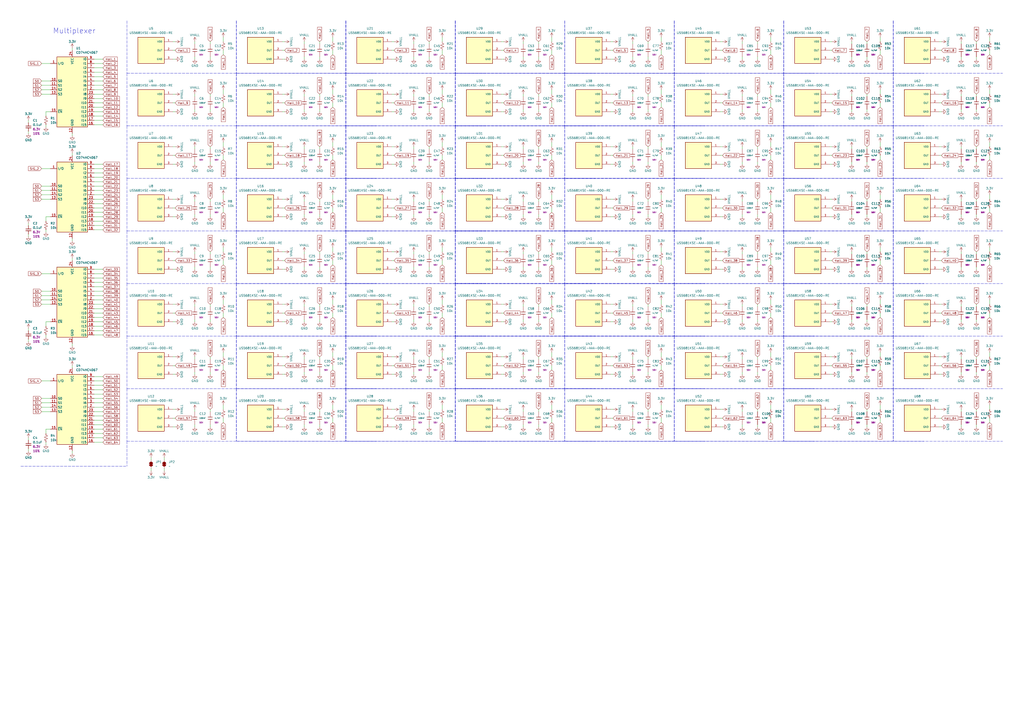
<source format=kicad_sch>
(kicad_sch (version 20250114) (generator "eeschema") (generator_version "9.0")
  (paper "A2")
  (text "Multiplexer" (at 30.734 19.812 0) (effects (font (size 3 3)) (justify left bottom)))
  (wire (pts (xy 574.04 173.99) (xy 574.04 176.53)))
  (wire (pts (xy 41.91 27.94) (xy 41.91 29.21)))
  (wire (pts (xy 354.33 29.21) (xy 355.6 29.21)))
  (wire (pts (xy 121.92 208.28) (xy 121.92 207.01)))
  (polyline (pts (xy 518.16 12.065) (xy 518.16 42.545)) (stroke (width 0) (type dash)))
  (wire (pts (xy 100.33 59.69) (xy 101.6 59.69)))
  (wire (pts (xy 482.6 247.65) (xy 481.33 247.65)))
  (wire (pts (xy 54.61 218.44) (xy 59.69 218.44)))
  (wire (pts (xy 367.03 185.42) (xy 367.03 186.69)))
  (wire (pts (xy 482.6 186.69) (xy 481.33 186.69)))
  (polyline (pts (xy 200.66 225.425) (xy 200.66 255.905)) (stroke (width 0) (type dash)))
  (polyline (pts (xy 518.16 12.065) (xy 518.16 42.545)) (stroke (width 0) (type dash)))
  (wire (pts (xy 375.92 55.88) (xy 375.92 54.61)))
  (wire (pts (xy 100.33 120.65) (xy 101.6 120.65)))
  (polyline (pts (xy 391.16 194.945) (xy 535.94 194.945)) (stroke (width 0) (type dash)))
  (wire (pts (xy 113.03 85.09) (xy 113.03 86.36)))
  (polyline (pts (xy 518.16 133.985) (xy 518.16 164.465)) (stroke (width 0) (type dash)))
  (wire (pts (xy 185.42 147.32) (xy 185.42 146.05)))
  (wire (pts (xy 419.1 217.17) (xy 417.83 217.17)))
  (polyline (pts (xy 200.66 194.945) (xy 200.66 225.425)) (stroke (width 0) (type dash)))
  (wire (pts (xy 240.03 33.02) (xy 240.03 34.29)))
  (wire (pts (xy 24.13 171.45) (xy 29.21 171.45)))
  (wire (pts (xy 54.61 156.21) (xy 59.69 156.21)))
  (polyline (pts (xy 518.16 133.985) (xy 518.16 164.465)) (stroke (width 0) (type dash)))
  (wire (pts (xy 121.92 116.84) (xy 121.92 115.57)))
  (wire (pts (xy 101.6 64.77) (xy 100.33 64.77)))
  (wire (pts (xy 163.83 85.09) (xy 165.1 85.09)))
  (wire (pts (xy 41.91 77.47) (xy 41.91 78.74)))
  (wire (pts (xy 240.03 146.05) (xy 240.03 147.32)))
  (wire (pts (xy 129.54 242.57) (xy 129.54 245.11)))
  (wire (pts (xy 290.83 54.61) (xy 292.1 54.61)))
  (polyline (pts (xy 327.66 164.465) (xy 327.66 194.945)) (stroke (width 0) (type dash)))
  (wire (pts (xy 354.33 85.09) (xy 355.6 85.09)))
  (wire (pts (xy 439.42 147.32) (xy 439.42 146.05)))
  (wire (pts (xy 502.92 215.9) (xy 502.92 217.17)))
  (wire (pts (xy 320.04 242.57) (xy 320.04 245.11)))
  (wire (pts (xy 176.53 63.5) (xy 176.53 64.77)))
  (wire (pts (xy 129.54 234.95) (xy 129.54 237.49)))
  (wire (pts (xy 383.54 181.61) (xy 383.54 184.15)))
  (wire (pts (xy 54.61 189.23) (xy 59.69 189.23)))
  (polyline (pts (xy 454.66 133.985) (xy 454.66 164.465)) (stroke (width 0) (type dash)))
  (wire (pts (xy 375.92 177.8) (xy 375.92 176.53)))
  (wire (pts (xy 566.42 116.84) (xy 566.42 115.57)))
  (wire (pts (xy 367.03 124.46) (xy 367.03 125.73)))
  (wire (pts (xy 447.04 21.59) (xy 447.04 24.13)))
  (polyline (pts (xy 137.16 194.945) (xy 137.16 225.425)) (stroke (width 0) (type dash)))
  (wire (pts (xy 546.1 186.69) (xy 544.83 186.69)))
  (wire (pts (xy 355.6 156.21) (xy 354.33 156.21)))
  (polyline (pts (xy 454.66 194.945) (xy 454.66 225.425)) (stroke (width 0) (type dash)))
  (wire (pts (xy 290.83 115.57) (xy 292.1 115.57)))
  (wire (pts (xy 354.33 59.69) (xy 355.6 59.69)))
  (wire (pts (xy 248.92 215.9) (xy 248.92 217.17)))
  (wire (pts (xy 574.04 120.65) (xy 574.04 123.19)))
  (polyline (pts (xy 391.16 73.025) (xy 535.94 73.025)) (stroke (width 0) (type dash)))
  (wire (pts (xy 430.53 176.53) (xy 430.53 177.8)))
  (wire (pts (xy 566.42 238.76) (xy 566.42 237.49)))
  (polyline (pts (xy 391.16 12.065) (xy 391.16 42.545)) (stroke (width 0) (type dash)))
  (wire (pts (xy 113.03 207.01) (xy 113.03 208.28)))
  (wire (pts (xy 354.33 207.01) (xy 355.6 207.01)))
  (polyline (pts (xy 391.16 225.425) (xy 391.16 255.905)) (stroke (width 0) (type dash)))
  (polyline (pts (xy 73.66 73.025) (xy 218.44 73.025)) (stroke (width 0) (type dash)))
  (wire (pts (xy 544.83 90.17) (xy 546.1 90.17)))
  (polyline (pts (xy 391.16 73.025) (xy 391.16 103.505)) (stroke (width 0) (type dash)))
  (wire (pts (xy 228.6 95.25) (xy 227.33 95.25)))
  (wire (pts (xy 447.04 143.51) (xy 447.04 146.05)))
  (wire (pts (xy 375.92 154.94) (xy 375.92 156.21)))
  (polyline (pts (xy 264.16 103.505) (xy 391.16 103.505)) (stroke (width 0) (type dash)))
  (polyline (pts (xy 200.66 42.545) (xy 200.66 73.025)) (stroke (width 0) (type dash)))
  (wire (pts (xy 193.04 242.57) (xy 193.04 245.11)))
  (wire (pts (xy 439.42 116.84) (xy 439.42 115.57)))
  (polyline (pts (xy 200.66 42.545) (xy 200.66 73.025)) (stroke (width 0) (type dash)))
  (wire (pts (xy 54.61 248.92) (xy 59.69 248.92)))
  (wire (pts (xy 417.83 237.49) (xy 419.1 237.49)))
  (polyline (pts (xy 264.16 73.025) (xy 264.16 103.505)) (stroke (width 0) (type dash)))
  (polyline (pts (xy 327.66 12.065) (xy 327.66 42.545)) (stroke (width 0) (type dash)))
  (polyline (pts (xy 264.16 194.945) (xy 264.16 225.425)) (stroke (width 0) (type dash)))
  (wire (pts (xy 439.42 33.02) (xy 439.42 34.29)))
  (polyline (pts (xy 200.66 164.465) (xy 200.66 194.945)) (stroke (width 0) (type dash)))
  (wire (pts (xy 375.92 246.38) (xy 375.92 247.65)))
  (polyline (pts (xy 137.16 12.065) (xy 137.16 42.545)) (stroke (width 0) (type dash)))
  (wire (pts (xy 26.67 64.77) (xy 29.21 64.77)))
  (wire (pts (xy 54.61 181.61) (xy 59.69 181.61)))
  (wire (pts (xy 16.51 254) (xy 16.51 255.27)))
  (wire (pts (xy 24.13 52.07) (xy 29.21 52.07)))
  (wire (pts (xy 354.33 242.57) (xy 355.6 242.57)))
  (wire (pts (xy 481.33 151.13) (xy 482.6 151.13)))
  (wire (pts (xy 367.03 24.13) (xy 367.03 25.4)))
  (wire (pts (xy 354.33 115.57) (xy 355.6 115.57)))
  (polyline (pts (xy 264.16 103.505) (xy 264.16 133.985)) (stroke (width 0) (type dash)))
  (wire (pts (xy 320.04 212.09) (xy 320.04 214.63)))
  (polyline (pts (xy 327.66 42.545) (xy 327.66 73.025)) (stroke (width 0) (type dash)))
  (wire (pts (xy 439.42 238.76) (xy 439.42 237.49)))
  (wire (pts (xy 24.13 49.53) (xy 29.21 49.53)))
  (wire (pts (xy 367.03 246.38) (xy 367.03 247.65)))
  (wire (pts (xy 303.53 237.49) (xy 303.53 238.76)))
  (wire (pts (xy 227.33 24.13) (xy 228.6 24.13)))
  (polyline (pts (xy 264.16 133.985) (xy 264.16 164.465)) (stroke (width 0) (type dash)))
  (wire (pts (xy 41.91 88.9) (xy 41.91 90.17)))
  (polyline (pts (xy 137.16 164.465) (xy 137.16 194.945)) (stroke (width 0) (type dash)))
  (wire (pts (xy 176.53 176.53) (xy 176.53 177.8)))
  (wire (pts (xy 113.03 176.53) (xy 113.03 177.8)))
  (wire (pts (xy 54.61 194.31) (xy 59.69 194.31)))
  (wire (pts (xy 240.03 85.09) (xy 240.03 86.36)))
  (wire (pts (xy 312.42 93.98) (xy 312.42 95.25)))
  (wire (pts (xy 121.92 63.5) (xy 121.92 64.77)))
  (wire (pts (xy 510.54 120.65) (xy 510.54 123.19)))
  (wire (pts (xy 176.53 93.98) (xy 176.53 95.25)))
  (wire (pts (xy 24.13 220.98) (xy 29.21 220.98)))
  (wire (pts (xy 320.04 234.95) (xy 320.04 237.49)))
  (wire (pts (xy 502.92 116.84) (xy 502.92 115.57)))
  (wire (pts (xy 185.42 116.84) (xy 185.42 115.57)))
  (polyline (pts (xy 264.16 194.945) (xy 408.94 194.945)) (stroke (width 0) (type dash)))
  (wire (pts (xy 447.04 212.09) (xy 447.04 214.63)))
  (polyline (pts (xy 137.16 164.465) (xy 137.16 194.945)) (stroke (width 0) (type dash)))
  (wire (pts (xy 566.42 147.32) (xy 566.42 146.05)))
  (wire (pts (xy 193.04 113.03) (xy 193.04 115.57)))
  (wire (pts (xy 544.83 212.09) (xy 546.1 212.09)))
  (wire (pts (xy 129.54 52.07) (xy 129.54 54.61)))
  (wire (pts (xy 163.83 151.13) (xy 165.1 151.13)))
  (wire (pts (xy 544.83 85.09) (xy 546.1 85.09)))
  (polyline (pts (xy 137.16 42.545) (xy 137.16 73.025)) (stroke (width 0) (type dash)))
  (wire (pts (xy 417.83 29.21) (xy 419.1 29.21)))
  (wire (pts (xy 494.03 154.94) (xy 494.03 156.21)))
  (wire (pts (xy 54.61 128.27) (xy 59.69 128.27)))
  (wire (pts (xy 494.03 115.57) (xy 494.03 116.84)))
  (wire (pts (xy 176.53 185.42) (xy 176.53 186.69)))
  (wire (pts (xy 557.53 124.46) (xy 557.53 125.73)))
  (wire (pts (xy 510.54 151.13) (xy 510.54 153.67)))
  (polyline (pts (xy 391.16 164.465) (xy 391.16 194.945)) (stroke (width 0) (type dash)))
  (polyline (pts (xy 264.16 73.025) (xy 408.94 73.025)) (stroke (width 0) (type dash)))
  (wire (pts (xy 439.42 246.38) (xy 439.42 247.65)))
  (wire (pts (xy 481.33 85.09) (xy 482.6 85.09)))
  (wire (pts (xy 557.53 93.98) (xy 557.53 95.25)))
  (wire (pts (xy 129.54 21.59) (xy 129.54 24.13)))
  (wire (pts (xy 566.42 154.94) (xy 566.42 156.21)))
  (wire (pts (xy 482.6 125.73) (xy 481.33 125.73)))
  (polyline (pts (xy 391.16 194.945) (xy 391.16 225.425)) (stroke (width 0) (type dash)))
  (polyline (pts (xy 200.66 103.505) (xy 345.44 103.505)) (stroke (width 0) (type dash)))
  (polyline (pts (xy 391.16 103.505) (xy 391.16 133.985)) (stroke (width 0) (type dash)))
  (wire (pts (xy 494.03 207.01) (xy 494.03 208.28)))
  (wire (pts (xy 54.61 168.91) (xy 59.69 168.91)))
  (wire (pts (xy 227.33 85.09) (xy 228.6 85.09)))
  (polyline (pts (xy 264.16 255.905) (xy 408.94 255.905)) (stroke (width 0) (type dash)))
  (wire (pts (xy 24.13 115.57) (xy 29.21 115.57)))
  (polyline (pts (xy 391.16 164.465) (xy 391.16 194.945)) (stroke (width 0) (type dash)))
  (polyline (pts (xy 264.16 194.945) (xy 391.16 194.945)) (stroke (width 0) (type dash)))
  (wire (pts (xy 320.04 113.03) (xy 320.04 115.57)))
  (wire (pts (xy 16.51 196.85) (xy 16.51 198.12)))
  (wire (pts (xy 248.92 208.28) (xy 248.92 207.01)))
  (polyline (pts (xy 518.16 225.425) (xy 518.16 255.905)) (stroke (width 0) (type dash)))
  (wire (pts (xy 417.83 115.57) (xy 419.1 115.57)))
  (wire (pts (xy 165.1 125.73) (xy 163.83 125.73)))
  (wire (pts (xy 240.03 237.49) (xy 240.03 238.76)))
  (wire (pts (xy 248.92 25.4) (xy 248.92 24.13)))
  (wire (pts (xy 113.03 215.9) (xy 113.03 217.17)))
  (wire (pts (xy 185.42 55.88) (xy 185.42 54.61)))
  (polyline (pts (xy 391.16 164.465) (xy 535.94 164.465)) (stroke (width 0) (type dash)))
  (polyline (pts (xy 137.16 133.985) (xy 137.16 164.465)) (stroke (width 0) (type dash)))
  (polyline (pts (xy 137.16 73.025) (xy 281.94 73.025)) (stroke (width 0) (type dash)))
  (wire (pts (xy 502.92 185.42) (xy 502.92 186.69)))
  (polyline (pts (xy 454.66 12.065) (xy 454.66 42.545)) (stroke (width 0) (type dash)))
  (polyline (pts (xy 137.16 73.025) (xy 137.16 103.505)) (stroke (width 0) (type dash)))
  (polyline (pts (xy 200.66 73.025) (xy 200.66 103.505)) (stroke (width 0) (type dash)))
  (wire (pts (xy 439.42 25.4) (xy 439.42 24.13)))
  (wire (pts (xy 101.6 125.73) (xy 100.33 125.73)))
  (wire (pts (xy 248.92 93.98) (xy 248.92 95.25)))
  (wire (pts (xy 26.67 125.73) (xy 26.67 128.27)))
  (wire (pts (xy 557.53 237.49) (xy 557.53 238.76)))
  (polyline (pts (xy 73.66 255.905) (xy 218.44 255.905)) (stroke (width 0) (type dash)))
  (wire (pts (xy 248.92 63.5) (xy 248.92 64.77)))
  (polyline (pts (xy 73.66 133.985) (xy 73.66 164.465)) (stroke (width 0) (type dash)))
  (wire (pts (xy 100.33 181.61) (xy 101.6 181.61)))
  (wire (pts (xy 176.53 246.38) (xy 176.53 247.65)))
  (polyline (pts (xy 137.16 225.425) (xy 281.94 225.425)) (stroke (width 0) (type dash)))
  (wire (pts (xy 481.33 176.53) (xy 482.6 176.53)))
  (wire (pts (xy 54.61 54.61) (xy 59.69 54.61)))
  (wire (pts (xy 101.6 95.25) (xy 100.33 95.25)))
  (wire (pts (xy 54.61 163.83) (xy 59.69 163.83)))
  (wire (pts (xy 248.92 124.46) (xy 248.92 125.73)))
  (wire (pts (xy 481.33 207.01) (xy 482.6 207.01)))
  (polyline (pts (xy 264.16 103.505) (xy 264.16 133.985)) (stroke (width 0) (type dash)))
  (wire (pts (xy 383.54 234.95) (xy 383.54 237.49)))
  (polyline (pts (xy 264.16 164.465) (xy 264.16 194.945)) (stroke (width 0) (type dash)))
  (polyline (pts (xy 391.16 42.545) (xy 391.16 73.025)) (stroke (width 0) (type dash)))
  (polyline (pts (xy 264.16 103.505) (xy 264.16 133.985)) (stroke (width 0) (type dash)))
  (wire (pts (xy 113.03 237.49) (xy 113.03 238.76)))
  (wire (pts (xy 163.83 146.05) (xy 165.1 146.05)))
  (wire (pts (xy 510.54 82.55) (xy 510.54 85.09)))
  (wire (pts (xy 312.42 154.94) (xy 312.42 156.21)))
  (polyline (pts (xy 327.66 225.425) (xy 472.44 225.425)) (stroke (width 0) (type dash)))
  (wire (pts (xy 185.42 215.9) (xy 185.42 217.17)))
  (wire (pts (xy 320.04 151.13) (xy 320.04 153.67)))
  (wire (pts (xy 54.61 123.19) (xy 59.69 123.19)))
  (polyline (pts (xy 264.16 225.425) (xy 391.16 225.425)) (stroke (width 0) (type dash)))
  (wire (pts (xy 176.53 146.05) (xy 176.53 147.32)))
  (wire (pts (xy 290.83 120.65) (xy 292.1 120.65)))
  (wire (pts (xy 375.92 238.76) (xy 375.92 237.49)))
  (wire (pts (xy 417.83 212.09) (xy 419.1 212.09)))
  (wire (pts (xy 430.53 207.01) (xy 430.53 208.28)))
  (wire (pts (xy 544.83 207.01) (xy 546.1 207.01)))
  (wire (pts (xy 566.42 33.02) (xy 566.42 34.29)))
  (polyline (pts (xy 264.16 133.985) (xy 408.94 133.985)) (stroke (width 0) (type dash)))
  (wire (pts (xy 185.42 185.42) (xy 185.42 186.69)))
  (polyline (pts (xy 264.16 103.505) (xy 408.94 103.505)) (stroke (width 0) (type dash)))
  (wire (pts (xy 185.42 93.98) (xy 185.42 95.25)))
  (polyline (pts (xy 327.66 225.425) (xy 327.66 255.905)) (stroke (width 0) (type dash)))
  (wire (pts (xy 292.1 34.29) (xy 290.83 34.29)))
  (wire (pts (xy 165.1 186.69) (xy 163.83 186.69)))
  (wire (pts (xy 375.92 147.32) (xy 375.92 146.05)))
  (wire (pts (xy 101.6 217.17) (xy 100.33 217.17)))
  (wire (pts (xy 121.92 238.76) (xy 121.92 237.49)))
  (wire (pts (xy 248.92 185.42) (xy 248.92 186.69)))
  (wire (pts (xy 574.04 204.47) (xy 574.04 207.01)))
  (wire (pts (xy 375.92 116.84) (xy 375.92 115.57)))
  (wire (pts (xy 557.53 24.13) (xy 557.53 25.4)))
  (wire (pts (xy 26.67 248.92) (xy 26.67 251.46)))
  (wire (pts (xy 303.53 207.01) (xy 303.53 208.28)))
  (polyline (pts (xy 327.66 194.945) (xy 472.44 194.945)) (stroke (width 0) (type dash)))
  (wire (pts (xy 121.92 154.94) (xy 121.92 156.21)))
  (wire (pts (xy 121.92 177.8) (xy 121.92 176.53)))
  (wire (pts (xy 256.54 113.03) (xy 256.54 115.57)))
  (wire (pts (xy 312.42 185.42) (xy 312.42 186.69)))
  (wire (pts (xy 113.03 54.61) (xy 113.03 55.88)))
  (wire (pts (xy 176.53 85.09) (xy 176.53 86.36)))
  (wire (pts (xy 129.54 90.17) (xy 129.54 92.71)))
  (wire (pts (xy 574.04 113.03) (xy 574.04 115.57)))
  (wire (pts (xy 383.54 173.99) (xy 383.54 176.53)))
  (wire (pts (xy 121.92 86.36) (xy 121.92 85.09)))
  (wire (pts (xy 26.67 186.69) (xy 26.67 189.23)))
  (wire (pts (xy 193.04 52.07) (xy 193.04 54.61)))
  (polyline (pts (xy 264.16 73.025) (xy 391.16 73.025)) (stroke (width 0) (type dash)))
  (wire (pts (xy 383.54 242.57) (xy 383.54 245.11)))
  (polyline (pts (xy 137.16 12.065) (xy 137.16 42.545)) (stroke (width 0) (type dash)))
  (polyline (pts (xy 200.66 194.945) (xy 200.66 225.425)) (stroke (width 0) (type dash)))
  (wire (pts (xy 185.42 154.94) (xy 185.42 156.21)))
  (polyline (pts (xy 518.16 42.545) (xy 518.16 73.025)) (stroke (width 0) (type dash)))
  (wire (pts (xy 566.42 185.42) (xy 566.42 186.69)))
  (wire (pts (xy 54.61 246.38) (xy 59.69 246.38)))
  (wire (pts (xy 417.83 85.09) (xy 419.1 85.09)))
  (wire (pts (xy 546.1 125.73) (xy 544.83 125.73)))
  (wire (pts (xy 430.53 115.57) (xy 430.53 116.84)))
  (polyline (pts (xy 137.16 103.505) (xy 137.16 133.985)) (stroke (width 0) (type dash)))
  (wire (pts (xy 240.03 215.9) (xy 240.03 217.17)))
  (wire (pts (xy 544.83 120.65) (xy 546.1 120.65)))
  (polyline (pts (xy 518.16 73.025) (xy 518.16 103.505)) (stroke (width 0) (type dash)))
  (wire (pts (xy 447.04 29.21) (xy 447.04 31.75)))
  (wire (pts (xy 574.04 29.21) (xy 574.04 31.75)))
  (wire (pts (xy 24.13 46.99) (xy 29.21 46.99)))
  (wire (pts (xy 494.03 124.46) (xy 494.03 125.73)))
  (polyline (pts (xy 454.66 42.545) (xy 454.66 73.025)) (stroke (width 0) (type dash)))
  (wire (pts (xy 248.92 33.02) (xy 248.92 34.29)))
  (wire (pts (xy 129.54 59.69) (xy 129.54 62.23)))
  (wire (pts (xy 557.53 146.05) (xy 557.53 147.32)))
  (polyline (pts (xy 518.16 225.425) (xy 518.16 255.905)) (stroke (width 0) (type dash)))
  (wire (pts (xy 439.42 86.36) (xy 439.42 85.09)))
  (polyline (pts (xy 200.66 42.545) (xy 200.66 73.025)) (stroke (width 0) (type dash)))
  (wire (pts (xy 193.04 29.21) (xy 193.04 31.75)))
  (wire (pts (xy 417.83 59.69) (xy 419.1 59.69)))
  (polyline (pts (xy 391.16 255.905) (xy 535.94 255.905)) (stroke (width 0) (type dash)))
  (wire (pts (xy 240.03 63.5) (xy 240.03 64.77)))
  (wire (pts (xy 383.54 52.07) (xy 383.54 54.61)))
  (wire (pts (xy 447.04 90.17) (xy 447.04 92.71)))
  (wire (pts (xy 419.1 34.29) (xy 417.83 34.29)))
  (wire (pts (xy 494.03 215.9) (xy 494.03 217.17)))
  (wire (pts (xy 176.53 154.94) (xy 176.53 156.21)))
  (wire (pts (xy 303.53 185.42) (xy 303.53 186.69)))
  (polyline (pts (xy 200.66 194.945) (xy 200.66 225.425)) (stroke (width 0) (type dash)))
  (wire (pts (xy 502.92 147.32) (xy 502.92 146.05)))
  (wire (pts (xy 482.6 34.29) (xy 481.33 34.29)))
  (wire (pts (xy 417.83 207.01) (xy 419.1 207.01)))
  (wire (pts (xy 447.04 151.13) (xy 447.04 153.67)))
  (wire (pts (xy 557.53 207.01) (xy 557.53 208.28)))
  (polyline (pts (xy 391.16 103.505) (xy 535.94 103.505)) (stroke (width 0) (type dash)))
  (polyline (pts (xy 200.66 164.465) (xy 345.44 164.465)) (stroke (width 0) (type dash)))
  (wire (pts (xy 355.6 125.73) (xy 354.33 125.73)))
  (wire (pts (xy 303.53 215.9) (xy 303.53 217.17)))
  (wire (pts (xy 256.54 143.51) (xy 256.54 146.05)))
  (polyline (pts (xy 391.16 42.545) (xy 391.16 73.025)) (stroke (width 0) (type dash)))
  (wire (pts (xy 101.6 156.21) (xy 100.33 156.21)))
  (polyline (pts (xy 454.66 73.025) (xy 454.66 103.505)) (stroke (width 0) (type dash)))
  (wire (pts (xy 227.33 54.61) (xy 228.6 54.61)))
  (wire (pts (xy 54.61 133.35) (xy 59.69 133.35)))
  (wire (pts (xy 303.53 176.53) (xy 303.53 177.8)))
  (wire (pts (xy 163.83 29.21) (xy 165.1 29.21)))
  (polyline (pts (xy 200.66 12.065) (xy 200.66 42.545)) (stroke (width 0) (type dash)))
  (wire (pts (xy 113.03 146.05) (xy 113.03 147.32)))
  (wire (pts (xy 383.54 21.59) (xy 383.54 24.13)))
  (wire (pts (xy 54.61 226.06) (xy 59.69 226.06)))
  (wire (pts (xy 383.54 82.55) (xy 383.54 85.09)))
  (wire (pts (xy 566.42 63.5) (xy 566.42 64.77)))
  (wire (pts (xy 26.67 194.31) (xy 26.67 195.58)))
  (wire (pts (xy 354.33 237.49) (xy 355.6 237.49)))
  (wire (pts (xy 566.42 55.88) (xy 566.42 54.61)))
  (wire (pts (xy 95.25 271.78) (xy 95.25 273.05)))
  (wire (pts (xy 129.54 173.99) (xy 129.54 176.53)))
  (wire (pts (xy 26.67 248.92) (xy 29.21 248.92)))
  (wire (pts (xy 54.61 231.14) (xy 59.69 231.14)))
  (polyline (pts (xy 391.16 73.025) (xy 391.16 103.505)) (stroke (width 0) (type dash)))
  (wire (pts (xy 494.03 85.09) (xy 494.03 86.36)))
  (wire (pts (xy 367.03 176.53) (xy 367.03 177.8)))
  (wire (pts (xy 256.54 234.95) (xy 256.54 237.49)))
  (polyline (pts (xy 264.16 225.425) (xy 264.16 255.905)) (stroke (width 0) (type dash)))
  (wire (pts (xy 100.33 237.49) (xy 101.6 237.49)))
  (wire (pts (xy 193.04 151.13) (xy 193.04 153.67)))
  (polyline (pts (xy 264.16 73.025) (xy 264.16 103.505)) (stroke (width 0) (type dash)))
  (wire (pts (xy 367.03 146.05) (xy 367.03 147.32)))
  (polyline (pts (xy 327.66 255.905) (xy 472.44 255.905)) (stroke (width 0) (type dash)))
  (wire (pts (xy 129.54 82.55) (xy 129.54 85.09)))
  (wire (pts (xy 256.54 181.61) (xy 256.54 184.15)))
  (wire (pts (xy 113.03 115.57) (xy 113.03 116.84)))
  (polyline (pts (xy 518.16 103.505) (xy 518.16 133.985)) (stroke (width 0) (type dash)))
  (wire (pts (xy 574.04 234.95) (xy 574.04 237.49)))
  (polyline (pts (xy 264.16 255.905) (xy 391.16 255.905)) (stroke (width 0) (type dash)))
  (wire (pts (xy 54.61 251.46) (xy 59.69 251.46)))
  (polyline (pts (xy 454.66 164.465) (xy 454.66 194.945)) (stroke (width 0) (type dash)))
  (wire (pts (xy 26.67 186.69) (xy 29.21 186.69)))
  (wire (pts (xy 367.03 85.09) (xy 367.03 86.36)))
  (polyline (pts (xy 264.16 12.065) (xy 264.16 42.545)) (stroke (width 0) (type dash)))
  (wire (pts (xy 228.6 247.65) (xy 227.33 247.65)))
  (polyline (pts (xy 137.16 133.985) (xy 137.16 164.465)) (stroke (width 0) (type dash)))
  (wire (pts (xy 26.67 72.39) (xy 26.67 73.66)))
  (polyline (pts (xy 391.16 164.465) (xy 391.16 194.945)) (stroke (width 0) (type dash)))
  (wire (pts (xy 24.13 238.76) (xy 29.21 238.76)))
  (wire (pts (xy 113.03 93.98) (xy 113.03 95.25)))
  (polyline (pts (xy 454.66 164.465) (xy 581.66 164.465)) (stroke (width 0) (type dash)))
  (polyline (pts (xy 391.16 12.065) (xy 391.16 42.545)) (stroke (width 0) (type dash)))
  (wire (pts (xy 566.42 86.36) (xy 566.42 85.09)))
  (wire (pts (xy 419.1 125.73) (xy 417.83 125.73)))
  (wire (pts (xy 417.83 54.61) (xy 419.1 54.61)))
  (wire (pts (xy 320.04 59.69) (xy 320.04 62.23)))
  (wire (pts (xy 502.92 124.46) (xy 502.92 125.73)))
  (wire (pts (xy 290.83 29.21) (xy 292.1 29.21)))
  (wire (pts (xy 100.33 151.13) (xy 101.6 151.13)))
  (polyline (pts (xy 518.16 103.505) (xy 518.16 133.985)) (stroke (width 0) (type dash)))
  (wire (pts (xy 502.92 177.8) (xy 502.92 176.53)))
  (wire (pts (xy 482.6 217.17) (xy 481.33 217.17)))
  (wire (pts (xy 227.33 146.05) (xy 228.6 146.05)))
  (wire (pts (xy 303.53 246.38) (xy 303.53 247.65)))
  (polyline (pts (xy 454.66 194.945) (xy 454.66 225.425)) (stroke (width 0) (type dash)))
  (wire (pts (xy 544.83 54.61) (xy 546.1 54.61)))
  (wire (pts (xy 447.04 113.03) (xy 447.04 115.57)))
  (wire (pts (xy 54.61 67.31) (xy 59.69 67.31)))
  (wire (pts (xy 481.33 29.21) (xy 482.6 29.21)))
  (wire (pts (xy 544.83 146.05) (xy 546.1 146.05)))
  (polyline (pts (xy 200.66 12.065) (xy 200.66 42.545)) (stroke (width 0) (type dash)))
  (wire (pts (xy 54.61 243.84) (xy 59.69 243.84)))
  (wire (pts (xy 557.53 63.5) (xy 557.53 64.77)))
  (polyline (pts (xy 137.16 164.465) (xy 281.94 164.465)) (stroke (width 0) (type dash)))
  (wire (pts (xy 24.13 233.68) (xy 29.21 233.68)))
  (wire (pts (xy 54.61 173.99) (xy 59.69 173.99)))
  (wire (pts (xy 510.54 113.03) (xy 510.54 115.57)))
  (polyline (pts (xy 73.66 73.025) (xy 73.66 103.505)) (stroke (width 0) (type dash)))
  (wire (pts (xy 502.92 33.02) (xy 502.92 34.29)))
  (wire (pts (xy 303.53 115.57) (xy 303.53 116.84)))
  (wire (pts (xy 16.51 190.5) (xy 16.51 191.77)))
  (wire (pts (xy 419.1 156.21) (xy 417.83 156.21)))
  (wire (pts (xy 510.54 181.61) (xy 510.54 184.15)))
  (wire (pts (xy 185.42 63.5) (xy 185.42 64.77)))
  (wire (pts (xy 59.69 105.41) (xy 54.61 105.41)))
  (wire (pts (xy 292.1 64.77) (xy 290.83 64.77)))
  (wire (pts (xy 502.92 208.28) (xy 502.92 207.01)))
  (wire (pts (xy 193.04 82.55) (xy 193.04 85.09)))
  (polyline (pts (xy 327.66 194.945) (xy 327.66 225.425)) (stroke (width 0) (type dash)))
  (wire (pts (xy 101.6 34.29) (xy 100.33 34.29)))
  (wire (pts (xy 227.33 115.57) (xy 228.6 115.57)))
  (wire (pts (xy 248.92 177.8) (xy 248.92 176.53)))
  (wire (pts (xy 354.33 24.13) (xy 355.6 24.13)))
  (wire (pts (xy 87.63 271.78) (xy 87.63 273.05)))
  (wire (pts (xy 320.04 204.47) (xy 320.04 207.01)))
  (polyline (pts (xy 200.66 133.985) (xy 200.66 164.465)) (stroke (width 0) (type dash)))
  (wire (pts (xy 176.53 215.9) (xy 176.53 217.17)))
  (polyline (pts (xy 200.66 225.425) (xy 345.44 225.425)) (stroke (width 0) (type dash)))
  (wire (pts (xy 417.83 120.65) (xy 419.1 120.65)))
  (wire (pts (xy 574.04 151.13) (xy 574.04 153.67)))
  (wire (pts (xy 355.6 217.17) (xy 354.33 217.17)))
  (wire (pts (xy 26.67 256.54) (xy 26.67 257.81)))
  (wire (pts (xy 292.1 125.73) (xy 290.83 125.73)))
  (wire (pts (xy 439.42 185.42) (xy 439.42 186.69)))
  (wire (pts (xy 59.69 49.53) (xy 54.61 49.53)))
  (wire (pts (xy 430.53 93.98) (xy 430.53 95.25)))
  (wire (pts (xy 54.61 179.07) (xy 59.69 179.07)))
  (wire (pts (xy 87.63 265.43) (xy 87.63 266.7)))
  (wire (pts (xy 100.33 207.01) (xy 101.6 207.01)))
  (polyline (pts (xy 264.16 73.025) (xy 264.16 103.505)) (stroke (width 0) (type dash)))
  (wire (pts (xy 303.53 85.09) (xy 303.53 86.36)))
  (wire (pts (xy 557.53 115.57) (xy 557.53 116.84)))
  (wire (pts (xy 481.33 120.65) (xy 482.6 120.65)))
  (wire (pts (xy 502.92 246.38) (xy 502.92 247.65)))
  (wire (pts (xy 510.54 21.59) (xy 510.54 24.13)))
  (wire (pts (xy 367.03 154.94) (xy 367.03 156.21)))
  (polyline (pts (xy 264.16 133.985) (xy 264.16 164.465)) (stroke (width 0) (type dash)))
  (wire (pts (xy 54.61 52.07) (xy 59.69 52.07)))
  (wire (pts (xy 303.53 154.94) (xy 303.53 156.21)))
  (polyline (pts (xy 454.66 133.985) (xy 454.66 164.465)) (stroke (width 0) (type dash)))
  (wire (pts (xy 419.1 247.65) (xy 417.83 247.65)))
  (polyline (pts (xy 391.16 133.985) (xy 391.16 164.465)) (stroke (width 0) (type dash)))
  (wire (pts (xy 100.33 29.21) (xy 101.6 29.21)))
  (wire (pts (xy 185.42 177.8) (xy 185.42 176.53)))
  (polyline (pts (xy 73.66 42.545) (xy 218.44 42.545)) (stroke (width 0) (type dash)))
  (polyline (pts (xy 327.66 133.985) (xy 472.44 133.985)) (stroke (width 0) (type dash)))
  (wire (pts (xy 292.1 156.21) (xy 290.83 156.21)))
  (wire (pts (xy 54.61 130.81) (xy 59.69 130.81)))
  (polyline (pts (xy 264.16 194.945) (xy 264.16 225.425)) (stroke (width 0) (type dash)))
  (wire (pts (xy 54.61 186.69) (xy 59.69 186.69)))
  (wire (pts (xy 510.54 52.07) (xy 510.54 54.61)))
  (polyline (pts (xy 137.16 42.545) (xy 281.94 42.545)) (stroke (width 0) (type dash)))
  (wire (pts (xy 502.92 25.4) (xy 502.92 24.13)))
  (wire (pts (xy 494.03 176.53) (xy 494.03 177.8)))
  (polyline (pts (xy 454.66 225.425) (xy 454.66 255.905)) (stroke (width 0) (type dash)))
  (wire (pts (xy 574.04 181.61) (xy 574.04 184.15)))
  (wire (pts (xy 383.54 143.51) (xy 383.54 146.05)))
  (polyline (pts (xy 200.66 164.465) (xy 200.66 194.945)) (stroke (width 0) (type dash)))
  (wire (pts (xy 256.54 151.13) (xy 256.54 153.67)))
  (wire (pts (xy 566.42 124.46) (xy 566.42 125.73)))
  (wire (pts (xy 481.33 59.69) (xy 482.6 59.69)))
  (wire (pts (xy 383.54 29.21) (xy 383.54 31.75)))
  (polyline (pts (xy 327.66 73.025) (xy 327.66 103.505)) (stroke (width 0) (type dash)))
  (wire (pts (xy 290.83 237.49) (xy 292.1 237.49)))
  (wire (pts (xy 26.67 64.77) (xy 26.67 67.31)))
  (polyline (pts (xy 454.66 133.985) (xy 581.66 133.985)) (stroke (width 0) (type dash)))
  (wire (pts (xy 481.33 24.13) (xy 482.6 24.13)))
  (wire (pts (xy 24.13 176.53) (xy 29.21 176.53)))
  (wire (pts (xy 439.42 154.94) (xy 439.42 156.21)))
  (polyline (pts (xy 518.16 42.545) (xy 518.16 73.025)) (stroke (width 0) (type dash)))
  (wire (pts (xy 54.61 39.37) (xy 59.69 39.37)))
  (wire (pts (xy 383.54 90.17) (xy 383.54 92.71)))
  (wire (pts (xy 481.33 146.05) (xy 482.6 146.05)))
  (polyline (pts (xy 264.16 133.985) (xy 264.16 164.465)) (stroke (width 0) (type dash)))
  (wire (pts (xy 510.54 143.51) (xy 510.54 146.05)))
  (polyline (pts (xy 454.66 12.065) (xy 454.66 42.545)) (stroke (width 0) (type dash)))
  (wire (pts (xy 383.54 59.69) (xy 383.54 62.23)))
  (wire (pts (xy 290.83 207.01) (xy 292.1 207.01)))
  (wire (pts (xy 228.6 156.21) (xy 227.33 156.21)))
  (wire (pts (xy 502.92 55.88) (xy 502.92 54.61)))
  (polyline (pts (xy 327.66 133.985) (xy 327.66 164.465)) (stroke (width 0) (type dash)))
  (wire (pts (xy 24.13 107.95) (xy 29.21 107.95)))
  (wire (pts (xy 163.83 59.69) (xy 165.1 59.69)))
  (wire (pts (xy 355.6 247.65) (xy 354.33 247.65)))
  (wire (pts (xy 113.03 33.02) (xy 113.03 34.29)))
  (wire (pts (xy 54.61 184.15) (xy 59.69 184.15)))
  (wire (pts (xy 312.42 86.36) (xy 312.42 85.09)))
  (wire (pts (xy 546.1 34.29) (xy 544.83 34.29)))
  (wire (pts (xy 502.92 154.94) (xy 502.92 156.21)))
  (polyline (pts (xy 391.16 12.065) (xy 391.16 42.545)) (stroke (width 0) (type dash)))
  (wire (pts (xy 544.83 29.21) (xy 546.1 29.21)))
  (polyline (pts (xy 73.66 42.545) (xy 73.66 73.025)) (stroke (width 0) (type dash)))
  (wire (pts (xy 256.54 204.47) (xy 256.54 207.01)))
  (wire (pts (xy 557.53 246.38) (xy 557.53 247.65)))
  (polyline (pts (xy 327.66 133.985) (xy 327.66 164.465)) (stroke (width 0) (type dash)))
  (wire (pts (xy 54.61 254) (xy 59.69 254)))
  (wire (pts (xy 557.53 85.09) (xy 557.53 86.36)))
  (wire (pts (xy 320.04 173.99) (xy 320.04 176.53)))
  (wire (pts (xy 100.33 146.05) (xy 101.6 146.05)))
  (polyline (pts (xy 264.16 42.545) (xy 264.16 73.025)) (stroke (width 0) (type dash)))
  (polyline (pts (xy 391.16 225.425) (xy 391.16 255.905)) (stroke (width 0) (type dash)))
  (wire (pts (xy 248.92 246.38) (xy 248.92 247.65)))
  (wire (pts (xy 24.13 168.91) (xy 29.21 168.91)))
  (polyline (pts (xy 264.16 225.425) (xy 264.16 255.905)) (stroke (width 0) (type dash)))
  (wire (pts (xy 185.42 124.46) (xy 185.42 125.73)))
  (polyline (pts (xy 454.66 73.025) (xy 454.66 103.505)) (stroke (width 0) (type dash)))
  (polyline (pts (xy 454.66 103.505) (xy 454.66 133.985)) (stroke (width 0) (type dash)))
  (wire (pts (xy 54.61 72.39) (xy 59.69 72.39)))
  (wire (pts (xy 510.54 204.47) (xy 510.54 207.01)))
  (wire (pts (xy 228.6 125.73) (xy 227.33 125.73)))
  (wire (pts (xy 176.53 24.13) (xy 176.53 25.4)))
  (polyline (pts (xy 518.16 225.425) (xy 518.16 255.905)) (stroke (width 0) (type dash)))
  (wire (pts (xy 430.53 185.42) (xy 430.53 186.69)))
  (wire (pts (xy 557.53 176.53) (xy 557.53 177.8)))
  (wire (pts (xy 240.03 124.46) (xy 240.03 125.73)))
  (polyline (pts (xy 200.66 103.505) (xy 200.66 133.985)) (stroke (width 0) (type dash)))
  (wire (pts (xy 227.33 59.69) (xy 228.6 59.69)))
  (polyline (pts (xy 518.16 42.545) (xy 518.16 73.025)) (stroke (width 0) (type dash)))
  (wire (pts (xy 54.61 158.75) (xy 59.69 158.75)))
  (wire (pts (xy 227.33 207.01) (xy 228.6 207.01)))
  (wire (pts (xy 176.53 33.02) (xy 176.53 34.29)))
  (wire (pts (xy 375.92 215.9) (xy 375.92 217.17)))
  (polyline (pts (xy 200.66 73.025) (xy 345.44 73.025)) (stroke (width 0) (type dash)))
  (wire (pts (xy 482.6 64.77) (xy 481.33 64.77)))
  (wire (pts (xy 383.54 113.03) (xy 383.54 115.57)))
  (wire (pts (xy 113.03 185.42) (xy 113.03 186.69)))
  (wire (pts (xy 574.04 143.51) (xy 574.04 146.05)))
  (polyline (pts (xy 327.66 194.945) (xy 327.66 225.425)) (stroke (width 0) (type dash)))
  (polyline (pts (xy 327.66 164.465) (xy 327.66 194.945)) (stroke (width 0) (type dash)))
  (wire (pts (xy 312.42 33.02) (xy 312.42 34.29)))
  (wire (pts (xy 16.51 135.89) (xy 16.51 137.16)))
  (wire (pts (xy 129.54 204.47) (xy 129.54 207.01)))
  (wire (pts (xy 248.92 147.32) (xy 248.92 146.05)))
  (wire (pts (xy 121.92 215.9) (xy 121.92 217.17)))
  (wire (pts (xy 113.03 24.13) (xy 113.03 25.4)))
  (wire (pts (xy 24.13 173.99) (xy 29.21 173.99)))
  (wire (pts (xy 417.83 90.17) (xy 419.1 90.17)))
  (wire (pts (xy 481.33 115.57) (xy 482.6 115.57)))
  (wire (pts (xy 54.61 191.77) (xy 59.69 191.77)))
  (wire (pts (xy 240.03 246.38) (xy 240.03 247.65)))
  (wire (pts (xy 312.42 147.32) (xy 312.42 146.05)))
  (wire (pts (xy 447.04 52.07) (xy 447.04 54.61)))
  (wire (pts (xy 121.92 124.46) (xy 121.92 125.73)))
  (polyline (pts (xy 137.16 103.505) (xy 281.94 103.505)) (stroke (width 0) (type dash)))
  (wire (pts (xy 54.61 100.33) (xy 59.69 100.33)))
  (wire (pts (xy 430.53 24.13) (xy 430.53 25.4)))
  (wire (pts (xy 303.53 24.13) (xy 303.53 25.4)))
  (wire (pts (xy 163.83 237.49) (xy 165.1 237.49)))
  (wire (pts (xy 113.03 63.5) (xy 113.03 64.77)))
  (wire (pts (xy 54.61 34.29) (xy 59.69 34.29)))
  (wire (pts (xy 367.03 93.98) (xy 367.03 95.25)))
  (wire (pts (xy 544.83 242.57) (xy 546.1 242.57)))
  (wire (pts (xy 417.83 146.05) (xy 419.1 146.05)))
  (polyline (pts (xy 137.16 225.425) (xy 137.16 255.905)) (stroke (width 0) (type dash)))
  (wire (pts (xy 248.92 154.94) (xy 248.92 156.21)))
  (polyline (pts (xy 391.16 42.545) (xy 391.16 73.025)) (stroke (width 0) (type dash)))
  (wire (pts (xy 494.03 246.38) (xy 494.03 247.65)))
  (polyline (pts (xy 264.16 225.425) (xy 264.16 255.905)) (stroke (width 0) (type dash)))
  (polyline (pts (xy 264.16 133.985) (xy 264.16 164.465)) (stroke (width 0) (type dash)))
  (wire (pts (xy 544.83 237.49) (xy 546.1 237.49)))
  (wire (pts (xy 24.13 231.14) (xy 29.21 231.14)))
  (wire (pts (xy 185.42 25.4) (xy 185.42 24.13)))
  (polyline (pts (xy 264.16 225.425) (xy 264.16 255.905)) (stroke (width 0) (type dash)))
  (polyline (pts (xy 518.16 164.465) (xy 518.16 194.945)) (stroke (width 0) (type dash)))
  (wire (pts (xy 59.69 171.45) (xy 54.61 171.45)))
  (wire (pts (xy 100.33 242.57) (xy 101.6 242.57)))
  (polyline (pts (xy 200.66 103.505) (xy 200.66 133.985)) (stroke (width 0) (type dash)))
  (wire (pts (xy 430.53 63.5) (xy 430.53 64.77)))
  (wire (pts (xy 59.69 233.68) (xy 54.61 233.68)))
  (wire (pts (xy 54.61 236.22) (xy 59.69 236.22)))
  (wire (pts (xy 430.53 124.46) (xy 430.53 125.73)))
  (polyline (pts (xy 454.66 103.505) (xy 581.66 103.505)) (stroke (width 0) (type dash)))
  (wire (pts (xy 54.61 62.23) (xy 59.69 62.23)))
  (wire (pts (xy 494.03 146.05) (xy 494.03 147.32)))
  (wire (pts (xy 367.03 54.61) (xy 367.03 55.88)))
  (wire (pts (xy 24.13 158.75) (xy 29.21 158.75)))
  (wire (pts (xy 494.03 63.5) (xy 494.03 64.77)))
  (polyline (pts (xy 200.66 73.025) (xy 200.66 103.505)) (stroke (width 0) (type dash)))
  (wire (pts (xy 290.83 212.09) (xy 292.1 212.09)))
  (wire (pts (xy 546.1 95.25) (xy 544.83 95.25)))
  (wire (pts (xy 312.42 25.4) (xy 312.42 24.13)))
  (wire (pts (xy 510.54 212.09) (xy 510.54 214.63)))
  (polyline (pts (xy 200.66 133.985) (xy 200.66 164.465)) (stroke (width 0) (type dash)))
  (wire (pts (xy 430.53 146.05) (xy 430.53 147.32)))
  (wire (pts (xy 129.54 151.13) (xy 129.54 153.67)))
  (polyline (pts (xy 518.16 73.025) (xy 518.16 103.505)) (stroke (width 0) (type dash)))
  (polyline (pts (xy 264.16 42.545) (xy 264.16 73.025)) (stroke (width 0) (type dash)))
  (wire (pts (xy 574.04 59.69) (xy 574.04 62.23)))
  (wire (pts (xy 354.33 151.13) (xy 355.6 151.13)))
  (polyline (pts (xy 264.16 194.945) (xy 264.16 225.425)) (stroke (width 0) (type dash)))
  (wire (pts (xy 227.33 176.53) (xy 228.6 176.53)))
  (wire (pts (xy 430.53 215.9) (xy 430.53 217.17)))
  (wire (pts (xy 566.42 215.9) (xy 566.42 217.17)))
  (wire (pts (xy 256.54 52.07) (xy 256.54 54.61)))
  (wire (pts (xy 494.03 24.13) (xy 494.03 25.4)))
  (wire (pts (xy 227.33 29.21) (xy 228.6 29.21)))
  (wire (pts (xy 100.33 212.09) (xy 101.6 212.09)))
  (polyline (pts (xy 454.66 164.465) (xy 454.66 194.945)) (stroke (width 0) (type dash)))
  (wire (pts (xy 355.6 64.77) (xy 354.33 64.77)))
  (wire (pts (xy 375.92 25.4) (xy 375.92 24.13)))
  (wire (pts (xy 54.61 220.98) (xy 59.69 220.98)))
  (polyline (pts (xy 200.66 42.545) (xy 345.44 42.545)) (stroke (width 0) (type dash)))
  (polyline (pts (xy 327.66 12.065) (xy 327.66 42.545)) (stroke (width 0) (type dash)))
  (polyline (pts (xy 264.16 164.465) (xy 408.94 164.465)) (stroke (width 0) (type dash)))
  (wire (pts (xy 185.42 208.28) (xy 185.42 207.01)))
  (wire (pts (xy 383.54 212.09) (xy 383.54 214.63)))
  (wire (pts (xy 256.54 242.57) (xy 256.54 245.11)))
  (wire (pts (xy 59.69 110.49) (xy 54.61 110.49)))
  (polyline (pts (xy 518.16 194.945) (xy 518.16 225.425)) (stroke (width 0) (type dash)))
  (polyline (pts (xy 264.16 133.985) (xy 391.16 133.985)) (stroke (width 0) (type dash)))
  (polyline (pts (xy 518.16 103.505) (xy 518.16 133.985)) (stroke (width 0) (type dash)))
  (wire (pts (xy 439.42 215.9) (xy 439.42 217.17)))
  (polyline (pts (xy 327.66 103.505) (xy 327.66 133.985)) (stroke (width 0) (type dash)))
  (polyline (pts (xy 454.66 103.505) (xy 454.66 133.985)) (stroke (width 0) (type dash)))
  (polyline (pts (xy 264.16 164.465) (xy 264.16 194.945)) (stroke (width 0) (type dash)))
  (wire (pts (xy 557.53 33.02) (xy 557.53 34.29)))
  (wire (pts (xy 290.83 24.13) (xy 292.1 24.13)))
  (wire (pts (xy 417.83 151.13) (xy 419.1 151.13)))
  (wire (pts (xy 59.69 228.6) (xy 54.61 228.6)))
  (wire (pts (xy 447.04 120.65) (xy 447.04 123.19)))
  (polyline (pts (xy 200.66 225.425) (xy 200.66 255.905)) (stroke (width 0) (type dash)))
  (wire (pts (xy 240.03 185.42) (xy 240.03 186.69)))
  (polyline (pts (xy 137.16 133.985) (xy 281.94 133.985)) (stroke (width 0) (type dash)))
  (polyline (pts (xy 327.66 42.545) (xy 472.44 42.545)) (stroke (width 0) (type dash)))
  (polyline (pts (xy 264.16 42.545) (xy 391.16 42.545)) (stroke (width 0) (type dash)))
  (polyline (pts (xy 12.065 270.51) (xy 73.025 270.51)) (stroke (width 0) (type dash)))
  (wire (pts (xy 256.54 82.55) (xy 256.54 85.09)))
  (wire (pts (xy 383.54 120.65) (xy 383.54 123.19)))
  (wire (pts (xy 59.69 44.45) (xy 54.61 44.45)))
  (wire (pts (xy 544.83 181.61) (xy 546.1 181.61)))
  (polyline (pts (xy 264.16 103.505) (xy 264.16 133.985)) (stroke (width 0) (type dash)))
  (wire (pts (xy 163.83 207.01) (xy 165.1 207.01)))
  (polyline (pts (xy 200.66 133.985) (xy 345.44 133.985)) (stroke (width 0) (type dash)))
  (wire (pts (xy 375.92 124.46) (xy 375.92 125.73)))
  (wire (pts (xy 320.04 29.21) (xy 320.04 31.75)))
  (wire (pts (xy 367.03 115.57) (xy 367.03 116.84)))
  (polyline (pts (xy 264.16 164.465) (xy 264.16 194.945)) (stroke (width 0) (type dash)))
  (wire (pts (xy 447.04 234.95) (xy 447.04 237.49)))
  (polyline (pts (xy 391.16 103.505) (xy 391.16 133.985)) (stroke (width 0) (type dash)))
  (wire (pts (xy 482.6 95.25) (xy 481.33 95.25)))
  (wire (pts (xy 24.13 236.22) (xy 29.21 236.22)))
  (polyline (pts (xy 264.16 194.945) (xy 264.16 225.425)) (stroke (width 0) (type dash)))
  (polyline (pts (xy 73.66 103.505) (xy 73.66 133.985)) (stroke (width 0) (type dash)))
  (polyline (pts (xy 391.16 225.425) (xy 535.94 225.425)) (stroke (width 0) (type dash)))
  (wire (pts (xy 193.04 181.61) (xy 193.04 184.15)))
  (polyline (pts (xy 454.66 42.545) (xy 581.66 42.545)) (stroke (width 0) (type dash)))
  (wire (pts (xy 256.54 29.21) (xy 256.54 31.75)))
  (wire (pts (xy 54.61 256.54) (xy 59.69 256.54)))
  (wire (pts (xy 439.42 124.46) (xy 439.42 125.73)))
  (wire (pts (xy 54.61 95.25) (xy 59.69 95.25)))
  (wire (pts (xy 41.91 138.43) (xy 41.91 139.7)))
  (wire (pts (xy 163.83 120.65) (xy 165.1 120.65)))
  (wire (pts (xy 54.61 161.29) (xy 59.69 161.29)))
  (polyline (pts (xy 454.66 255.905) (xy 581.66 255.905)) (stroke (width 0) (type dash)))
  (wire (pts (xy 290.83 90.17) (xy 292.1 90.17)))
  (polyline (pts (xy 137.16 255.905) (xy 281.94 255.905)) (stroke (width 0) (type dash)))
  (wire (pts (xy 566.42 177.8) (xy 566.42 176.53)))
  (wire (pts (xy 100.33 176.53) (xy 101.6 176.53)))
  (wire (pts (xy 447.04 242.57) (xy 447.04 245.11)))
  (wire (pts (xy 439.42 55.88) (xy 439.42 54.61)))
  (polyline (pts (xy 327.66 42.545) (xy 327.66 73.025)) (stroke (width 0) (type dash)))
  (wire (pts (xy 447.04 82.55) (xy 447.04 85.09)))
  (wire (pts (xy 320.04 143.51) (xy 320.04 146.05)))
  (wire (pts (xy 312.42 63.5) (xy 312.42 64.77)))
  (wire (pts (xy 54.61 36.83) (xy 59.69 36.83)))
  (polyline (pts (xy 518.16 164.465) (xy 518.16 194.945)) (stroke (width 0) (type dash)))
  (wire (pts (xy 367.03 215.9) (xy 367.03 217.17)))
  (wire (pts (xy 292.1 217.17) (xy 290.83 217.17)))
  (wire (pts (xy 240.03 176.53) (xy 240.03 177.8)))
  (wire (pts (xy 481.33 237.49) (xy 482.6 237.49)))
  (wire (pts (xy 54.61 64.77) (xy 59.69 64.77)))
  (wire (pts (xy 419.1 95.25) (xy 417.83 95.25)))
  (wire (pts (xy 176.53 207.01) (xy 176.53 208.28)))
  (wire (pts (xy 121.92 55.88) (xy 121.92 54.61)))
  (wire (pts (xy 544.83 176.53) (xy 546.1 176.53)))
  (wire (pts (xy 185.42 86.36) (xy 185.42 85.09)))
  (polyline (pts (xy 327.66 164.465) (xy 472.44 164.465)) (stroke (width 0) (type dash)))
  (wire (pts (xy 510.54 173.99) (xy 510.54 176.53)))
  (wire (pts (xy 354.33 212.09) (xy 355.6 212.09)))
  (wire (pts (xy 129.54 120.65) (xy 129.54 123.19)))
  (polyline (pts (xy 264.16 42.545) (xy 264.16 73.025)) (stroke (width 0) (type dash)))
  (wire (pts (xy 54.61 115.57) (xy 59.69 115.57)))
  (polyline (pts (xy 73.66 194.945) (xy 73.66 225.425)) (stroke (width 0) (type dash)))
  (wire (pts (xy 41.91 199.39) (xy 41.91 200.66)))
  (polyline (pts (xy 327.66 73.025) (xy 472.44 73.025)) (stroke (width 0) (type dash)))
  (wire (pts (xy 574.04 21.59) (xy 574.04 24.13)))
  (wire (pts (xy 54.61 102.87) (xy 59.69 102.87)))
  (wire (pts (xy 227.33 237.49) (xy 228.6 237.49)))
  (wire (pts (xy 176.53 54.61) (xy 176.53 55.88)))
  (wire (pts (xy 546.1 217.17) (xy 544.83 217.17)))
  (wire (pts (xy 54.61 107.95) (xy 59.69 107.95)))
  (polyline (pts (xy 137.16 225.425) (xy 137.16 255.905)) (stroke (width 0) (type dash)))
  (wire (pts (xy 193.04 21.59) (xy 193.04 24.13)))
  (wire (pts (xy 367.03 63.5) (xy 367.03 64.77)))
  (wire (pts (xy 430.53 85.09) (xy 430.53 86.36)))
  (wire (pts (xy 228.6 186.69) (xy 227.33 186.69)))
  (wire (pts (xy 574.04 52.07) (xy 574.04 54.61)))
  (wire (pts (xy 193.04 143.51) (xy 193.04 146.05)))
  (wire (pts (xy 574.04 242.57) (xy 574.04 245.11)))
  (polyline (pts (xy 264.16 73.025) (xy 264.16 103.505)) (stroke (width 0) (type dash)))
  (wire (pts (xy 574.04 90.17) (xy 574.04 92.71)))
  (wire (pts (xy 375.92 93.98) (xy 375.92 95.25)))
  (wire (pts (xy 165.1 64.77) (xy 163.83 64.77)))
  (wire (pts (xy 193.04 90.17) (xy 193.04 92.71)))
  (wire (pts (xy 24.13 113.03) (xy 29.21 113.03)))
  (wire (pts (xy 566.42 93.98) (xy 566.42 95.25)))
  (polyline (pts (xy 454.66 225.425) (xy 581.66 225.425)) (stroke (width 0) (type dash)))
  (polyline (pts (xy 518.16 133.985) (xy 518.16 164.465)) (stroke (width 0) (type dash)))
  (wire (pts (xy 240.03 24.13) (xy 240.03 25.4)))
  (wire (pts (xy 113.03 246.38) (xy 113.03 247.65)))
  (wire (pts (xy 510.54 242.57) (xy 510.54 245.11)))
  (wire (pts (xy 163.83 24.13) (xy 165.1 24.13)))
  (wire (pts (xy 54.61 97.79) (xy 59.69 97.79)))
  (wire (pts (xy 375.92 86.36) (xy 375.92 85.09)))
  (polyline (pts (xy 264.16 42.545) (xy 408.94 42.545)) (stroke (width 0) (type dash)))
  (wire (pts (xy 494.03 237.49) (xy 494.03 238.76)))
  (polyline (pts (xy 200.66 12.065) (xy 200.66 42.545)) (stroke (width 0) (type dash)))
  (wire (pts (xy 165.1 247.65) (xy 163.83 247.65)))
  (wire (pts (xy 240.03 154.94) (xy 240.03 156.21)))
  (wire (pts (xy 320.04 52.07) (xy 320.04 54.61)))
  (polyline (pts (xy 200.66 73.025) (xy 200.66 103.505)) (stroke (width 0) (type dash)))
  (wire (pts (xy 256.54 90.17) (xy 256.54 92.71)))
  (wire (pts (xy 375.92 33.02) (xy 375.92 34.29)))
  (wire (pts (xy 163.83 54.61) (xy 165.1 54.61)))
  (wire (pts (xy 430.53 54.61) (xy 430.53 55.88)))
  (wire (pts (xy 439.42 177.8) (xy 439.42 176.53)))
  (wire (pts (xy 185.42 238.76) (xy 185.42 237.49)))
  (polyline (pts (xy 391.16 225.425) (xy 391.16 255.905)) (stroke (width 0) (type dash)))
  (wire (pts (xy 54.61 59.69) (xy 59.69 59.69)))
  (wire (pts (xy 24.13 110.49) (xy 29.21 110.49)))
  (wire (pts (xy 240.03 115.57) (xy 240.03 116.84)))
  (wire (pts (xy 574.04 212.09) (xy 574.04 214.63)))
  (wire (pts (xy 502.92 63.5) (xy 502.92 64.77)))
  (wire (pts (xy 482.6 156.21) (xy 481.33 156.21)))
  (polyline (pts (xy 200.66 103.505) (xy 200.66 133.985)) (stroke (width 0) (type dash)))
  (wire (pts (xy 481.33 212.09) (xy 482.6 212.09)))
  (wire (pts (xy 417.83 242.57) (xy 419.1 242.57)))
  (wire (pts (xy 176.53 237.49) (xy 176.53 238.76)))
  (polyline (pts (xy 264.16 164.465) (xy 264.16 194.945)) (stroke (width 0) (type dash)))
  (wire (pts (xy 290.83 85.09) (xy 292.1 85.09)))
  (wire (pts (xy 367.03 237.49) (xy 367.03 238.76)))
  (polyline (pts (xy 73.66 164.465) (xy 218.44 164.465)) (stroke (width 0) (type dash)))
  (polyline (pts (xy 518.16 164.465) (xy 518.16 194.945)) (stroke (width 0) (type dash)))
  (wire (pts (xy 481.33 54.61) (xy 482.6 54.61)))
  (polyline (pts (xy 200.66 194.945) (xy 345.44 194.945)) (stroke (width 0) (type dash)))
  (wire (pts (xy 354.33 176.53) (xy 355.6 176.53)))
  (wire (pts (xy 95.25 265.43) (xy 95.25 266.7)))
  (wire (pts (xy 320.04 21.59) (xy 320.04 24.13)))
  (wire (pts (xy 312.42 246.38) (xy 312.42 247.65)))
  (wire (pts (xy 121.92 25.4) (xy 121.92 24.13)))
  (wire (pts (xy 26.67 133.35) (xy 26.67 134.62)))
  (wire (pts (xy 544.83 24.13) (xy 546.1 24.13)))
  (polyline (pts (xy 518.16 194.945) (xy 518.16 225.425)) (stroke (width 0) (type dash)))
  (polyline (pts (xy 73.66 133.985) (xy 218.44 133.985)) (stroke (width 0) (type dash)))
  (polyline (pts (xy 327.66 73.025) (xy 327.66 103.505)) (stroke (width 0) (type dash)))
  (wire (pts (xy 16.51 69.85) (xy 16.51 71.12)))
  (wire (pts (xy 240.03 207.01) (xy 240.03 208.28)))
  (wire (pts (xy 419.1 186.69) (xy 417.83 186.69)))
  (wire (pts (xy 354.33 90.17) (xy 355.6 90.17)))
  (wire (pts (xy 54.61 46.99) (xy 59.69 46.99)))
  (wire (pts (xy 354.33 54.61) (xy 355.6 54.61)))
  (wire (pts (xy 417.83 176.53) (xy 419.1 176.53)))
  (wire (pts (xy 256.54 21.59) (xy 256.54 24.13)))
  (wire (pts (xy 320.04 82.55) (xy 320.04 85.09)))
  (wire (pts (xy 24.13 54.61) (xy 29.21 54.61)))
  (wire (pts (xy 185.42 33.02) (xy 185.42 34.29)))
  (wire (pts (xy 354.33 146.05) (xy 355.6 146.05)))
  (wire (pts (xy 163.83 34.29) (xy 165.1 34.29)))
  (wire (pts (xy 121.92 185.42) (xy 121.92 186.69)))
  (wire (pts (xy 502.92 238.76) (xy 502.92 237.49)))
  (wire (pts (xy 303.53 33.02) (xy 303.53 34.29)))
  (polyline (pts (xy 73.66 194.945) (xy 218.44 194.945)) (stroke (width 0) (type dash)))
  (wire (pts (xy 447.04 173.99) (xy 447.04 176.53)))
  (wire (pts (xy 227.33 242.57) (xy 228.6 242.57)))
  (polyline (pts (xy 137.16 194.945) (xy 281.94 194.945)) (stroke (width 0) (type dash)))
  (wire (pts (xy 292.1 186.69) (xy 290.83 186.69)))
  (wire (pts (xy 100.33 90.17) (xy 101.6 90.17)))
  (polyline (pts (xy 518.16 73.025) (xy 518.16 103.505)) (stroke (width 0) (type dash)))
  (polyline (pts (xy 454.66 12.065) (xy 454.66 42.545)) (stroke (width 0) (type dash)))
  (polyline (pts (xy 200.66 225.425) (xy 200.66 255.905)) (stroke (width 0) (type dash)))
  (polyline (pts (xy 327.66 225.425) (xy 327.66 255.905)) (stroke (width 0) (type dash)))
  (wire (pts (xy 312.42 55.88) (xy 312.42 54.61)))
  (wire (pts (xy 367.03 207.01) (xy 367.03 208.28)))
  (wire (pts (xy 430.53 154.94) (xy 430.53 156.21)))
  (wire (pts (xy 419.1 64.77) (xy 417.83 64.77)))
  (wire (pts (xy 54.61 118.11) (xy 59.69 118.11)))
  (wire (pts (xy 430.53 237.49) (xy 430.53 238.76)))
  (wire (pts (xy 54.61 57.15) (xy 59.69 57.15)))
  (wire (pts (xy 256.54 59.69) (xy 256.54 62.23)))
  (wire (pts (xy 557.53 215.9) (xy 557.53 217.17)))
  (wire (pts (xy 54.61 120.65) (xy 59.69 120.65)))
  (wire (pts (xy 101.6 247.65) (xy 100.33 247.65)))
  (wire (pts (xy 227.33 90.17) (xy 228.6 90.17)))
  (wire (pts (xy 510.54 59.69) (xy 510.54 62.23)))
  (wire (pts (xy 502.92 86.36) (xy 502.92 85.09)))
  (polyline (pts (xy 454.66 73.025) (xy 454.66 103.505)) (stroke (width 0) (type dash)))
  (wire (pts (xy 54.61 238.76) (xy 59.69 238.76)))
  (wire (pts (xy 566.42 246.38) (xy 566.42 247.65)))
  (wire (pts (xy 430.53 33.02) (xy 430.53 34.29)))
  (polyline (pts (xy 264.16 12.065) (xy 264.16 42.545)) (stroke (width 0) (type dash)))
  (wire (pts (xy 228.6 34.29) (xy 227.33 34.29)))
  (polyline (pts (xy 327.66 103.505) (xy 327.66 133.985)) (stroke (width 0) (type dash)))
  (polyline (pts (xy 137.16 194.945) (xy 137.16 225.425)) (stroke (width 0) (type dash)))
  (wire (pts (xy 113.03 124.46) (xy 113.03 125.73)))
  (wire (pts (xy 303.53 93.98) (xy 303.53 95.25)))
  (polyline (pts (xy 137.16 103.505) (xy 137.16 133.985)) (stroke (width 0) (type dash)))
  (wire (pts (xy 100.33 115.57) (xy 101.6 115.57)))
  (wire (pts (xy 510.54 29.21) (xy 510.54 31.75)))
  (wire (pts (xy 129.54 29.21) (xy 129.54 31.75)))
  (wire (pts (xy 54.61 125.73) (xy 59.69 125.73)))
  (polyline (pts (xy 391.16 133.985) (xy 391.16 164.465)) (stroke (width 0) (type dash)))
  (wire (pts (xy 165.1 156.21) (xy 163.83 156.21)))
  (wire (pts (xy 312.42 215.9) (xy 312.42 217.17)))
  (wire (pts (xy 54.61 241.3) (xy 59.69 241.3)))
  (wire (pts (xy 439.42 208.28) (xy 439.42 207.01)))
  (wire (pts (xy 557.53 185.42) (xy 557.53 186.69)))
  (wire (pts (xy 290.83 146.05) (xy 292.1 146.05)))
  (wire (pts (xy 447.04 204.47) (xy 447.04 207.01)))
  (wire (pts (xy 546.1 64.77) (xy 544.83 64.77)))
  (polyline (pts (xy 264.16 164.465) (xy 391.16 164.465)) (stroke (width 0) (type dash)))
  (wire (pts (xy 227.33 181.61) (xy 228.6 181.61)))
  (wire (pts (xy 557.53 54.61) (xy 557.53 55.88)))
  (wire (pts (xy 566.42 208.28) (xy 566.42 207.01)))
  (wire (pts (xy 54.61 176.53) (xy 59.69 176.53)))
  (polyline (pts (xy 454.66 133.985) (xy 454.66 164.465)) (stroke (width 0) (type dash)))
  (wire (pts (xy 303.53 124.46) (xy 303.53 125.73)))
  (wire (pts (xy 163.83 90.17) (xy 165.1 90.17)))
  (wire (pts (xy 383.54 204.47) (xy 383.54 207.01)))
  (wire (pts (xy 320.04 90.17) (xy 320.04 92.71)))
  (polyline (pts (xy 518.16 194.945) (xy 518.16 225.425)) (stroke (width 0) (type dash)))
  (wire (pts (xy 320.04 181.61) (xy 320.04 184.15)))
  (polyline (pts (xy 391.16 73.025) (xy 391.16 103.505)) (stroke (width 0) (type dash)))
  (wire (pts (xy 303.53 63.5) (xy 303.53 64.77)))
  (wire (pts (xy 292.1 95.25) (xy 290.83 95.25)))
  (polyline (pts (xy 391.16 194.945) (xy 391.16 225.425)) (stroke (width 0) (type dash)))
  (wire (pts (xy 121.92 33.02) (xy 121.92 34.29)))
  (wire (pts (xy 176.53 115.57) (xy 176.53 116.84)))
  (wire (pts (xy 16.51 129.54) (xy 16.51 130.81)))
  (wire (pts (xy 494.03 33.02) (xy 494.03 34.29)))
  (wire (pts (xy 248.92 86.36) (xy 248.92 85.09)))
  (wire (pts (xy 113.03 154.94) (xy 113.03 156.21)))
  (polyline (pts (xy 391.16 42.545) (xy 535.94 42.545)) (stroke (width 0) (type dash)))
  (wire (pts (xy 312.42 177.8) (xy 312.42 176.53)))
  (wire (pts (xy 54.61 113.03) (xy 59.69 113.03)))
  (wire (pts (xy 447.04 59.69) (xy 447.04 62.23)))
  (wire (pts (xy 494.03 93.98) (xy 494.03 95.25)))
  (wire (pts (xy 121.92 246.38) (xy 121.92 247.65)))
  (polyline (pts (xy 454.66 73.025) (xy 581.66 73.025)) (stroke (width 0) (type dash)))
  (wire (pts (xy 54.61 69.85) (xy 59.69 69.85)))
  (wire (pts (xy 256.54 120.65) (xy 256.54 123.19)))
  (wire (pts (xy 100.33 54.61) (xy 101.6 54.61)))
  (wire (pts (xy 163.83 212.09) (xy 165.1 212.09)))
  (wire (pts (xy 375.92 185.42) (xy 375.92 186.69)))
  (polyline (pts (xy 391.16 133.985) (xy 391.16 164.465)) (stroke (width 0) (type dash)))
  (wire (pts (xy 303.53 54.61) (xy 303.53 55.88)))
  (wire (pts (xy 557.53 154.94) (xy 557.53 156.21)))
  (wire (pts (xy 193.04 59.69) (xy 193.04 62.23)))
  (wire (pts (xy 544.83 115.57) (xy 546.1 115.57)))
  (wire (pts (xy 303.53 146.05) (xy 303.53 147.32)))
  (wire (pts (xy 165.1 95.25) (xy 163.83 95.25)))
  (wire (pts (xy 228.6 217.17) (xy 227.33 217.17)))
  (wire (pts (xy 375.92 63.5) (xy 375.92 64.77)))
  (wire (pts (xy 290.83 181.61) (xy 292.1 181.61)))
  (wire (pts (xy 417.83 181.61) (xy 419.1 181.61)))
  (wire (pts (xy 16.51 76.2) (xy 16.51 77.47)))
  (wire (pts (xy 417.83 24.13) (xy 419.1 24.13)))
  (wire (pts (xy 312.42 116.84) (xy 312.42 115.57)))
  (wire (pts (xy 100.33 24.13) (xy 101.6 24.13)))
  (polyline (pts (xy 391.16 103.505) (xy 391.16 133.985)) (stroke (width 0) (type dash)))
  (wire (pts (xy 193.04 204.47) (xy 193.04 207.01)))
  (wire (pts (xy 54.61 41.91) (xy 59.69 41.91)))
  (wire (pts (xy 544.83 151.13) (xy 546.1 151.13)))
  (wire (pts (xy 227.33 120.65) (xy 228.6 120.65)))
  (wire (pts (xy 193.04 173.99) (xy 193.04 176.53)))
  (wire (pts (xy 290.83 176.53) (xy 292.1 176.53)))
  (wire (pts (xy 494.03 54.61) (xy 494.03 55.88)))
  (wire (pts (xy 502.92 93.98) (xy 502.92 95.25)))
  (wire (pts (xy 248.92 55.88) (xy 248.92 54.61)))
  (wire (pts (xy 100.33 85.09) (xy 101.6 85.09)))
  (polyline (pts (xy 454.66 194.945) (xy 581.66 194.945)) (stroke (width 0) (type dash)))
  (wire (pts (xy 165.1 217.17) (xy 163.83 217.17)))
  (wire (pts (xy 59.69 166.37) (xy 54.61 166.37)))
  (polyline (pts (xy 454.66 225.425) (xy 454.66 255.905)) (stroke (width 0) (type dash)))
  (wire (pts (xy 354.33 181.61) (xy 355.6 181.61)))
  (polyline (pts (xy 73.66 255.905) (xy 73.66 270.51)) (stroke (width 0) (type dash)))
  (wire (pts (xy 185.42 246.38) (xy 185.42 247.65)))
  (polyline (pts (xy 73.66 103.505) (xy 218.44 103.505)) (stroke (width 0) (type dash)))
  (wire (pts (xy 248.92 116.84) (xy 248.92 115.57)))
  (wire (pts (xy 129.54 113.03) (xy 129.54 115.57)))
  (wire (pts (xy 163.83 242.57) (xy 165.1 242.57)))
  (polyline (pts (xy 264.16 42.545) (xy 264.16 73.025)) (stroke (width 0) (type dash)))
  (wire (pts (xy 439.42 93.98) (xy 439.42 95.25)))
  (polyline (pts (xy 327.66 103.505) (xy 472.44 103.505)) (stroke (width 0) (type dash)))
  (polyline (pts (xy 391.16 133.985) (xy 535.94 133.985)) (stroke (width 0) (type dash)))
  (polyline (pts (xy 264.16 12.065) (xy 264.16 42.545)) (stroke (width 0) (type dash)))
  (wire (pts (xy 312.42 124.46) (xy 312.42 125.73)))
  (wire (pts (xy 481.33 90.17) (xy 482.6 90.17)))
  (wire (pts (xy 354.33 120.65) (xy 355.6 120.65)))
  (wire (pts (xy 481.33 242.57) (xy 482.6 242.57)))
  (polyline (pts (xy 73.66 12.065) (xy 73.66 42.545)) (stroke (width 0) (type dash)))
  (polyline (pts (xy 454.66 42.545) (xy 454.66 73.025)) (stroke (width 0) (type dash)))
  (wire (pts (xy 26.67 125.73) (xy 29.21 125.73)))
  (wire (pts (xy 355.6 186.69) (xy 354.33 186.69)))
  (wire (pts (xy 228.6 64.77) (xy 227.33 64.77)))
  (polyline (pts (xy 73.66 225.425) (xy 218.44 225.425)) (stroke (width 0) (type dash)))
  (polyline (pts (xy 454.66 42.545) (xy 454.66 73.025)) (stroke (width 0) (type dash)))
  (wire (pts (xy 430.53 246.38) (xy 430.53 247.65)))
  (wire (pts (xy 447.04 181.61) (xy 447.04 184.15)))
  (wire (pts (xy 256.54 212.09) (xy 256.54 214.63)))
  (wire (pts (xy 41.91 212.09) (xy 41.91 213.36)))
  (wire (pts (xy 129.54 143.51) (xy 129.54 146.05)))
  (wire (pts (xy 510.54 90.17) (xy 510.54 92.71)))
  (wire (pts (xy 163.83 181.61) (xy 165.1 181.61)))
  (polyline (pts (xy 264.16 12.065) (xy 264.16 42.545)) (stroke (width 0) (type dash)))
  (wire (pts (xy 566.42 25.4) (xy 566.42 24.13)))
  (polyline (pts (xy 518.16 12.065) (xy 518.16 42.545)) (stroke (width 0) (type dash)))
  (wire (pts (xy 248.92 238.76) (xy 248.92 237.49)))
  (wire (pts (xy 54.61 223.52) (xy 59.69 223.52)))
  (wire (pts (xy 256.54 173.99) (xy 256.54 176.53)))
  (wire (pts (xy 383.54 151.13) (xy 383.54 153.67)))
  (wire (pts (xy 163.83 115.57) (xy 165.1 115.57)))
  (wire (pts (xy 121.92 147.32) (xy 121.92 146.05)))
  (polyline (pts (xy 391.16 194.945) (xy 391.16 225.425)) (stroke (width 0) (type dash)))
  (polyline (pts (xy 454.66 164.465) (xy 454.66 194.945)) (stroke (width 0) (type dash)))
  (polyline (pts (xy 137.16 73.025) (xy 137.16 103.505)) (stroke (width 0) (type dash)))
  (wire (pts (xy 240.03 93.98) (xy 240.03 95.25)))
  (polyline (pts (xy 200.66 133.985) (xy 200.66 164.465)) (stroke (width 0) (type dash)))
  (wire (pts (xy 227.33 212.09) (xy 228.6 212.09)))
  (polyline (pts (xy 454.66 225.425) (xy 454.66 255.905)) (stroke (width 0) (type dash)))
  (wire (pts (xy 375.92 208.28) (xy 375.92 207.01)))
  (wire (pts (xy 176.53 124.46) (xy 176.53 125.73)))
  (wire (pts (xy 121.92 93.98) (xy 121.92 95.25)))
  (wire (pts (xy 193.04 120.65) (xy 193.04 123.19)))
  (wire (pts (xy 510.54 234.95) (xy 510.54 237.49)))
  (wire (pts (xy 41.91 149.86) (xy 41.91 151.13)))
  (wire (pts (xy 355.6 34.29) (xy 354.33 34.29)))
  (wire (pts (xy 546.1 247.65) (xy 544.83 247.65)))
  (wire (pts (xy 494.03 185.42) (xy 494.03 186.69)))
  (wire (pts (xy 16.51 260.35) (xy 16.51 261.62)))
  (polyline (pts (xy 264.16 225.425) (xy 408.94 225.425)) (stroke (width 0) (type dash)))
  (wire (pts (xy 290.83 59.69) (xy 292.1 59.69)))
  (wire (pts (xy 367.03 33.02) (xy 367.03 34.29)))
  (wire (pts (xy 193.04 234.95) (xy 193.04 237.49)))
  (wire (pts (xy 574.04 82.55) (xy 574.04 85.09)))
  (wire (pts (xy 290.83 242.57) (xy 292.1 242.57)))
  (polyline (pts (xy 73.66 164.465) (xy 73.66 194.945)) (stroke (width 0) (type dash)))
  (wire (pts (xy 546.1 156.21) (xy 544.83 156.21)))
  (wire (pts (xy 24.13 36.83) (xy 29.21 36.83)))
  (wire (pts (xy 227.33 151.13) (xy 228.6 151.13)))
  (polyline (pts (xy 200.66 164.465) (xy 200.66 194.945)) (stroke (width 0) (type dash)))
  (wire (pts (xy 292.1 247.65) (xy 290.83 247.65)))
  (wire (pts (xy 240.03 54.61) (xy 240.03 55.88)))
  (wire (pts (xy 129.54 181.61) (xy 129.54 184.15)))
  (polyline (pts (xy 454.66 194.945) (xy 454.66 225.425)) (stroke (width 0) (type dash)))
  (polyline (pts (xy 73.66 225.425) (xy 73.66 255.905)) (stroke (width 0) (type dash)))
  (wire (pts (xy 290.83 151.13) (xy 292.1 151.13)))
  (wire (pts (xy 481.33 181.61) (xy 482.6 181.61)))
  (wire (pts (xy 24.13 97.79) (xy 29.21 97.79)))
  (wire (pts (xy 355.6 95.25) (xy 354.33 95.25)))
  (wire (pts (xy 101.6 186.69) (xy 100.33 186.69)))
  (polyline (pts (xy 200.66 255.905) (xy 345.44 255.905)) (stroke (width 0) (type dash)))
  (wire (pts (xy 439.42 63.5) (xy 439.42 64.77)))
  (wire (pts (xy 163.83 176.53) (xy 165.1 176.53)))
  (polyline (pts (xy 137.16 42.545) (xy 137.16 73.025)) (stroke (width 0) (type dash)))
  (wire (pts (xy 41.91 261.62) (xy 41.91 262.89)))
  (wire (pts (xy 193.04 212.09) (xy 193.04 214.63)))
  (wire (pts (xy 544.83 59.69) (xy 546.1 59.69)))
  (wire (pts (xy 312.42 238.76) (xy 312.42 237.49)))
  (polyline (pts (xy 454.66 103.505) (xy 454.66 133.985)) (stroke (width 0) (type dash)))
  (wire (pts (xy 312.42 208.28) (xy 312.42 207.01)))
  (wire (pts (xy 320.04 120.65) (xy 320.04 123.19)))
  (wire (pts (xy 129.54 212.09) (xy 129.54 214.63)))
  (global_label "Hall_27" (shape input) (at 256.54 123.19 270) (property "Intersheetrefs" "${INTERSHEET_REFS}" (effects (hide yes))))
  (global_label "Hall_62" (shape input) (at 439.42 237.49 90) (property "Intersheetrefs" "${INTERSHEET_REFS}" (effects (hide yes))))
  (global_label "Hall_56" (shape input) (at 566.42 207.01 90) (property "Intersheetrefs" "${INTERSHEET_REFS}" (effects (hide yes))))
  (global_label "Hall_50" (shape input) (at 165.1 212.09 0) (property "Intersheetrefs" "${INTERSHEET_REFS}" (effects (hide yes))))
  (global_label "Hall_23" (shape input) (at 510.54 92.71 270) (property "Intersheetrefs" "${INTERSHEET_REFS}" (effects (hide yes))))
  (global_label "SIG_2" (shape input) (at 24.13 97.79 180) (property "Intersheetrefs" "${INTERSHEET_REFS}" (effects (hide yes))))
  (global_label "Hall_49" (shape input) (at 121.92 207.01 90) (property "Intersheetrefs" "${INTERSHEET_REFS}" (effects (hide yes))))
  (global_label "Hall_13" (shape input) (at 375.92 54.61 90) (property "Intersheetrefs" "${INTERSHEET_REFS}" (effects (hide yes))))
  (global_label "Hall_40" (shape input) (at 546.1 151.13 0) (property "Intersheetrefs" "${INTERSHEET_REFS}" (effects (hide yes))))
  (global_label "Hall_36" (shape input) (at 320.04 153.67 270) (property "Intersheetrefs" "${INTERSHEET_REFS}" (effects (hide yes))))
  (global_label "Hall_32" (shape input) (at 59.69 133.35 0) (property "Intersheetrefs" "${INTERSHEET_REFS}" (effects (hide yes))))
  (global_label "Hall_36" (shape input) (at 312.42 146.05 90) (property "Intersheetrefs" "${INTERSHEET_REFS}" (effects (hide yes))))
  (global_label "Hall_45" (shape input) (at 383.54 184.15 270) (property "Intersheetrefs" "${INTERSHEET_REFS}" (effects (hide yes))))
  (global_label "Hall_29" (shape input) (at 383.54 123.19 270) (property "Intersheetrefs" "${INTERSHEET_REFS}" (effects (hide yes))))
  (global_label "Hall_41" (shape input) (at 101.6 181.61 0) (property "Intersheetrefs" "${INTERSHEET_REFS}" (effects (hide yes))))
  (global_label "Hall_59" (shape input) (at 248.92 237.49 90) (property "Intersheetrefs" "${INTERSHEET_REFS}" (effects (hide yes))))
  (global_label "Hall_12" (shape input) (at 320.04 62.23 270) (property "Intersheetrefs" "${INTERSHEET_REFS}" (effects (hide yes))))
  (global_label "Hall_5" (shape input) (at 383.54 31.75 270) (property "Intersheetrefs" "${INTERSHEET_REFS}" (effects (hide yes))))
  (global_label "Hall_23" (shape input) (at 482.6 90.17 0) (property "Intersheetrefs" "${INTERSHEET_REFS}" (effects (hide yes))))
  (global_label "Hall_26" (shape input) (at 193.04 123.19 270) (property "Intersheetrefs" "${INTERSHEET_REFS}" (effects (hide yes))))
  (global_label "Hall_22" (shape input) (at 447.04 92.71 270) (property "Intersheetrefs" "${INTERSHEET_REFS}" (effects (hide yes))))
  (global_label "Hall_55" (shape input) (at 510.54 214.63 270) (property "Intersheetrefs" "${INTERSHEET_REFS}" (effects (hide yes))))
  (global_label "Hall_61" (shape input) (at 383.54 245.11 270) (property "Intersheetrefs" "${INTERSHEET_REFS}" (effects (hide yes))))
  (global_label "Hall_5" (shape input) (at 59.69 44.45 0) (property "Intersheetrefs" "${INTERSHEET_REFS}" (effects (hide yes))))
  (global_label "Hall_9" (shape input) (at 121.92 54.61 90) (property "Intersheetrefs" "${INTERSHEET_REFS}" (effects (hide yes))))
  (global_label "Hall_15" (shape input) (at 482.6 59.69 0) (property "Intersheetrefs" "${INTERSHEET_REFS}" (effects (hide yes))))
  (global_label "Hall_61" (shape input) (at 59.69 248.92 0) (property "Intersheetrefs" "${INTERSHEET_REFS}" (effects (hide yes))))
  (global_label "Hall_27" (shape input) (at 228.6 120.65 0) (property "Intersheetrefs" "${INTERSHEET_REFS}" (effects (hide yes))))
  (global_label "Hall_40" (shape input) (at 59.69 173.99 0) (property "Intersheetrefs" "${INTERSHEET_REFS}" (effects (hide yes))))
  (global_label "Hall_38" (shape input) (at 447.04 153.67 270) (property "Intersheetrefs" "${INTERSHEET_REFS}" (effects (hide yes))))
  (global_label "Hall_43" (shape input) (at 59.69 181.61 0) (property "Intersheetrefs" "${INTERSHEET_REFS}" (effects (hide yes))))
  (global_label "Hall_2" (shape input) (at 185.42 24.13 90) (property "Intersheetrefs" "${INTERSHEET_REFS}" (effects (hide yes))))
  (global_label "Hall_16" (shape input) (at 546.1 59.69 0) (property "Intersheetrefs" "${INTERSHEET_REFS}" (effects (hide yes))))
  (global_label "Hall_25" (shape input) (at 101.6 120.65 0) (property "Intersheetrefs" "${INTERSHEET_REFS}" (effects (hide yes))))
  (global_label "S0" (shape input) (at 24.13 231.14 180) (property "Intersheetrefs" "${INTERSHEET_REFS}" (effects (hide yes))))
  (global_label "Hall_42" (shape input) (at 185.42 176.53 90) (property "Intersheetrefs" "${INTERSHEET_REFS}" (effects (hide yes))))
  (global_label "Hall_33" (shape input) (at 129.54 153.67 270) (property "Intersheetrefs" "${INTERSHEET_REFS}" (effects (hide yes))))
  (global_label "Hall_10" (shape input) (at 59.69 57.15 0) (property "Intersheetrefs" "${INTERSHEET_REFS}" (effects (hide yes))))
  (global_label "Hall_43" (shape input) (at 256.54 184.15 270) (property "Intersheetrefs" "${INTERSHEET_REFS}" (effects (hide yes))))
  (global_label "S1" (shape input) (at 24.13 171.45 180) (property "Intersheetrefs" "${INTERSHEET_REFS}" (effects (hide yes))))
  (global_label "Hall_16" (shape input) (at 574.04 62.23 270) (property "Intersheetrefs" "${INTERSHEET_REFS}" (effects (hide yes))))
  (global_label "Hall_51" (shape input) (at 248.92 207.01 90) (property "Intersheetrefs" "${INTERSHEET_REFS}" (effects (hide yes))))
  (global_label "Hall_54" (shape input) (at 419.1 212.09 0) (property "Intersheetrefs" "${INTERSHEET_REFS}" (effects (hide yes))))
  (global_label "Hall_32" (shape input) (at 546.1 120.65 0) (property "Intersheetrefs" "${INTERSHEET_REFS}" (effects (hide yes))))
  (global_label "Hall_38" (shape input) (at 439.42 146.05 90) (property "Intersheetrefs" "${INTERSHEET_REFS}" (effects (hide yes))))
  (global_label "Hall_1" (shape input) (at 129.54 31.75 270) (property "Intersheetrefs" "${INTERSHEET_REFS}" (effects (hide yes))))
  (global_label "Hall_21" (shape input) (at 59.69 105.41 0) (property "Intersheetrefs" "${INTERSHEET_REFS}" (effects (hide yes))))
  (global_label "S1" (shape input) (at 24.13 233.68 180) (property "Intersheetrefs" "${INTERSHEET_REFS}" (effects (hide yes))))
  (global_label "Hall_18" (shape input) (at 165.1 90.17 0) (property "Intersheetrefs" "${INTERSHEET_REFS}" (effects (hide yes))))
  (global_label "Hall_20" (shape input) (at 292.1 90.17 0) (property "Intersheetrefs" "${INTERSHEET_REFS}" (effects (hide yes))))
  (global_label "Hall_52" (shape input) (at 59.69 226.06 0) (property "Intersheetrefs" "${INTERSHEET_REFS}" (effects (hide yes))))
  (global_label "Hall_58" (shape input) (at 193.04 245.11 270) (property "Intersheetrefs" "${INTERSHEET_REFS}" (effects (hide yes))))
  (global_label "S1" (shape input) (at 24.13 110.49 180) (property "Intersheetrefs" "${INTERSHEET_REFS}" (effects (hide yes))))
  (global_label "Hall_59" (shape input) (at 59.69 243.84 0) (property "Intersheetrefs" "${INTERSHEET_REFS}" (effects (hide yes))))
  (global_label "Hall_17" (shape input) (at 101.6 90.17 0) (property "Intersheetrefs" "${INTERSHEET_REFS}" (effects (hide yes))))
  (global_label "S2" (shape input) (at 24.13 113.03 180) (property "Intersheetrefs" "${INTERSHEET_REFS}" (effects (hide yes))))
  (global_label "Hall_40" (shape input) (at 574.04 153.67 270) (property "Intersheetrefs" "${INTERSHEET_REFS}" (effects (hide yes))))
  (global_label "Hall_36" (shape input) (at 59.69 163.83 0) (property "Intersheetrefs" "${INTERSHEET_REFS}" (effects (hide yes))))
  (global_label "Hall_62" (shape input) (at 59.69 251.46 0) (property "Intersheetrefs" "${INTERSHEET_REFS}" (effects (hide yes))))
  (global_label "Hall_45" (shape input) (at 355.6 181.61 0) (property "Intersheetrefs" "${INTERSHEET_REFS}" (effects (hide yes))))
  (global_label "Hall_57" (shape input) (at 101.6 242.57 0) (property "Intersheetrefs" "${INTERSHEET_REFS}" (effects (hide yes))))
  (global_label "Hall_44" (shape input) (at 320.04 184.15 270) (property "Intersheetrefs" "${INTERSHEET_REFS}" (effects (hide yes))))
  (global_label "Hall_54" (shape input) (at 447.04 214.63 270) (property "Intersheetrefs" "${INTERSHEET_REFS}" (effects (hide yes))))
  (global_label "Hall_44" (shape input) (at 59.69 184.15 0) (property "Intersheetrefs" "${INTERSHEET_REFS}" (effects (hide yes))))
  (global_label "Hall_13" (shape input) (at 59.69 64.77 0) (property "Intersheetrefs" "${INTERSHEET_REFS}" (effects (hide yes))))
  (global_label "Hall_21" (shape input) (at 355.6 90.17 0) (property "Intersheetrefs" "${INTERSHEET_REFS}" (effects (hide yes))))
  (global_label "Hall_49" (shape input) (at 59.69 218.44 0) (property "Intersheetrefs" "${INTERSHEET_REFS}" (effects (hide yes))))
  (global_label "Hall_8" (shape input) (at 574.04 31.75 270) (property "Intersheetrefs" "${INTERSHEET_REFS}" (effects (hide yes))))
  (global_label "S0" (shape input) (at 24.13 168.91 180) (property "Intersheetrefs" "${INTERSHEET_REFS}" (effects (hide yes))))
  (global_label "Hall_39" (shape input) (at 510.54 153.67 270) (property "Intersheetrefs" "${INTERSHEET_REFS}" (effects (hide yes))))
  (global_label "Hall_63" (shape input) (at 510.54 245.11 270) (property "Intersheetrefs" "${INTERSHEET_REFS}" (effects (hide yes))))
  (global_label "Hall_17" (shape input) (at 121.92 85.09 90) (property "Intersheetrefs" "${INTERSHEET_REFS}" (effects (hide yes))))
  (global_label "Hall_15" (shape input) (at 510.54 62.23 270) (property "Intersheetrefs" "${INTERSHEET_REFS}" (effects (hide yes))))
  (global_label "Hall_57" (shape input) (at 121.92 237.49 90) (property "Intersheetrefs" "${INTERSHEET_REFS}" (effects (hide yes))))
  (global_label "Hall_63" (shape input) (at 482.6 242.57 0) (property "Intersheetrefs" "${INTERSHEET_REFS}" (effects (hide yes))))
  (global_label "Hall_22" (shape input) (at 419.1 90.17 0) (property "Intersheetrefs" "${INTERSHEET_REFS}" (effects (hide yes))))
  (global_label "Hall_47" (shape input) (at 59.69 191.77 0) (property "Intersheetrefs" "${INTERSHEET_REFS}" (effects (hide yes))))
  (global_label "Hall_52" (shape input) (at 292.1 212.09 0) (property "Intersheetrefs" "${INTERSHEET_REFS}" (effects (hide yes))))
  (global_label "Hall_38" (shape input) (at 59.69 168.91 0) (property "Intersheetrefs" "${INTERSHEET_REFS}" (effects (hide yes))))
  (global_label "Hall_39" (shape input) (at 502.92 146.05 90) (property "Intersheetrefs" "${INTERSHEET_REFS}" (effects (hide yes))))
  (global_label "Hall_64" (shape input) (at 59.69 256.54 0) (property "Intersheetrefs" "${INTERSHEET_REFS}" (effects (hide yes))))
  (global_label "Hall_40" (shape input) (at 566.42 146.05 90) (property "Intersheetrefs" "${INTERSHEET_REFS}" (effects (hide yes))))
  (global_label "Hall_14" (shape input) (at 439.42 54.61 90) (property "Intersheetrefs" "${INTERSHEET_REFS}" (effects (hide yes))))
  (global_label "Hall_9" (shape input) (at 129.54 62.23 270) (property "Intersheetrefs" "${INTERSHEET_REFS}" (effects (hide yes))))
  (global_label "Hall_13" (shape input) (at 355.6 59.69 0) (property "Intersheetrefs" "${INTERSHEET_REFS}" (effects (hide yes))))
  (global_label "Hall_46" (shape input) (at 59.69 189.23 0) (property "Intersheetrefs" "${INTERSHEET_REFS}" (effects (hide yes))))
  (global_label "Hall_64" (shape input) (at 546.1 242.57 0) (property "Intersheetrefs" "${INTERSHEET_REFS}" (effects (hide yes))))
  (global_label "SIG_3" (shape input) (at 24.13 158.75 180) (property "Intersheetrefs" "${INTERSHEET_REFS}" (effects (hide yes))))
  (global_label "Hall_14" (shape input) (at 447.04 62.23 270) (property "Intersheetrefs" "${INTERSHEET_REFS}" (effects (hide yes))))
  (global_label "Hall_23" (shape input) (at 502.92 85.09 90) (property "Intersheetrefs" "${INTERSHEET_REFS}" (effects (hide yes))))
  (global_label "Hall_33" (shape input) (at 121.92 146.05 90) (property "Intersheetrefs" "${INTERSHEET_REFS}" (effects (hide yes))))
  (global_label "Hall_5" (shape input) (at 355.6 29.21 0) (property "Intersheetrefs" "${INTERSHEET_REFS}" (effects (hide yes))))
  (global_label "Hall_47" (shape input) (at 482.6 181.61 0) (property "Intersheetrefs" "${INTERSHEET_REFS}" (effects (hide yes))))
  (global_label "Hall_62" (shape input) (at 447.04 245.11 270) (property "Intersheetrefs" "${INTERSHEET_REFS}" (effects (hide yes))))
  (global_label "Hall_21" (shape input) (at 375.92 85.09 90) (property "Intersheetrefs" "${INTERSHEET_REFS}" (effects (hide yes))))
  (global_label "Hall_34" (shape input) (at 59.69 158.75 0) (property "Intersheetrefs" "${INTERSHEET_REFS}" (effects (hide yes))))
  (global_label "Hall_26" (shape input) (at 59.69 118.11 0) (property "Intersheetrefs" "${INTERSHEET_REFS}" (effects (hide yes))))
  (global_label "Hall_9" (shape input) (at 59.69 54.61 0) (property "Intersheetrefs" "${INTERSHEET_REFS}" (effects (hide yes))))
  (global_label "Hall_47" (shape input) (at 502.92 176.53 90) (property "Intersheetrefs" "${INTERSHEET_REFS}" (effects (hide yes))))
  (global_label "Hall_52" (shape input) (at 312.42 207.01 90) (property "Intersheetrefs" "${INTERSHEET_REFS}" (effects (hide yes))))
  (global_label "Hall_35" (shape input) (at 256.54 153.67 270) (property "Intersheetrefs" "${INTERSHEET_REFS}" (effects (hide yes))))
  (global_label "Hall_55" (shape input) (at 59.69 233.68 0) (property "Intersheetrefs" "${INTERSHEET_REFS}" (effects (hide yes))))
  (global_label "Hall_8" (shape input) (at 566.42 24.13 90) (property "Intersheetrefs" "${INTERSHEET_REFS}" (effects (hide yes))))
  (global_label "Hall_54" (shape input) (at 439.42 207.01 90) (property "Intersheetrefs" "${INTERSHEET_REFS}" (effects (hide yes))))
  (global_label "Hall_44" (shape input) (at 292.1 181.61 0) (property "Intersheetrefs" "${INTERSHEET_REFS}" (effects (hide yes))))
  (global_label "Hall_48" (shape input) (at 566.42 176.53 90) (property "Intersheetrefs" "${INTERSHEET_REFS}" (effects (hide yes))))
  (global_label "Hall_28" (shape input) (at 312.42 115.57 90) (property "Intersheetrefs" "${INTERSHEET_REFS}" (effects (hide yes))))
  (global_label "Hall_39" (shape input) (at 59.69 171.45 0) (property "Intersheetrefs" "${INTERSHEET_REFS}" (effects (hide yes))))
  (global_label "S3" (shape input) (at 24.13 54.61 180) (property "Intersheetrefs" "${INTERSHEET_REFS}" (effects (hide yes))))
  (global_label "Hall_16" (shape input) (at 59.69 72.39 0) (property "Intersheetrefs" "${INTERSHEET_REFS}" (effects (hide yes))))
  (global_label "Hall_33" (shape input) (at 101.6 151.13 0) (property "Intersheetrefs" "${INTERSHEET_REFS}" (effects (hide yes))))
  (global_label "Hall_32" (shape input) (at 566.42 115.57 90) (property "Intersheetrefs" "${INTERSHEET_REFS}" (effects (hide yes))))
  (global_label "Hall_51" (shape input) (at 256.54 214.63 270) (property "Intersheetrefs" "${INTERSHEET_REFS}" (effects (hide yes))))
  (global_label "Hall_25" (shape input) (at 59.69 115.57 0) (property "Intersheetrefs" "${INTERSHEET_REFS}" (effects (hide yes))))
  (global_label "Hall_42" (shape input) (at 165.1 181.61 0) (property "Intersheetrefs" "${INTERSHEET_REFS}" (effects (hide yes))))
  (global_label "Hall_37" (shape input) (at 383.54 153.67 270) (property "Intersheetrefs" "${INTERSHEET_REFS}" (effects (hide yes))))
  (global_label "Hall_34" (shape input) (at 165.1 151.13 0) (property "Intersheetrefs" "${INTERSHEET_REFS}" (effects (hide yes))))
  (global_label "Hall_56" (shape input) (at 574.04 214.63 270) (property "Intersheetrefs" "${INTERSHEET_REFS}" (effects (hide yes))))
  (global_label "Hall_50" (shape input) (at 59.69 220.98 0) (property "Intersheetrefs" "${INTERSHEET_REFS}" (effects (hide yes))))
  (global_label "Hall_7" (shape input) (at 482.6 29.21 0) (property "Intersheetrefs" "${INTERSHEET_REFS}" (effects (hide yes))))
  (global_label "Hall_1" (shape input) (at 101.6 29.21 0) (property "Intersheetrefs" "${INTERSHEET_REFS}" (effects (hide yes))))
  (global_label "S3" (shape input) (at 24.13 115.57 180) (property "Intersheetrefs" "${INTERSHEET_REFS}" (effects (hide yes))))
  (global_label "Hall_41" (shape input) (at 129.54 184.15 270) (property "Intersheetrefs" "${INTERSHEET_REFS}" (effects (hide yes))))
  (global_label "Hall_38" (shape input) (at 419.1 151.13 0) (property "Intersheetrefs" "${INTERSHEET_REFS}" (effects (hide yes))))
  (global_label "Hall_20" (shape input) (at 59.69 102.87 0) (property "Intersheetrefs" "${INTERSHEET_REFS}" (effects (hide yes))))
  (global_label "Hall_48" (shape input) (at 546.1 181.61 0) (property "Intersheetrefs" "${INTERSHEET_REFS}" (effects (hide yes))))
  (global_label "Hall_45" (shape input) (at 375.92 176.53 90) (property "Intersheetrefs" "${INTERSHEET_REFS}" (effects (hide yes))))
  (global_label "Hall_29" (shape input) (at 59.69 125.73 0) (property "Intersheetrefs" "${INTERSHEET_REFS}" (effects (hide yes))))
  (global_label "Hall_35" (shape input) (at 59.69 161.29 0) (property "Intersheetrefs" "${INTERSHEET_REFS}" (effects (hide yes))))
  (global_label "Hall_23" (shape input) (at 59.69 110.49 0) (property "Intersheetrefs" "${INTERSHEET_REFS}" (effects (hide yes))))
  (global_label "Hall_61" (shape input) (at 355.6 242.57 0) (property "Intersheetrefs" "${INTERSHEET_REFS}" (effects (hide yes))))
  (global_label "Hall_52" (shape input) (at 320.04 214.63 270) (property "Intersheetrefs" "${INTERSHEET_REFS}" (effects (hide yes))))
  (global_label "Hall_49" (shape input) (at 101.6 212.09 0) (property "Intersheetrefs" "${INTERSHEET_REFS}" (effects (hide yes))))
  (global_label "Hall_17" (shape input) (at 129.54 92.71 270) (property "Intersheetrefs" "${INTERSHEET_REFS}" (effects (hide yes))))
  (global_label "Hall_50" (shape input) (at 185.42 207.01 90) (property "Intersheetrefs" "${INTERSHEET_REFS}" (effects (hide yes))))
  (global_label "Hall_25" (shape input) (at 121.92 115.57 90) (property "Intersheetrefs" "${INTERSHEET_REFS}" (effects (hide yes))))
  (global_label "Hall_24" (shape input) (at 574.04 92.71 270) (property "Intersheetrefs" "${INTERSHEET_REFS}" (effects (hide yes))))
  (global_label "Hall_6" (shape input) (at 59.69 46.99 0) (property "Intersheetrefs" "${INTERSHEET_REFS}" (effects (hide yes))))
  (global_label "Hall_31" (shape input) (at 59.69 130.81 0) (property "Intersheetrefs" "${INTERSHEET_REFS}" (effects (hide yes))))
  (global_label "Hall_18" (shape input) (at 185.42 85.09 90) (property "Intersheetrefs" "${INTERSHEET_REFS}" (effects (hide yes))))
  (global_label "Hall_37" (shape input) (at 59.69 166.37 0) (property "Intersheetrefs" "${INTERSHEET_REFS}" (effects (hide yes))))
  (global_label "Hall_30" (shape input) (at 59.69 128.27 0) (property "Intersheetrefs" "${INTERSHEET_REFS}" (effects (hide yes))))
  (global_label "Hall_57" (shape input) (at 59.69 238.76 0) (property "Intersheetrefs" "${INTERSHEET_REFS}" (effects (hide yes))))
  (global_label "Hall_7" (shape input) (at 510.54 31.75 270) (property "Intersheetrefs" "${INTERSHEET_REFS}" (effects (hide yes))))
  (global_label "Hall_34" (shape input) (at 193.04 153.67 270) (property "Intersheetrefs" "${INTERSHEET_REFS}" (effects (hide yes))))
  (global_label "Hall_59" (shape input) (at 228.6 242.57 0) (property "Intersheetrefs" "${INTERSHEET_REFS}" (effects (hide yes))))
  (global_label "Hall_33" (shape input) (at 59.69 156.21 0) (property "Intersheetrefs" "${INTERSHEET_REFS}" (effects (hide yes))))
  (global_label "Hall_10" (shape input) (at 185.42 54.61 90) (property "Intersheetrefs" "${INTERSHEET_REFS}" (effects (hide yes))))
  (global_label "Hall_14" (shape input) (at 59.69 67.31 0) (property "Intersheetrefs" "${INTERSHEET_REFS}" (effects (hide yes))))
  (global_label "SIG_4" (shape input) (at 24.13 220.98 180) (property "Intersheetrefs" "${INTERSHEET_REFS}" (effects (hide yes))))
  (global_label "Hall_6" (shape input) (at 439.42 24.13 90) (property "Intersheetrefs" "${INTERSHEET_REFS}" (effects (hide yes))))
  (global_label "Hall_3" (shape input) (at 248.92 24.13 90) (property "Intersheetrefs" "${INTERSHEET_REFS}" (effects (hide yes))))
  (global_label "Hall_31" (shape input) (at 502.92 115.57 90) (property "Intersheetrefs" "${INTERSHEET_REFS}" (effects (hide yes))))
  (global_label "Hall_57" (shape input) (at 129.54 245.11 270) (property "Intersheetrefs" "${INTERSHEET_REFS}" (effects (hide yes))))
  (global_label "Hall_2" (shape input) (at 59.69 36.83 0) (property "Intersheetrefs" "${INTERSHEET_REFS}" (effects (hide yes))))
  (global_label "Hall_11" (shape input) (at 228.6 59.69 0) (property "Intersheetrefs" "${INTERSHEET_REFS}" (effects (hide yes))))
  (global_label "Hall_35" (shape input) (at 248.92 146.05 90) (property "Intersheetrefs" "${INTERSHEET_REFS}" (effects (hide yes))))
  (global_label "Hall_35" (shape input) (at 228.6 151.13 0) (property "Intersheetrefs" "${INTERSHEET_REFS}" (effects (hide yes))))
  (global_label "Hall_8" (shape input) (at 59.69 52.07 0) (property "Intersheetrefs" "${INTERSHEET_REFS}" (effects (hide yes))))
  (global_label "Hall_4" (shape input) (at 312.42 24.13 90) (property "Intersheetrefs" "${INTERSHEET_REFS}" (effects (hide yes))))
  (global_label "Hall_32" (shape input) (at 574.04 123.19 270) (property "Intersheetrefs" "${INTERSHEET_REFS}" (effects (hide yes))))
  (global_label "Hall_18" (shape input) (at 193.04 92.71 270) (property "Intersheetrefs" "${INTERSHEET_REFS}" (effects (hide yes))))
  (global_label "Hall_20" (shape input) (at 320.04 92.71 270) (property "Intersheetrefs" "${INTERSHEET_REFS}" (effects (hide yes))))
  (global_label "Hall_60" (shape input) (at 59.69 246.38 0) (property "Intersheetrefs" "${INTERSHEET_REFS}" (effects (hide yes))))
  (global_label "Hall_9" (shape input) (at 101.6 59.69 0) (property "Intersheetrefs" "${INTERSHEET_REFS}" (effects (hide yes))))
  (global_label "Hall_15" (shape input) (at 59.69 69.85 0) (property "Intersheetrefs" "${INTERSHEET_REFS}" (effects (hide yes))))
  (global_label "Hall_53" (shape input) (at 375.92 207.01 90) (property "Intersheetrefs" "${INTERSHEET_REFS}" (effects (hide yes))))
  (global_label "Hall_30" (shape input) (at 439.42 115.57 90) (property "Intersheetrefs" "${INTERSHEET_REFS}" (effects (hide yes))))
  (global_label "Hall_41" (shape input) (at 121.92 176.53 90) (property "Intersheetrefs" "${INTERSHEET_REFS}" (effects (hide yes))))
  (global_label "Hall_19" (shape input) (at 228.6 90.17 0) (property "Intersheetrefs" "${INTERSHEET_REFS}" (effects (hide yes))))
  (global_label "S2" (shape input) (at 24.13 52.07 180) (property "Intersheetrefs" "${INTERSHEET_REFS}" (effects (hide yes))))
  (global_label "Hall_43" (shape input) (at 228.6 181.61 0) (property "Intersheetrefs" "${INTERSHEET_REFS}" (effects (hide yes))))
  (global_label "S1" (shape input) (at 24.13 49.53 180) (property "Intersheetrefs" "${INTERSHEET_REFS}" (effects (hide yes))))
  (global_label "Hall_12" (shape input) (at 312.42 54.61 90) (property "Intersheetrefs" "${INTERSHEET_REFS}" (effects (hide yes))))
  (global_label "Hall_26" (shape input) (at 185.42 115.57 90) (property "Intersheetrefs" "${INTERSHEET_REFS}" (effects (hide yes))))
  (global_label "Hall_31" (shape input) (at 510.54 123.19 270) (property "Intersheetrefs" "${INTERSHEET_REFS}" (effects (hide yes))))
  (global_label "Hall_53" (shape input) (at 383.54 214.63 270) (property "Intersheetrefs" "${INTERSHEET_REFS}" (effects (hide yes))))
  (global_label "Hall_46" (shape input) (at 439.42 176.53 90) (property "Intersheetrefs" "${INTERSHEET_REFS}" (effects (hide yes))))
  (global_label "Hall_16" (shape input) (at 566.42 54.61 90) (property "Intersheetrefs" "${INTERSHEET_REFS}" (effects (hide yes))))
  (global_label "Hall_19" (shape input) (at 59.69 100.33 0) (property "Intersheetrefs" "${INTERSHEET_REFS}" (effects (hide yes))))
  (global_label "Hall_20" (shape input) (at 312.42 85.09 90) (property "Intersheetrefs" "${INTERSHEET_REFS}" (effects (hide yes))))
  (global_label "Hall_3" (shape input) (at 256.54 31.75 270) (property "Intersheetrefs" "${INTERSHEET_REFS}" (effects (hide yes))))
  (global_label "Hall_11" (shape input) (at 59.69 59.69 0) (property "Intersheetrefs" "${INTERSHEET_REFS}" (effects (hide yes))))
  (global_label "Hall_42" (shape input) (at 193.04 184.15 270) (property "Intersheetrefs" "${INTERSHEET_REFS}" (effects (hide yes))))
  (global_label "Hall_55" (shape input) (at 502.92 207.01 90) (property "Intersheetrefs" "${INTERSHEET_REFS}" (effects (hide yes))))
  (global_label "Hall_5" (shape input) (at 375.92 24.13 90) (property "Intersheetrefs" "${INTERSHEET_REFS}" (effects (hide yes))))
  (global_label "Hall_62" (shape input) (at 419.1 242.57 0) (property "Intersheetrefs" "${INTERSHEET_REFS}" (effects (hide yes))))
  (global_label "Hall_64" (shape input) (at 566.42 237.49 90) (property "Intersheetrefs" "${INTERSHEET_REFS}" (effects (hide yes))))
  (global_label "Hall_4" (shape input) (at 292.1 29.21 0) (property "Intersheetrefs" "${INTERSHEET_REFS}" (effects (hide yes))))
  (global_label "Hall_28" (shape input) (at 292.1 120.65 0) (property "Intersheetrefs" "${INTERSHEET_REFS}" (effects (hide yes))))
  (global_label "Hall_28" (shape input) (at 320.04 123.19 270) (property "Intersheetrefs" "${INTERSHEET_REFS}" (effects (hide yes))))
  (global_label "S0" (shape input) (at 24.13 107.95 180) (property "Intersheetrefs" "${INTERSHEET_REFS}" (effects (hide yes))))
  (global_label "Hall_12" (shape input) (at 59.69 62.23 0) (property "Intersheetrefs" "${INTERSHEET_REFS}" (effects (hide yes))))
  (global_label "Hall_21" (shape input) (at 383.54 92.71 270) (property "Intersheetrefs" "${INTERSHEET_REFS}" (effects (hide yes))))
  (global_label "Hall_48" (shape input) (at 574.04 184.15 270) (property "Intersheetrefs" "${INTERSHEET_REFS}" (effects (hide yes))))
  (global_label "Hall_19" (shape input) (at 248.92 85.09 90) (property "Intersheetrefs" "${INTERSHEET_REFS}" (effects (hide yes))))
  (global_label "Hall_53" (shape input) (at 355.6 212.09 0) (property "Intersheetrefs" "${INTERSHEET_REFS}" (effects (hide yes))))
  (global_label "Hall_46" (shape input) (at 447.04 184.15 270) (property "Intersheetrefs" "${INTERSHEET_REFS}" (effects (hide yes))))
  (global_label "Hall_27" (shape input) (at 59.69 120.65 0) (property "Intersheetrefs" "${INTERSHEET_REFS}" (effects (hide yes))))
  (global_label "SIG_1" (shape input) (at 24.13 36.83 180) (property "Intersheetrefs" "${INTERSHEET_REFS}" (effects (hide yes))))
  (global_label "Hall_63" (shape input) (at 502.92 237.49 90) (property "Intersheetrefs" "${INTERSHEET_REFS}" (effects (hide yes))))
  (global_label "Hall_49" (shape input) (at 129.54 214.63 270) (property "Intersheetrefs" "${INTERSHEET_REFS}" (effects (hide yes))))
  (global_label "Hall_47" (shape input) (at 510.54 184.15 270) (property "Intersheetrefs" "${INTERSHEET_REFS}" (effects (hide yes))))
  (global_label "Hall_53" (shape input) (at 59.69 228.6 0) (property "Intersheetrefs" "${INTERSHEET_REFS}" (effects (hide yes))))
  (global_label "Hall_18" (shape input) (at 59.69 97.79 0) (property "Intersheetrefs" "${INTERSHEET_REFS}" (effects (hide yes))))
  (global_label "Hall_15" (shape input) (at 502.92 54.61 90) (property "Intersheetrefs" "${INTERSHEET_REFS}" (effects (hide yes))))
  (global_label "Hall_13" (shape input) (at 383.54 62.23 270) (property "Intersheetrefs" "${INTERSHEET_REFS}" (effects (hide yes))))
  (global_label "Hall_34" (shape input) (at 185.42 146.05 90) (property "Intersheetrefs" "${INTERSHEET_REFS}" (effects (hide yes))))
  (global_label "Hall_2" (shape input) (at 193.04 31.75 270) (property "Intersheetrefs" "${INTERSHEET_REFS}" (effects (hide yes))))
  (global_label "Hall_37" (shape input) (at 355.6 151.13 0) (property "Intersheetrefs" "${INTERSHEET_REFS}" (effects (hide yes))))
  (global_label "S2" (shape input) (at 24.13 173.99 180) (property "Intersheetrefs" "${INTERSHEET_REFS}" (effects (hide yes))))
  (global_label "Hall_42" (shape input) (at 59.69 179.07 0) (property "Intersheetrefs" "${INTERSHEET_REFS}" (effects (hide yes))))
  (global_label "Hall_51" (shape input) (at 228.6 212.09 0) (property "Intersheetrefs" "${INTERSHEET_REFS}" (effects (hide yes))))
  (global_label "Hall_51" (shape input) (at 59.69 223.52 0) (property "Intersheetrefs" "${INTERSHEET_REFS}" (effects (hide yes))))
  (global_label "Hall_27" (shape input) (at 248.92 115.57 90) (property "Intersheetrefs" "${INTERSHEET_REFS}" (effects (hide yes))))
  (global_label "Hall_12" (shape input) (at 292.1 59.69 0) (property "Intersheetrefs" "${INTERSHEET_REFS}" (effects (hide yes))))
  (global_label "Hall_3" (shape input) (at 59.69 39.37 0) (property "Intersheetrefs" "${INTERSHEET_REFS}" (effects (hide yes))))
  (global_label "Hall_2" (shape input) (at 165.1 29.21 0) (property "Intersheetrefs" "${INTERSHEET_REFS}" (effects (hide yes))))
  (global_label "Hall_4" (shape input) (at 59.69 41.91 0) (property "Intersheetrefs" "${INTERSHEET_REFS}" (effects (hide yes))))
  (global_label "Hall_22" (shape input) (at 59.69 107.95 0) (property "Intersheetrefs" "${INTERSHEET_REFS}" (effects (hide yes))))
  (global_label "Hall_37" (shape input) (at 375.92 146.05 90) (property "Intersheetrefs" "${INTERSHEET_REFS}" (effects (hide yes))))
  (global_label "S2" (shape input) (at 24.13 236.22 180) (property "Intersheetrefs" "${INTERSHEET_REFS}" (effects (hide yes))))
  (global_label "Hall_28" (shape input) (at 59.69 123.19 0) (property "Intersheetrefs" "${INTERSHEET_REFS}" (effects (hide yes))))
  (global_label "Hall_36" (shape input) (at 292.1 151.13 0) (property "Intersheetrefs" "${INTERSHEET_REFS}" (effects (hide yes))))
  (global_label "Hall_41" (shape input) (at 59.69 176.53 0) (property "Intersheetrefs" "${INTERSHEET_REFS}" (effects (hide yes))))
  (global_label "Hall_60" (shape input) (at 320.04 245.11 270) (property "Intersheetrefs" "${INTERSHEET_REFS}" (effects (hide yes))))
  (global_label "Hall_55" (shape input) (at 482.6 212.09 0) (property "Intersheetrefs" "${INTERSHEET_REFS}" (effects (hide yes))))
  (global_label "Hall_29" (shape input) (at 375.92 115.57 90) (property "Intersheetrefs" "${INTERSHEET_REFS}" (effects (hide yes))))
  (global_label "Hall_50" (shape input) (at 193.04 214.63 270) (property "Intersheetrefs" "${INTERSHEET_REFS}" (effects (hide yes))))
  (global_label "Hall_11" (shape input) (at 256.54 62.23 270) (property "Intersheetrefs" "${INTERSHEET_REFS}" (effects (hide yes))))
  (global_label "Hall_6" (shape input) (at 447.04 31.75 270) (property "Intersheetrefs" "${INTERSHEET_REFS}" (effects (hide yes))))
  (global_label "S3" (shape input) (at 24.13 238.76 180) (property "Intersheetrefs" "${INTERSHEET_REFS}" (effects (hide yes))))
  (global_label "Hall_61" (shape input) (at 375.92 237.49 90) (property "Intersheetrefs" "${INTERSHEET_REFS}" (effects (hide yes))))
  (global_label "Hall_6" (shape input) (at 419.1 29.21 0) (property "Intersheetrefs" "${INTERSHEET_REFS}" (effects (hide yes))))
  (global_label "Hall_31" (shape input) (at 482.6 120.65 0) (property "Intersheetrefs" "${INTERSHEET_REFS}" (effects (hide yes))))
  (global_label "Hall_1" (shape input) (at 121.92 24.13 90) (property "Intersheetrefs" "${INTERSHEET_REFS}" (effects (hide yes))))
  (global_label "Hall_3" (shape input) (at 228.6 29.21 0) (property "Intersheetrefs" "${INTERSHEET_REFS}" (effects (hide yes))))
  (global_label "Hall_24" (shape input) (at 566.42 85.09 90) (property "Intersheetrefs" "${INTERSHEET_REFS}" (effects (hide yes))))
  (global_label "Hall_54" (shape input) (at 59.69 231.14 0) (property "Intersheetrefs" "${INTERSHEET_REFS}" (effects (hide yes))))
  (global_label "Hall_19" (shape input) (at 256.54 92.71 270) (property "Intersheetrefs" "${INTERSHEET_REFS}" (effects (hide yes))))
  (global_label "Hall_4" (shape input) (at 320.04 31.75 270) (property "Intersheetrefs" "${INTERSHEET_REFS}" (effects (hide yes))))
  (global_label "Hall_7" (shape input) (at 59.69 49.53 0) (property "Intersheetrefs" "${INTERSHEET_REFS}" (effects (hide yes))))
  (global_label "Hall_45" (shape input) (at 59.69 186.69 0) (property "Intersheetrefs" "${INTERSHEET_REFS}" (effects (hide yes))))
  (global_label "Hall_59" (shape input) (at 256.54 245.11 270) (property "Intersheetrefs" "${INTERSHEET_REFS}" (effects (hide yes))))
  (global_label "Hall_26" (shape input) (at 165.1 120.65 0) (property "Intersheetrefs" "${INTERSHEET_REFS}" (effects (hide yes))))
  (global_label "S3" (shape input) (at 24.13 176.53 180) (property "Intersheetrefs" "${INTERSHEET_REFS}" (effects (hide yes))))
  (global_label "Hall_30" (shape input) (at 447.04 123.19 270) (property "Intersheetrefs" "${INTERSHEET_REFS}" (effects (hide yes))))
  (global_label "Hall_44" (shape input) (at 312.42 176.53 90) (property "Intersheetrefs" "${INTERSHEET_REFS}" (effects (hide yes))))
  (global_label "Hall_56" (shape input) (at 546.1 212.09 0) (property "Intersheetrefs" "${INTERSHEET_REFS}" (effects (hide yes))))
  (global_label "Hall_58" (shape input) (at 59.69 241.3 0) (property "Intersheetrefs" "${INTERSHEET_REFS}" (effects (hide yes))))
  (global_label "Hall_56" (shape input) (at 59.69 236.22 0) (property "Intersheetrefs" "${INTERSHEET_REFS}" (effects (hide yes))))
  (global_label "Hall_17" (shape input) (at 59.69 95.25 0) (property "Intersheetrefs" "${INTERSHEET_REFS}" (effects (hide yes))))
  (global_label "Hall_64" (shape input) (at 574.04 245.11 270) (property "Intersheetrefs" "${INTERSHEET_REFS}" (effects (hide yes))))
  (global_label "Hall_25" (shape input) (at 129.54 123.19 270) (property "Intersheetrefs" "${INTERSHEET_REFS}" (effects (hide yes))))
  (global_label "Hall_29" (shape input) (at 355.6 120.65 0) (property "Intersheetrefs" "${INTERSHEET_REFS}" (effects (hide yes))))
  (global_label "Hall_30" (shape input) (at 419.1 120.65 0) (property "Intersheetrefs" "${INTERSHEET_REFS}" (effects (hide yes))))
  (global_label "Hall_8" (shape input) (at 546.1 29.21 0) (property "Intersheetrefs" "${INTERSHEET_REFS}" (effects (hide yes))))
  (global_label "Hall_24" (shape input) (at 59.69 113.03 0) (property "Intersheetrefs" "${INTERSHEET_REFS}" (effects (hide yes))))
  (global_label "Hall_48" (shape input) (at 59.69 194.31 0) (property "Intersheetrefs" "${INTERSHEET_REFS}" (effects (hide yes))))
  (global_label "Hall_39" (shape input) (at 482.6 151.13 0) (property "Intersheetrefs" "${INTERSHEET_REFS}" (effects (hide yes))))
  (global_label "Hall_43" (shape input) (at 248.92 176.53 90) (property "Intersheetrefs" "${INTERSHEET_REFS}" (effects (hide yes))))
  (global_label "S0" (shape input) (at 24.13 46.99 180) (property "Intersheetrefs" "${INTERSHEET_REFS}" (effects (hide yes))))
  (global_label "Hall_60" (shape input) (at 292.1 242.57 0) (property "Intersheetrefs" "${INTERSHEET_REFS}" (effects (hide yes))))
  (global_label "Hall_58" (shape input) (at 165.1 242.57 0) (property "Intersheetrefs" "${INTERSHEET_REFS}" (effects (hide yes))))
  (global_label "Hall_22" (shape input) (at 439.42 85.09 90) (property "Intersheetrefs" "${INTERSHEET_REFS}" (effects (hide yes))))
  (global_label "Hall_7" (shape input) (at 502.92 24.13 90) (property "Intersheetrefs" "${INTERSHEET_REFS}" (effects (hide yes))))
  (global_label "Hall_46" (shape input) (at 419.1 181.61 0) (property "Intersheetrefs" "${INTERSHEET_REFS}" (effects (hide yes))))
  (global_label "Hall_58" (shape input) (at 185.42 237.49 90) (property "Intersheetrefs" "${INTERSHEET_REFS}" (effects (hide yes))))
  (global_label "Hall_60" (shape input) (at 312.42 237.49 90) (property "Intersheetrefs" "${INTERSHEET_REFS}" (effects (hide yes))))
  (global_label "Hall_11" (shape input) (at 248.92 54.61 90) (property "Intersheetrefs" "${INTERSHEET_REFS}" (effects (hide yes))))
  (global_label "Hall_24" (shape input) (at 546.1 90.17 0) (property "Intersheetrefs" "${INTERSHEET_REFS}" (effects (hide yes))))
  (global_label "Hall_63" (shape input) (at 59.69 254 0) (property "Intersheetrefs" "${INTERSHEET_REFS}" (effects (hide yes))))
  (global_label "Hall_1" (shape input) (at 59.69 34.29 0) (property "Intersheetrefs" "${INTERSHEET_REFS}" (effects (hide yes))))
  (global_label "Hall_10" (shape input) (at 193.04 62.23 270) (property "Intersheetrefs" "${INTERSHEET_REFS}" (effects (hide yes))))
  (global_label "Hall_14" (shape input) (at 419.1 59.69 0) (property "Intersheetrefs" "${INTERSHEET_REFS}" (effects (hide yes))))
  (global_label "Hall_10" (shape input) (at 165.1 59.69 0) (property "Intersheetrefs" "${INTERSHEET_REFS}" (effects (hide yes))))
  (symbol (lib_id "SparkFun-PowerSymbol:5V") (at 383.54 204.47 0) (unit 1)
    (property "Reference" "#PWR0280" (effects (hide yes)))
    (property "Value" "3.3V" (at 383.54 200.66 0))
    (property "Description" "Power symbol creates a global label with name \"5V\"" (effects (hide yes)))
  )
  (symbol (lib_id "PCM_JLCPCB-Capacitors:0402,100nF,(2)") (at 557.53 151.13 0) (unit 1)
    (property "Reference" "C121" (at 560.07 148.5899 0) (effects (justify left)))
    (property "Value" "100nF" (at 560.07 151.13 0) (effects (font (size 0.8 0.8)) (justify left)))
    (property "Footprint" "PCM_JLCPCB:C_0402" (effects (hide yes)))
    (property "Datasheet" "https://www.lcsc.com/datasheet/lcsc_datasheet_2304140030_Samsung-Electro-Mechanics-CL05B104KB54PNC_C307331.pdf" (effects (hide yes)))
    (property "Description" "50V 100nF X7R ±10% 0402 Multilayer Ceramic Capacitors MLCC - SMD/SMT ROHS" (effects (hide yes)))
    (property "LCSC" "C307331" (effects (hide yes)))
    (property "Stock" "8389599" (effects (hide yes)))
    (property "Price" "0.008USD" (effects (hide yes)))
    (property "Process" "SMT" (effects (hide yes)))
    (property "Minimum Qty" "20" (effects (hide yes)))
    (property "Attrition Qty" "10" (effects (hide yes)))
    (property "Class" "Basic Component" (effects (hide yes)))
    (property "Category" "Capacitors,Multilayer Ceramic Capacitors MLCC - SMD/SMT" (effects (hide yes)))
    (property "Manufacturer" "Samsung Electro-Mechanics" (effects (hide yes)))
    (property "Part" "CL05B104KB54PNC" (effects (hide yes)))
    (property "Voltage Rated" "50V" (at 560.07 153.67 0) (effects (font (size 0.8 0.8)) (justify left)))
    (property "Tolerance" "±10%" (effects (hide yes)))
    (property "Capacitance" "100nF" (effects (hide yes)))
    (property "Temperature Coefficient" "X7R" (effects (hide yes)))
  )
  (symbol (lib_id "PCM_JLCPCB-Capacitors:0402,100nF,(2)") (at 367.03 212.09 0) (unit 1)
    (property "Reference" "C75" (at 369.57 209.5499 0) (effects (justify left)))
    (property "Value" "100nF" (at 369.57 212.09 0) (effects (font (size 0.8 0.8)) (justify left)))
    (property "Footprint" "PCM_JLCPCB:C_0402" (effects (hide yes)))
    (property "Datasheet" "https://www.lcsc.com/datasheet/lcsc_datasheet_2304140030_Samsung-Electro-Mechanics-CL05B104KB54PNC_C307331.pdf" (effects (hide yes)))
    (property "Description" "50V 100nF X7R ±10% 0402 Multilayer Ceramic Capacitors MLCC - SMD/SMT ROHS" (effects (hide yes)))
    (property "LCSC" "C307331" (effects (hide yes)))
    (property "Stock" "8389599" (effects (hide yes)))
    (property "Price" "0.008USD" (effects (hide yes)))
    (property "Process" "SMT" (effects (hide yes)))
    (property "Minimum Qty" "20" (effects (hide yes)))
    (property "Attrition Qty" "10" (effects (hide yes)))
    (property "Class" "Basic Component" (effects (hide yes)))
    (property "Category" "Capacitors,Multilayer Ceramic Capacitors MLCC - SMD/SMT" (effects (hide yes)))
    (property "Manufacturer" "Samsung Electro-Mechanics" (effects (hide yes)))
    (property "Part" "CL05B104KB54PNC" (effects (hide yes)))
    (property "Voltage Rated" "50V" (at 369.57 214.63 0) (effects (font (size 0.8 0.8)) (justify left)))
    (property "Tolerance" "±10%" (effects (hide yes)))
    (property "Capacitance" "100nF" (effects (hide yes)))
    (property "Temperature Coefficient" "X7R" (effects (hide yes)))
  )
  (symbol (lib_id "SparkFun-PowerSymbol:5V") (at 176.53 146.05 0) (unit 1)
    (property "Reference" "#PWR0114" (effects (hide yes)))
    (property "Value" "VHALL" (at 176.53 142.24 0))
    (property "Description" "Power symbol creates a global label with name \"5V\"" (effects (hide yes)))
  )
  (symbol (lib_id "SparkFun-Resistor:10k_0402") (at 510.54 240.03 90) (unit 1)
    (property "Reference" "R60" (at 513.08 238.7599 90) (effects (justify right)))
    (property "Value" "10k" (at 513.08 241.2999 90) (effects (justify right)))
    (property "Footprint" "SparkFun-Resistor:R_0402_1005Metric" (effects (hide yes)))
    (property "Datasheet" "https://www.vishay.com/docs/20035/dcrcwe3.pdf" (effects (hide yes)))
    (property "Description" "Resistor" (effects (hide yes)))
    (property "PROD_ID" "RES-14241" (effects (hide yes)))
  )
  (symbol (lib_id "SparkFun-PowerSymbol:5V") (at 193.04 21.59 0) (unit 1)
    (property "Reference" "#PWR0130" (effects (hide yes)))
    (property "Value" "3.3V" (at 193.04 17.78 0))
    (property "Description" "Power symbol creates a global label with name \"5V\"" (effects (hide yes)))
  )
  (symbol (lib_id "PCM_JLCPCB-Capacitors:0402,100nF,(2)") (at 303.53 242.57 0) (unit 1)
    (property "Reference" "C60" (at 306.07 240.0299 0) (effects (justify left)))
    (property "Value" "100nF" (at 306.07 242.57 0) (effects (font (size 0.8 0.8)) (justify left)))
    (property "Footprint" "PCM_JLCPCB:C_0402" (effects (hide yes)))
    (property "Datasheet" "https://www.lcsc.com/datasheet/lcsc_datasheet_2304140030_Samsung-Electro-Mechanics-CL05B104KB54PNC_C307331.pdf" (effects (hide yes)))
    (property "Description" "50V 100nF X7R ±10% 0402 Multilayer Ceramic Capacitors MLCC - SMD/SMT ROHS" (effects (hide yes)))
    (property "LCSC" "C307331" (effects (hide yes)))
    (property "Stock" "8389599" (effects (hide yes)))
    (property "Price" "0.008USD" (effects (hide yes)))
    (property "Process" "SMT" (effects (hide yes)))
    (property "Minimum Qty" "20" (effects (hide yes)))
    (property "Attrition Qty" "10" (effects (hide yes)))
    (property "Class" "Basic Component" (effects (hide yes)))
    (property "Category" "Capacitors,Multilayer Ceramic Capacitors MLCC - SMD/SMT" (effects (hide yes)))
    (property "Manufacturer" "Samsung Electro-Mechanics" (effects (hide yes)))
    (property "Part" "CL05B104KB54PNC" (effects (hide yes)))
    (property "Voltage Rated" "50V" (at 306.07 245.11 0) (effects (font (size 0.8 0.8)) (justify left)))
    (property "Tolerance" "±10%" (effects (hide yes)))
    (property "Capacitance" "100nF" (effects (hide yes)))
    (property "Temperature Coefficient" "X7R" (effects (hide yes)))
  )
  (symbol (lib_id "PCM_JLCPCB-Capacitors:0402,100nF,(2)") (at 240.03 212.09 0) (unit 1)
    (property "Reference" "C43" (at 242.57 209.5499 0) (effects (justify left)))
    (property "Value" "100nF" (at 242.57 212.09 0) (effects (font (size 0.8 0.8)) (justify left)))
    (property "Footprint" "PCM_JLCPCB:C_0402" (effects (hide yes)))
    (property "Datasheet" "https://www.lcsc.com/datasheet/lcsc_datasheet_2304140030_Samsung-Electro-Mechanics-CL05B104KB54PNC_C307331.pdf" (effects (hide yes)))
    (property "Description" "50V 100nF X7R ±10% 0402 Multilayer Ceramic Capacitors MLCC - SMD/SMT ROHS" (effects (hide yes)))
    (property "LCSC" "C307331" (effects (hide yes)))
    (property "Stock" "8389599" (effects (hide yes)))
    (property "Price" "0.008USD" (effects (hide yes)))
    (property "Process" "SMT" (effects (hide yes)))
    (property "Minimum Qty" "20" (effects (hide yes)))
    (property "Attrition Qty" "10" (effects (hide yes)))
    (property "Class" "Basic Component" (effects (hide yes)))
    (property "Category" "Capacitors,Multilayer Ceramic Capacitors MLCC - SMD/SMT" (effects (hide yes)))
    (property "Manufacturer" "Samsung Electro-Mechanics" (effects (hide yes)))
    (property "Part" "CL05B104KB54PNC" (effects (hide yes)))
    (property "Voltage Rated" "50V" (at 242.57 214.63 0) (effects (font (size 0.8 0.8)) (justify left)))
    (property "Tolerance" "±10%" (effects (hide yes)))
    (property "Capacitance" "100nF" (effects (hide yes)))
    (property "Temperature Coefficient" "X7R" (effects (hide yes)))
  )
  (symbol (lib_id "PCM_JLCPCB-Capacitors:0402,100nF,(2)") (at 176.53 212.09 0) (unit 1)
    (property "Reference" "C27" (at 179.07 209.5499 0) (effects (justify left)))
    (property "Value" "100nF" (at 179.07 212.09 0) (effects (font (size 0.8 0.8)) (justify left)))
    (property "Footprint" "PCM_JLCPCB:C_0402" (effects (hide yes)))
    (property "Datasheet" "https://www.lcsc.com/datasheet/lcsc_datasheet_2304140030_Samsung-Electro-Mechanics-CL05B104KB54PNC_C307331.pdf" (effects (hide yes)))
    (property "Description" "50V 100nF X7R ±10% 0402 Multilayer Ceramic Capacitors MLCC - SMD/SMT ROHS" (effects (hide yes)))
    (property "LCSC" "C307331" (effects (hide yes)))
    (property "Stock" "8389599" (effects (hide yes)))
    (property "Price" "0.008USD" (effects (hide yes)))
    (property "Process" "SMT" (effects (hide yes)))
    (property "Minimum Qty" "20" (effects (hide yes)))
    (property "Attrition Qty" "10" (effects (hide yes)))
    (property "Class" "Basic Component" (effects (hide yes)))
    (property "Category" "Capacitors,Multilayer Ceramic Capacitors MLCC - SMD/SMT" (effects (hide yes)))
    (property "Manufacturer" "Samsung Electro-Mechanics" (effects (hide yes)))
    (property "Part" "CL05B104KB54PNC" (effects (hide yes)))
    (property "Voltage Rated" "50V" (at 179.07 214.63 0) (effects (font (size 0.8 0.8)) (justify left)))
    (property "Tolerance" "±10%" (effects (hide yes)))
    (property "Capacitance" "100nF" (effects (hide yes)))
    (property "Temperature Coefficient" "X7R" (effects (hide yes)))
  )
  (symbol (lib_id "SparkFun-PowerSymbol:5V") (at 546.1 207.01 270) (unit 1)
    (property "Reference" "#PWR0390" (effects (hide yes)))
    (property "Value" "VHALL" (at 549.91 207.01 0))
    (property "Description" "Power symbol creates a global label with name \"5V\"" (effects (hide yes)))
  )
  (symbol (lib_id "SparkFun-PowerSymbol:GND") (at 439.42 186.69 0) (unit 1)
    (property "Reference" "#PWR0319" (effects (hide yes)))
    (property "Value" "GND" (at 439.42 190.5 0))
    (property "Description" "Power symbol creates a global label with name \"GND\" , ground" (effects (hide yes)))
  )
  (symbol (lib_id "SparkFun-PowerSymbol:GND") (at 430.53 95.25 0) (unit 1)
    (property "Reference" "#PWR0303" (effects (hide yes)))
    (property "Value" "GND" (at 430.53 99.06 0))
    (property "Description" "Power symbol creates a global label with name \"GND\" , ground" (effects (hide yes)))
  )
  (symbol (lib_id "SparkFun-PowerSymbol:5V") (at 303.53 85.09 0) (unit 1)
    (property "Reference" "#PWR0206" (effects (hide yes)))
    (property "Value" "VHALL" (at 303.53 81.28 0))
    (property "Description" "Power symbol creates a global label with name \"5V\"" (effects (hide yes)))
  )
  (symbol (lib_id "SparkFun-PowerSymbol:5V") (at 482.6 176.53 270) (unit 1)
    (property "Reference" "#PWR0340" (effects (hide yes)))
    (property "Value" "VHALL" (at 486.41 176.53 0))
    (property "Description" "Power symbol creates a global label with name \"5V\"" (effects (hide yes)))
  )
  (symbol (lib_id "SparkFun-PowerSymbol:5V") (at 129.54 52.07 0) (unit 1)
    (property "Reference" "#PWR083" (effects (hide yes)))
    (property "Value" "3.3V" (at 129.54 48.26 0))
    (property "Description" "Power symbol creates a global label with name \"5V\"" (effects (hide yes)))
  )
  (symbol (lib_id "SparkFun-PowerSymbol:5V") (at 510.54 52.07 0) (unit 1)
    (property "Reference" "#PWR0371" (effects (hide yes)))
    (property "Value" "3.3V" (at 510.54 48.26 0))
    (property "Description" "Power symbol creates a global label with name \"5V\"" (effects (hide yes)))
  )
  (symbol (lib_id "US5681KSE-AAA-000-RE:US5681KSE-AAA-000-RE") (at 532.13 242.57 0) (unit 1)
    (property "Reference" "U68" (at 532.13 229.87 0))
    (property "Value" "US5681KSE-AAA-000-RE" (at 532.13 232.41 0))
    (property "Footprint" "US5681KSE-AAA-000-RE:SOT95P280X100-3N" (effects (hide yes)))
    (property "MF" "Melexis" (effects (hide yes)))
    (property "MAXIMUM_PACKAGE_HEIGHT" "1.00mm" (effects (hide yes)))
    (property "Package" "TSOT-23L-3 Melexis" (effects (hide yes)))
    (property "Price" "None" (effects (hide yes)))
    (property "Check_prices" "https://www.snapeda.com/parts/US5681KSE-AAA-000-RE/Melexis/view-part/?ref=eda" (effects (hide yes)))
    (property "STANDARD" "IPC-7351B" (effects (hide yes)))
    (property "PARTREV" "005" (effects (hide yes)))
    (property "SnapEDA_Link" "https://www.snapeda.com/parts/US5681KSE-AAA-000-RE/Melexis/view-part/?ref=snap" (effects (hide yes)))
    (property "MP" "US5681KSE-AAA-000-RE" (effects (hide yes)))
    (property "Description_1" "3 wire Latch" (effects (hide yes)))
    (property "Availability" "In Stock" (effects (hide yes)))
    (property "MANUFACTURER" "Melexis" (effects (hide yes)))
  )
  (symbol (lib_id "SparkFun-PowerSymbol:5V") (at 367.03 146.05 0) (unit 1)
    (property "Reference" "#PWR0258" (effects (hide yes)))
    (property "Value" "VHALL" (at 367.03 142.24 0))
    (property "Description" "Power symbol creates a global label with name \"5V\"" (effects (hide yes)))
  )
  (symbol (lib_id "SparkFun-Resistor:10k_0402") (at 129.54 87.63 90) (unit 1)
    (property "Reference" "R7" (at 132.08 86.3599 90) (effects (justify right)))
    (property "Value" "10k" (at 132.08 88.8999 90) (effects (justify right)))
    (property "Footprint" "SparkFun-Resistor:R_0402_1005Metric" (effects (hide yes)))
    (property "Datasheet" "https://www.vishay.com/docs/20035/dcrcwe3.pdf" (effects (hide yes)))
    (property "Description" "Resistor" (effects (hide yes)))
    (property "PROD_ID" "RES-14241" (effects (hide yes)))
  )
  (symbol (lib_id "SparkFun-PowerSymbol:GND") (at 101.6 95.25 90) (unit 1)
    (property "Reference" "#PWR047" (effects (hide yes)))
    (property "Value" "GND" (at 105.41 95.25 0))
    (property "Description" "Power symbol creates a global label with name \"GND\" , ground" (effects (hide yes)))
  )
  (symbol (lib_id "PCM_JLCPCB-Capacitors:0402,100nF,(2)") (at 557.53 242.57 0) (unit 1)
    (property "Reference" "C124" (at 560.07 240.0299 0) (effects (justify left)))
    (property "Value" "100nF" (at 560.07 242.57 0) (effects (font (size 0.8 0.8)) (justify left)))
    (property "Footprint" "PCM_JLCPCB:C_0402" (effects (hide yes)))
    (property "Datasheet" "https://www.lcsc.com/datasheet/lcsc_datasheet_2304140030_Samsung-Electro-Mechanics-CL05B104KB54PNC_C307331.pdf" (effects (hide yes)))
    (property "Description" "50V 100nF X7R ±10% 0402 Multilayer Ceramic Capacitors MLCC - SMD/SMT ROHS" (effects (hide yes)))
    (property "LCSC" "C307331" (effects (hide yes)))
    (property "Stock" "8389599" (effects (hide yes)))
    (property "Price" "0.008USD" (effects (hide yes)))
    (property "Process" "SMT" (effects (hide yes)))
    (property "Minimum Qty" "20" (effects (hide yes)))
    (property "Attrition Qty" "10" (effects (hide yes)))
    (property "Class" "Basic Component" (effects (hide yes)))
    (property "Category" "Capacitors,Multilayer Ceramic Capacitors MLCC - SMD/SMT" (effects (hide yes)))
    (property "Manufacturer" "Samsung Electro-Mechanics" (effects (hide yes)))
    (property "Part" "CL05B104KB54PNC" (effects (hide yes)))
    (property "Voltage Rated" "50V" (at 560.07 245.11 0) (effects (font (size 0.8 0.8)) (justify left)))
    (property "Tolerance" "±10%" (effects (hide yes)))
    (property "Capacitance" "100nF" (effects (hide yes)))
    (property "Temperature Coefficient" "X7R" (effects (hide yes)))
  )
  (symbol (lib_id "PCM_JLCPCB-Capacitors:0402,4.7nF") (at 185.42 242.57 0) (unit 1)
    (property "Reference" "C36" (at 187.96 240.0299 0) (effects (justify left)))
    (property "Value" "4.7nF" (at 187.96 242.57 0) (effects (font (size 0.8 0.8)) (justify left)))
    (property "Footprint" "PCM_JLCPCB:C_0402" (effects (hide yes)))
    (property "Datasheet" "https://www.lcsc.com/datasheet/lcsc_datasheet_2304140030_FH--Guangdong-Fenghua-Advanced-Tech-0402B472K500NT_C1538.pdf" (effects (hide yes)))
    (property "Description" "50V 4.7nF X7R ±10% 0402 Multilayer Ceramic Capacitors MLCC - SMD/SMT ROHS" (effects (hide yes)))
    (property "LCSC" "C1538" (effects (hide yes)))
    (property "Stock" "401641" (effects (hide yes)))
    (property "Price" "0.004USD" (effects (hide yes)))
    (property "Process" "SMT" (effects (hide yes)))
    (property "Minimum Qty" "20" (effects (hide yes)))
    (property "Attrition Qty" "10" (effects (hide yes)))
    (property "Class" "Basic Component" (effects (hide yes)))
    (property "Category" "Capacitors,Multilayer Ceramic Capacitors MLCC - SMD/SMT" (effects (hide yes)))
    (property "Manufacturer" "FH(Guangdong Fenghua Advanced Tech)" (effects (hide yes)))
    (property "Part" "0402B472K500NT" (effects (hide yes)))
    (property "Voltage Rated" "50V" (at 187.96 245.11 0) (effects (font (size 0.8 0.8)) (justify left)))
    (property "Tolerance" "±10%" (effects (hide yes)))
    (property "Capacitance" "4.7nF" (effects (hide yes)))
    (property "Temperature Coefficient" "X7R" (effects (hide yes)))
  )
  (symbol (lib_id "PCM_JLCPCB-Capacitors:0402,100nF,(2)") (at 113.03 242.57 0) (unit 1)
    (property "Reference" "C12" (at 115.57 240.0299 0) (effects (justify left)))
    (property "Value" "100nF" (at 115.57 242.57 0) (effects (font (size 0.8 0.8)) (justify left)))
    (property "Footprint" "PCM_JLCPCB:C_0402" (effects (hide yes)))
    (property "Datasheet" "https://www.lcsc.com/datasheet/lcsc_datasheet_2304140030_Samsung-Electro-Mechanics-CL05B104KB54PNC_C307331.pdf" (effects (hide yes)))
    (property "Description" "50V 100nF X7R ±10% 0402 Multilayer Ceramic Capacitors MLCC - SMD/SMT ROHS" (effects (hide yes)))
    (property "LCSC" "C307331" (effects (hide yes)))
    (property "Stock" "8389599" (effects (hide yes)))
    (property "Price" "0.008USD" (effects (hide yes)))
    (property "Process" "SMT" (effects (hide yes)))
    (property "Minimum Qty" "20" (effects (hide yes)))
    (property "Attrition Qty" "10" (effects (hide yes)))
    (property "Class" "Basic Component" (effects (hide yes)))
    (property "Category" "Capacitors,Multilayer Ceramic Capacitors MLCC - SMD/SMT" (effects (hide yes)))
    (property "Manufacturer" "Samsung Electro-Mechanics" (effects (hide yes)))
    (property "Part" "CL05B104KB54PNC" (effects (hide yes)))
    (property "Voltage Rated" "50V" (at 115.57 245.11 0) (effects (font (size 0.8 0.8)) (justify left)))
    (property "Tolerance" "±10%" (effects (hide yes)))
    (property "Capacitance" "100nF" (effects (hide yes)))
    (property "Temperature Coefficient" "X7R" (effects (hide yes)))
  )
  (symbol (lib_id "SparkFun-PowerSymbol:5V") (at 228.6 176.53 270) (unit 1)
    (property "Reference" "#PWR0148" (effects (hide yes)))
    (property "Value" "VHALL" (at 232.41 176.53 0))
    (property "Description" "Power symbol creates a global label with name \"5V\"" (effects (hide yes)))
  )
  (symbol (lib_id "PCM_JLCPCB-Capacitors:0402,4.7nF") (at 375.92 212.09 0) (unit 1)
    (property "Reference" "C83" (at 378.46 209.5499 0) (effects (justify left)))
    (property "Value" "4.7nF" (at 378.46 212.09 0) (effects (font (size 0.8 0.8)) (justify left)))
    (property "Footprint" "PCM_JLCPCB:C_0402" (effects (hide yes)))
    (property "Datasheet" "https://www.lcsc.com/datasheet/lcsc_datasheet_2304140030_FH--Guangdong-Fenghua-Advanced-Tech-0402B472K500NT_C1538.pdf" (effects (hide yes)))
    (property "Description" "50V 4.7nF X7R ±10% 0402 Multilayer Ceramic Capacitors MLCC - SMD/SMT ROHS" (effects (hide yes)))
    (property "LCSC" "C1538" (effects (hide yes)))
    (property "Stock" "401641" (effects (hide yes)))
    (property "Price" "0.004USD" (effects (hide yes)))
    (property "Process" "SMT" (effects (hide yes)))
    (property "Minimum Qty" "20" (effects (hide yes)))
    (property "Attrition Qty" "10" (effects (hide yes)))
    (property "Class" "Basic Component" (effects (hide yes)))
    (property "Category" "Capacitors,Multilayer Ceramic Capacitors MLCC - SMD/SMT" (effects (hide yes)))
    (property "Manufacturer" "FH(Guangdong Fenghua Advanced Tech)" (effects (hide yes)))
    (property "Part" "0402B472K500NT" (effects (hide yes)))
    (property "Voltage Rated" "50V" (at 378.46 214.63 0) (effects (font (size 0.8 0.8)) (justify left)))
    (property "Tolerance" "±10%" (effects (hide yes)))
    (property "Capacitance" "4.7nF" (effects (hide yes)))
    (property "Temperature Coefficient" "X7R" (effects (hide yes)))
  )
  (symbol (lib_id "SparkFun-PowerSymbol:5V") (at 447.04 204.47 0) (unit 1)
    (property "Reference" "#PWR0328" (effects (hide yes)))
    (property "Value" "3.3V" (at 447.04 200.66 0))
    (property "Description" "Power symbol creates a global label with name \"5V\"" (effects (hide yes)))
  )
  (symbol (lib_id "SparkFun-PowerSymbol:5V") (at 165.1 176.53 270) (unit 1)
    (property "Reference" "#PWR0100" (effects (hide yes)))
    (property "Value" "VHALL" (at 168.91 176.53 0))
    (property "Description" "Power symbol creates a global label with name \"5V\"" (effects (hide yes)))
  )
  (symbol (lib_id "US5681KSE-AAA-000-RE:US5681KSE-AAA-000-RE") (at 405.13 181.61 0) (unit 1)
    (property "Reference" "U50" (at 405.13 168.91 0))
    (property "Value" "US5681KSE-AAA-000-RE" (at 405.13 171.45 0))
    (property "Footprint" "US5681KSE-AAA-000-RE:SOT95P280X100-3N" (effects (hide yes)))
    (property "MF" "Melexis" (effects (hide yes)))
    (property "MAXIMUM_PACKAGE_HEIGHT" "1.00mm" (effects (hide yes)))
    (property "Package" "TSOT-23L-3 Melexis" (effects (hide yes)))
    (property "Price" "None" (effects (hide yes)))
    (property "Check_prices" "https://www.snapeda.com/parts/US5681KSE-AAA-000-RE/Melexis/view-part/?ref=eda" (effects (hide yes)))
    (property "STANDARD" "IPC-7351B" (effects (hide yes)))
    (property "PARTREV" "005" (effects (hide yes)))
    (property "SnapEDA_Link" "https://www.snapeda.com/parts/US5681KSE-AAA-000-RE/Melexis/view-part/?ref=snap" (effects (hide yes)))
    (property "MP" "US5681KSE-AAA-000-RE" (effects (hide yes)))
    (property "Description_1" "3 wire Latch" (effects (hide yes)))
    (property "Availability" "In Stock" (effects (hide yes)))
    (property "MANUFACTURER" "Melexis" (effects (hide yes)))
  )
  (symbol (lib_id "SparkFun-PowerSymbol:GND") (at 292.1 125.73 90) (unit 1)
    (property "Reference" "#PWR0193" (effects (hide yes)))
    (property "Value" "GND" (at 295.91 125.73 0))
    (property "Description" "Power symbol creates a global label with name \"GND\" , ground" (effects (hide yes)))
  )
  (symbol (lib_id "PCM_JLCPCB-Capacitors:0402,4.7nF") (at 502.92 120.65 0) (unit 1)
    (property "Reference" "C112" (at 505.46 118.1099 0) (effects (justify left)))
    (property "Value" "4.7nF" (at 505.46 120.65 0) (effects (font (size 0.8 0.8)) (justify left)))
    (property "Footprint" "PCM_JLCPCB:C_0402" (effects (hide yes)))
    (property "Datasheet" "https://www.lcsc.com/datasheet/lcsc_datasheet_2304140030_FH--Guangdong-Fenghua-Advanced-Tech-0402B472K500NT_C1538.pdf" (effects (hide yes)))
    (property "Description" "50V 4.7nF X7R ±10% 0402 Multilayer Ceramic Capacitors MLCC - SMD/SMT ROHS" (effects (hide yes)))
    (property "LCSC" "C1538" (effects (hide yes)))
    (property "Stock" "401641" (effects (hide yes)))
    (property "Price" "0.004USD" (effects (hide yes)))
    (property "Process" "SMT" (effects (hide yes)))
    (property "Minimum Qty" "20" (effects (hide yes)))
    (property "Attrition Qty" "10" (effects (hide yes)))
    (property "Class" "Basic Component" (effects (hide yes)))
    (property "Category" "Capacitors,Multilayer Ceramic Capacitors MLCC - SMD/SMT" (effects (hide yes)))
    (property "Manufacturer" "FH(Guangdong Fenghua Advanced Tech)" (effects (hide yes)))
    (property "Part" "0402B472K500NT" (effects (hide yes)))
    (property "Voltage Rated" "50V" (at 505.46 123.19 0) (effects (font (size 0.8 0.8)) (justify left)))
    (property "Tolerance" "±10%" (effects (hide yes)))
    (property "Capacitance" "4.7nF" (effects (hide yes)))
    (property "Temperature Coefficient" "X7R" (effects (hide yes)))
  )
  (symbol (lib_id "PCM_JLCPCB-Capacitors:0402,4.7nF") (at 502.92 242.57 0) (unit 1)
    (property "Reference" "C116" (at 505.46 240.0299 0) (effects (justify left)))
    (property "Value" "4.7nF" (at 505.46 242.57 0) (effects (font (size 0.8 0.8)) (justify left)))
    (property "Footprint" "PCM_JLCPCB:C_0402" (effects (hide yes)))
    (property "Datasheet" "https://www.lcsc.com/datasheet/lcsc_datasheet_2304140030_FH--Guangdong-Fenghua-Advanced-Tech-0402B472K500NT_C1538.pdf" (effects (hide yes)))
    (property "Description" "50V 4.7nF X7R ±10% 0402 Multilayer Ceramic Capacitors MLCC - SMD/SMT ROHS" (effects (hide yes)))
    (property "LCSC" "C1538" (effects (hide yes)))
    (property "Stock" "401641" (effects (hide yes)))
    (property "Price" "0.004USD" (effects (hide yes)))
    (property "Process" "SMT" (effects (hide yes)))
    (property "Minimum Qty" "20" (effects (hide yes)))
    (property "Attrition Qty" "10" (effects (hide yes)))
    (property "Class" "Basic Component" (effects (hide yes)))
    (property "Category" "Capacitors,Multilayer Ceramic Capacitors MLCC - SMD/SMT" (effects (hide yes)))
    (property "Manufacturer" "FH(Guangdong Fenghua Advanced Tech)" (effects (hide yes)))
    (property "Part" "0402B472K500NT" (effects (hide yes)))
    (property "Voltage Rated" "50V" (at 505.46 245.11 0) (effects (font (size 0.8 0.8)) (justify left)))
    (property "Tolerance" "±10%" (effects (hide yes)))
    (property "Capacitance" "4.7nF" (effects (hide yes)))
    (property "Temperature Coefficient" "X7R" (effects (hide yes)))
  )
  (symbol (lib_id "PCM_JLCPCB-Capacitors:0402,100nF,(2)") (at 430.53 90.17 0) (unit 1)
    (property "Reference" "C87" (at 433.07 87.6299 0) (effects (justify left)))
    (property "Value" "100nF" (at 433.07 90.17 0) (effects (font (size 0.8 0.8)) (justify left)))
    (property "Footprint" "PCM_JLCPCB:C_0402" (effects (hide yes)))
    (property "Datasheet" "https://www.lcsc.com/datasheet/lcsc_datasheet_2304140030_Samsung-Electro-Mechanics-CL05B104KB54PNC_C307331.pdf" (effects (hide yes)))
    (property "Description" "50V 100nF X7R ±10% 0402 Multilayer Ceramic Capacitors MLCC - SMD/SMT ROHS" (effects (hide yes)))
    (property "LCSC" "C307331" (effects (hide yes)))
    (property "Stock" "8389599" (effects (hide yes)))
    (property "Price" "0.008USD" (effects (hide yes)))
    (property "Process" "SMT" (effects (hide yes)))
    (property "Minimum Qty" "20" (effects (hide yes)))
    (property "Attrition Qty" "10" (effects (hide yes)))
    (property "Class" "Basic Component" (effects (hide yes)))
    (property "Category" "Capacitors,Multilayer Ceramic Capacitors MLCC - SMD/SMT" (effects (hide yes)))
    (property "Manufacturer" "Samsung Electro-Mechanics" (effects (hide yes)))
    (property "Part" "CL05B104KB54PNC" (effects (hide yes)))
    (property "Voltage Rated" "50V" (at 433.07 92.71 0) (effects (font (size 0.8 0.8)) (justify left)))
    (property "Tolerance" "±10%" (effects (hide yes)))
    (property "Capacitance" "100nF" (effects (hide yes)))
    (property "Temperature Coefficient" "X7R" (effects (hide yes)))
  )
  (symbol (lib_id "SparkFun-PowerSymbol:GND") (at 546.1 95.25 90) (unit 1)
    (property "Reference" "#PWR0383" (effects (hide yes)))
    (property "Value" "GND" (at 549.91 95.25 0))
    (property "Description" "Power symbol creates a global label with name \"GND\" , ground" (effects (hide yes)))
  )
  (symbol (lib_id "SparkFun-PowerSymbol:GND") (at 375.92 64.77 0) (unit 1)
    (property "Reference" "#PWR0267" (effects (hide yes)))
    (property "Value" "GND" (at 375.92 68.58 0))
    (property "Description" "Power symbol creates a global label with name \"GND\" , ground" (effects (hide yes)))
  )
  (symbol (lib_id "SparkFun-Resistor:10k_0402") (at 256.54 87.63 90) (unit 1)
    (property "Reference" "R23" (at 259.08 86.3599 90) (effects (justify right)))
    (property "Value" "10k" (at 259.08 88.8999 90) (effects (justify right)))
    (property "Footprint" "SparkFun-Resistor:R_0402_1005Metric" (effects (hide yes)))
    (property "Datasheet" "https://www.vishay.com/docs/20035/dcrcwe3.pdf" (effects (hide yes)))
    (property "Description" "Resistor" (effects (hide yes)))
    (property "PROD_ID" "RES-14241" (effects (hide yes)))
  )
  (symbol (lib_id "SparkFun-Resistor:10k_0402") (at 129.54 57.15 90) (unit 1)
    (property "Reference" "R6" (at 132.08 55.8799 90) (effects (justify right)))
    (property "Value" "10k" (at 132.08 58.4199 90) (effects (justify right)))
    (property "Footprint" "SparkFun-Resistor:R_0402_1005Metric" (effects (hide yes)))
    (property "Datasheet" "https://www.vishay.com/docs/20035/dcrcwe3.pdf" (effects (hide yes)))
    (property "Description" "Resistor" (effects (hide yes)))
    (property "PROD_ID" "RES-14241" (effects (hide yes)))
  )
  (symbol (lib_id "US5681KSE-AAA-000-RE:US5681KSE-AAA-000-RE") (at 278.13 242.57 0) (unit 1)
    (property "Reference" "U36" (at 278.13 229.87 0))
    (property "Value" "US5681KSE-AAA-000-RE" (at 278.13 232.41 0))
    (property "Footprint" "US5681KSE-AAA-000-RE:SOT95P280X100-3N" (effects (hide yes)))
    (property "MF" "Melexis" (effects (hide yes)))
    (property "MAXIMUM_PACKAGE_HEIGHT" "1.00mm" (effects (hide yes)))
    (property "Package" "TSOT-23L-3 Melexis" (effects (hide yes)))
    (property "Price" "None" (effects (hide yes)))
    (property "Check_prices" "https://www.snapeda.com/parts/US5681KSE-AAA-000-RE/Melexis/view-part/?ref=eda" (effects (hide yes)))
    (property "STANDARD" "IPC-7351B" (effects (hide yes)))
    (property "PARTREV" "005" (effects (hide yes)))
    (property "SnapEDA_Link" "https://www.snapeda.com/parts/US5681KSE-AAA-000-RE/Melexis/view-part/?ref=snap" (effects (hide yes)))
    (property "MP" "US5681KSE-AAA-000-RE" (effects (hide yes)))
    (property "Description_1" "3 wire Latch" (effects (hide yes)))
    (property "Availability" "In Stock" (effects (hide yes)))
    (property "MANUFACTURER" "Melexis" (effects (hide yes)))
  )
  (symbol (lib_id "US5681KSE-AAA-000-RE:US5681KSE-AAA-000-RE") (at 468.63 120.65 0) (unit 1)
    (property "Reference" "U56" (at 468.63 107.95 0))
    (property "Value" "US5681KSE-AAA-000-RE" (at 468.63 110.49 0))
    (property "Footprint" "US5681KSE-AAA-000-RE:SOT95P280X100-3N" (effects (hide yes)))
    (property "MF" "Melexis" (effects (hide yes)))
    (property "MAXIMUM_PACKAGE_HEIGHT" "1.00mm" (effects (hide yes)))
    (property "Package" "TSOT-23L-3 Melexis" (effects (hide yes)))
    (property "Price" "None" (effects (hide yes)))
    (property "Check_prices" "https://www.snapeda.com/parts/US5681KSE-AAA-000-RE/Melexis/view-part/?ref=eda" (effects (hide yes)))
    (property "STANDARD" "IPC-7351B" (effects (hide yes)))
    (property "PARTREV" "005" (effects (hide yes)))
    (property "SnapEDA_Link" "https://www.snapeda.com/parts/US5681KSE-AAA-000-RE/Melexis/view-part/?ref=snap" (effects (hide yes)))
    (property "MP" "US5681KSE-AAA-000-RE" (effects (hide yes)))
    (property "Description_1" "3 wire Latch" (effects (hide yes)))
    (property "Availability" "In Stock" (effects (hide yes)))
    (property "MANUFACTURER" "Melexis" (effects (hide yes)))
  )
  (symbol (lib_id "PCM_JLCPCB-Capacitors:0402,4.7nF") (at 248.92 151.13 0) (unit 1)
    (property "Reference" "C49" (at 251.46 148.5899 0) (effects (justify left)))
    (property "Value" "4.7nF" (at 251.46 151.13 0) (effects (font (size 0.8 0.8)) (justify left)))
    (property "Footprint" "PCM_JLCPCB:C_0402" (effects (hide yes)))
    (property "Datasheet" "https://www.lcsc.com/datasheet/lcsc_datasheet_2304140030_FH--Guangdong-Fenghua-Advanced-Tech-0402B472K500NT_C1538.pdf" (effects (hide yes)))
    (property "Description" "50V 4.7nF X7R ±10% 0402 Multilayer Ceramic Capacitors MLCC - SMD/SMT ROHS" (effects (hide yes)))
    (property "LCSC" "C1538" (effects (hide yes)))
    (property "Stock" "401641" (effects (hide yes)))
    (property "Price" "0.004USD" (effects (hide yes)))
    (property "Process" "SMT" (effects (hide yes)))
    (property "Minimum Qty" "20" (effects (hide yes)))
    (property "Attrition Qty" "10" (effects (hide yes)))
    (property "Class" "Basic Component" (effects (hide yes)))
    (property "Category" "Capacitors,Multilayer Ceramic Capacitors MLCC - SMD/SMT" (effects (hide yes)))
    (property "Manufacturer" "FH(Guangdong Fenghua Advanced Tech)" (effects (hide yes)))
    (property "Part" "0402B472K500NT" (effects (hide yes)))
    (property "Voltage Rated" "50V" (at 251.46 153.67 0) (effects (font (size 0.8 0.8)) (justify left)))
    (property "Tolerance" "±10%" (effects (hide yes)))
    (property "Capacitance" "4.7nF" (effects (hide yes)))
    (property "Temperature Coefficient" "X7R" (effects (hide yes)))
  )
  (symbol (lib_id "PCM_JLCPCB-Capacitors:0402,4.7nF") (at 439.42 212.09 0) (unit 1)
    (property "Reference" "C99" (at 441.96 209.5499 0) (effects (justify left)))
    (property "Value" "4.7nF" (at 441.96 212.09 0) (effects (font (size 0.8 0.8)) (justify left)))
    (property "Footprint" "PCM_JLCPCB:C_0402" (effects (hide yes)))
    (property "Datasheet" "https://www.lcsc.com/datasheet/lcsc_datasheet_2304140030_FH--Guangdong-Fenghua-Advanced-Tech-0402B472K500NT_C1538.pdf" (effects (hide yes)))
    (property "Description" "50V 4.7nF X7R ±10% 0402 Multilayer Ceramic Capacitors MLCC - SMD/SMT ROHS" (effects (hide yes)))
    (property "LCSC" "C1538" (effects (hide yes)))
    (property "Stock" "401641" (effects (hide yes)))
    (property "Price" "0.004USD" (effects (hide yes)))
    (property "Process" "SMT" (effects (hide yes)))
    (property "Minimum Qty" "20" (effects (hide yes)))
    (property "Attrition Qty" "10" (effects (hide yes)))
    (property "Class" "Basic Component" (effects (hide yes)))
    (property "Category" "Capacitors,Multilayer Ceramic Capacitors MLCC - SMD/SMT" (effects (hide yes)))
    (property "Manufacturer" "FH(Guangdong Fenghua Advanced Tech)" (effects (hide yes)))
    (property "Part" "0402B472K500NT" (effects (hide yes)))
    (property "Voltage Rated" "50V" (at 441.96 214.63 0) (effects (font (size 0.8 0.8)) (justify left)))
    (property "Tolerance" "±10%" (effects (hide yes)))
    (property "Capacitance" "4.7nF" (effects (hide yes)))
    (property "Temperature Coefficient" "X7R" (effects (hide yes)))
  )
  (symbol (lib_id "US5681KSE-AAA-000-RE:US5681KSE-AAA-000-RE") (at 405.13 59.69 0) (unit 1)
    (property "Reference" "U46" (at 405.13 46.99 0))
    (property "Value" "US5681KSE-AAA-000-RE" (at 405.13 49.53 0))
    (property "Footprint" "US5681KSE-AAA-000-RE:SOT95P280X100-3N" (effects (hide yes)))
    (property "MF" "Melexis" (effects (hide yes)))
    (property "MAXIMUM_PACKAGE_HEIGHT" "1.00mm" (effects (hide yes)))
    (property "Package" "TSOT-23L-3 Melexis" (effects (hide yes)))
    (property "Price" "None" (effects (hide yes)))
    (property "Check_prices" "https://www.snapeda.com/parts/US5681KSE-AAA-000-RE/Melexis/view-part/?ref=eda" (effects (hide yes)))
    (property "STANDARD" "IPC-7351B" (effects (hide yes)))
    (property "PARTREV" "005" (effects (hide yes)))
    (property "SnapEDA_Link" "https://www.snapeda.com/parts/US5681KSE-AAA-000-RE/Melexis/view-part/?ref=snap" (effects (hide yes)))
    (property "MP" "US5681KSE-AAA-000-RE" (effects (hide yes)))
    (property "Description_1" "3 wire Latch" (effects (hide yes)))
    (property "Availability" "In Stock" (effects (hide yes)))
    (property "MANUFACTURER" "Melexis" (effects (hide yes)))
  )
  (symbol (lib_id "SparkFun-PowerSymbol:5V") (at 165.1 85.09 270) (unit 1)
    (property "Reference" "#PWR094" (effects (hide yes)))
    (property "Value" "VHALL" (at 168.91 85.09 0))
    (property "Description" "Power symbol creates a global label with name \"5V\"" (effects (hide yes)))
  )
  (symbol (lib_id "SparkFun-PowerSymbol:GND") (at 26.67 195.58 0) (unit 1)
    (property "Reference" "#PWR028" (effects (hide yes)))
    (property "Value" "GND" (at 26.67 199.39 0))
    (property "Description" "Power symbol creates a global label with name \"GND\" , ground" (effects (hide yes)))
  )
  (symbol (lib_id "SparkFun-PowerSymbol:5V") (at 494.03 176.53 0) (unit 1)
    (property "Reference" "#PWR0356" (effects (hide yes)))
    (property "Value" "VHALL" (at 494.03 172.72 0))
    (property "Description" "Power symbol creates a global label with name \"5V\"" (effects (hide yes)))
  )
  (symbol (lib_id "SparkFun-PowerSymbol:GND") (at 419.1 156.21 90) (unit 1)
    (property "Reference" "#PWR0291" (effects (hide yes)))
    (property "Value" "GND" (at 422.91 156.21 0))
    (property "Description" "Power symbol creates a global label with name \"GND\" , ground" (effects (hide yes)))
  )
  (symbol (lib_id "SparkFun-PowerSymbol:5V") (at 482.6 85.09 270) (unit 1)
    (property "Reference" "#PWR0334" (effects (hide yes)))
    (property "Value" "VHALL" (at 486.41 85.09 0))
    (property "Description" "Power symbol creates a global label with name \"5V\"" (effects (hide yes)))
  )
  (symbol (lib_id "US5681KSE-AAA-000-RE:US5681KSE-AAA-000-RE") (at 87.63 90.17 0) (unit 1)
    (property "Reference" "U7" (at 87.63 77.47 0))
    (property "Value" "US5681KSE-AAA-000-RE" (at 87.63 80.01 0))
    (property "Footprint" "US5681KSE-AAA-000-RE:SOT95P280X100-3N" (effects (hide yes)))
    (property "MF" "Melexis" (effects (hide yes)))
    (property "MAXIMUM_PACKAGE_HEIGHT" "1.00mm" (effects (hide yes)))
    (property "Package" "TSOT-23L-3 Melexis" (effects (hide yes)))
    (property "Price" "None" (effects (hide yes)))
    (property "Check_prices" "https://www.snapeda.com/parts/US5681KSE-AAA-000-RE/Melexis/view-part/?ref=eda" (effects (hide yes)))
    (property "STANDARD" "IPC-7351B" (effects (hide yes)))
    (property "PARTREV" "005" (effects (hide yes)))
    (property "SnapEDA_Link" "https://www.snapeda.com/parts/US5681KSE-AAA-000-RE/Melexis/view-part/?ref=snap" (effects (hide yes)))
    (property "MP" "US5681KSE-AAA-000-RE" (effects (hide yes)))
    (property "Description_1" "3 wire Latch" (effects (hide yes)))
    (property "Availability" "In Stock" (effects (hide yes)))
    (property "MANUFACTURER" "Melexis" (effects (hide yes)))
  )
  (symbol (lib_name "SolderJumper_2_Bridged_1") (lib_id "SparkFun-Jumper:SolderJumper_2_Bridged") (at 87.63 269.24 90) (unit 1)
    (property "Reference" "JP1" (at 90.17 267.9699 90) (effects (justify right)))
    (property "Value" "~" (at 90.17 270.5099 90) (effects (justify right)))
    (property "Footprint" "SparkFun-Jumper:Jumper_2_NC_Trace" (effects (hide yes)))
    (property "Description" "Solder Jumper, 2-pole, closed/bridged" (effects (hide yes)))
  )
  (symbol (lib_id "PCM_JLCPCB-Capacitors:0402,100nF,(2)") (at 240.03 242.57 0) (unit 1)
    (property "Reference" "C44" (at 242.57 240.0299 0) (effects (justify left)))
    (property "Value" "100nF" (at 242.57 242.57 0) (effects (font (size 0.8 0.8)) (justify left)))
    (property "Footprint" "PCM_JLCPCB:C_0402" (effects (hide yes)))
    (property "Datasheet" "https://www.lcsc.com/datasheet/lcsc_datasheet_2304140030_Samsung-Electro-Mechanics-CL05B104KB54PNC_C307331.pdf" (effects (hide yes)))
    (property "Description" "50V 100nF X7R ±10% 0402 Multilayer Ceramic Capacitors MLCC - SMD/SMT ROHS" (effects (hide yes)))
    (property "LCSC" "C307331" (effects (hide yes)))
    (property "Stock" "8389599" (effects (hide yes)))
    (property "Price" "0.008USD" (effects (hide yes)))
    (property "Process" "SMT" (effects (hide yes)))
    (property "Minimum Qty" "20" (effects (hide yes)))
    (property "Attrition Qty" "10" (effects (hide yes)))
    (property "Class" "Basic Component" (effects (hide yes)))
    (property "Category" "Capacitors,Multilayer Ceramic Capacitors MLCC - SMD/SMT" (effects (hide yes)))
    (property "Manufacturer" "Samsung Electro-Mechanics" (effects (hide yes)))
    (property "Part" "CL05B104KB54PNC" (effects (hide yes)))
    (property "Voltage Rated" "50V" (at 242.57 245.11 0) (effects (font (size 0.8 0.8)) (justify left)))
    (property "Tolerance" "±10%" (effects (hide yes)))
    (property "Capacitance" "100nF" (effects (hide yes)))
    (property "Temperature Coefficient" "X7R" (effects (hide yes)))
  )
  (symbol (lib_id "PCM_JLCPCB-Capacitors:0402,100nF,(2)") (at 240.03 90.17 0) (unit 1)
    (property "Reference" "C39" (at 242.57 87.6299 0) (effects (justify left)))
    (property "Value" "100nF" (at 242.57 90.17 0) (effects (font (size 0.8 0.8)) (justify left)))
    (property "Footprint" "PCM_JLCPCB:C_0402" (effects (hide yes)))
    (property "Datasheet" "https://www.lcsc.com/datasheet/lcsc_datasheet_2304140030_Samsung-Electro-Mechanics-CL05B104KB54PNC_C307331.pdf" (effects (hide yes)))
    (property "Description" "50V 100nF X7R ±10% 0402 Multilayer Ceramic Capacitors MLCC - SMD/SMT ROHS" (effects (hide yes)))
    (property "LCSC" "C307331" (effects (hide yes)))
    (property "Stock" "8389599" (effects (hide yes)))
    (property "Price" "0.008USD" (effects (hide yes)))
    (property "Process" "SMT" (effects (hide yes)))
    (property "Minimum Qty" "20" (effects (hide yes)))
    (property "Attrition Qty" "10" (effects (hide yes)))
    (property "Class" "Basic Component" (effects (hide yes)))
    (property "Category" "Capacitors,Multilayer Ceramic Capacitors MLCC - SMD/SMT" (effects (hide yes)))
    (property "Manufacturer" "Samsung Electro-Mechanics" (effects (hide yes)))
    (property "Part" "CL05B104KB54PNC" (effects (hide yes)))
    (property "Voltage Rated" "50V" (at 242.57 92.71 0) (effects (font (size 0.8 0.8)) (justify left)))
    (property "Tolerance" "±10%" (effects (hide yes)))
    (property "Capacitance" "100nF" (effects (hide yes)))
    (property "Temperature Coefficient" "X7R" (effects (hide yes)))
  )
  (symbol (lib_id "SparkFun-PowerSymbol:GND") (at 482.6 95.25 90) (unit 1)
    (property "Reference" "#PWR0335" (effects (hide yes)))
    (property "Value" "GND" (at 486.41 95.25 0))
    (property "Description" "Power symbol creates a global label with name \"GND\" , ground" (effects (hide yes)))
  )
  (symbol (lib_id "PCM_JLCPCB-Capacitors:0402,100nF,(2)") (at 367.03 90.17 0) (unit 1)
    (property "Reference" "C71" (at 369.57 87.6299 0) (effects (justify left)))
    (property "Value" "100nF" (at 369.57 90.17 0) (effects (font (size 0.8 0.8)) (justify left)))
    (property "Footprint" "PCM_JLCPCB:C_0402" (effects (hide yes)))
    (property "Datasheet" "https://www.lcsc.com/datasheet/lcsc_datasheet_2304140030_Samsung-Electro-Mechanics-CL05B104KB54PNC_C307331.pdf" (effects (hide yes)))
    (property "Description" "50V 100nF X7R ±10% 0402 Multilayer Ceramic Capacitors MLCC - SMD/SMT ROHS" (effects (hide yes)))
    (property "LCSC" "C307331" (effects (hide yes)))
    (property "Stock" "8389599" (effects (hide yes)))
    (property "Price" "0.008USD" (effects (hide yes)))
    (property "Process" "SMT" (effects (hide yes)))
    (property "Minimum Qty" "20" (effects (hide yes)))
    (property "Attrition Qty" "10" (effects (hide yes)))
    (property "Class" "Basic Component" (effects (hide yes)))
    (property "Category" "Capacitors,Multilayer Ceramic Capacitors MLCC - SMD/SMT" (effects (hide yes)))
    (property "Manufacturer" "Samsung Electro-Mechanics" (effects (hide yes)))
    (property "Part" "CL05B104KB54PNC" (effects (hide yes)))
    (property "Voltage Rated" "50V" (at 369.57 92.71 0) (effects (font (size 0.8 0.8)) (justify left)))
    (property "Tolerance" "±10%" (effects (hide yes)))
    (property "Capacitance" "100nF" (effects (hide yes)))
    (property "Temperature Coefficient" "X7R" (effects (hide yes)))
  )
  (symbol (lib_id "SparkFun-PowerSymbol:5V") (at 320.04 52.07 0) (unit 1)
    (property "Reference" "#PWR0227" (effects (hide yes)))
    (property "Value" "3.3V" (at 320.04 48.26 0))
    (property "Description" "Power symbol creates a global label with name \"5V\"" (effects (hide yes)))
  )
  (symbol (lib_id "SparkFun-PowerSymbol:GND") (at 101.6 64.77 90) (unit 1)
    (property "Reference" "#PWR045" (effects (hide yes)))
    (property "Value" "GND" (at 105.41 64.77 0))
    (property "Description" "Power symbol creates a global label with name \"GND\" , ground" (effects (hide yes)))
  )
  (symbol (lib_id "SparkFun-PowerSymbol:GND") (at 165.1 156.21 90) (unit 1)
    (property "Reference" "#PWR099" (effects (hide yes)))
    (property "Value" "GND" (at 168.91 156.21 0))
    (property "Description" "Power symbol creates a global label with name \"GND\" , ground" (effects (hide yes)))
  )
  (symbol (lib_id "SparkFun-PowerSymbol:GND") (at 430.53 156.21 0) (unit 1)
    (property "Reference" "#PWR0307" (effects (hide yes)))
    (property "Value" "GND" (at 430.53 160.02 0))
    (property "Description" "Power symbol creates a global label with name \"GND\" , ground" (effects (hide yes)))
  )
  (symbol (lib_id "SparkFun-PowerSymbol:GND") (at 566.42 125.73 0) (unit 1)
    (property "Reference" "#PWR0413" (effects (hide yes)))
    (property "Value" "GND" (at 566.42 129.54 0))
    (property "Description" "Power symbol creates a global label with name \"GND\" , ground" (effects (hide yes)))
  )
  (symbol (lib_id "US5681KSE-AAA-000-RE:US5681KSE-AAA-000-RE") (at 468.63 59.69 0) (unit 1)
    (property "Reference" "U54" (at 468.63 46.99 0))
    (property "Value" "US5681KSE-AAA-000-RE" (at 468.63 49.53 0))
    (property "Footprint" "US5681KSE-AAA-000-RE:SOT95P280X100-3N" (effects (hide yes)))
    (property "MF" "Melexis" (effects (hide yes)))
    (property "MAXIMUM_PACKAGE_HEIGHT" "1.00mm" (effects (hide yes)))
    (property "Package" "TSOT-23L-3 Melexis" (effects (hide yes)))
    (property "Price" "None" (effects (hide yes)))
    (property "Check_prices" "https://www.snapeda.com/parts/US5681KSE-AAA-000-RE/Melexis/view-part/?ref=eda" (effects (hide yes)))
    (property "STANDARD" "IPC-7351B" (effects (hide yes)))
    (property "PARTREV" "005" (effects (hide yes)))
    (property "SnapEDA_Link" "https://www.snapeda.com/parts/US5681KSE-AAA-000-RE/Melexis/view-part/?ref=snap" (effects (hide yes)))
    (property "MP" "US5681KSE-AAA-000-RE" (effects (hide yes)))
    (property "Description_1" "3 wire Latch" (effects (hide yes)))
    (property "Availability" "In Stock" (effects (hide yes)))
    (property "MANUFACTURER" "Melexis" (effects (hide yes)))
  )
  (symbol (lib_id "SparkFun-Resistor:10k_0402") (at 447.04 57.15 90) (unit 1)
    (property "Reference" "R46" (at 449.58 55.8799 90) (effects (justify right)))
    (property "Value" "10k" (at 449.58 58.4199 90) (effects (justify right)))
    (property "Footprint" "SparkFun-Resistor:R_0402_1005Metric" (effects (hide yes)))
    (property "Datasheet" "https://www.vishay.com/docs/20035/dcrcwe3.pdf" (effects (hide yes)))
    (property "Description" "Resistor" (effects (hide yes)))
    (property "PROD_ID" "RES-14241" (effects (hide yes)))
  )
  (symbol (lib_id "PCM_JLCPCB-Capacitors:0402,100nF,(2)") (at 494.03 181.61 0) (unit 1)
    (property "Reference" "C106" (at 496.57 179.0699 0) (effects (justify left)))
    (property "Value" "100nF" (at 496.57 181.61 0) (effects (font (size 0.8 0.8)) (justify left)))
    (property "Footprint" "PCM_JLCPCB:C_0402" (effects (hide yes)))
    (property "Datasheet" "https://www.lcsc.com/datasheet/lcsc_datasheet_2304140030_Samsung-Electro-Mechanics-CL05B104KB54PNC_C307331.pdf" (effects (hide yes)))
    (property "Description" "50V 100nF X7R ±10% 0402 Multilayer Ceramic Capacitors MLCC - SMD/SMT ROHS" (effects (hide yes)))
    (property "LCSC" "C307331" (effects (hide yes)))
    (property "Stock" "8389599" (effects (hide yes)))
    (property "Price" "0.008USD" (effects (hide yes)))
    (property "Process" "SMT" (effects (hide yes)))
    (property "Minimum Qty" "20" (effects (hide yes)))
    (property "Attrition Qty" "10" (effects (hide yes)))
    (property "Class" "Basic Component" (effects (hide yes)))
    (property "Category" "Capacitors,Multilayer Ceramic Capacitors MLCC - SMD/SMT" (effects (hide yes)))
    (property "Manufacturer" "Samsung Electro-Mechanics" (effects (hide yes)))
    (property "Part" "CL05B104KB54PNC" (effects (hide yes)))
    (property "Voltage Rated" "50V" (at 496.57 184.15 0) (effects (font (size 0.8 0.8)) (justify left)))
    (property "Tolerance" "±10%" (effects (hide yes)))
    (property "Capacitance" "100nF" (effects (hide yes)))
    (property "Temperature Coefficient" "X7R" (effects (hide yes)))
  )
  (symbol (lib_id "PCM_JLCPCB-Capacitors:0402,100nF,(2)") (at 494.03 242.57 0) (unit 1)
    (property "Reference" "C108" (at 496.57 240.0299 0) (effects (justify left)))
    (property "Value" "100nF" (at 496.57 242.57 0) (effects (font (size 0.8 0.8)) (justify left)))
    (property "Footprint" "PCM_JLCPCB:C_0402" (effects (hide yes)))
    (property "Datasheet" "https://www.lcsc.com/datasheet/lcsc_datasheet_2304140030_Samsung-Electro-Mechanics-CL05B104KB54PNC_C307331.pdf" (effects (hide yes)))
    (property "Description" "50V 100nF X7R ±10% 0402 Multilayer Ceramic Capacitors MLCC - SMD/SMT ROHS" (effects (hide yes)))
    (property "LCSC" "C307331" (effects (hide yes)))
    (property "Stock" "8389599" (effects (hide yes)))
    (property "Price" "0.008USD" (effects (hide yes)))
    (property "Process" "SMT" (effects (hide yes)))
    (property "Minimum Qty" "20" (effects (hide yes)))
    (property "Attrition Qty" "10" (effects (hide yes)))
    (property "Class" "Basic Component" (effects (hide yes)))
    (property "Category" "Capacitors,Multilayer Ceramic Capacitors MLCC - SMD/SMT" (effects (hide yes)))
    (property "Manufacturer" "Samsung Electro-Mechanics" (effects (hide yes)))
    (property "Part" "CL05B104KB54PNC" (effects (hide yes)))
    (property "Voltage Rated" "50V" (at 496.57 245.11 0) (effects (font (size 0.8 0.8)) (justify left)))
    (property "Tolerance" "±10%" (effects (hide yes)))
    (property "Capacitance" "100nF" (effects (hide yes)))
    (property "Temperature Coefficient" "X7R" (effects (hide yes)))
  )
  (symbol (lib_id "PCM_JLCPCB-Capacitors:0402,4.7nF") (at 502.92 59.69 0) (unit 1)
    (property "Reference" "C110" (at 505.46 57.1499 0) (effects (justify left)))
    (property "Value" "4.7nF" (at 505.46 59.69 0) (effects (font (size 0.8 0.8)) (justify left)))
    (property "Footprint" "PCM_JLCPCB:C_0402" (effects (hide yes)))
    (property "Datasheet" "https://www.lcsc.com/datasheet/lcsc_datasheet_2304140030_FH--Guangdong-Fenghua-Advanced-Tech-0402B472K500NT_C1538.pdf" (effects (hide yes)))
    (property "Description" "50V 4.7nF X7R ±10% 0402 Multilayer Ceramic Capacitors MLCC - SMD/SMT ROHS" (effects (hide yes)))
    (property "LCSC" "C1538" (effects (hide yes)))
    (property "Stock" "401641" (effects (hide yes)))
    (property "Price" "0.004USD" (effects (hide yes)))
    (property "Process" "SMT" (effects (hide yes)))
    (property "Minimum Qty" "20" (effects (hide yes)))
    (property "Attrition Qty" "10" (effects (hide yes)))
    (property "Class" "Basic Component" (effects (hide yes)))
    (property "Category" "Capacitors,Multilayer Ceramic Capacitors MLCC - SMD/SMT" (effects (hide yes)))
    (property "Manufacturer" "FH(Guangdong Fenghua Advanced Tech)" (effects (hide yes)))
    (property "Part" "0402B472K500NT" (effects (hide yes)))
    (property "Voltage Rated" "50V" (at 505.46 62.23 0) (effects (font (size 0.8 0.8)) (justify left)))
    (property "Tolerance" "±10%" (effects (hide yes)))
    (property "Capacitance" "4.7nF" (effects (hide yes)))
    (property "Temperature Coefficient" "X7R" (effects (hide yes)))
  )
  (symbol (lib_id "SparkFun-PowerSymbol:5V") (at 557.53 24.13 0) (unit 1)
    (property "Reference" "#PWR0394" (effects (hide yes)))
    (property "Value" "VHALL" (at 557.53 20.32 0))
    (property "Description" "Power symbol creates a global label with name \"5V\"" (effects (hide yes)))
  )
  (symbol (lib_id "SparkFun-PowerSymbol:5V") (at 129.54 173.99 0) (unit 1)
    (property "Reference" "#PWR087" (effects (hide yes)))
    (property "Value" "3.3V" (at 129.54 170.18 0))
    (property "Description" "Power symbol creates a global label with name \"5V\"" (effects (hide yes)))
  )
  (symbol (lib_id "SparkFun-PowerSymbol:5V") (at 228.6 115.57 270) (unit 1)
    (property "Reference" "#PWR0144" (effects (hide yes)))
    (property "Value" "VHALL" (at 232.41 115.57 0))
    (property "Description" "Power symbol creates a global label with name \"5V\"" (effects (hide yes)))
  )
  (symbol (lib_id "SparkFun-PowerSymbol:5V") (at 292.1 237.49 270) (unit 1)
    (property "Reference" "#PWR0200" (effects (hide yes)))
    (property "Value" "VHALL" (at 295.91 237.49 0))
    (property "Description" "Power symbol creates a global label with name \"5V\"" (effects (hide yes)))
  )
  (symbol (lib_id "US5681KSE-AAA-000-RE:US5681KSE-AAA-000-RE") (at 341.63 212.09 0) (unit 1)
    (property "Reference" "U43" (at 341.63 199.39 0))
    (property "Value" "US5681KSE-AAA-000-RE" (at 341.63 201.93 0))
    (property "Footprint" "US5681KSE-AAA-000-RE:SOT95P280X100-3N" (effects (hide yes)))
    (property "MF" "Melexis" (effects (hide yes)))
    (property "MAXIMUM_PACKAGE_HEIGHT" "1.00mm" (effects (hide yes)))
    (property "Package" "TSOT-23L-3 Melexis" (effects (hide yes)))
    (property "Price" "None" (effects (hide yes)))
    (property "Check_prices" "https://www.snapeda.com/parts/US5681KSE-AAA-000-RE/Melexis/view-part/?ref=eda" (effects (hide yes)))
    (property "STANDARD" "IPC-7351B" (effects (hide yes)))
    (property "PARTREV" "005" (effects (hide yes)))
    (property "SnapEDA_Link" "https://www.snapeda.com/parts/US5681KSE-AAA-000-RE/Melexis/view-part/?ref=snap" (effects (hide yes)))
    (property "MP" "US5681KSE-AAA-000-RE" (effects (hide yes)))
    (property "Description_1" "3 wire Latch" (effects (hide yes)))
    (property "Availability" "In Stock" (effects (hide yes)))
    (property "MANUFACTURER" "Melexis" (effects (hide yes)))
  )
  (symbol (lib_id "US5681KSE-AAA-000-RE:US5681KSE-AAA-000-RE") (at 341.63 29.21 0) (unit 1)
    (property "Reference" "U37" (at 341.63 16.51 0))
    (property "Value" "US5681KSE-AAA-000-RE" (at 341.63 19.05 0))
    (property "Footprint" "US5681KSE-AAA-000-RE:SOT95P280X100-3N" (effects (hide yes)))
    (property "MF" "Melexis" (effects (hide yes)))
    (property "MAXIMUM_PACKAGE_HEIGHT" "1.00mm" (effects (hide yes)))
    (property "Package" "TSOT-23L-3 Melexis" (effects (hide yes)))
    (property "Price" "None" (effects (hide yes)))
    (property "Check_prices" "https://www.snapeda.com/parts/US5681KSE-AAA-000-RE/Melexis/view-part/?ref=eda" (effects (hide yes)))
    (property "STANDARD" "IPC-7351B" (effects (hide yes)))
    (property "PARTREV" "005" (effects (hide yes)))
    (property "SnapEDA_Link" "https://www.snapeda.com/parts/US5681KSE-AAA-000-RE/Melexis/view-part/?ref=snap" (effects (hide yes)))
    (property "MP" "US5681KSE-AAA-000-RE" (effects (hide yes)))
    (property "Description_1" "3 wire Latch" (effects (hide yes)))
    (property "Availability" "In Stock" (effects (hide yes)))
    (property "MANUFACTURER" "Melexis" (effects (hide yes)))
  )
  (symbol (lib_id "SparkFun-PowerSymbol:GND") (at 419.1 217.17 90) (unit 1)
    (property "Reference" "#PWR0295" (effects (hide yes)))
    (property "Value" "GND" (at 422.91 217.17 0))
    (property "Description" "Power symbol creates a global label with name \"GND\" , ground" (effects (hide yes)))
  )
  (symbol (lib_id "SparkFun-Resistor:10k_0402") (at 193.04 240.03 90) (unit 1)
    (property "Reference" "R20" (at 195.58 238.7599 90) (effects (justify right)))
    (property "Value" "10k" (at 195.58 241.2999 90) (effects (justify right)))
    (property "Footprint" "SparkFun-Resistor:R_0402_1005Metric" (effects (hide yes)))
    (property "Datasheet" "https://www.vishay.com/docs/20035/dcrcwe3.pdf" (effects (hide yes)))
    (property "Description" "Resistor" (effects (hide yes)))
    (property "PROD_ID" "RES-14241" (effects (hide yes)))
  )
  (symbol (lib_id "SparkFun-PowerSymbol:GND") (at 566.42 34.29 0) (unit 1)
    (property "Reference" "#PWR0410" (effects (hide yes)))
    (property "Value" "GND" (at 566.42 38.1 0))
    (property "Description" "Power symbol creates a global label with name \"GND\" , ground" (effects (hide yes)))
  )
  (symbol (lib_id "SparkFun-PowerSymbol:GND") (at 367.03 247.65 0) (unit 1)
    (property "Reference" "#PWR0265" (effects (hide yes)))
    (property "Value" "GND" (at 367.03 251.46 0))
    (property "Description" "Power symbol creates a global label with name \"GND\" , ground" (effects (hide yes)))
  )
  (symbol (lib_id "SparkFun-PowerSymbol:GND") (at 312.42 34.29 0) (unit 1)
    (property "Reference" "#PWR0218" (effects (hide yes)))
    (property "Value" "GND" (at 312.42 38.1 0))
    (property "Description" "Power symbol creates a global label with name \"GND\" , ground" (effects (hide yes)))
  )
  (symbol (lib_id "SparkFun-PowerSymbol:5V") (at 228.6 146.05 270) (unit 1)
    (property "Reference" "#PWR0146" (effects (hide yes)))
    (property "Value" "VHALL" (at 232.41 146.05 0))
    (property "Description" "Power symbol creates a global label with name \"5V\"" (effects (hide yes)))
  )
  (symbol (lib_id "PCM_JLCPCB-Capacitors:0402,4.7nF") (at 312.42 212.09 0) (unit 1)
    (property "Reference" "C67" (at 314.96 209.5499 0) (effects (justify left)))
    (property "Value" "4.7nF" (at 314.96 212.09 0) (effects (font (size 0.8 0.8)) (justify left)))
    (property "Footprint" "PCM_JLCPCB:C_0402" (effects (hide yes)))
    (property "Datasheet" "https://www.lcsc.com/datasheet/lcsc_datasheet_2304140030_FH--Guangdong-Fenghua-Advanced-Tech-0402B472K500NT_C1538.pdf" (effects (hide yes)))
    (property "Description" "50V 4.7nF X7R ±10% 0402 Multilayer Ceramic Capacitors MLCC - SMD/SMT ROHS" (effects (hide yes)))
    (property "LCSC" "C1538" (effects (hide yes)))
    (property "Stock" "401641" (effects (hide yes)))
    (property "Price" "0.004USD" (effects (hide yes)))
    (property "Process" "SMT" (effects (hide yes)))
    (property "Minimum Qty" "20" (effects (hide yes)))
    (property "Attrition Qty" "10" (effects (hide yes)))
    (property "Class" "Basic Component" (effects (hide yes)))
    (property "Category" "Capacitors,Multilayer Ceramic Capacitors MLCC - SMD/SMT" (effects (hide yes)))
    (property "Manufacturer" "FH(Guangdong Fenghua Advanced Tech)" (effects (hide yes)))
    (property "Part" "0402B472K500NT" (effects (hide yes)))
    (property "Voltage Rated" "50V" (at 314.96 214.63 0) (effects (font (size 0.8 0.8)) (justify left)))
    (property "Tolerance" "±10%" (effects (hide yes)))
    (property "Capacitance" "4.7nF" (effects (hide yes)))
    (property "Temperature Coefficient" "X7R" (effects (hide yes)))
  )
  (symbol (lib_id "SparkFun-Resistor:10k_0402") (at 193.04 179.07 90) (unit 1)
    (property "Reference" "R18" (at 195.58 177.7999 90) (effects (justify right)))
    (property "Value" "10k" (at 195.58 180.3399 90) (effects (justify right)))
    (property "Footprint" "SparkFun-Resistor:R_0402_1005Metric" (effects (hide yes)))
    (property "Datasheet" "https://www.vishay.com/docs/20035/dcrcwe3.pdf" (effects (hide yes)))
    (property "Description" "Resistor" (effects (hide yes)))
    (property "PROD_ID" "RES-14241" (effects (hide yes)))
  )
  (symbol (lib_id "SparkFun-PowerSymbol:GND") (at 113.03 217.17 0) (unit 1)
    (property "Reference" "#PWR071" (effects (hide yes)))
    (property "Value" "GND" (at 113.03 220.98 0))
    (property "Description" "Power symbol creates a global label with name \"GND\" , ground" (effects (hide yes)))
  )
  (symbol (lib_id "SparkFun-PowerSymbol:5V") (at 494.03 146.05 0) (unit 1)
    (property "Reference" "#PWR0354" (effects (hide yes)))
    (property "Value" "VHALL" (at 494.03 142.24 0))
    (property "Description" "Power symbol creates a global label with name \"5V\"" (effects (hide yes)))
  )
  (symbol (lib_id "SparkFun-PowerSymbol:GND") (at 419.1 34.29 90) (unit 1)
    (property "Reference" "#PWR0283" (effects (hide yes)))
    (property "Value" "GND" (at 422.91 34.29 0))
    (property "Description" "Power symbol creates a global label with name \"GND\" , ground" (effects (hide yes)))
  )
  (symbol (lib_id "SparkFun-PowerSymbol:GND") (at 546.1 217.17 90) (unit 1)
    (property "Reference" "#PWR0391" (effects (hide yes)))
    (property "Value" "GND" (at 549.91 217.17 0))
    (property "Description" "Power symbol creates a global label with name \"GND\" , ground" (effects (hide yes)))
  )
  (symbol (lib_id "PCM_JLCPCB-Capacitors:0402,100nF,(2)") (at 176.53 242.57 0) (unit 1)
    (property "Reference" "C28" (at 179.07 240.0299 0) (effects (justify left)))
    (property "Value" "100nF" (at 179.07 242.57 0) (effects (font (size 0.8 0.8)) (justify left)))
    (property "Footprint" "PCM_JLCPCB:C_0402" (effects (hide yes)))
    (property "Datasheet" "https://www.lcsc.com/datasheet/lcsc_datasheet_2304140030_Samsung-Electro-Mechanics-CL05B104KB54PNC_C307331.pdf" (effects (hide yes)))
    (property "Description" "50V 100nF X7R ±10% 0402 Multilayer Ceramic Capacitors MLCC - SMD/SMT ROHS" (effects (hide yes)))
    (property "LCSC" "C307331" (effects (hide yes)))
    (property "Stock" "8389599" (effects (hide yes)))
    (property "Price" "0.008USD" (effects (hide yes)))
    (property "Process" "SMT" (effects (hide yes)))
    (property "Minimum Qty" "20" (effects (hide yes)))
    (property "Attrition Qty" "10" (effects (hide yes)))
    (property "Class" "Basic Component" (effects (hide yes)))
    (property "Category" "Capacitors,Multilayer Ceramic Capacitors MLCC - SMD/SMT" (effects (hide yes)))
    (property "Manufacturer" "Samsung Electro-Mechanics" (effects (hide yes)))
    (property "Part" "CL05B104KB54PNC" (effects (hide yes)))
    (property "Voltage Rated" "50V" (at 179.07 245.11 0) (effects (font (size 0.8 0.8)) (justify left)))
    (property "Tolerance" "±10%" (effects (hide yes)))
    (property "Capacitance" "100nF" (effects (hide yes)))
    (property "Temperature Coefficient" "X7R" (effects (hide yes)))
  )
  (symbol (lib_id "PCM_JLCPCB-Capacitors:0402,100nF,(2)") (at 430.53 59.69 0) (unit 1)
    (property "Reference" "C86" (at 433.07 57.1499 0) (effects (justify left)))
    (property "Value" "100nF" (at 433.07 59.69 0) (effects (font (size 0.8 0.8)) (justify left)))
    (property "Footprint" "PCM_JLCPCB:C_0402" (effects (hide yes)))
    (property "Datasheet" "https://www.lcsc.com/datasheet/lcsc_datasheet_2304140030_Samsung-Electro-Mechanics-CL05B104KB54PNC_C307331.pdf" (effects (hide yes)))
    (property "Description" "50V 100nF X7R ±10% 0402 Multilayer Ceramic Capacitors MLCC - SMD/SMT ROHS" (effects (hide yes)))
    (property "LCSC" "C307331" (effects (hide yes)))
    (property "Stock" "8389599" (effects (hide yes)))
    (property "Price" "0.008USD" (effects (hide yes)))
    (property "Process" "SMT" (effects (hide yes)))
    (property "Minimum Qty" "20" (effects (hide yes)))
    (property "Attrition Qty" "10" (effects (hide yes)))
    (property "Class" "Basic Component" (effects (hide yes)))
    (property "Category" "Capacitors,Multilayer Ceramic Capacitors MLCC - SMD/SMT" (effects (hide yes)))
    (property "Manufacturer" "Samsung Electro-Mechanics" (effects (hide yes)))
    (property "Part" "CL05B104KB54PNC" (effects (hide yes)))
    (property "Voltage Rated" "50V" (at 433.07 62.23 0) (effects (font (size 0.8 0.8)) (justify left)))
    (property "Tolerance" "±10%" (effects (hide yes)))
    (property "Capacitance" "100nF" (effects (hide yes)))
    (property "Temperature Coefficient" "X7R" (effects (hide yes)))
  )
  (symbol (lib_id "PCM_JLCPCB-Capacitors:0402,4.7nF") (at 248.92 59.69 0) (unit 1)
    (property "Reference" "C46" (at 251.46 57.1499 0) (effects (justify left)))
    (property "Value" "4.7nF" (at 251.46 59.69 0) (effects (font (size 0.8 0.8)) (justify left)))
    (property "Footprint" "PCM_JLCPCB:C_0402" (effects (hide yes)))
    (property "Datasheet" "https://www.lcsc.com/datasheet/lcsc_datasheet_2304140030_FH--Guangdong-Fenghua-Advanced-Tech-0402B472K500NT_C1538.pdf" (effects (hide yes)))
    (property "Description" "50V 4.7nF X7R ±10% 0402 Multilayer Ceramic Capacitors MLCC - SMD/SMT ROHS" (effects (hide yes)))
    (property "LCSC" "C1538" (effects (hide yes)))
    (property "Stock" "401641" (effects (hide yes)))
    (property "Price" "0.004USD" (effects (hide yes)))
    (property "Process" "SMT" (effects (hide yes)))
    (property "Minimum Qty" "20" (effects (hide yes)))
    (property "Attrition Qty" "10" (effects (hide yes)))
    (property "Class" "Basic Component" (effects (hide yes)))
    (property "Category" "Capacitors,Multilayer Ceramic Capacitors MLCC - SMD/SMT" (effects (hide yes)))
    (property "Manufacturer" "FH(Guangdong Fenghua Advanced Tech)" (effects (hide yes)))
    (property "Part" "0402B472K500NT" (effects (hide yes)))
    (property "Voltage Rated" "50V" (at 251.46 62.23 0) (effects (font (size 0.8 0.8)) (justify left)))
    (property "Tolerance" "±10%" (effects (hide yes)))
    (property "Capacitance" "4.7nF" (effects (hide yes)))
    (property "Temperature Coefficient" "X7R" (effects (hide yes)))
  )
  (symbol (lib_id "US5681KSE-AAA-000-RE:US5681KSE-AAA-000-RE") (at 151.13 59.69 0) (unit 1)
    (property "Reference" "U14" (at 151.13 46.99 0))
    (property "Value" "US5681KSE-AAA-000-RE" (at 151.13 49.53 0))
    (property "Footprint" "US5681KSE-AAA-000-RE:SOT95P280X100-3N" (effects (hide yes)))
    (property "MF" "Melexis" (effects (hide yes)))
    (property "MAXIMUM_PACKAGE_HEIGHT" "1.00mm" (effects (hide yes)))
    (property "Package" "TSOT-23L-3 Melexis" (effects (hide yes)))
    (property "Price" "None" (effects (hide yes)))
    (property "Check_prices" "https://www.snapeda.com/parts/US5681KSE-AAA-000-RE/Melexis/view-part/?ref=eda" (effects (hide yes)))
    (property "STANDARD" "IPC-7351B" (effects (hide yes)))
    (property "PARTREV" "005" (effects (hide yes)))
    (property "SnapEDA_Link" "https://www.snapeda.com/parts/US5681KSE-AAA-000-RE/Melexis/view-part/?ref=snap" (effects (hide yes)))
    (property "MP" "US5681KSE-AAA-000-RE" (effects (hide yes)))
    (property "Description_1" "3 wire Latch" (effects (hide yes)))
    (property "Availability" "In Stock" (effects (hide yes)))
    (property "MANUFACTURER" "Melexis" (effects (hide yes)))
  )
  (symbol (lib_id "SparkFun-PowerSymbol:GND") (at 430.53 64.77 0) (unit 1)
    (property "Reference" "#PWR0301" (effects (hide yes)))
    (property "Value" "GND" (at 430.53 68.58 0))
    (property "Description" "Power symbol creates a global label with name \"GND\" , ground" (effects (hide yes)))
  )
  (symbol (lib_id "SparkFun-PowerSymbol:GND") (at 430.53 247.65 0) (unit 1)
    (property "Reference" "#PWR0313" (effects (hide yes)))
    (property "Value" "GND" (at 430.53 251.46 0))
    (property "Description" "Power symbol creates a global label with name \"GND\" , ground" (effects (hide yes)))
  )
  (symbol (lib_id "SparkFun-Resistor:10k_0402") (at 193.04 209.55 90) (unit 1)
    (property "Reference" "R19" (at 195.58 208.2799 90) (effects (justify right)))
    (property "Value" "10k" (at 195.58 210.8199 90) (effects (justify right)))
    (property "Footprint" "SparkFun-Resistor:R_0402_1005Metric" (effects (hide yes)))
    (property "Datasheet" "https://www.vishay.com/docs/20035/dcrcwe3.pdf" (effects (hide yes)))
    (property "Description" "Resistor" (effects (hide yes)))
    (property "PROD_ID" "RES-14241" (effects (hide yes)))
  )
  (symbol (lib_id "SparkFun-PowerSymbol:GND") (at 430.53 186.69 0) (unit 1)
    (property "Reference" "#PWR0309" (effects (hide yes)))
    (property "Value" "GND" (at 430.53 190.5 0))
    (property "Description" "Power symbol creates a global label with name \"GND\" , ground" (effects (hide yes)))
  )
  (symbol (lib_id "SparkFun-PowerSymbol:GND") (at 355.6 247.65 90) (unit 1)
    (property "Reference" "#PWR0249" (effects (hide yes)))
    (property "Value" "GND" (at 359.41 247.65 0))
    (property "Description" "Power symbol creates a global label with name \"GND\" , ground" (effects (hide yes)))
  )
  (symbol (lib_id "SparkFun-PowerSymbol:GND") (at 101.6 34.29 90) (unit 1)
    (property "Reference" "#PWR043" (effects (hide yes)))
    (property "Value" "GND" (at 105.41 34.29 0))
    (property "Description" "Power symbol creates a global label with name \"GND\" , ground" (effects (hide yes)))
  )
  (symbol (lib_id "PCM_JLCPCB-Capacitors:0402,4.7nF") (at 185.42 181.61 0) (unit 1)
    (property "Reference" "C34" (at 187.96 179.0699 0) (effects (justify left)))
    (property "Value" "4.7nF" (at 187.96 181.61 0) (effects (font (size 0.8 0.8)) (justify left)))
    (property "Footprint" "PCM_JLCPCB:C_0402" (effects (hide yes)))
    (property "Datasheet" "https://www.lcsc.com/datasheet/lcsc_datasheet_2304140030_FH--Guangdong-Fenghua-Advanced-Tech-0402B472K500NT_C1538.pdf" (effects (hide yes)))
    (property "Description" "50V 4.7nF X7R ±10% 0402 Multilayer Ceramic Capacitors MLCC - SMD/SMT ROHS" (effects (hide yes)))
    (property "LCSC" "C1538" (effects (hide yes)))
    (property "Stock" "401641" (effects (hide yes)))
    (property "Price" "0.004USD" (effects (hide yes)))
    (property "Process" "SMT" (effects (hide yes)))
    (property "Minimum Qty" "20" (effects (hide yes)))
    (property "Attrition Qty" "10" (effects (hide yes)))
    (property "Class" "Basic Component" (effects (hide yes)))
    (property "Category" "Capacitors,Multilayer Ceramic Capacitors MLCC - SMD/SMT" (effects (hide yes)))
    (property "Manufacturer" "FH(Guangdong Fenghua Advanced Tech)" (effects (hide yes)))
    (property "Part" "0402B472K500NT" (effects (hide yes)))
    (property "Voltage Rated" "50V" (at 187.96 184.15 0) (effects (font (size 0.8 0.8)) (justify left)))
    (property "Tolerance" "±10%" (effects (hide yes)))
    (property "Capacitance" "4.7nF" (effects (hide yes)))
    (property "Temperature Coefficient" "X7R" (effects (hide yes)))
  )
  (symbol (lib_id "SparkFun-PowerSymbol:GND") (at 494.03 34.29 0) (unit 1)
    (property "Reference" "#PWR0347" (effects (hide yes)))
    (property "Value" "GND" (at 494.03 38.1 0))
    (property "Description" "Power symbol creates a global label with name \"GND\" , ground" (effects (hide yes)))
  )
  (symbol (lib_id "SparkFun-PowerSymbol:5V") (at 95.25 273.05 180) (unit 1)
    (property "Reference" "#PWR041" (effects (hide yes)))
    (property "Value" "VHALL" (at 95.25 276.86 0))
    (property "Description" "Power symbol creates a global label with name \"5V\"" (effects (hide yes)))
  )
  (symbol (lib_id "SparkFun-PowerSymbol:GND") (at 502.92 247.65 0) (unit 1)
    (property "Reference" "#PWR0369" (effects (hide yes)))
    (property "Value" "GND" (at 502.92 251.46 0))
    (property "Description" "Power symbol creates a global label with name \"GND\" , ground" (effects (hide yes)))
  )
  (symbol (lib_id "SparkFun-PowerSymbol:3.3V") (at 41.91 27.94 0) (unit 1)
    (property "Reference" "#PWR030" (effects (hide yes)))
    (property "Value" "3.3V" (at 41.91 24.13 0))
    (property "Description" "Power symbol creates a global label with name \"3.3V\"" (effects (hide yes)))
  )
  (symbol (lib_id "US5681KSE-AAA-000-RE:US5681KSE-AAA-000-RE") (at 468.63 242.57 0) (unit 1)
    (property "Reference" "U60" (at 468.63 229.87 0))
    (property "Value" "US5681KSE-AAA-000-RE" (at 468.63 232.41 0))
    (property "Footprint" "US5681KSE-AAA-000-RE:SOT95P280X100-3N" (effects (hide yes)))
    (property "MF" "Melexis" (effects (hide yes)))
    (property "MAXIMUM_PACKAGE_HEIGHT" "1.00mm" (effects (hide yes)))
    (property "Package" "TSOT-23L-3 Melexis" (effects (hide yes)))
    (property "Price" "None" (effects (hide yes)))
    (property "Check_prices" "https://www.snapeda.com/parts/US5681KSE-AAA-000-RE/Melexis/view-part/?ref=eda" (effects (hide yes)))
    (property "STANDARD" "IPC-7351B" (effects (hide yes)))
    (property "PARTREV" "005" (effects (hide yes)))
    (property "SnapEDA_Link" "https://www.snapeda.com/parts/US5681KSE-AAA-000-RE/Melexis/view-part/?ref=snap" (effects (hide yes)))
    (property "MP" "US5681KSE-AAA-000-RE" (effects (hide yes)))
    (property "Description_1" "3 wire Latch" (effects (hide yes)))
    (property "Availability" "In Stock" (effects (hide yes)))
    (property "MANUFACTURER" "Melexis" (effects (hide yes)))
  )
  (symbol (lib_id "SparkFun-PowerSymbol:5V") (at 193.04 204.47 0) (unit 1)
    (property "Reference" "#PWR0136" (effects (hide yes)))
    (property "Value" "3.3V" (at 193.04 200.66 0))
    (property "Description" "Power symbol creates a global label with name \"5V\"" (effects (hide yes)))
  )
  (symbol (lib_id "SparkFun-PowerSymbol:5V") (at 355.6 176.53 270) (unit 1)
    (property "Reference" "#PWR0244" (effects (hide yes)))
    (property "Value" "VHALL" (at 359.41 176.53 0))
    (property "Description" "Power symbol creates a global label with name \"5V\"" (effects (hide yes)))
  )
  (symbol (lib_id "PCM_JLCPCB-Capacitors:0402,4.7nF") (at 375.92 90.17 0) (unit 1)
    (property "Reference" "C79" (at 378.46 87.6299 0) (effects (justify left)))
    (property "Value" "4.7nF" (at 378.46 90.17 0) (effects (font (size 0.8 0.8)) (justify left)))
    (property "Footprint" "PCM_JLCPCB:C_0402" (effects (hide yes)))
    (property "Datasheet" "https://www.lcsc.com/datasheet/lcsc_datasheet_2304140030_FH--Guangdong-Fenghua-Advanced-Tech-0402B472K500NT_C1538.pdf" (effects (hide yes)))
    (property "Description" "50V 4.7nF X7R ±10% 0402 Multilayer Ceramic Capacitors MLCC - SMD/SMT ROHS" (effects (hide yes)))
    (property "LCSC" "C1538" (effects (hide yes)))
    (property "Stock" "401641" (effects (hide yes)))
    (property "Price" "0.004USD" (effects (hide yes)))
    (property "Process" "SMT" (effects (hide yes)))
    (property "Minimum Qty" "20" (effects (hide yes)))
    (property "Attrition Qty" "10" (effects (hide yes)))
    (property "Class" "Basic Component" (effects (hide yes)))
    (property "Category" "Capacitors,Multilayer Ceramic Capacitors MLCC - SMD/SMT" (effects (hide yes)))
    (property "Manufacturer" "FH(Guangdong Fenghua Advanced Tech)" (effects (hide yes)))
    (property "Part" "0402B472K500NT" (effects (hide yes)))
    (property "Voltage Rated" "50V" (at 378.46 92.71 0) (effects (font (size 0.8 0.8)) (justify left)))
    (property "Tolerance" "±10%" (effects (hide yes)))
    (property "Capacitance" "4.7nF" (effects (hide yes)))
    (property "Temperature Coefficient" "X7R" (effects (hide yes)))
  )
  (symbol (lib_id "SparkFun-PowerSymbol:GND") (at 16.51 77.47 0) (unit 1)
    (property "Reference" "#PWR019" (effects (hide yes)))
    (property "Value" "GND" (at 16.51 81.28 0))
    (property "Description" "Power symbol creates a global label with name \"GND\" , ground" (effects (hide yes)))
  )
  (symbol (lib_id "SparkFun-PowerSymbol:GND") (at 375.92 247.65 0) (unit 1)
    (property "Reference" "#PWR0273" (effects (hide yes)))
    (property "Value" "GND" (at 375.92 251.46 0))
    (property "Description" "Power symbol creates a global label with name \"GND\" , ground" (effects (hide yes)))
  )
  (symbol (lib_id "SparkFun-PowerSymbol:GND") (at 482.6 217.17 90) (unit 1)
    (property "Reference" "#PWR0343" (effects (hide yes)))
    (property "Value" "GND" (at 486.41 217.17 0))
    (property "Description" "Power symbol creates a global label with name \"GND\" , ground" (effects (hide yes)))
  )
  (symbol (lib_id "SparkFun-PowerSymbol:GND") (at 494.03 217.17 0) (unit 1)
    (property "Reference" "#PWR0359" (effects (hide yes)))
    (property "Value" "GND" (at 494.03 220.98 0))
    (property "Description" "Power symbol creates a global label with name \"GND\" , ground" (effects (hide yes)))
  )
  (symbol (lib_id "SparkFun-PowerSymbol:5V") (at 320.04 173.99 0) (unit 1)
    (property "Reference" "#PWR0231" (effects (hide yes)))
    (property "Value" "3.3V" (at 320.04 170.18 0))
    (property "Description" "Power symbol creates a global label with name \"5V\"" (effects (hide yes)))
  )
  (symbol (lib_id "SparkFun-PowerSymbol:5V") (at 494.03 54.61 0) (unit 1)
    (property "Reference" "#PWR0348" (effects (hide yes)))
    (property "Value" "VHALL" (at 494.03 50.8 0))
    (property "Description" "Power symbol creates a global label with name \"5V\"" (effects (hide yes)))
  )
  (symbol (lib_id "US5681KSE-AAA-000-RE:US5681KSE-AAA-000-RE") (at 278.13 59.69 0) (unit 1)
    (property "Reference" "U30" (at 278.13 46.99 0))
    (property "Value" "US5681KSE-AAA-000-RE" (at 278.13 49.53 0))
    (property "Footprint" "US5681KSE-AAA-000-RE:SOT95P280X100-3N" (effects (hide yes)))
    (property "MF" "Melexis" (effects (hide yes)))
    (property "MAXIMUM_PACKAGE_HEIGHT" "1.00mm" (effects (hide yes)))
    (property "Package" "TSOT-23L-3 Melexis" (effects (hide yes)))
    (property "Price" "None" (effects (hide yes)))
    (property "Check_prices" "https://www.snapeda.com/parts/US5681KSE-AAA-000-RE/Melexis/view-part/?ref=eda" (effects (hide yes)))
    (property "STANDARD" "IPC-7351B" (effects (hide yes)))
    (property "PARTREV" "005" (effects (hide yes)))
    (property "SnapEDA_Link" "https://www.snapeda.com/parts/US5681KSE-AAA-000-RE/Melexis/view-part/?ref=snap" (effects (hide yes)))
    (property "MP" "US5681KSE-AAA-000-RE" (effects (hide yes)))
    (property "Description_1" "3 wire Latch" (effects (hide yes)))
    (property "Availability" "In Stock" (effects (hide yes)))
    (property "MANUFACTURER" "Melexis" (effects (hide yes)))
  )
  (symbol (lib_id "SparkFun-PowerSymbol:GND") (at 303.53 186.69 0) (unit 1)
    (property "Reference" "#PWR0213" (effects (hide yes)))
    (property "Value" "GND" (at 303.53 190.5 0))
    (property "Description" "Power symbol creates a global label with name \"GND\" , ground" (effects (hide yes)))
  )
  (symbol (lib_id "PCM_JLCPCB-Capacitors:0402,4.7nF") (at 566.42 181.61 0) (unit 1)
    (property "Reference" "C130" (at 568.96 179.0699 0) (effects (justify left)))
    (property "Value" "4.7nF" (at 568.96 181.61 0) (effects (font (size 0.8 0.8)) (justify left)))
    (property "Footprint" "PCM_JLCPCB:C_0402" (effects (hide yes)))
    (property "Datasheet" "https://www.lcsc.com/datasheet/lcsc_datasheet_2304140030_FH--Guangdong-Fenghua-Advanced-Tech-0402B472K500NT_C1538.pdf" (effects (hide yes)))
    (property "Description" "50V 4.7nF X7R ±10% 0402 Multilayer Ceramic Capacitors MLCC - SMD/SMT ROHS" (effects (hide yes)))
    (property "LCSC" "C1538" (effects (hide yes)))
    (property "Stock" "401641" (effects (hide yes)))
    (property "Price" "0.004USD" (effects (hide yes)))
    (property "Process" "SMT" (effects (hide yes)))
    (property "Minimum Qty" "20" (effects (hide yes)))
    (property "Attrition Qty" "10" (effects (hide yes)))
    (property "Class" "Basic Component" (effects (hide yes)))
    (property "Category" "Capacitors,Multilayer Ceramic Capacitors MLCC - SMD/SMT" (effects (hide yes)))
    (property "Manufacturer" "FH(Guangdong Fenghua Advanced Tech)" (effects (hide yes)))
    (property "Part" "0402B472K500NT" (effects (hide yes)))
    (property "Voltage Rated" "50V" (at 568.96 184.15 0) (effects (font (size 0.8 0.8)) (justify left)))
    (property "Tolerance" "±10%" (effects (hide yes)))
    (property "Capacitance" "4.7nF" (effects (hide yes)))
    (property "Temperature Coefficient" "X7R" (effects (hide yes)))
  )
  (symbol (lib_id "SparkFun-PowerSymbol:5V") (at 510.54 234.95 0) (unit 1)
    (property "Reference" "#PWR0377" (effects (hide yes)))
    (property "Value" "3.3V" (at 510.54 231.14 0))
    (property "Description" "Power symbol creates a global label with name \"5V\"" (effects (hide yes)))
  )
  (symbol (lib_id "SparkFun-PowerSymbol:5V") (at 113.03 146.05 0) (unit 1)
    (property "Reference" "#PWR066" (effects (hide yes)))
    (property "Value" "VHALL" (at 113.03 142.24 0))
    (property "Description" "Power symbol creates a global label with name \"5V\"" (effects (hide yes)))
  )
  (symbol (lib_id "SparkFun-PowerSymbol:GND") (at 557.53 125.73 0) (unit 1)
    (property "Reference" "#PWR0401" (effects (hide yes)))
    (property "Value" "GND" (at 557.53 129.54 0))
    (property "Description" "Power symbol creates a global label with name \"GND\" , ground" (effects (hide yes)))
  )
  (symbol (lib_name "SolderJumper_2_Bridged_1") (lib_id "SparkFun-Jumper:SolderJumper_2_Bridged") (at 95.25 269.24 90) (unit 1)
    (property "Reference" "JP2" (at 97.79 267.9699 90) (effects (justify right)))
    (property "Value" "~" (at 97.79 270.5099 90) (effects (justify right)))
    (property "Footprint" "SparkFun-Jumper:Jumper_2_NC_Trace" (effects (hide yes)))
    (property "Description" "Solder Jumper, 2-pole, closed/bridged" (effects (hide yes)))
  )
  (symbol (lib_id "SparkFun-PowerSymbol:5V") (at 113.03 85.09 0) (unit 1)
    (property "Reference" "#PWR062" (effects (hide yes)))
    (property "Value" "VHALL" (at 113.03 81.28 0))
    (property "Description" "Power symbol creates a global label with name \"5V\"" (effects (hide yes)))
  )
  (symbol (lib_id "US5681KSE-AAA-000-RE:US5681KSE-AAA-000-RE") (at 151.13 242.57 0) (unit 1)
    (property "Reference" "U20" (at 151.13 229.87 0))
    (property "Value" "US5681KSE-AAA-000-RE" (at 151.13 232.41 0))
    (property "Footprint" "US5681KSE-AAA-000-RE:SOT95P280X100-3N" (effects (hide yes)))
    (property "MF" "Melexis" (effects (hide yes)))
    (property "MAXIMUM_PACKAGE_HEIGHT" "1.00mm" (effects (hide yes)))
    (property "Package" "TSOT-23L-3 Melexis" (effects (hide yes)))
    (property "Price" "None" (effects (hide yes)))
    (property "Check_prices" "https://www.snapeda.com/parts/US5681KSE-AAA-000-RE/Melexis/view-part/?ref=eda" (effects (hide yes)))
    (property "STANDARD" "IPC-7351B" (effects (hide yes)))
    (property "PARTREV" "005" (effects (hide yes)))
    (property "SnapEDA_Link" "https://www.snapeda.com/parts/US5681KSE-AAA-000-RE/Melexis/view-part/?ref=snap" (effects (hide yes)))
    (property "MP" "US5681KSE-AAA-000-RE" (effects (hide yes)))
    (property "Description_1" "3 wire Latch" (effects (hide yes)))
    (property "Availability" "In Stock" (effects (hide yes)))
    (property "MANUFACTURER" "Melexis" (effects (hide yes)))
  )
  (symbol (lib_id "SparkFun-PowerSymbol:5V") (at 557.53 207.01 0) (unit 1)
    (property "Reference" "#PWR0406" (effects (hide yes)))
    (property "Value" "VHALL" (at 557.53 203.2 0))
    (property "Description" "Power symbol creates a global label with name \"5V\"" (effects (hide yes)))
  )
  (symbol (lib_id "SparkFun-Resistor:10k_0402") (at 320.04 148.59 90) (unit 1)
    (property "Reference" "R33" (at 322.58 147.3199 90) (effects (justify right)))
    (property "Value" "10k" (at 322.58 149.8599 90) (effects (justify right)))
    (property "Footprint" "SparkFun-Resistor:R_0402_1005Metric" (effects (hide yes)))
    (property "Datasheet" "https://www.vishay.com/docs/20035/dcrcwe3.pdf" (effects (hide yes)))
    (property "Description" "Resistor" (effects (hide yes)))
    (property "PROD_ID" "RES-14241" (effects (hide yes)))
  )
  (symbol (lib_id "SparkFun-PowerSymbol:5V") (at 165.1 207.01 270) (unit 1)
    (property "Reference" "#PWR0102" (effects (hide yes)))
    (property "Value" "VHALL" (at 168.91 207.01 0))
    (property "Description" "Power symbol creates a global label with name \"5V\"" (effects (hide yes)))
  )
  (symbol (lib_id "PCM_JLCPCB-Capacitors:0402,100nF,(2)") (at 303.53 29.21 0) (unit 1)
    (property "Reference" "C53" (at 306.07 26.6699 0) (effects (justify left)))
    (property "Value" "100nF" (at 306.07 29.21 0) (effects (font (size 0.8 0.8)) (justify left)))
    (property "Footprint" "PCM_JLCPCB:C_0402" (effects (hide yes)))
    (property "Datasheet" "https://www.lcsc.com/datasheet/lcsc_datasheet_2304140030_Samsung-Electro-Mechanics-CL05B104KB54PNC_C307331.pdf" (effects (hide yes)))
    (property "Description" "50V 100nF X7R ±10% 0402 Multilayer Ceramic Capacitors MLCC - SMD/SMT ROHS" (effects (hide yes)))
    (property "LCSC" "C307331" (effects (hide yes)))
    (property "Stock" "8389599" (effects (hide yes)))
    (property "Price" "0.008USD" (effects (hide yes)))
    (property "Process" "SMT" (effects (hide yes)))
    (property "Minimum Qty" "20" (effects (hide yes)))
    (property "Attrition Qty" "10" (effects (hide yes)))
    (property "Class" "Basic Component" (effects (hide yes)))
    (property "Category" "Capacitors,Multilayer Ceramic Capacitors MLCC - SMD/SMT" (effects (hide yes)))
    (property "Manufacturer" "Samsung Electro-Mechanics" (effects (hide yes)))
    (property "Part" "CL05B104KB54PNC" (effects (hide yes)))
    (property "Voltage Rated" "50V" (at 306.07 31.75 0) (effects (font (size 0.8 0.8)) (justify left)))
    (property "Tolerance" "±10%" (effects (hide yes)))
    (property "Capacitance" "100nF" (effects (hide yes)))
    (property "Temperature Coefficient" "X7R" (effects (hide yes)))
  )
  (symbol (lib_id "PCM_JLCPCB-Capacitors:0402,4.7nF") (at 566.42 242.57 0) (unit 1)
    (property "Reference" "C132" (at 568.96 240.0299 0) (effects (justify left)))
    (property "Value" "4.7nF" (at 568.96 242.57 0) (effects (font (size 0.8 0.8)) (justify left)))
    (property "Footprint" "PCM_JLCPCB:C_0402" (effects (hide yes)))
    (property "Datasheet" "https://www.lcsc.com/datasheet/lcsc_datasheet_2304140030_FH--Guangdong-Fenghua-Advanced-Tech-0402B472K500NT_C1538.pdf" (effects (hide yes)))
    (property "Description" "50V 4.7nF X7R ±10% 0402 Multilayer Ceramic Capacitors MLCC - SMD/SMT ROHS" (effects (hide yes)))
    (property "LCSC" "C1538" (effects (hide yes)))
    (property "Stock" "401641" (effects (hide yes)))
    (property "Price" "0.004USD" (effects (hide yes)))
    (property "Process" "SMT" (effects (hide yes)))
    (property "Minimum Qty" "20" (effects (hide yes)))
    (property "Attrition Qty" "10" (effects (hide yes)))
    (property "Class" "Basic Component" (effects (hide yes)))
    (property "Category" "Capacitors,Multilayer Ceramic Capacitors MLCC - SMD/SMT" (effects (hide yes)))
    (property "Manufacturer" "FH(Guangdong Fenghua Advanced Tech)" (effects (hide yes)))
    (property "Part" "0402B472K500NT" (effects (hide yes)))
    (property "Voltage Rated" "50V" (at 568.96 245.11 0) (effects (font (size 0.8 0.8)) (justify left)))
    (property "Tolerance" "±10%" (effects (hide yes)))
    (property "Capacitance" "4.7nF" (effects (hide yes)))
    (property "Temperature Coefficient" "X7R" (effects (hide yes)))
  )
  (symbol (lib_id "PCM_JLCPCB-Capacitors:0402,4.7nF") (at 121.92 212.09 0) (unit 1)
    (property "Reference" "C19" (at 124.46 209.5499 0) (effects (justify left)))
    (property "Value" "4.7nF" (at 124.46 212.09 0) (effects (font (size 0.8 0.8)) (justify left)))
    (property "Footprint" "PCM_JLCPCB:C_0402" (effects (hide yes)))
    (property "Datasheet" "https://www.lcsc.com/datasheet/lcsc_datasheet_2304140030_FH--Guangdong-Fenghua-Advanced-Tech-0402B472K500NT_C1538.pdf" (effects (hide yes)))
    (property "Description" "50V 4.7nF X7R ±10% 0402 Multilayer Ceramic Capacitors MLCC - SMD/SMT ROHS" (effects (hide yes)))
    (property "LCSC" "C1538" (effects (hide yes)))
    (property "Stock" "401641" (effects (hide yes)))
    (property "Price" "0.004USD" (effects (hide yes)))
    (property "Process" "SMT" (effects (hide yes)))
    (property "Minimum Qty" "20" (effects (hide yes)))
    (property "Attrition Qty" "10" (effects (hide yes)))
    (property "Class" "Basic Component" (effects (hide yes)))
    (property "Category" "Capacitors,Multilayer Ceramic Capacitors MLCC - SMD/SMT" (effects (hide yes)))
    (property "Manufacturer" "FH(Guangdong Fenghua Advanced Tech)" (effects (hide yes)))
    (property "Part" "0402B472K500NT" (effects (hide yes)))
    (property "Voltage Rated" "50V" (at 124.46 214.63 0) (effects (font (size 0.8 0.8)) (justify left)))
    (property "Tolerance" "±10%" (effects (hide yes)))
    (property "Capacitance" "4.7nF" (effects (hide yes)))
    (property "Temperature Coefficient" "X7R" (effects (hide yes)))
  )
  (symbol (lib_id "PCM_JLCPCB-Capacitors:0402,100nF,(2)") (at 430.53 181.61 0) (unit 1)
    (property "Reference" "C90" (at 433.07 179.0699 0) (effects (justify left)))
    (property "Value" "100nF" (at 433.07 181.61 0) (effects (font (size 0.8 0.8)) (justify left)))
    (property "Footprint" "PCM_JLCPCB:C_0402" (effects (hide yes)))
    (property "Datasheet" "https://www.lcsc.com/datasheet/lcsc_datasheet_2304140030_Samsung-Electro-Mechanics-CL05B104KB54PNC_C307331.pdf" (effects (hide yes)))
    (property "Description" "50V 100nF X7R ±10% 0402 Multilayer Ceramic Capacitors MLCC - SMD/SMT ROHS" (effects (hide yes)))
    (property "LCSC" "C307331" (effects (hide yes)))
    (property "Stock" "8389599" (effects (hide yes)))
    (property "Price" "0.008USD" (effects (hide yes)))
    (property "Process" "SMT" (effects (hide yes)))
    (property "Minimum Qty" "20" (effects (hide yes)))
    (property "Attrition Qty" "10" (effects (hide yes)))
    (property "Class" "Basic Component" (effects (hide yes)))
    (property "Category" "Capacitors,Multilayer Ceramic Capacitors MLCC - SMD/SMT" (effects (hide yes)))
    (property "Manufacturer" "Samsung Electro-Mechanics" (effects (hide yes)))
    (property "Part" "CL05B104KB54PNC" (effects (hide yes)))
    (property "Voltage Rated" "50V" (at 433.07 184.15 0) (effects (font (size 0.8 0.8)) (justify left)))
    (property "Tolerance" "±10%" (effects (hide yes)))
    (property "Capacitance" "100nF" (effects (hide yes)))
    (property "Temperature Coefficient" "X7R" (effects (hide yes)))
  )
  (symbol (lib_id "SparkFun-PowerSymbol:5V") (at 430.53 24.13 0) (unit 1)
    (property "Reference" "#PWR0298" (effects (hide yes)))
    (property "Value" "VHALL" (at 430.53 20.32 0))
    (property "Description" "Power symbol creates a global label with name \"5V\"" (effects (hide yes)))
  )
  (symbol (lib_id "SparkFun-PowerSymbol:5V") (at 367.03 176.53 0) (unit 1)
    (property "Reference" "#PWR0260" (effects (hide yes)))
    (property "Value" "VHALL" (at 367.03 172.72 0))
    (property "Description" "Power symbol creates a global label with name \"5V\"" (effects (hide yes)))
  )
  (symbol (lib_id "SparkFun-Capacitor:0.1uF_0402_6.3V_10%") (at 16.51 257.81 0) (unit 1)
    (property "Reference" "C4" (at 19.05 254.0062 0) (effects (justify left)))
    (property "Value" "0.1uF" (at 19.05 256.5462 0) (effects (justify left)))
    (property "Footprint" "SparkFun-Capacitor:C_0402_1005Metric" (effects (hide yes)))
    (property "Datasheet" "https://cdn.sparkfun.com/assets/8/a/4/a/5/Kemet_Capacitor_Datasheet.pdf" (effects (hide yes)))
    (property "Description" "Unpolarized capacitor" (effects (hide yes)))
    (property "PROD_ID" "CAP-14993" (effects (hide yes)))
    (property "Voltage" "6.3V" (at 19.05 259.0862 0) (effects (justify left)))
    (property "Tolerance" "10%" (at 19.05 261.6262 0) (effects (justify left)))
  )
  (symbol (lib_id "SparkFun-PowerSymbol:GND") (at 165.1 34.29 90) (unit 1)
    (property "Reference" "#PWR091" (effects (hide yes)))
    (property "Value" "GND" (at 168.91 34.29 0))
    (property "Description" "Power symbol creates a global label with name \"GND\" , ground" (effects (hide yes)))
  )
  (symbol (lib_id "US5681KSE-AAA-000-RE:US5681KSE-AAA-000-RE") (at 87.63 29.21 0) (unit 1)
    (property "Reference" "U5" (at 87.63 16.51 0))
    (property "Value" "US5681KSE-AAA-000-RE" (at 87.63 19.05 0))
    (property "Footprint" "US5681KSE-AAA-000-RE:SOT95P280X100-3N" (effects (hide yes)))
    (property "MF" "Melexis" (effects (hide yes)))
    (property "MAXIMUM_PACKAGE_HEIGHT" "1.00mm" (effects (hide yes)))
    (property "Package" "TSOT-23L-3 Melexis" (effects (hide yes)))
    (property "Price" "None" (effects (hide yes)))
    (property "Check_prices" "https://www.snapeda.com/parts/US5681KSE-AAA-000-RE/Melexis/view-part/?ref=eda" (effects (hide yes)))
    (property "STANDARD" "IPC-7351B" (effects (hide yes)))
    (property "PARTREV" "005" (effects (hide yes)))
    (property "SnapEDA_Link" "https://www.snapeda.com/parts/US5681KSE-AAA-000-RE/Melexis/view-part/?ref=snap" (effects (hide yes)))
    (property "MP" "US5681KSE-AAA-000-RE" (effects (hide yes)))
    (property "Description_1" "3 wire Latch" (effects (hide yes)))
    (property "Availability" "In Stock" (effects (hide yes)))
    (property "MANUFACTURER" "Melexis" (effects (hide yes)))
  )
  (symbol (lib_id "US5681KSE-AAA-000-RE:US5681KSE-AAA-000-RE") (at 468.63 212.09 0) (unit 1)
    (property "Reference" "U59" (at 468.63 199.39 0))
    (property "Value" "US5681KSE-AAA-000-RE" (at 468.63 201.93 0))
    (property "Footprint" "US5681KSE-AAA-000-RE:SOT95P280X100-3N" (effects (hide yes)))
    (property "MF" "Melexis" (effects (hide yes)))
    (property "MAXIMUM_PACKAGE_HEIGHT" "1.00mm" (effects (hide yes)))
    (property "Package" "TSOT-23L-3 Melexis" (effects (hide yes)))
    (property "Price" "None" (effects (hide yes)))
    (property "Check_prices" "https://www.snapeda.com/parts/US5681KSE-AAA-000-RE/Melexis/view-part/?ref=eda" (effects (hide yes)))
    (property "STANDARD" "IPC-7351B" (effects (hide yes)))
    (property "PARTREV" "005" (effects (hide yes)))
    (property "SnapEDA_Link" "https://www.snapeda.com/parts/US5681KSE-AAA-000-RE/Melexis/view-part/?ref=snap" (effects (hide yes)))
    (property "MP" "US5681KSE-AAA-000-RE" (effects (hide yes)))
    (property "Description_1" "3 wire Latch" (effects (hide yes)))
    (property "Availability" "In Stock" (effects (hide yes)))
    (property "MANUFACTURER" "Melexis" (effects (hide yes)))
  )
  (symbol (lib_id "US5681KSE-AAA-000-RE:US5681KSE-AAA-000-RE") (at 214.63 151.13 0) (unit 1)
    (property "Reference" "U25" (at 214.63 138.43 0))
    (property "Value" "US5681KSE-AAA-000-RE" (at 214.63 140.97 0))
    (property "Footprint" "US5681KSE-AAA-000-RE:SOT95P280X100-3N" (effects (hide yes)))
    (property "MF" "Melexis" (effects (hide yes)))
    (property "MAXIMUM_PACKAGE_HEIGHT" "1.00mm" (effects (hide yes)))
    (property "Package" "TSOT-23L-3 Melexis" (effects (hide yes)))
    (property "Price" "None" (effects (hide yes)))
    (property "Check_prices" "https://www.snapeda.com/parts/US5681KSE-AAA-000-RE/Melexis/view-part/?ref=eda" (effects (hide yes)))
    (property "STANDARD" "IPC-7351B" (effects (hide yes)))
    (property "PARTREV" "005" (effects (hide yes)))
    (property "SnapEDA_Link" "https://www.snapeda.com/parts/US5681KSE-AAA-000-RE/Melexis/view-part/?ref=snap" (effects (hide yes)))
    (property "MP" "US5681KSE-AAA-000-RE" (effects (hide yes)))
    (property "Description_1" "3 wire Latch" (effects (hide yes)))
    (property "Availability" "In Stock" (effects (hide yes)))
    (property "MANUFACTURER" "Melexis" (effects (hide yes)))
  )
  (symbol (lib_id "SparkFun-PowerSymbol:5V") (at 101.6 176.53 270) (unit 1)
    (property "Reference" "#PWR052" (effects (hide yes)))
    (property "Value" "VHALL" (at 105.41 176.53 0))
    (property "Description" "Power symbol creates a global label with name \"5V\"" (effects (hide yes)))
  )
  (symbol (lib_id "PCM_JLCPCB-Capacitors:0402,4.7nF") (at 566.42 59.69 0) (unit 1)
    (property "Reference" "C126" (at 568.96 57.1499 0) (effects (justify left)))
    (property "Value" "4.7nF" (at 568.96 59.69 0) (effects (font (size 0.8 0.8)) (justify left)))
    (property "Footprint" "PCM_JLCPCB:C_0402" (effects (hide yes)))
    (property "Datasheet" "https://www.lcsc.com/datasheet/lcsc_datasheet_2304140030_FH--Guangdong-Fenghua-Advanced-Tech-0402B472K500NT_C1538.pdf" (effects (hide yes)))
    (property "Description" "50V 4.7nF X7R ±10% 0402 Multilayer Ceramic Capacitors MLCC - SMD/SMT ROHS" (effects (hide yes)))
    (property "LCSC" "C1538" (effects (hide yes)))
    (property "Stock" "401641" (effects (hide yes)))
    (property "Price" "0.004USD" (effects (hide yes)))
    (property "Process" "SMT" (effects (hide yes)))
    (property "Minimum Qty" "20" (effects (hide yes)))
    (property "Attrition Qty" "10" (effects (hide yes)))
    (property "Class" "Basic Component" (effects (hide yes)))
    (property "Category" "Capacitors,Multilayer Ceramic Capacitors MLCC - SMD/SMT" (effects (hide yes)))
    (property "Manufacturer" "FH(Guangdong Fenghua Advanced Tech)" (effects (hide yes)))
    (property "Part" "0402B472K500NT" (effects (hide yes)))
    (property "Voltage Rated" "50V" (at 568.96 62.23 0) (effects (font (size 0.8 0.8)) (justify left)))
    (property "Tolerance" "±10%" (effects (hide yes)))
    (property "Capacitance" "4.7nF" (effects (hide yes)))
    (property "Temperature Coefficient" "X7R" (effects (hide yes)))
  )
  (symbol (lib_id "SparkFun-PowerSymbol:5V") (at 419.1 207.01 270) (unit 1)
    (property "Reference" "#PWR0294" (effects (hide yes)))
    (property "Value" "VHALL" (at 422.91 207.01 0))
    (property "Description" "Power symbol creates a global label with name \"5V\"" (effects (hide yes)))
  )
  (symbol (lib_id "SparkFun-PowerSymbol:GND") (at 185.42 247.65 0) (unit 1)
    (property "Reference" "#PWR0129" (effects (hide yes)))
    (property "Value" "GND" (at 185.42 251.46 0))
    (property "Description" "Power symbol creates a global label with name \"GND\" , ground" (effects (hide yes)))
  )
  (symbol (lib_id "SparkFun-Resistor:10k_0402") (at 26.67 69.85 90) (unit 1)
    (property "Reference" "R1" (at 29.21 68.5799 90) (effects (justify right)))
    (property "Value" "10k" (at 29.21 71.1199 90) (effects (justify right)))
    (property "Footprint" "SparkFun-Resistor:R_0402_1005Metric" (effects (hide yes)))
    (property "Datasheet" "https://www.vishay.com/docs/20035/dcrcwe3.pdf" (effects (hide yes)))
    (property "Description" "Resistor" (effects (hide yes)))
    (property "PROD_ID" "RES-14241" (effects (hide yes)))
  )
  (symbol (lib_id "SparkFun-PowerSymbol:5V") (at 240.03 207.01 0) (unit 1)
    (property "Reference" "#PWR0166" (effects (hide yes)))
    (property "Value" "VHALL" (at 240.03 203.2 0))
    (property "Description" "Power symbol creates a global label with name \"5V\"" (effects (hide yes)))
  )
  (symbol (lib_id "SparkFun-PowerSymbol:5V") (at 292.1 85.09 270) (unit 1)
    (property "Reference" "#PWR0190" (effects (hide yes)))
    (property "Value" "VHALL" (at 295.91 85.09 0))
    (property "Description" "Power symbol creates a global label with name \"5V\"" (effects (hide yes)))
  )
  (symbol (lib_id "SparkFun-PowerSymbol:GND") (at 240.03 217.17 0) (unit 1)
    (property "Reference" "#PWR0167" (effects (hide yes)))
    (property "Value" "GND" (at 240.03 220.98 0))
    (property "Description" "Power symbol creates a global label with name \"GND\" , ground" (effects (hide yes)))
  )
  (symbol (lib_id "SparkFun-PowerSymbol:GND") (at 312.42 217.17 0) (unit 1)
    (property "Reference" "#PWR0224" (effects (hide yes)))
    (property "Value" "GND" (at 312.42 220.98 0))
    (property "Description" "Power symbol creates a global label with name \"GND\" , ground" (effects (hide yes)))
  )
  (symbol (lib_id "SparkFun-PowerSymbol:GND") (at 482.6 34.29 90) (unit 1)
    (property "Reference" "#PWR0331" (effects (hide yes)))
    (property "Value" "GND" (at 486.41 34.29 0))
    (property "Description" "Power symbol creates a global label with name \"GND\" , ground" (effects (hide yes)))
  )
  (symbol (lib_id "SparkFun-PowerSymbol:GND") (at 248.92 125.73 0) (unit 1)
    (property "Reference" "#PWR0173" (effects (hide yes)))
    (property "Value" "GND" (at 248.92 129.54 0))
    (property "Description" "Power symbol creates a global label with name \"GND\" , ground" (effects (hide yes)))
  )
  (symbol (lib_id "SparkFun-PowerSymbol:GND") (at 482.6 156.21 90) (unit 1)
    (property "Reference" "#PWR0339" (effects (hide yes)))
    (property "Value" "GND" (at 486.41 156.21 0))
    (property "Description" "Power symbol creates a global label with name \"GND\" , ground" (effects (hide yes)))
  )
  (symbol (lib_id "SparkFun-Resistor:10k_0402") (at 320.04 240.03 90) (unit 1)
    (property "Reference" "R36" (at 322.58 238.7599 90) (effects (justify right)))
    (property "Value" "10k" (at 322.58 241.2999 90) (effects (justify right)))
    (property "Footprint" "SparkFun-Resistor:R_0402_1005Metric" (effects (hide yes)))
    (property "Datasheet" "https://www.vishay.com/docs/20035/dcrcwe3.pdf" (effects (hide yes)))
    (property "Description" "Resistor" (effects (hide yes)))
    (property "PROD_ID" "RES-14241" (effects (hide yes)))
  )
  (symbol (lib_id "PCM_JLCPCB-Capacitors:0402,4.7nF") (at 312.42 151.13 0) (unit 1)
    (property "Reference" "C65" (at 314.96 148.5899 0) (effects (justify left)))
    (property "Value" "4.7nF" (at 314.96 151.13 0) (effects (font (size 0.8 0.8)) (justify left)))
    (property "Footprint" "PCM_JLCPCB:C_0402" (effects (hide yes)))
    (property "Datasheet" "https://www.lcsc.com/datasheet/lcsc_datasheet_2304140030_FH--Guangdong-Fenghua-Advanced-Tech-0402B472K500NT_C1538.pdf" (effects (hide yes)))
    (property "Description" "50V 4.7nF X7R ±10% 0402 Multilayer Ceramic Capacitors MLCC - SMD/SMT ROHS" (effects (hide yes)))
    (property "LCSC" "C1538" (effects (hide yes)))
    (property "Stock" "401641" (effects (hide yes)))
    (property "Price" "0.004USD" (effects (hide yes)))
    (property "Process" "SMT" (effects (hide yes)))
    (property "Minimum Qty" "20" (effects (hide yes)))
    (property "Attrition Qty" "10" (effects (hide yes)))
    (property "Class" "Basic Component" (effects (hide yes)))
    (property "Category" "Capacitors,Multilayer Ceramic Capacitors MLCC - SMD/SMT" (effects (hide yes)))
    (property "Manufacturer" "FH(Guangdong Fenghua Advanced Tech)" (effects (hide yes)))
    (property "Part" "0402B472K500NT" (effects (hide yes)))
    (property "Voltage Rated" "50V" (at 314.96 153.67 0) (effects (font (size 0.8 0.8)) (justify left)))
    (property "Tolerance" "±10%" (effects (hide yes)))
    (property "Capacitance" "4.7nF" (effects (hide yes)))
    (property "Temperature Coefficient" "X7R" (effects (hide yes)))
  )
  (symbol (lib_id "US5681KSE-AAA-000-RE:US5681KSE-AAA-000-RE") (at 151.13 29.21 0) (unit 1)
    (property "Reference" "U13" (at 151.13 16.51 0))
    (property "Value" "US5681KSE-AAA-000-RE" (at 151.13 19.05 0))
    (property "Footprint" "US5681KSE-AAA-000-RE:SOT95P280X100-3N" (effects (hide yes)))
    (property "MF" "Melexis" (effects (hide yes)))
    (property "MAXIMUM_PACKAGE_HEIGHT" "1.00mm" (effects (hide yes)))
    (property "Package" "TSOT-23L-3 Melexis" (effects (hide yes)))
    (property "Price" "None" (effects (hide yes)))
    (property "Check_prices" "https://www.snapeda.com/parts/US5681KSE-AAA-000-RE/Melexis/view-part/?ref=eda" (effects (hide yes)))
    (property "STANDARD" "IPC-7351B" (effects (hide yes)))
    (property "PARTREV" "005" (effects (hide yes)))
    (property "SnapEDA_Link" "https://www.snapeda.com/parts/US5681KSE-AAA-000-RE/Melexis/view-part/?ref=snap" (effects (hide yes)))
    (property "MP" "US5681KSE-AAA-000-RE" (effects (hide yes)))
    (property "Description_1" "3 wire Latch" (effects (hide yes)))
    (property "Availability" "In Stock" (effects (hide yes)))
    (property "MANUFACTURER" "Melexis" (effects (hide yes)))
  )
  (symbol (lib_id "SparkFun-PowerSymbol:GND") (at 240.03 186.69 0) (unit 1)
    (property "Reference" "#PWR0165" (effects (hide yes)))
    (property "Value" "GND" (at 240.03 190.5 0))
    (property "Description" "Power symbol creates a global label with name \"GND\" , ground" (effects (hide yes)))
  )
  (symbol (lib_id "SparkFun-PowerSymbol:GND") (at 303.53 64.77 0) (unit 1)
    (property "Reference" "#PWR0205" (effects (hide yes)))
    (property "Value" "GND" (at 303.53 68.58 0))
    (property "Description" "Power symbol creates a global label with name \"GND\" , ground" (effects (hide yes)))
  )
  (symbol (lib_id "SparkFun-PowerSymbol:5V") (at 176.53 115.57 0) (unit 1)
    (property "Reference" "#PWR0112" (effects (hide yes)))
    (property "Value" "VHALL" (at 176.53 111.76 0))
    (property "Description" "Power symbol creates a global label with name \"5V\"" (effects (hide yes)))
  )
  (symbol (lib_id "SparkFun-PowerSymbol:GND") (at 502.92 217.17 0) (unit 1)
    (property "Reference" "#PWR0368" (effects (hide yes)))
    (property "Value" "GND" (at 502.92 220.98 0))
    (property "Description" "Power symbol creates a global label with name \"GND\" , ground" (effects (hide yes)))
  )
  (symbol (lib_id "SparkFun-PowerSymbol:GND") (at 185.42 217.17 0) (unit 1)
    (property "Reference" "#PWR0128" (effects (hide yes)))
    (property "Value" "GND" (at 185.42 220.98 0))
    (property "Description" "Power symbol creates a global label with name \"GND\" , ground" (effects (hide yes)))
  )
  (symbol (lib_id "US5681KSE-AAA-000-RE:US5681KSE-AAA-000-RE") (at 532.13 90.17 0) (unit 1)
    (property "Reference" "U63" (at 532.13 77.47 0))
    (property "Value" "US5681KSE-AAA-000-RE" (at 532.13 80.01 0))
    (property "Footprint" "US5681KSE-AAA-000-RE:SOT95P280X100-3N" (effects (hide yes)))
    (property "MF" "Melexis" (effects (hide yes)))
    (property "MAXIMUM_PACKAGE_HEIGHT" "1.00mm" (effects (hide yes)))
    (property "Package" "TSOT-23L-3 Melexis" (effects (hide yes)))
    (property "Price" "None" (effects (hide yes)))
    (property "Check_prices" "https://www.snapeda.com/parts/US5681KSE-AAA-000-RE/Melexis/view-part/?ref=eda" (effects (hide yes)))
    (property "STANDARD" "IPC-7351B" (effects (hide yes)))
    (property "PARTREV" "005" (effects (hide yes)))
    (property "SnapEDA_Link" "https://www.snapeda.com/parts/US5681KSE-AAA-000-RE/Melexis/view-part/?ref=snap" (effects (hide yes)))
    (property "MP" "US5681KSE-AAA-000-RE" (effects (hide yes)))
    (property "Description_1" "3 wire Latch" (effects (hide yes)))
    (property "Availability" "In Stock" (effects (hide yes)))
    (property "MANUFACTURER" "Melexis" (effects (hide yes)))
  )
  (symbol (lib_id "SparkFun-PowerSymbol:GND") (at 557.53 95.25 0) (unit 1)
    (property "Reference" "#PWR0399" (effects (hide yes)))
    (property "Value" "GND" (at 557.53 99.06 0))
    (property "Description" "Power symbol creates a global label with name \"GND\" , ground" (effects (hide yes)))
  )
  (symbol (lib_id "SparkFun-PowerSymbol:GND") (at 439.42 217.17 0) (unit 1)
    (property "Reference" "#PWR0320" (effects (hide yes)))
    (property "Value" "GND" (at 439.42 220.98 0))
    (property "Description" "Power symbol creates a global label with name \"GND\" , ground" (effects (hide yes)))
  )
  (symbol (lib_id "SparkFun-PowerSymbol:GND") (at 430.53 125.73 0) (unit 1)
    (property "Reference" "#PWR0305" (effects (hide yes)))
    (property "Value" "GND" (at 430.53 129.54 0))
    (property "Description" "Power symbol creates a global label with name \"GND\" , ground" (effects (hide yes)))
  )
  (symbol (lib_id "PCM_JLCPCB-Capacitors:0402,4.7nF") (at 439.42 151.13 0) (unit 1)
    (property "Reference" "C97" (at 441.96 148.5899 0) (effects (justify left)))
    (property "Value" "4.7nF" (at 441.96 151.13 0) (effects (font (size 0.8 0.8)) (justify left)))
    (property "Footprint" "PCM_JLCPCB:C_0402" (effects (hide yes)))
    (property "Datasheet" "https://www.lcsc.com/datasheet/lcsc_datasheet_2304140030_FH--Guangdong-Fenghua-Advanced-Tech-0402B472K500NT_C1538.pdf" (effects (hide yes)))
    (property "Description" "50V 4.7nF X7R ±10% 0402 Multilayer Ceramic Capacitors MLCC - SMD/SMT ROHS" (effects (hide yes)))
    (property "LCSC" "C1538" (effects (hide yes)))
    (property "Stock" "401641" (effects (hide yes)))
    (property "Price" "0.004USD" (effects (hide yes)))
    (property "Process" "SMT" (effects (hide yes)))
    (property "Minimum Qty" "20" (effects (hide yes)))
    (property "Attrition Qty" "10" (effects (hide yes)))
    (property "Class" "Basic Component" (effects (hide yes)))
    (property "Category" "Capacitors,Multilayer Ceramic Capacitors MLCC - SMD/SMT" (effects (hide yes)))
    (property "Manufacturer" "FH(Guangdong Fenghua Advanced Tech)" (effects (hide yes)))
    (property "Part" "0402B472K500NT" (effects (hide yes)))
    (property "Voltage Rated" "50V" (at 441.96 153.67 0) (effects (font (size 0.8 0.8)) (justify left)))
    (property "Tolerance" "±10%" (effects (hide yes)))
    (property "Capacitance" "4.7nF" (effects (hide yes)))
    (property "Temperature Coefficient" "X7R" (effects (hide yes)))
  )
  (symbol (lib_id "SparkFun-PowerSymbol:GND") (at 439.42 34.29 0) (unit 1)
    (property "Reference" "#PWR0314" (effects (hide yes)))
    (property "Value" "GND" (at 439.42 38.1 0))
    (property "Description" "Power symbol creates a global label with name \"GND\" , ground" (effects (hide yes)))
  )
  (symbol (lib_id "SparkFun-PowerSymbol:GND") (at 312.42 95.25 0) (unit 1)
    (property "Reference" "#PWR0220" (effects (hide yes)))
    (property "Value" "GND" (at 312.42 99.06 0))
    (property "Description" "Power symbol creates a global label with name \"GND\" , ground" (effects (hide yes)))
  )
  (symbol (lib_id "SparkFun-PowerSymbol:GND") (at 113.03 34.29 0) (unit 1)
    (property "Reference" "#PWR059" (effects (hide yes)))
    (property "Value" "GND" (at 113.03 38.1 0))
    (property "Description" "Power symbol creates a global label with name \"GND\" , ground" (effects (hide yes)))
  )
  (symbol (lib_id "SparkFun-PowerSymbol:5V") (at 574.04 52.07 0) (unit 1)
    (property "Reference" "#PWR0419" (effects (hide yes)))
    (property "Value" "3.3V" (at 574.04 48.26 0))
    (property "Description" "Power symbol creates a global label with name \"5V\"" (effects (hide yes)))
  )
  (symbol (lib_id "SparkFun-Capacitor:0.1uF_0402_6.3V_10%") (at 16.51 194.31 0) (unit 1)
    (property "Reference" "C3" (at 19.05 190.5062 0) (effects (justify left)))
    (property "Value" "0.1uF" (at 19.05 193.0462 0) (effects (justify left)))
    (property "Footprint" "SparkFun-Capacitor:C_0402_1005Metric" (effects (hide yes)))
    (property "Datasheet" "https://cdn.sparkfun.com/assets/8/a/4/a/5/Kemet_Capacitor_Datasheet.pdf" (effects (hide yes)))
    (property "Description" "Unpolarized capacitor" (effects (hide yes)))
    (property "PROD_ID" "CAP-14993" (effects (hide yes)))
    (property "Voltage" "6.3V" (at 19.05 195.5862 0) (effects (justify left)))
    (property "Tolerance" "10%" (at 19.05 198.1262 0) (effects (justify left)))
  )
  (symbol (lib_id "SparkFun-PowerSymbol:GND") (at 113.03 186.69 0) (unit 1)
    (property "Reference" "#PWR069" (effects (hide yes)))
    (property "Value" "GND" (at 113.03 190.5 0))
    (property "Description" "Power symbol creates a global label with name \"GND\" , ground" (effects (hide yes)))
  )
  (symbol (lib_id "PCM_JLCPCB-Capacitors:0402,4.7nF") (at 121.92 90.17 0) (unit 1)
    (property "Reference" "C15" (at 124.46 87.6299 0) (effects (justify left)))
    (property "Value" "4.7nF" (at 124.46 90.17 0) (effects (font (size 0.8 0.8)) (justify left)))
    (property "Footprint" "PCM_JLCPCB:C_0402" (effects (hide yes)))
    (property "Datasheet" "https://www.lcsc.com/datasheet/lcsc_datasheet_2304140030_FH--Guangdong-Fenghua-Advanced-Tech-0402B472K500NT_C1538.pdf" (effects (hide yes)))
    (property "Description" "50V 4.7nF X7R ±10% 0402 Multilayer Ceramic Capacitors MLCC - SMD/SMT ROHS" (effects (hide yes)))
    (property "LCSC" "C1538" (effects (hide yes)))
    (property "Stock" "401641" (effects (hide yes)))
    (property "Price" "0.004USD" (effects (hide yes)))
    (property "Process" "SMT" (effects (hide yes)))
    (property "Minimum Qty" "20" (effects (hide yes)))
    (property "Attrition Qty" "10" (effects (hide yes)))
    (property "Class" "Basic Component" (effects (hide yes)))
    (property "Category" "Capacitors,Multilayer Ceramic Capacitors MLCC - SMD/SMT" (effects (hide yes)))
    (property "Manufacturer" "FH(Guangdong Fenghua Advanced Tech)" (effects (hide yes)))
    (property "Part" "0402B472K500NT" (effects (hide yes)))
    (property "Voltage Rated" "50V" (at 124.46 92.71 0) (effects (font (size 0.8 0.8)) (justify left)))
    (property "Tolerance" "±10%" (effects (hide yes)))
    (property "Capacitance" "4.7nF" (effects (hide yes)))
    (property "Temperature Coefficient" "X7R" (effects (hide yes)))
  )
  (symbol (lib_id "SparkFun-PowerSymbol:GND") (at 430.53 34.29 0) (unit 1)
    (property "Reference" "#PWR0299" (effects (hide yes)))
    (property "Value" "GND" (at 430.53 38.1 0))
    (property "Description" "Power symbol creates a global label with name \"GND\" , ground" (effects (hide yes)))
  )
  (symbol (lib_id "US5681KSE-AAA-000-RE:US5681KSE-AAA-000-RE") (at 532.13 29.21 0) (unit 1)
    (property "Reference" "U61" (at 532.13 16.51 0))
    (property "Value" "US5681KSE-AAA-000-RE" (at 532.13 19.05 0))
    (property "Footprint" "US5681KSE-AAA-000-RE:SOT95P280X100-3N" (effects (hide yes)))
    (property "MF" "Melexis" (effects (hide yes)))
    (property "MAXIMUM_PACKAGE_HEIGHT" "1.00mm" (effects (hide yes)))
    (property "Package" "TSOT-23L-3 Melexis" (effects (hide yes)))
    (property "Price" "None" (effects (hide yes)))
    (property "Check_prices" "https://www.snapeda.com/parts/US5681KSE-AAA-000-RE/Melexis/view-part/?ref=eda" (effects (hide yes)))
    (property "STANDARD" "IPC-7351B" (effects (hide yes)))
    (property "PARTREV" "005" (effects (hide yes)))
    (property "SnapEDA_Link" "https://www.snapeda.com/parts/US5681KSE-AAA-000-RE/Melexis/view-part/?ref=snap" (effects (hide yes)))
    (property "MP" "US5681KSE-AAA-000-RE" (effects (hide yes)))
    (property "Description_1" "3 wire Latch" (effects (hide yes)))
    (property "Availability" "In Stock" (effects (hide yes)))
    (property "MANUFACTURER" "Melexis" (effects (hide yes)))
  )
  (symbol (lib_id "SparkFun-PowerSymbol:GND") (at 26.67 134.62 0) (unit 1)
    (property "Reference" "#PWR027" (effects (hide yes)))
    (property "Value" "GND" (at 26.67 138.43 0))
    (property "Description" "Power symbol creates a global label with name \"GND\" , ground" (effects (hide yes)))
  )
  (symbol (lib_id "SparkFun-PowerSymbol:GND") (at 367.03 95.25 0) (unit 1)
    (property "Reference" "#PWR0255" (effects (hide yes)))
    (property "Value" "GND" (at 367.03 99.06 0))
    (property "Description" "Power symbol creates a global label with name \"GND\" , ground" (effects (hide yes)))
  )
  (symbol (lib_id "SparkFun-PowerSymbol:GND") (at 566.42 156.21 0) (unit 1)
    (property "Reference" "#PWR0414" (effects (hide yes)))
    (property "Value" "GND" (at 566.42 160.02 0))
    (property "Description" "Power symbol creates a global label with name \"GND\" , ground" (effects (hide yes)))
  )
  (symbol (lib_id "US5681KSE-AAA-000-RE:US5681KSE-AAA-000-RE") (at 278.13 120.65 0) (unit 1)
    (property "Reference" "U32" (at 278.13 107.95 0))
    (property "Value" "US5681KSE-AAA-000-RE" (at 278.13 110.49 0))
    (property "Footprint" "US5681KSE-AAA-000-RE:SOT95P280X100-3N" (effects (hide yes)))
    (property "MF" "Melexis" (effects (hide yes)))
    (property "MAXIMUM_PACKAGE_HEIGHT" "1.00mm" (effects (hide yes)))
    (property "Package" "TSOT-23L-3 Melexis" (effects (hide yes)))
    (property "Price" "None" (effects (hide yes)))
    (property "Check_prices" "https://www.snapeda.com/parts/US5681KSE-AAA-000-RE/Melexis/view-part/?ref=eda" (effects (hide yes)))
    (property "STANDARD" "IPC-7351B" (effects (hide yes)))
    (property "PARTREV" "005" (effects (hide yes)))
    (property "SnapEDA_Link" "https://www.snapeda.com/parts/US5681KSE-AAA-000-RE/Melexis/view-part/?ref=snap" (effects (hide yes)))
    (property "MP" "US5681KSE-AAA-000-RE" (effects (hide yes)))
    (property "Description_1" "3 wire Latch" (effects (hide yes)))
    (property "Availability" "In Stock" (effects (hide yes)))
    (property "MANUFACTURER" "Melexis" (effects (hide yes)))
  )
  (symbol (lib_id "SparkFun-PowerSymbol:GND") (at 185.42 156.21 0) (unit 1)
    (property "Reference" "#PWR0126" (effects (hide yes)))
    (property "Value" "GND" (at 185.42 160.02 0))
    (property "Description" "Power symbol creates a global label with name \"GND\" , ground" (effects (hide yes)))
  )
  (symbol (lib_id "SparkFun-PowerSymbol:GND") (at 185.42 125.73 0) (unit 1)
    (property "Reference" "#PWR0125" (effects (hide yes)))
    (property "Value" "GND" (at 185.42 129.54 0))
    (property "Description" "Power symbol creates a global label with name \"GND\" , ground" (effects (hide yes)))
  )
  (symbol (lib_id "SparkFun-PowerSymbol:GND") (at 419.1 125.73 90) (unit 1)
    (property "Reference" "#PWR0289" (effects (hide yes)))
    (property "Value" "GND" (at 422.91 125.73 0))
    (property "Description" "Power symbol creates a global label with name \"GND\" , ground" (effects (hide yes)))
  )
  (symbol (lib_id "SparkFun-Resistor:10k_0402") (at 574.04 87.63 90) (unit 1)
    (property "Reference" "R63" (at 576.58 86.3599 90) (effects (justify right)))
    (property "Value" "10k" (at 576.58 88.8999 90) (effects (justify right)))
    (property "Footprint" "SparkFun-Resistor:R_0402_1005Metric" (effects (hide yes)))
    (property "Datasheet" "https://www.vishay.com/docs/20035/dcrcwe3.pdf" (effects (hide yes)))
    (property "Description" "Resistor" (effects (hide yes)))
    (property "PROD_ID" "RES-14241" (effects (hide yes)))
  )
  (symbol (lib_id "SparkFun-PowerSymbol:GND") (at 494.03 186.69 0) (unit 1)
    (property "Reference" "#PWR0357" (effects (hide yes)))
    (property "Value" "GND" (at 494.03 190.5 0))
    (property "Description" "Power symbol creates a global label with name \"GND\" , ground" (effects (hide yes)))
  )
  (symbol (lib_id "PCM_JLCPCB-Capacitors:0402,100nF,(2)") (at 557.53 59.69 0) (unit 1)
    (property "Reference" "C118" (at 560.07 57.1499 0) (effects (justify left)))
    (property "Value" "100nF" (at 560.07 59.69 0) (effects (font (size 0.8 0.8)) (justify left)))
    (property "Footprint" "PCM_JLCPCB:C_0402" (effects (hide yes)))
    (property "Datasheet" "https://www.lcsc.com/datasheet/lcsc_datasheet_2304140030_Samsung-Electro-Mechanics-CL05B104KB54PNC_C307331.pdf" (effects (hide yes)))
    (property "Description" "50V 100nF X7R ±10% 0402 Multilayer Ceramic Capacitors MLCC - SMD/SMT ROHS" (effects (hide yes)))
    (property "LCSC" "C307331" (effects (hide yes)))
    (property "Stock" "8389599" (effects (hide yes)))
    (property "Price" "0.008USD" (effects (hide yes)))
    (property "Process" "SMT" (effects (hide yes)))
    (property "Minimum Qty" "20" (effects (hide yes)))
    (property "Attrition Qty" "10" (effects (hide yes)))
    (property "Class" "Basic Component" (effects (hide yes)))
    (property "Category" "Capacitors,Multilayer Ceramic Capacitors MLCC - SMD/SMT" (effects (hide yes)))
    (property "Manufacturer" "Samsung Electro-Mechanics" (effects (hide yes)))
    (property "Part" "CL05B104KB54PNC" (effects (hide yes)))
    (property "Voltage Rated" "50V" (at 560.07 62.23 0) (effects (font (size 0.8 0.8)) (justify left)))
    (property "Tolerance" "±10%" (effects (hide yes)))
    (property "Capacitance" "100nF" (effects (hide yes)))
    (property "Temperature Coefficient" "X7R" (effects (hide yes)))
  )
  (symbol (lib_id "SparkFun-PowerSymbol:3.3V") (at 16.51 69.85 0) (unit 1)
    (property "Reference" "#PWR018" (effects (hide yes)))
    (property "Value" "3.3V" (at 16.51 66.04 0))
    (property "Description" "Power symbol creates a global label with name \"3.3V\"" (effects (hide yes)))
  )
  (symbol (lib_id "SparkFun-Resistor:10k_0402") (at 129.54 26.67 90) (unit 1)
    (property "Reference" "R5" (at 132.08 25.3999 90) (effects (justify right)))
    (property "Value" "10k" (at 132.08 27.9399 90) (effects (justify right)))
    (property "Footprint" "SparkFun-Resistor:R_0402_1005Metric" (effects (hide yes)))
    (property "Datasheet" "https://www.vishay.com/docs/20035/dcrcwe3.pdf" (effects (hide yes)))
    (property "Description" "Resistor" (effects (hide yes)))
    (property "PROD_ID" "RES-14241" (effects (hide yes)))
  )
  (symbol (lib_id "PCM_JLCPCB-Capacitors:0402,100nF,(2)") (at 430.53 29.21 0) (unit 1)
    (property "Reference" "C85" (at 433.07 26.6699 0) (effects (justify left)))
    (property "Value" "100nF" (at 433.07 29.21 0) (effects (font (size 0.8 0.8)) (justify left)))
    (property "Footprint" "PCM_JLCPCB:C_0402" (effects (hide yes)))
    (property "Datasheet" "https://www.lcsc.com/datasheet/lcsc_datasheet_2304140030_Samsung-Electro-Mechanics-CL05B104KB54PNC_C307331.pdf" (effects (hide yes)))
    (property "Description" "50V 100nF X7R ±10% 0402 Multilayer Ceramic Capacitors MLCC - SMD/SMT ROHS" (effects (hide yes)))
    (property "LCSC" "C307331" (effects (hide yes)))
    (property "Stock" "8389599" (effects (hide yes)))
    (property "Price" "0.008USD" (effects (hide yes)))
    (property "Process" "SMT" (effects (hide yes)))
    (property "Minimum Qty" "20" (effects (hide yes)))
    (property "Attrition Qty" "10" (effects (hide yes)))
    (property "Class" "Basic Component" (effects (hide yes)))
    (property "Category" "Capacitors,Multilayer Ceramic Capacitors MLCC - SMD/SMT" (effects (hide yes)))
    (property "Manufacturer" "Samsung Electro-Mechanics" (effects (hide yes)))
    (property "Part" "CL05B104KB54PNC" (effects (hide yes)))
    (property "Voltage Rated" "50V" (at 433.07 31.75 0) (effects (font (size 0.8 0.8)) (justify left)))
    (property "Tolerance" "±10%" (effects (hide yes)))
    (property "Capacitance" "100nF" (effects (hide yes)))
    (property "Temperature Coefficient" "X7R" (effects (hide yes)))
  )
  (symbol (lib_id "PCM_JLCPCB-Capacitors:0402,100nF,(2)") (at 303.53 120.65 0) (unit 1)
    (property "Reference" "C56" (at 306.07 118.1099 0) (effects (justify left)))
    (property "Value" "100nF" (at 306.07 120.65 0) (effects (font (size 0.8 0.8)) (justify left)))
    (property "Footprint" "PCM_JLCPCB:C_0402" (effects (hide yes)))
    (property "Datasheet" "https://www.lcsc.com/datasheet/lcsc_datasheet_2304140030_Samsung-Electro-Mechanics-CL05B104KB54PNC_C307331.pdf" (effects (hide yes)))
    (property "Description" "50V 100nF X7R ±10% 0402 Multilayer Ceramic Capacitors MLCC - SMD/SMT ROHS" (effects (hide yes)))
    (property "LCSC" "C307331" (effects (hide yes)))
    (property "Stock" "8389599" (effects (hide yes)))
    (property "Price" "0.008USD" (effects (hide yes)))
    (property "Process" "SMT" (effects (hide yes)))
    (property "Minimum Qty" "20" (effects (hide yes)))
    (property "Attrition Qty" "10" (effects (hide yes)))
    (property "Class" "Basic Component" (effects (hide yes)))
    (property "Category" "Capacitors,Multilayer Ceramic Capacitors MLCC - SMD/SMT" (effects (hide yes)))
    (property "Manufacturer" "Samsung Electro-Mechanics" (effects (hide yes)))
    (property "Part" "CL05B104KB54PNC" (effects (hide yes)))
    (property "Voltage Rated" "50V" (at 306.07 123.19 0) (effects (font (size 0.8 0.8)) (justify left)))
    (property "Tolerance" "±10%" (effects (hide yes)))
    (property "Capacitance" "100nF" (effects (hide yes)))
    (property "Temperature Coefficient" "X7R" (effects (hide yes)))
  )
  (symbol (lib_id "SparkFun-PowerSymbol:5V") (at 574.04 143.51 0) (unit 1)
    (property "Reference" "#PWR0422" (effects (hide yes)))
    (property "Value" "3.3V" (at 574.04 139.7 0))
    (property "Description" "Power symbol creates a global label with name \"5V\"" (effects (hide yes)))
  )
  (symbol (lib_id "SparkFun-PowerSymbol:GND") (at 502.92 95.25 0) (unit 1)
    (property "Reference" "#PWR0364" (effects (hide yes)))
    (property "Value" "GND" (at 502.92 99.06 0))
    (property "Description" "Power symbol creates a global label with name \"GND\" , ground" (effects (hide yes)))
  )
  (symbol (lib_id "SparkFun-PowerSymbol:5V") (at 419.1 24.13 270) (unit 1)
    (property "Reference" "#PWR0282" (effects (hide yes)))
    (property "Value" "VHALL" (at 422.91 24.13 0))
    (property "Description" "Power symbol creates a global label with name \"5V\"" (effects (hide yes)))
  )
  (symbol (lib_id "SparkFun-PowerSymbol:GND") (at 303.53 247.65 0) (unit 1)
    (property "Reference" "#PWR0217" (effects (hide yes)))
    (property "Value" "GND" (at 303.53 251.46 0))
    (property "Description" "Power symbol creates a global label with name \"GND\" , ground" (effects (hide yes)))
  )
  (symbol (lib_id "US5681KSE-AAA-000-RE:US5681KSE-AAA-000-RE") (at 468.63 29.21 0) (unit 1)
    (property "Reference" "U53" (at 468.63 16.51 0))
    (property "Value" "US5681KSE-AAA-000-RE" (at 468.63 19.05 0))
    (property "Footprint" "US5681KSE-AAA-000-RE:SOT95P280X100-3N" (effects (hide yes)))
    (property "MF" "Melexis" (effects (hide yes)))
    (property "MAXIMUM_PACKAGE_HEIGHT" "1.00mm" (effects (hide yes)))
    (property "Package" "TSOT-23L-3 Melexis" (effects (hide yes)))
    (property "Price" "None" (effects (hide yes)))
    (property "Check_prices" "https://www.snapeda.com/parts/US5681KSE-AAA-000-RE/Melexis/view-part/?ref=eda" (effects (hide yes)))
    (property "STANDARD" "IPC-7351B" (effects (hide yes)))
    (property "PARTREV" "005" (effects (hide yes)))
    (property "SnapEDA_Link" "https://www.snapeda.com/parts/US5681KSE-AAA-000-RE/Melexis/view-part/?ref=snap" (effects (hide yes)))
    (property "MP" "US5681KSE-AAA-000-RE" (effects (hide yes)))
    (property "Description_1" "3 wire Latch" (effects (hide yes)))
    (property "Availability" "In Stock" (effects (hide yes)))
    (property "MANUFACTURER" "Melexis" (effects (hide yes)))
  )
  (symbol (lib_id "SparkFun-IC-Special-Function:CD74HC4067") (at 41.91 110.49 0) (unit 1)
    (property "Reference" "U2" (at 44.0533 88.9 0) (effects (justify left)))
    (property "Value" "CD74HC4067" (at 44.0533 91.44 0) (effects (justify left)))
    (property "Footprint" "SparkFun-Semiconductor-Standard:TSSOP-24_4.4x7.8mm_P0.65mm" (effects (hide yes)))
    (property "Datasheet" "https://www.ti.com/lit/ds/symlink/cd74hc4067.pdf" (effects (hide yes)))
    (property "Description" "16-channel analog multiplexer / demultiplexer, 2.0..6.0V supply voltage, TSSOP-24" (effects (hide yes)))
    (property "PROD_ID" "IC-08252" (effects (hide yes)))
  )
  (symbol (lib_id "SparkFun-PowerSymbol:GND") (at 355.6 95.25 90) (unit 1)
    (property "Reference" "#PWR0239" (effects (hide yes)))
    (property "Value" "GND" (at 359.41 95.25 0))
    (property "Description" "Power symbol creates a global label with name \"GND\" , ground" (effects (hide yes)))
  )
  (symbol (lib_id "PCM_JLCPCB-Capacitors:0402,4.7nF") (at 185.42 120.65 0) (unit 1)
    (property "Reference" "C32" (at 187.96 118.1099 0) (effects (justify left)))
    (property "Value" "4.7nF" (at 187.96 120.65 0) (effects (font (size 0.8 0.8)) (justify left)))
    (property "Footprint" "PCM_JLCPCB:C_0402" (effects (hide yes)))
    (property "Datasheet" "https://www.lcsc.com/datasheet/lcsc_datasheet_2304140030_FH--Guangdong-Fenghua-Advanced-Tech-0402B472K500NT_C1538.pdf" (effects (hide yes)))
    (property "Description" "50V 4.7nF X7R ±10% 0402 Multilayer Ceramic Capacitors MLCC - SMD/SMT ROHS" (effects (hide yes)))
    (property "LCSC" "C1538" (effects (hide yes)))
    (property "Stock" "401641" (effects (hide yes)))
    (property "Price" "0.004USD" (effects (hide yes)))
    (property "Process" "SMT" (effects (hide yes)))
    (property "Minimum Qty" "20" (effects (hide yes)))
    (property "Attrition Qty" "10" (effects (hide yes)))
    (property "Class" "Basic Component" (effects (hide yes)))
    (property "Category" "Capacitors,Multilayer Ceramic Capacitors MLCC - SMD/SMT" (effects (hide yes)))
    (property "Manufacturer" "FH(Guangdong Fenghua Advanced Tech)" (effects (hide yes)))
    (property "Part" "0402B472K500NT" (effects (hide yes)))
    (property "Voltage Rated" "50V" (at 187.96 123.19 0) (effects (font (size 0.8 0.8)) (justify left)))
    (property "Tolerance" "±10%" (effects (hide yes)))
    (property "Capacitance" "4.7nF" (effects (hide yes)))
    (property "Temperature Coefficient" "X7R" (effects (hide yes)))
  )
  (symbol (lib_id "SparkFun-PowerSymbol:GND") (at 546.1 247.65 90) (unit 1)
    (property "Reference" "#PWR0393" (effects (hide yes)))
    (property "Value" "GND" (at 549.91 247.65 0))
    (property "Description" "Power symbol creates a global label with name \"GND\" , ground" (effects (hide yes)))
  )
  (symbol (lib_id "SparkFun-PowerSymbol:GND") (at 121.92 247.65 0) (unit 1)
    (property "Reference" "#PWR081" (effects (hide yes)))
    (property "Value" "GND" (at 121.92 251.46 0))
    (property "Description" "Power symbol creates a global label with name \"GND\" , ground" (effects (hide yes)))
  )
  (symbol (lib_id "US5681KSE-AAA-000-RE:US5681KSE-AAA-000-RE") (at 341.63 181.61 0) (unit 1)
    (property "Reference" "U42" (at 341.63 168.91 0))
    (property "Value" "US5681KSE-AAA-000-RE" (at 341.63 171.45 0))
    (property "Footprint" "US5681KSE-AAA-000-RE:SOT95P280X100-3N" (effects (hide yes)))
    (property "MF" "Melexis" (effects (hide yes)))
    (property "MAXIMUM_PACKAGE_HEIGHT" "1.00mm" (effects (hide yes)))
    (property "Package" "TSOT-23L-3 Melexis" (effects (hide yes)))
    (property "Price" "None" (effects (hide yes)))
    (property "Check_prices" "https://www.snapeda.com/parts/US5681KSE-AAA-000-RE/Melexis/view-part/?ref=eda" (effects (hide yes)))
    (property "STANDARD" "IPC-7351B" (effects (hide yes)))
    (property "PARTREV" "005" (effects (hide yes)))
    (property "SnapEDA_Link" "https://www.snapeda.com/parts/US5681KSE-AAA-000-RE/Melexis/view-part/?ref=snap" (effects (hide yes)))
    (property "MP" "US5681KSE-AAA-000-RE" (effects (hide yes)))
    (property "Description_1" "3 wire Latch" (effects (hide yes)))
    (property "Availability" "In Stock" (effects (hide yes)))
    (property "MANUFACTURER" "Melexis" (effects (hide yes)))
  )
  (symbol (lib_id "US5681KSE-AAA-000-RE:US5681KSE-AAA-000-RE") (at 405.13 90.17 0) (unit 1)
    (property "Reference" "U47" (at 405.13 77.47 0))
    (property "Value" "US5681KSE-AAA-000-RE" (at 405.13 80.01 0))
    (property "Footprint" "US5681KSE-AAA-000-RE:SOT95P280X100-3N" (effects (hide yes)))
    (property "MF" "Melexis" (effects (hide yes)))
    (property "MAXIMUM_PACKAGE_HEIGHT" "1.00mm" (effects (hide yes)))
    (property "Package" "TSOT-23L-3 Melexis" (effects (hide yes)))
    (property "Price" "None" (effects (hide yes)))
    (property "Check_prices" "https://www.snapeda.com/parts/US5681KSE-AAA-000-RE/Melexis/view-part/?ref=eda" (effects (hide yes)))
    (property "STANDARD" "IPC-7351B" (effects (hide yes)))
    (property "PARTREV" "005" (effects (hide yes)))
    (property "SnapEDA_Link" "https://www.snapeda.com/parts/US5681KSE-AAA-000-RE/Melexis/view-part/?ref=snap" (effects (hide yes)))
    (property "MP" "US5681KSE-AAA-000-RE" (effects (hide yes)))
    (property "Description_1" "3 wire Latch" (effects (hide yes)))
    (property "Availability" "In Stock" (effects (hide yes)))
    (property "MANUFACTURER" "Melexis" (effects (hide yes)))
  )
  (symbol (lib_id "PCM_JLCPCB-Capacitors:0402,100nF,(2)") (at 494.03 212.09 0) (unit 1)
    (property "Reference" "C107" (at 496.57 209.5499 0) (effects (justify left)))
    (property "Value" "100nF" (at 496.57 212.09 0) (effects (font (size 0.8 0.8)) (justify left)))
    (property "Footprint" "PCM_JLCPCB:C_0402" (effects (hide yes)))
    (property "Datasheet" "https://www.lcsc.com/datasheet/lcsc_datasheet_2304140030_Samsung-Electro-Mechanics-CL05B104KB54PNC_C307331.pdf" (effects (hide yes)))
    (property "Description" "50V 100nF X7R ±10% 0402 Multilayer Ceramic Capacitors MLCC - SMD/SMT ROHS" (effects (hide yes)))
    (property "LCSC" "C307331" (effects (hide yes)))
    (property "Stock" "8389599" (effects (hide yes)))
    (property "Price" "0.008USD" (effects (hide yes)))
    (property "Process" "SMT" (effects (hide yes)))
    (property "Minimum Qty" "20" (effects (hide yes)))
    (property "Attrition Qty" "10" (effects (hide yes)))
    (property "Class" "Basic Component" (effects (hide yes)))
    (property "Category" "Capacitors,Multilayer Ceramic Capacitors MLCC - SMD/SMT" (effects (hide yes)))
    (property "Manufacturer" "Samsung Electro-Mechanics" (effects (hide yes)))
    (property "Part" "CL05B104KB54PNC" (effects (hide yes)))
    (property "Voltage Rated" "50V" (at 496.57 214.63 0) (effects (font (size 0.8 0.8)) (justify left)))
    (property "Tolerance" "±10%" (effects (hide yes)))
    (property "Capacitance" "100nF" (effects (hide yes)))
    (property "Temperature Coefficient" "X7R" (effects (hide yes)))
  )
  (symbol (lib_id "SparkFun-Resistor:10k_0402") (at 510.54 179.07 90) (unit 1)
    (property "Reference" "R58" (at 513.08 177.7999 90) (effects (justify right)))
    (property "Value" "10k" (at 513.08 180.3399 90) (effects (justify right)))
    (property "Footprint" "SparkFun-Resistor:R_0402_1005Metric" (effects (hide yes)))
    (property "Datasheet" "https://www.vishay.com/docs/20035/dcrcwe3.pdf" (effects (hide yes)))
    (property "Description" "Resistor" (effects (hide yes)))
    (property "PROD_ID" "RES-14241" (effects (hide yes)))
  )
  (symbol (lib_id "US5681KSE-AAA-000-RE:US5681KSE-AAA-000-RE") (at 214.63 181.61 0) (unit 1)
    (property "Reference" "U26" (at 214.63 168.91 0))
    (property "Value" "US5681KSE-AAA-000-RE" (at 214.63 171.45 0))
    (property "Footprint" "US5681KSE-AAA-000-RE:SOT95P280X100-3N" (effects (hide yes)))
    (property "MF" "Melexis" (effects (hide yes)))
    (property "MAXIMUM_PACKAGE_HEIGHT" "1.00mm" (effects (hide yes)))
    (property "Package" "TSOT-23L-3 Melexis" (effects (hide yes)))
    (property "Price" "None" (effects (hide yes)))
    (property "Check_prices" "https://www.snapeda.com/parts/US5681KSE-AAA-000-RE/Melexis/view-part/?ref=eda" (effects (hide yes)))
    (property "STANDARD" "IPC-7351B" (effects (hide yes)))
    (property "PARTREV" "005" (effects (hide yes)))
    (property "SnapEDA_Link" "https://www.snapeda.com/parts/US5681KSE-AAA-000-RE/Melexis/view-part/?ref=snap" (effects (hide yes)))
    (property "MP" "US5681KSE-AAA-000-RE" (effects (hide yes)))
    (property "Description_1" "3 wire Latch" (effects (hide yes)))
    (property "Availability" "In Stock" (effects (hide yes)))
    (property "MANUFACTURER" "Melexis" (effects (hide yes)))
  )
  (symbol (lib_id "SparkFun-PowerSymbol:GND") (at 101.6 156.21 90) (unit 1)
    (property "Reference" "#PWR051" (effects (hide yes)))
    (property "Value" "GND" (at 105.41 156.21 0))
    (property "Description" "Power symbol creates a global label with name \"GND\" , ground" (effects (hide yes)))
  )
  (symbol (lib_id "US5681KSE-AAA-000-RE:US5681KSE-AAA-000-RE") (at 151.13 151.13 0) (unit 1)
    (property "Reference" "U17" (at 151.13 138.43 0))
    (property "Value" "US5681KSE-AAA-000-RE" (at 151.13 140.97 0))
    (property "Footprint" "US5681KSE-AAA-000-RE:SOT95P280X100-3N" (effects (hide yes)))
    (property "MF" "Melexis" (effects (hide yes)))
    (property "MAXIMUM_PACKAGE_HEIGHT" "1.00mm" (effects (hide yes)))
    (property "Package" "TSOT-23L-3 Melexis" (effects (hide yes)))
    (property "Price" "None" (effects (hide yes)))
    (property "Check_prices" "https://www.snapeda.com/parts/US5681KSE-AAA-000-RE/Melexis/view-part/?ref=eda" (effects (hide yes)))
    (property "STANDARD" "IPC-7351B" (effects (hide yes)))
    (property "PARTREV" "005" (effects (hide yes)))
    (property "SnapEDA_Link" "https://www.snapeda.com/parts/US5681KSE-AAA-000-RE/Melexis/view-part/?ref=snap" (effects (hide yes)))
    (property "MP" "US5681KSE-AAA-000-RE" (effects (hide yes)))
    (property "Description_1" "3 wire Latch" (effects (hide yes)))
    (property "Availability" "In Stock" (effects (hide yes)))
    (property "MANUFACTURER" "Melexis" (effects (hide yes)))
  )
  (symbol (lib_id "SparkFun-PowerSymbol:GND") (at 248.92 217.17 0) (unit 1)
    (property "Reference" "#PWR0176" (effects (hide yes)))
    (property "Value" "GND" (at 248.92 220.98 0))
    (property "Description" "Power symbol creates a global label with name \"GND\" , ground" (effects (hide yes)))
  )
  (symbol (lib_id "SparkFun-PowerSymbol:5V") (at 176.53 24.13 0) (unit 1)
    (property "Reference" "#PWR0106" (effects (hide yes)))
    (property "Value" "VHALL" (at 176.53 20.32 0))
    (property "Description" "Power symbol creates a global label with name \"5V\"" (effects (hide yes)))
  )
  (symbol (lib_id "SparkFun-PowerSymbol:5V") (at 176.53 54.61 0) (unit 1)
    (property "Reference" "#PWR0108" (effects (hide yes)))
    (property "Value" "VHALL" (at 176.53 50.8 0))
    (property "Description" "Power symbol creates a global label with name \"5V\"" (effects (hide yes)))
  )
  (symbol (lib_id "US5681KSE-AAA-000-RE:US5681KSE-AAA-000-RE") (at 532.13 59.69 0) (unit 1)
    (property "Reference" "U62" (at 532.13 46.99 0))
    (property "Value" "US5681KSE-AAA-000-RE" (at 532.13 49.53 0))
    (property "Footprint" "US5681KSE-AAA-000-RE:SOT95P280X100-3N" (effects (hide yes)))
    (property "MF" "Melexis" (effects (hide yes)))
    (property "MAXIMUM_PACKAGE_HEIGHT" "1.00mm" (effects (hide yes)))
    (property "Package" "TSOT-23L-3 Melexis" (effects (hide yes)))
    (property "Price" "None" (effects (hide yes)))
    (property "Check_prices" "https://www.snapeda.com/parts/US5681KSE-AAA-000-RE/Melexis/view-part/?ref=eda" (effects (hide yes)))
    (property "STANDARD" "IPC-7351B" (effects (hide yes)))
    (property "PARTREV" "005" (effects (hide yes)))
    (property "SnapEDA_Link" "https://www.snapeda.com/parts/US5681KSE-AAA-000-RE/Melexis/view-part/?ref=snap" (effects (hide yes)))
    (property "MP" "US5681KSE-AAA-000-RE" (effects (hide yes)))
    (property "Description_1" "3 wire Latch" (effects (hide yes)))
    (property "Availability" "In Stock" (effects (hide yes)))
    (property "MANUFACTURER" "Melexis" (effects (hide yes)))
  )
  (symbol (lib_id "SparkFun-Resistor:10k_0402") (at 447.04 118.11 90) (unit 1)
    (property "Reference" "R48" (at 449.58 116.8399 90) (effects (justify right)))
    (property "Value" "10k" (at 449.58 119.3799 90) (effects (justify right)))
    (property "Footprint" "SparkFun-Resistor:R_0402_1005Metric" (effects (hide yes)))
    (property "Datasheet" "https://www.vishay.com/docs/20035/dcrcwe3.pdf" (effects (hide yes)))
    (property "Description" "Resistor" (effects (hide yes)))
    (property "PROD_ID" "RES-14241" (effects (hide yes)))
  )
  (symbol (lib_id "SparkFun-PowerSymbol:5V") (at 367.03 207.01 0) (unit 1)
    (property "Reference" "#PWR0262" (effects (hide yes)))
    (property "Value" "VHALL" (at 367.03 203.2 0))
    (property "Description" "Power symbol creates a global label with name \"5V\"" (effects (hide yes)))
  )
  (symbol (lib_id "SparkFun-PowerSymbol:GND") (at 303.53 95.25 0) (unit 1)
    (property "Reference" "#PWR0207" (effects (hide yes)))
    (property "Value" "GND" (at 303.53 99.06 0))
    (property "Description" "Power symbol creates a global label with name \"GND\" , ground" (effects (hide yes)))
  )
  (symbol (lib_id "PCM_JLCPCB-Capacitors:0402,100nF,(2)") (at 240.03 120.65 0) (unit 1)
    (property "Reference" "C40" (at 242.57 118.1099 0) (effects (justify left)))
    (property "Value" "100nF" (at 242.57 120.65 0) (effects (font (size 0.8 0.8)) (justify left)))
    (property "Footprint" "PCM_JLCPCB:C_0402" (effects (hide yes)))
    (property "Datasheet" "https://www.lcsc.com/datasheet/lcsc_datasheet_2304140030_Samsung-Electro-Mechanics-CL05B104KB54PNC_C307331.pdf" (effects (hide yes)))
    (property "Description" "50V 100nF X7R ±10% 0402 Multilayer Ceramic Capacitors MLCC - SMD/SMT ROHS" (effects (hide yes)))
    (property "LCSC" "C307331" (effects (hide yes)))
    (property "Stock" "8389599" (effects (hide yes)))
    (property "Price" "0.008USD" (effects (hide yes)))
    (property "Process" "SMT" (effects (hide yes)))
    (property "Minimum Qty" "20" (effects (hide yes)))
    (property "Attrition Qty" "10" (effects (hide yes)))
    (property "Class" "Basic Component" (effects (hide yes)))
    (property "Category" "Capacitors,Multilayer Ceramic Capacitors MLCC - SMD/SMT" (effects (hide yes)))
    (property "Manufacturer" "Samsung Electro-Mechanics" (effects (hide yes)))
    (property "Part" "CL05B104KB54PNC" (effects (hide yes)))
    (property "Voltage Rated" "50V" (at 242.57 123.19 0) (effects (font (size 0.8 0.8)) (justify left)))
    (property "Tolerance" "±10%" (effects (hide yes)))
    (property "Capacitance" "100nF" (effects (hide yes)))
    (property "Temperature Coefficient" "X7R" (effects (hide yes)))
  )
  (symbol (lib_id "SparkFun-PowerSymbol:GND") (at 16.51 198.12 0) (unit 1)
    (property "Reference" "#PWR023" (effects (hide yes)))
    (property "Value" "GND" (at 16.51 201.93 0))
    (property "Description" "Power symbol creates a global label with name \"GND\" , ground" (effects (hide yes)))
  )
  (symbol (lib_id "PCM_JLCPCB-Capacitors:0402,100nF,(2)") (at 176.53 90.17 0) (unit 1)
    (property "Reference" "C23" (at 179.07 87.6299 0) (effects (justify left)))
    (property "Value" "100nF" (at 179.07 90.17 0) (effects (font (size 0.8 0.8)) (justify left)))
    (property "Footprint" "PCM_JLCPCB:C_0402" (effects (hide yes)))
    (property "Datasheet" "https://www.lcsc.com/datasheet/lcsc_datasheet_2304140030_Samsung-Electro-Mechanics-CL05B104KB54PNC_C307331.pdf" (effects (hide yes)))
    (property "Description" "50V 100nF X7R ±10% 0402 Multilayer Ceramic Capacitors MLCC - SMD/SMT ROHS" (effects (hide yes)))
    (property "LCSC" "C307331" (effects (hide yes)))
    (property "Stock" "8389599" (effects (hide yes)))
    (property "Price" "0.008USD" (effects (hide yes)))
    (property "Process" "SMT" (effects (hide yes)))
    (property "Minimum Qty" "20" (effects (hide yes)))
    (property "Attrition Qty" "10" (effects (hide yes)))
    (property "Class" "Basic Component" (effects (hide yes)))
    (property "Category" "Capacitors,Multilayer Ceramic Capacitors MLCC - SMD/SMT" (effects (hide yes)))
    (property "Manufacturer" "Samsung Electro-Mechanics" (effects (hide yes)))
    (property "Part" "CL05B104KB54PNC" (effects (hide yes)))
    (property "Voltage Rated" "50V" (at 179.07 92.71 0) (effects (font (size 0.8 0.8)) (justify left)))
    (property "Tolerance" "±10%" (effects (hide yes)))
    (property "Capacitance" "100nF" (effects (hide yes)))
    (property "Temperature Coefficient" "X7R" (effects (hide yes)))
  )
  (symbol (lib_id "SparkFun-PowerSymbol:GND") (at 482.6 186.69 90) (unit 1)
    (property "Reference" "#PWR0341" (effects (hide yes)))
    (property "Value" "GND" (at 486.41 186.69 0))
    (property "Description" "Power symbol creates a global label with name \"GND\" , ground" (effects (hide yes)))
  )
  (symbol (lib_id "PCM_JLCPCB-Capacitors:0402,4.7nF") (at 439.42 90.17 0) (unit 1)
    (property "Reference" "C95" (at 441.96 87.6299 0) (effects (justify left)))
    (property "Value" "4.7nF" (at 441.96 90.17 0) (effects (font (size 0.8 0.8)) (justify left)))
    (property "Footprint" "PCM_JLCPCB:C_0402" (effects (hide yes)))
    (property "Datasheet" "https://www.lcsc.com/datasheet/lcsc_datasheet_2304140030_FH--Guangdong-Fenghua-Advanced-Tech-0402B472K500NT_C1538.pdf" (effects (hide yes)))
    (property "Description" "50V 4.7nF X7R ±10% 0402 Multilayer Ceramic Capacitors MLCC - SMD/SMT ROHS" (effects (hide yes)))
    (property "LCSC" "C1538" (effects (hide yes)))
    (property "Stock" "401641" (effects (hide yes)))
    (property "Price" "0.004USD" (effects (hide yes)))
    (property "Process" "SMT" (effects (hide yes)))
    (property "Minimum Qty" "20" (effects (hide yes)))
    (property "Attrition Qty" "10" (effects (hide yes)))
    (property "Class" "Basic Component" (effects (hide yes)))
    (property "Category" "Capacitors,Multilayer Ceramic Capacitors MLCC - SMD/SMT" (effects (hide yes)))
    (property "Manufacturer" "FH(Guangdong Fenghua Advanced Tech)" (effects (hide yes)))
    (property "Part" "0402B472K500NT" (effects (hide yes)))
    (property "Voltage Rated" "50V" (at 441.96 92.71 0) (effects (font (size 0.8 0.8)) (justify left)))
    (property "Tolerance" "±10%" (effects (hide yes)))
    (property "Capacitance" "4.7nF" (effects (hide yes)))
    (property "Temperature Coefficient" "X7R" (effects (hide yes)))
  )
  (symbol (lib_id "SparkFun-PowerSymbol:GND") (at 248.92 64.77 0) (unit 1)
    (property "Reference" "#PWR0171" (effects (hide yes)))
    (property "Value" "GND" (at 248.92 68.58 0))
    (property "Description" "Power symbol creates a global label with name \"GND\" , ground" (effects (hide yes)))
  )
  (symbol (lib_id "SparkFun-PowerSymbol:5V") (at 494.03 24.13 0) (unit 1)
    (property "Reference" "#PWR0346" (effects (hide yes)))
    (property "Value" "VHALL" (at 494.03 20.32 0))
    (property "Description" "Power symbol creates a global label with name \"5V\"" (effects (hide yes)))
  )
  (symbol (lib_id "PCM_JLCPCB-Capacitors:0402,4.7nF") (at 121.92 120.65 0) (unit 1)
    (property "Reference" "C16" (at 124.46 118.1099 0) (effects (justify left)))
    (property "Value" "4.7nF" (at 124.46 120.65 0) (effects (font (size 0.8 0.8)) (justify left)))
    (property "Footprint" "PCM_JLCPCB:C_0402" (effects (hide yes)))
    (property "Datasheet" "https://www.lcsc.com/datasheet/lcsc_datasheet_2304140030_FH--Guangdong-Fenghua-Advanced-Tech-0402B472K500NT_C1538.pdf" (effects (hide yes)))
    (property "Description" "50V 4.7nF X7R ±10% 0402 Multilayer Ceramic Capacitors MLCC - SMD/SMT ROHS" (effects (hide yes)))
    (property "LCSC" "C1538" (effects (hide yes)))
    (property "Stock" "401641" (effects (hide yes)))
    (property "Price" "0.004USD" (effects (hide yes)))
    (property "Process" "SMT" (effects (hide yes)))
    (property "Minimum Qty" "20" (effects (hide yes)))
    (property "Attrition Qty" "10" (effects (hide yes)))
    (property "Class" "Basic Component" (effects (hide yes)))
    (property "Category" "Capacitors,Multilayer Ceramic Capacitors MLCC - SMD/SMT" (effects (hide yes)))
    (property "Manufacturer" "FH(Guangdong Fenghua Advanced Tech)" (effects (hide yes)))
    (property "Part" "0402B472K500NT" (effects (hide yes)))
    (property "Voltage Rated" "50V" (at 124.46 123.19 0) (effects (font (size 0.8 0.8)) (justify left)))
    (property "Tolerance" "±10%" (effects (hide yes)))
    (property "Capacitance" "4.7nF" (effects (hide yes)))
    (property "Temperature Coefficient" "X7R" (effects (hide yes)))
  )
  (symbol (lib_id "SparkFun-PowerSymbol:GND") (at 494.03 95.25 0) (unit 1)
    (property "Reference" "#PWR0351" (effects (hide yes)))
    (property "Value" "GND" (at 494.03 99.06 0))
    (property "Description" "Power symbol creates a global label with name \"GND\" , ground" (effects (hide yes)))
  )
  (symbol (lib_id "PCM_JLCPCB-Capacitors:0402,4.7nF") (at 312.42 90.17 0) (unit 1)
    (property "Reference" "C63" (at 314.96 87.6299 0) (effects (justify left)))
    (property "Value" "4.7nF" (at 314.96 90.17 0) (effects (font (size 0.8 0.8)) (justify left)))
    (property "Footprint" "PCM_JLCPCB:C_0402" (effects (hide yes)))
    (property "Datasheet" "https://www.lcsc.com/datasheet/lcsc_datasheet_2304140030_FH--Guangdong-Fenghua-Advanced-Tech-0402B472K500NT_C1538.pdf" (effects (hide yes)))
    (property "Description" "50V 4.7nF X7R ±10% 0402 Multilayer Ceramic Capacitors MLCC - SMD/SMT ROHS" (effects (hide yes)))
    (property "LCSC" "C1538" (effects (hide yes)))
    (property "Stock" "401641" (effects (hide yes)))
    (property "Price" "0.004USD" (effects (hide yes)))
    (property "Process" "SMT" (effects (hide yes)))
    (property "Minimum Qty" "20" (effects (hide yes)))
    (property "Attrition Qty" "10" (effects (hide yes)))
    (property "Class" "Basic Component" (effects (hide yes)))
    (property "Category" "Capacitors,Multilayer Ceramic Capacitors MLCC - SMD/SMT" (effects (hide yes)))
    (property "Manufacturer" "FH(Guangdong Fenghua Advanced Tech)" (effects (hide yes)))
    (property "Part" "0402B472K500NT" (effects (hide yes)))
    (property "Voltage Rated" "50V" (at 314.96 92.71 0) (effects (font (size 0.8 0.8)) (justify left)))
    (property "Tolerance" "±10%" (effects (hide yes)))
    (property "Capacitance" "4.7nF" (effects (hide yes)))
    (property "Temperature Coefficient" "X7R" (effects (hide yes)))
  )
  (symbol (lib_id "SparkFun-PowerSymbol:GND") (at 176.53 156.21 0) (unit 1)
    (property "Reference" "#PWR0115" (effects (hide yes)))
    (property "Value" "GND" (at 176.53 160.02 0))
    (property "Description" "Power symbol creates a global label with name \"GND\" , ground" (effects (hide yes)))
  )
  (symbol (lib_id "PCM_JLCPCB-Capacitors:0402,4.7nF") (at 312.42 242.57 0) (unit 1)
    (property "Reference" "C68" (at 314.96 240.0299 0) (effects (justify left)))
    (property "Value" "4.7nF" (at 314.96 242.57 0) (effects (font (size 0.8 0.8)) (justify left)))
    (property "Footprint" "PCM_JLCPCB:C_0402" (effects (hide yes)))
    (property "Datasheet" "https://www.lcsc.com/datasheet/lcsc_datasheet_2304140030_FH--Guangdong-Fenghua-Advanced-Tech-0402B472K500NT_C1538.pdf" (effects (hide yes)))
    (property "Description" "50V 4.7nF X7R ±10% 0402 Multilayer Ceramic Capacitors MLCC - SMD/SMT ROHS" (effects (hide yes)))
    (property "LCSC" "C1538" (effects (hide yes)))
    (property "Stock" "401641" (effects (hide yes)))
    (property "Price" "0.004USD" (effects (hide yes)))
    (property "Process" "SMT" (effects (hide yes)))
    (property "Minimum Qty" "20" (effects (hide yes)))
    (property "Attrition Qty" "10" (effects (hide yes)))
    (property "Class" "Basic Component" (effects (hide yes)))
    (property "Category" "Capacitors,Multilayer Ceramic Capacitors MLCC - SMD/SMT" (effects (hide yes)))
    (property "Manufacturer" "FH(Guangdong Fenghua Advanced Tech)" (effects (hide yes)))
    (property "Part" "0402B472K500NT" (effects (hide yes)))
    (property "Voltage Rated" "50V" (at 314.96 245.11 0) (effects (font (size 0.8 0.8)) (justify left)))
    (property "Tolerance" "±10%" (effects (hide yes)))
    (property "Capacitance" "4.7nF" (effects (hide yes)))
    (property "Temperature Coefficient" "X7R" (effects (hide yes)))
  )
  (symbol (lib_id "SparkFun-PowerSymbol:3.3V") (at 41.91 88.9 0) (unit 1)
    (property "Reference" "#PWR032" (effects (hide yes)))
    (property "Value" "3.3V" (at 41.91 85.09 0))
    (property "Description" "Power symbol creates a global label with name \"3.3V\"" (effects (hide yes)))
  )
  (symbol (lib_id "SparkFun-PowerSymbol:5V") (at 494.03 207.01 0) (unit 1)
    (property "Reference" "#PWR0358" (effects (hide yes)))
    (property "Value" "VHALL" (at 494.03 203.2 0))
    (property "Description" "Power symbol creates a global label with name \"5V\"" (effects (hide yes)))
  )
  (symbol (lib_id "SparkFun-Resistor:10k_0402") (at 256.54 148.59 90) (unit 1)
    (property "Reference" "R25" (at 259.08 147.3199 90) (effects (justify right)))
    (property "Value" "10k" (at 259.08 149.8599 90) (effects (justify right)))
    (property "Footprint" "SparkFun-Resistor:R_0402_1005Metric" (effects (hide yes)))
    (property "Datasheet" "https://www.vishay.com/docs/20035/dcrcwe3.pdf" (effects (hide yes)))
    (property "Description" "Resistor" (effects (hide yes)))
    (property "PROD_ID" "RES-14241" (effects (hide yes)))
  )
  (symbol (lib_id "PCM_JLCPCB-Capacitors:0402,100nF,(2)") (at 303.53 181.61 0) (unit 1)
    (property "Reference" "C58" (at 306.07 179.0699 0) (effects (justify left)))
    (property "Value" "100nF" (at 306.07 181.61 0) (effects (font (size 0.8 0.8)) (justify left)))
    (property "Footprint" "PCM_JLCPCB:C_0402" (effects (hide yes)))
    (property "Datasheet" "https://www.lcsc.com/datasheet/lcsc_datasheet_2304140030_Samsung-Electro-Mechanics-CL05B104KB54PNC_C307331.pdf" (effects (hide yes)))
    (property "Description" "50V 100nF X7R ±10% 0402 Multilayer Ceramic Capacitors MLCC - SMD/SMT ROHS" (effects (hide yes)))
    (property "LCSC" "C307331" (effects (hide yes)))
    (property "Stock" "8389599" (effects (hide yes)))
    (property "Price" "0.008USD" (effects (hide yes)))
    (property "Process" "SMT" (effects (hide yes)))
    (property "Minimum Qty" "20" (effects (hide yes)))
    (property "Attrition Qty" "10" (effects (hide yes)))
    (property "Class" "Basic Component" (effects (hide yes)))
    (property "Category" "Capacitors,Multilayer Ceramic Capacitors MLCC - SMD/SMT" (effects (hide yes)))
    (property "Manufacturer" "Samsung Electro-Mechanics" (effects (hide yes)))
    (property "Part" "CL05B104KB54PNC" (effects (hide yes)))
    (property "Voltage Rated" "50V" (at 306.07 184.15 0) (effects (font (size 0.8 0.8)) (justify left)))
    (property "Tolerance" "±10%" (effects (hide yes)))
    (property "Capacitance" "100nF" (effects (hide yes)))
    (property "Temperature Coefficient" "X7R" (effects (hide yes)))
  )
  (symbol (lib_id "SparkFun-PowerSymbol:5V") (at 494.03 237.49 0) (unit 1)
    (property "Reference" "#PWR0360" (effects (hide yes)))
    (property "Value" "VHALL" (at 494.03 233.68 0))
    (property "Description" "Power symbol creates a global label with name \"5V\"" (effects (hide yes)))
  )
  (symbol (lib_id "SparkFun-PowerSymbol:GND") (at 113.03 95.25 0) (unit 1)
    (property "Reference" "#PWR063" (effects (hide yes)))
    (property "Value" "GND" (at 113.03 99.06 0))
    (property "Description" "Power symbol creates a global label with name \"GND\" , ground" (effects (hide yes)))
  )
  (symbol (lib_id "SparkFun-Resistor:10k_0402") (at 447.04 240.03 90) (unit 1)
    (property "Reference" "R52" (at 449.58 238.7599 90) (effects (justify right)))
    (property "Value" "10k" (at 449.58 241.2999 90) (effects (justify right)))
    (property "Footprint" "SparkFun-Resistor:R_0402_1005Metric" (effects (hide yes)))
    (property "Datasheet" "https://www.vishay.com/docs/20035/dcrcwe3.pdf" (effects (hide yes)))
    (property "Description" "Resistor" (effects (hide yes)))
    (property "PROD_ID" "RES-14241" (effects (hide yes)))
  )
  (symbol (lib_id "US5681KSE-AAA-000-RE:US5681KSE-AAA-000-RE") (at 87.63 151.13 0) (unit 1)
    (property "Reference" "U9" (at 87.63 138.43 0))
    (property "Value" "US5681KSE-AAA-000-RE" (at 87.63 140.97 0))
    (property "Footprint" "US5681KSE-AAA-000-RE:SOT95P280X100-3N" (effects (hide yes)))
    (property "MF" "Melexis" (effects (hide yes)))
    (property "MAXIMUM_PACKAGE_HEIGHT" "1.00mm" (effects (hide yes)))
    (property "Package" "TSOT-23L-3 Melexis" (effects (hide yes)))
    (property "Price" "None" (effects (hide yes)))
    (property "Check_prices" "https://www.snapeda.com/parts/US5681KSE-AAA-000-RE/Melexis/view-part/?ref=eda" (effects (hide yes)))
    (property "STANDARD" "IPC-7351B" (effects (hide yes)))
    (property "PARTREV" "005" (effects (hide yes)))
    (property "SnapEDA_Link" "https://www.snapeda.com/parts/US5681KSE-AAA-000-RE/Melexis/view-part/?ref=snap" (effects (hide yes)))
    (property "MP" "US5681KSE-AAA-000-RE" (effects (hide yes)))
    (property "Description_1" "3 wire Latch" (effects (hide yes)))
    (property "Availability" "In Stock" (effects (hide yes)))
    (property "MANUFACTURER" "Melexis" (effects (hide yes)))
  )
  (symbol (lib_id "SparkFun-PowerSymbol:5V") (at 430.53 54.61 0) (unit 1)
    (property "Reference" "#PWR0300" (effects (hide yes)))
    (property "Value" "VHALL" (at 430.53 50.8 0))
    (property "Description" "Power symbol creates a global label with name \"5V\"" (effects (hide yes)))
  )
  (symbol (lib_id "SparkFun-Resistor:10k_0402") (at 193.04 57.15 90) (unit 1)
    (property "Reference" "R14" (at 195.58 55.8799 90) (effects (justify right)))
    (property "Value" "10k" (at 195.58 58.4199 90) (effects (justify right)))
    (property "Footprint" "SparkFun-Resistor:R_0402_1005Metric" (effects (hide yes)))
    (property "Datasheet" "https://www.vishay.com/docs/20035/dcrcwe3.pdf" (effects (hide yes)))
    (property "Description" "Resistor" (effects (hide yes)))
    (property "PROD_ID" "RES-14241" (effects (hide yes)))
  )
  (symbol (lib_id "PCM_JLCPCB-Capacitors:0402,100nF,(2)") (at 113.03 212.09 0) (unit 1)
    (property "Reference" "C11" (at 115.57 209.5499 0) (effects (justify left)))
    (property "Value" "100nF" (at 115.57 212.09 0) (effects (font (size 0.8 0.8)) (justify left)))
    (property "Footprint" "PCM_JLCPCB:C_0402" (effects (hide yes)))
    (property "Datasheet" "https://www.lcsc.com/datasheet/lcsc_datasheet_2304140030_Samsung-Electro-Mechanics-CL05B104KB54PNC_C307331.pdf" (effects (hide yes)))
    (property "Description" "50V 100nF X7R ±10% 0402 Multilayer Ceramic Capacitors MLCC - SMD/SMT ROHS" (effects (hide yes)))
    (property "LCSC" "C307331" (effects (hide yes)))
    (property "Stock" "8389599" (effects (hide yes)))
    (property "Price" "0.008USD" (effects (hide yes)))
    (property "Process" "SMT" (effects (hide yes)))
    (property "Minimum Qty" "20" (effects (hide yes)))
    (property "Attrition Qty" "10" (effects (hide yes)))
    (property "Class" "Basic Component" (effects (hide yes)))
    (property "Category" "Capacitors,Multilayer Ceramic Capacitors MLCC - SMD/SMT" (effects (hide yes)))
    (property "Manufacturer" "Samsung Electro-Mechanics" (effects (hide yes)))
    (property "Part" "CL05B104KB54PNC" (effects (hide yes)))
    (property "Voltage Rated" "50V" (at 115.57 214.63 0) (effects (font (size 0.8 0.8)) (justify left)))
    (property "Tolerance" "±10%" (effects (hide yes)))
    (property "Capacitance" "100nF" (effects (hide yes)))
    (property "Temperature Coefficient" "X7R" (effects (hide yes)))
  )
  (symbol (lib_id "SparkFun-PowerSymbol:GND") (at 419.1 247.65 90) (unit 1)
    (property "Reference" "#PWR0297" (effects (hide yes)))
    (property "Value" "GND" (at 422.91 247.65 0))
    (property "Description" "Power symbol creates a global label with name \"GND\" , ground" (effects (hide yes)))
  )
  (symbol (lib_id "PCM_JLCPCB-Capacitors:0402,4.7nF") (at 121.92 181.61 0) (unit 1)
    (property "Reference" "C18" (at 124.46 179.0699 0) (effects (justify left)))
    (property "Value" "4.7nF" (at 124.46 181.61 0) (effects (font (size 0.8 0.8)) (justify left)))
    (property "Footprint" "PCM_JLCPCB:C_0402" (effects (hide yes)))
    (property "Datasheet" "https://www.lcsc.com/datasheet/lcsc_datasheet_2304140030_FH--Guangdong-Fenghua-Advanced-Tech-0402B472K500NT_C1538.pdf" (effects (hide yes)))
    (property "Description" "50V 4.7nF X7R ±10% 0402 Multilayer Ceramic Capacitors MLCC - SMD/SMT ROHS" (effects (hide yes)))
    (property "LCSC" "C1538" (effects (hide yes)))
    (property "Stock" "401641" (effects (hide yes)))
    (property "Price" "0.004USD" (effects (hide yes)))
    (property "Process" "SMT" (effects (hide yes)))
    (property "Minimum Qty" "20" (effects (hide yes)))
    (property "Attrition Qty" "10" (effects (hide yes)))
    (property "Class" "Basic Component" (effects (hide yes)))
    (property "Category" "Capacitors,Multilayer Ceramic Capacitors MLCC - SMD/SMT" (effects (hide yes)))
    (property "Manufacturer" "FH(Guangdong Fenghua Advanced Tech)" (effects (hide yes)))
    (property "Part" "0402B472K500NT" (effects (hide yes)))
    (property "Voltage Rated" "50V" (at 124.46 184.15 0) (effects (font (size 0.8 0.8)) (justify left)))
    (property "Tolerance" "±10%" (effects (hide yes)))
    (property "Capacitance" "4.7nF" (effects (hide yes)))
    (property "Temperature Coefficient" "X7R" (effects (hide yes)))
  )
  (symbol (lib_id "SparkFun-PowerSymbol:5V") (at 510.54 143.51 0) (unit 1)
    (property "Reference" "#PWR0374" (effects (hide yes)))
    (property "Value" "3.3V" (at 510.54 139.7 0))
    (property "Description" "Power symbol creates a global label with name \"5V\"" (effects (hide yes)))
  )
  (symbol (lib_id "PCM_JLCPCB-Capacitors:0402,4.7nF") (at 439.42 181.61 0) (unit 1)
    (property "Reference" "C98" (at 441.96 179.0699 0) (effects (justify left)))
    (property "Value" "4.7nF" (at 441.96 181.61 0) (effects (font (size 0.8 0.8)) (justify left)))
    (property "Footprint" "PCM_JLCPCB:C_0402" (effects (hide yes)))
    (property "Datasheet" "https://www.lcsc.com/datasheet/lcsc_datasheet_2304140030_FH--Guangdong-Fenghua-Advanced-Tech-0402B472K500NT_C1538.pdf" (effects (hide yes)))
    (property "Description" "50V 4.7nF X7R ±10% 0402 Multilayer Ceramic Capacitors MLCC - SMD/SMT ROHS" (effects (hide yes)))
    (property "LCSC" "C1538" (effects (hide yes)))
    (property "Stock" "401641" (effects (hide yes)))
    (property "Price" "0.004USD" (effects (hide yes)))
    (property "Process" "SMT" (effects (hide yes)))
    (property "Minimum Qty" "20" (effects (hide yes)))
    (property "Attrition Qty" "10" (effects (hide yes)))
    (property "Class" "Basic Component" (effects (hide yes)))
    (property "Category" "Capacitors,Multilayer Ceramic Capacitors MLCC - SMD/SMT" (effects (hide yes)))
    (property "Manufacturer" "FH(Guangdong Fenghua Advanced Tech)" (effects (hide yes)))
    (property "Part" "0402B472K500NT" (effects (hide yes)))
    (property "Voltage Rated" "50V" (at 441.96 184.15 0) (effects (font (size 0.8 0.8)) (justify left)))
    (property "Tolerance" "±10%" (effects (hide yes)))
    (property "Capacitance" "4.7nF" (effects (hide yes)))
    (property "Temperature Coefficient" "X7R" (effects (hide yes)))
  )
  (symbol (lib_id "SparkFun-PowerSymbol:3.3V") (at 129.54 21.59 0) (unit 1)
    (property "Reference" "#PWR082" (effects (hide yes)))
    (property "Value" "3.3V" (at 129.54 17.78 0))
    (property "Description" "Power symbol creates a global label with name \"3.3V\"" (effects (hide yes)))
  )
  (symbol (lib_id "PCM_JLCPCB-Capacitors:0402,100nF,(2)") (at 494.03 90.17 0) (unit 1)
    (property "Reference" "C103" (at 496.57 87.6299 0) (effects (justify left)))
    (property "Value" "100nF" (at 496.57 90.17 0) (effects (font (size 0.8 0.8)) (justify left)))
    (property "Footprint" "PCM_JLCPCB:C_0402" (effects (hide yes)))
    (property "Datasheet" "https://www.lcsc.com/datasheet/lcsc_datasheet_2304140030_Samsung-Electro-Mechanics-CL05B104KB54PNC_C307331.pdf" (effects (hide yes)))
    (property "Description" "50V 100nF X7R ±10% 0402 Multilayer Ceramic Capacitors MLCC - SMD/SMT ROHS" (effects (hide yes)))
    (property "LCSC" "C307331" (effects (hide yes)))
    (property "Stock" "8389599" (effects (hide yes)))
    (property "Price" "0.008USD" (effects (hide yes)))
    (property "Process" "SMT" (effects (hide yes)))
    (property "Minimum Qty" "20" (effects (hide yes)))
    (property "Attrition Qty" "10" (effects (hide yes)))
    (property "Class" "Basic Component" (effects (hide yes)))
    (property "Category" "Capacitors,Multilayer Ceramic Capacitors MLCC - SMD/SMT" (effects (hide yes)))
    (property "Manufacturer" "Samsung Electro-Mechanics" (effects (hide yes)))
    (property "Part" "CL05B104KB54PNC" (effects (hide yes)))
    (property "Voltage Rated" "50V" (at 496.57 92.71 0) (effects (font (size 0.8 0.8)) (justify left)))
    (property "Tolerance" "±10%" (effects (hide yes)))
    (property "Capacitance" "100nF" (effects (hide yes)))
    (property "Temperature Coefficient" "X7R" (effects (hide yes)))
  )
  (symbol (lib_id "SparkFun-Resistor:10k_0402") (at 447.04 209.55 90) (unit 1)
    (property "Reference" "R51" (at 449.58 208.2799 90) (effects (justify right)))
    (property "Value" "10k" (at 449.58 210.8199 90) (effects (justify right)))
    (property "Footprint" "SparkFun-Resistor:R_0402_1005Metric" (effects (hide yes)))
    (property "Datasheet" "https://www.vishay.com/docs/20035/dcrcwe3.pdf" (effects (hide yes)))
    (property "Description" "Resistor" (effects (hide yes)))
    (property "PROD_ID" "RES-14241" (effects (hide yes)))
  )
  (symbol (lib_id "SparkFun-PowerSymbol:5V") (at 113.03 115.57 0) (unit 1)
    (property "Reference" "#PWR064" (effects (hide yes)))
    (property "Value" "VHALL" (at 113.03 111.76 0))
    (property "Description" "Power symbol creates a global label with name \"5V\"" (effects (hide yes)))
  )
  (symbol (lib_id "SparkFun-PowerSymbol:GND") (at 367.03 64.77 0) (unit 1)
    (property "Reference" "#PWR0253" (effects (hide yes)))
    (property "Value" "GND" (at 367.03 68.58 0))
    (property "Description" "Power symbol creates a global label with name \"GND\" , ground" (effects (hide yes)))
  )
  (symbol (lib_id "US5681KSE-AAA-000-RE:US5681KSE-AAA-000-RE") (at 151.13 90.17 0) (unit 1)
    (property "Reference" "U15" (at 151.13 77.47 0))
    (property "Value" "US5681KSE-AAA-000-RE" (at 151.13 80.01 0))
    (property "Footprint" "US5681KSE-AAA-000-RE:SOT95P280X100-3N" (effects (hide yes)))
    (property "MF" "Melexis" (effects (hide yes)))
    (property "MAXIMUM_PACKAGE_HEIGHT" "1.00mm" (effects (hide yes)))
    (property "Package" "TSOT-23L-3 Melexis" (effects (hide yes)))
    (property "Price" "None" (effects (hide yes)))
    (property "Check_prices" "https://www.snapeda.com/parts/US5681KSE-AAA-000-RE/Melexis/view-part/?ref=eda" (effects (hide yes)))
    (property "STANDARD" "IPC-7351B" (effects (hide yes)))
    (property "PARTREV" "005" (effects (hide yes)))
    (property "SnapEDA_Link" "https://www.snapeda.com/parts/US5681KSE-AAA-000-RE/Melexis/view-part/?ref=snap" (effects (hide yes)))
    (property "MP" "US5681KSE-AAA-000-RE" (effects (hide yes)))
    (property "Description_1" "3 wire Latch" (effects (hide yes)))
    (property "Availability" "In Stock" (effects (hide yes)))
    (property "MANUFACTURER" "Melexis" (effects (hide yes)))
  )
  (symbol (lib_id "SparkFun-PowerSymbol:5V") (at 240.03 115.57 0) (unit 1)
    (property "Reference" "#PWR0160" (effects (hide yes)))
    (property "Value" "VHALL" (at 240.03 111.76 0))
    (property "Description" "Power symbol creates a global label with name \"5V\"" (effects (hide yes)))
  )
  (symbol (lib_id "SparkFun-Resistor:10k_0402") (at 256.54 118.11 90) (unit 1)
    (property "Reference" "R24" (at 259.08 116.8399 90) (effects (justify right)))
    (property "Value" "10k" (at 259.08 119.3799 90) (effects (justify right)))
    (property "Footprint" "SparkFun-Resistor:R_0402_1005Metric" (effects (hide yes)))
    (property "Datasheet" "https://www.vishay.com/docs/20035/dcrcwe3.pdf" (effects (hide yes)))
    (property "Description" "Resistor" (effects (hide yes)))
    (property "PROD_ID" "RES-14241" (effects (hide yes)))
  )
  (symbol (lib_id "SparkFun-PowerSymbol:5V") (at 320.04 143.51 0) (unit 1)
    (property "Reference" "#PWR0230" (effects (hide yes)))
    (property "Value" "3.3V" (at 320.04 139.7 0))
    (property "Description" "Power symbol creates a global label with name \"5V\"" (effects (hide yes)))
  )
  (symbol (lib_id "SparkFun-PowerSymbol:5V") (at 510.54 21.59 0) (unit 1)
    (property "Reference" "#PWR0370" (effects (hide yes)))
    (property "Value" "3.3V" (at 510.54 17.78 0))
    (property "Description" "Power symbol creates a global label with name \"5V\"" (effects (hide yes)))
  )
  (symbol (lib_id "SparkFun-PowerSymbol:5V") (at 447.04 173.99 0) (unit 1)
    (property "Reference" "#PWR0327" (effects (hide yes)))
    (property "Value" "3.3V" (at 447.04 170.18 0))
    (property "Description" "Power symbol creates a global label with name \"5V\"" (effects (hide yes)))
  )
  (symbol (lib_id "PCM_JLCPCB-Capacitors:0402,4.7nF") (at 566.42 212.09 0) (unit 1)
    (property "Reference" "C131" (at 568.96 209.5499 0) (effects (justify left)))
    (property "Value" "4.7nF" (at 568.96 212.09 0) (effects (font (size 0.8 0.8)) (justify left)))
    (property "Footprint" "PCM_JLCPCB:C_0402" (effects (hide yes)))
    (property "Datasheet" "https://www.lcsc.com/datasheet/lcsc_datasheet_2304140030_FH--Guangdong-Fenghua-Advanced-Tech-0402B472K500NT_C1538.pdf" (effects (hide yes)))
    (property "Description" "50V 4.7nF X7R ±10% 0402 Multilayer Ceramic Capacitors MLCC - SMD/SMT ROHS" (effects (hide yes)))
    (property "LCSC" "C1538" (effects (hide yes)))
    (property "Stock" "401641" (effects (hide yes)))
    (property "Price" "0.004USD" (effects (hide yes)))
    (property "Process" "SMT" (effects (hide yes)))
    (property "Minimum Qty" "20" (effects (hide yes)))
    (property "Attrition Qty" "10" (effects (hide yes)))
    (property "Class" "Basic Component" (effects (hide yes)))
    (property "Category" "Capacitors,Multilayer Ceramic Capacitors MLCC - SMD/SMT" (effects (hide yes)))
    (property "Manufacturer" "FH(Guangdong Fenghua Advanced Tech)" (effects (hide yes)))
    (property "Part" "0402B472K500NT" (effects (hide yes)))
    (property "Voltage Rated" "50V" (at 568.96 214.63 0) (effects (font (size 0.8 0.8)) (justify left)))
    (property "Tolerance" "±10%" (effects (hide yes)))
    (property "Capacitance" "4.7nF" (effects (hide yes)))
    (property "Temperature Coefficient" "X7R" (effects (hide yes)))
  )
  (symbol (lib_id "SparkFun-PowerSymbol:GND") (at 248.92 95.25 0) (unit 1)
    (property "Reference" "#PWR0172" (effects (hide yes)))
    (property "Value" "GND" (at 248.92 99.06 0))
    (property "Description" "Power symbol creates a global label with name \"GND\" , ground" (effects (hide yes)))
  )
  (symbol (lib_id "US5681KSE-AAA-000-RE:US5681KSE-AAA-000-RE") (at 214.63 59.69 0) (unit 1)
    (property "Reference" "U22" (at 214.63 46.99 0))
    (property "Value" "US5681KSE-AAA-000-RE" (at 214.63 49.53 0))
    (property "Footprint" "US5681KSE-AAA-000-RE:SOT95P280X100-3N" (effects (hide yes)))
    (property "MF" "Melexis" (effects (hide yes)))
    (property "MAXIMUM_PACKAGE_HEIGHT" "1.00mm" (effects (hide yes)))
    (property "Package" "TSOT-23L-3 Melexis" (effects (hide yes)))
    (property "Price" "None" (effects (hide yes)))
    (property "Check_prices" "https://www.snapeda.com/parts/US5681KSE-AAA-000-RE/Melexis/view-part/?ref=eda" (effects (hide yes)))
    (property "STANDARD" "IPC-7351B" (effects (hide yes)))
    (property "PARTREV" "005" (effects (hide yes)))
    (property "SnapEDA_Link" "https://www.snapeda.com/parts/US5681KSE-AAA-000-RE/Melexis/view-part/?ref=snap" (effects (hide yes)))
    (property "MP" "US5681KSE-AAA-000-RE" (effects (hide yes)))
    (property "Description_1" "3 wire Latch" (effects (hide yes)))
    (property "Availability" "In Stock" (effects (hide yes)))
    (property "MANUFACTURER" "Melexis" (effects (hide yes)))
  )
  (symbol (lib_id "SparkFun-PowerSymbol:GND") (at 292.1 156.21 90) (unit 1)
    (property "Reference" "#PWR0195" (effects (hide yes)))
    (property "Value" "GND" (at 295.91 156.21 0))
    (property "Description" "Power symbol creates a global label with name \"GND\" , ground" (effects (hide yes)))
  )
  (symbol (lib_id "PCM_JLCPCB-Capacitors:0402,100nF,(2)") (at 367.03 120.65 0) (unit 1)
    (property "Reference" "C72" (at 369.57 118.1099 0) (effects (justify left)))
    (property "Value" "100nF" (at 369.57 120.65 0) (effects (font (size 0.8 0.8)) (justify left)))
    (property "Footprint" "PCM_JLCPCB:C_0402" (effects (hide yes)))
    (property "Datasheet" "https://www.lcsc.com/datasheet/lcsc_datasheet_2304140030_Samsung-Electro-Mechanics-CL05B104KB54PNC_C307331.pdf" (effects (hide yes)))
    (property "Description" "50V 100nF X7R ±10% 0402 Multilayer Ceramic Capacitors MLCC - SMD/SMT ROHS" (effects (hide yes)))
    (property "LCSC" "C307331" (effects (hide yes)))
    (property "Stock" "8389599" (effects (hide yes)))
    (property "Price" "0.008USD" (effects (hide yes)))
    (property "Process" "SMT" (effects (hide yes)))
    (property "Minimum Qty" "20" (effects (hide yes)))
    (property "Attrition Qty" "10" (effects (hide yes)))
    (property "Class" "Basic Component" (effects (hide yes)))
    (property "Category" "Capacitors,Multilayer Ceramic Capacitors MLCC - SMD/SMT" (effects (hide yes)))
    (property "Manufacturer" "Samsung Electro-Mechanics" (effects (hide yes)))
    (property "Part" "CL05B104KB54PNC" (effects (hide yes)))
    (property "Voltage Rated" "50V" (at 369.57 123.19 0) (effects (font (size 0.8 0.8)) (justify left)))
    (property "Tolerance" "±10%" (effects (hide yes)))
    (property "Capacitance" "100nF" (effects (hide yes)))
    (property "Temperature Coefficient" "X7R" (effects (hide yes)))
  )
  (symbol (lib_id "PCM_JLCPCB-Capacitors:0402,100nF,(2)") (at 303.53 151.13 0) (unit 1)
    (property "Reference" "C57" (at 306.07 148.5899 0) (effects (justify left)))
    (property "Value" "100nF" (at 306.07 151.13 0) (effects (font (size 0.8 0.8)) (justify left)))
    (property "Footprint" "PCM_JLCPCB:C_0402" (effects (hide yes)))
    (property "Datasheet" "https://www.lcsc.com/datasheet/lcsc_datasheet_2304140030_Samsung-Electro-Mechanics-CL05B104KB54PNC_C307331.pdf" (effects (hide yes)))
    (property "Description" "50V 100nF X7R ±10% 0402 Multilayer Ceramic Capacitors MLCC - SMD/SMT ROHS" (effects (hide yes)))
    (property "LCSC" "C307331" (effects (hide yes)))
    (property "Stock" "8389599" (effects (hide yes)))
    (property "Price" "0.008USD" (effects (hide yes)))
    (property "Process" "SMT" (effects (hide yes)))
    (property "Minimum Qty" "20" (effects (hide yes)))
    (property "Attrition Qty" "10" (effects (hide yes)))
    (property "Class" "Basic Component" (effects (hide yes)))
    (property "Category" "Capacitors,Multilayer Ceramic Capacitors MLCC - SMD/SMT" (effects (hide yes)))
    (property "Manufacturer" "Samsung Electro-Mechanics" (effects (hide yes)))
    (property "Part" "CL05B104KB54PNC" (effects (hide yes)))
    (property "Voltage Rated" "50V" (at 306.07 153.67 0) (effects (font (size 0.8 0.8)) (justify left)))
    (property "Tolerance" "±10%" (effects (hide yes)))
    (property "Capacitance" "100nF" (effects (hide yes)))
    (property "Temperature Coefficient" "X7R" (effects (hide yes)))
  )
  (symbol (lib_id "SparkFun-PowerSymbol:5V") (at 482.6 24.13 270) (unit 1)
    (property "Reference" "#PWR0330" (effects (hide yes)))
    (property "Value" "VHALL" (at 486.41 24.13 0))
    (property "Description" "Power symbol creates a global label with name \"5V\"" (effects (hide yes)))
  )
  (symbol (lib_id "SparkFun-PowerSymbol:5V") (at 574.04 204.47 0) (unit 1)
    (property "Reference" "#PWR0424" (effects (hide yes)))
    (property "Value" "3.3V" (at 574.04 200.66 0))
    (property "Description" "Power symbol creates a global label with name \"5V\"" (effects (hide yes)))
  )
  (symbol (lib_id "PCM_JLCPCB-Capacitors:0402,4.7nF") (at 185.42 90.17 0) (unit 1)
    (property "Reference" "C31" (at 187.96 87.6299 0) (effects (justify left)))
    (property "Value" "4.7nF" (at 187.96 90.17 0) (effects (font (size 0.8 0.8)) (justify left)))
    (property "Footprint" "PCM_JLCPCB:C_0402" (effects (hide yes)))
    (property "Datasheet" "https://www.lcsc.com/datasheet/lcsc_datasheet_2304140030_FH--Guangdong-Fenghua-Advanced-Tech-0402B472K500NT_C1538.pdf" (effects (hide yes)))
    (property "Description" "50V 4.7nF X7R ±10% 0402 Multilayer Ceramic Capacitors MLCC - SMD/SMT ROHS" (effects (hide yes)))
    (property "LCSC" "C1538" (effects (hide yes)))
    (property "Stock" "401641" (effects (hide yes)))
    (property "Price" "0.004USD" (effects (hide yes)))
    (property "Process" "SMT" (effects (hide yes)))
    (property "Minimum Qty" "20" (effects (hide yes)))
    (property "Attrition Qty" "10" (effects (hide yes)))
    (property "Class" "Basic Component" (effects (hide yes)))
    (property "Category" "Capacitors,Multilayer Ceramic Capacitors MLCC - SMD/SMT" (effects (hide yes)))
    (property "Manufacturer" "FH(Guangdong Fenghua Advanced Tech)" (effects (hide yes)))
    (property "Part" "0402B472K500NT" (effects (hide yes)))
    (property "Voltage Rated" "50V" (at 187.96 92.71 0) (effects (font (size 0.8 0.8)) (justify left)))
    (property "Tolerance" "±10%" (effects (hide yes)))
    (property "Capacitance" "4.7nF" (effects (hide yes)))
    (property "Temperature Coefficient" "X7R" (effects (hide yes)))
  )
  (symbol (lib_id "SparkFun-PowerSymbol:5V") (at 101.6 146.05 270) (unit 1)
    (property "Reference" "#PWR050" (effects (hide yes)))
    (property "Value" "VHALL" (at 105.41 146.05 0))
    (property "Description" "Power symbol creates a global label with name \"5V\"" (effects (hide yes)))
  )
  (symbol (lib_id "SparkFun-PowerSymbol:VIN") (at 355.6 24.13 270) (unit 1)
    (property "Reference" "#PWR0234" (effects (hide yes)))
    (property "Value" "VHALL" (at 359.41 24.13 0))
    (property "Description" "Power symbol creates a global label with name \"VIN\"" (effects (hide yes)))
  )
  (symbol (lib_id "PCM_JLCPCB-Capacitors:0402,4.7nF") (at 375.92 120.65 0) (unit 1)
    (property "Reference" "C80" (at 378.46 118.1099 0) (effects (justify left)))
    (property "Value" "4.7nF" (at 378.46 120.65 0) (effects (font (size 0.8 0.8)) (justify left)))
    (property "Footprint" "PCM_JLCPCB:C_0402" (effects (hide yes)))
    (property "Datasheet" "https://www.lcsc.com/datasheet/lcsc_datasheet_2304140030_FH--Guangdong-Fenghua-Advanced-Tech-0402B472K500NT_C1538.pdf" (effects (hide yes)))
    (property "Description" "50V 4.7nF X7R ±10% 0402 Multilayer Ceramic Capacitors MLCC - SMD/SMT ROHS" (effects (hide yes)))
    (property "LCSC" "C1538" (effects (hide yes)))
    (property "Stock" "401641" (effects (hide yes)))
    (property "Price" "0.004USD" (effects (hide yes)))
    (property "Process" "SMT" (effects (hide yes)))
    (property "Minimum Qty" "20" (effects (hide yes)))
    (property "Attrition Qty" "10" (effects (hide yes)))
    (property "Class" "Basic Component" (effects (hide yes)))
    (property "Category" "Capacitors,Multilayer Ceramic Capacitors MLCC - SMD/SMT" (effects (hide yes)))
    (property "Manufacturer" "FH(Guangdong Fenghua Advanced Tech)" (effects (hide yes)))
    (property "Part" "0402B472K500NT" (effects (hide yes)))
    (property "Voltage Rated" "50V" (at 378.46 123.19 0) (effects (font (size 0.8 0.8)) (justify left)))
    (property "Tolerance" "±10%" (effects (hide yes)))
    (property "Capacitance" "4.7nF" (effects (hide yes)))
    (property "Temperature Coefficient" "X7R" (effects (hide yes)))
  )
  (symbol (lib_id "SparkFun-PowerSymbol:5V") (at 256.54 113.03 0) (unit 1)
    (property "Reference" "#PWR0181" (effects (hide yes)))
    (property "Value" "3.3V" (at 256.54 109.22 0))
    (property "Description" "Power symbol creates a global label with name \"5V\"" (effects (hide yes)))
  )
  (symbol (lib_id "PCM_JLCPCB-Capacitors:0402,4.7nF") (at 185.42 151.13 0) (unit 1)
    (property "Reference" "C33" (at 187.96 148.5899 0) (effects (justify left)))
    (property "Value" "4.7nF" (at 187.96 151.13 0) (effects (font (size 0.8 0.8)) (justify left)))
    (property "Footprint" "PCM_JLCPCB:C_0402" (effects (hide yes)))
    (property "Datasheet" "https://www.lcsc.com/datasheet/lcsc_datasheet_2304140030_FH--Guangdong-Fenghua-Advanced-Tech-0402B472K500NT_C1538.pdf" (effects (hide yes)))
    (property "Description" "50V 4.7nF X7R ±10% 0402 Multilayer Ceramic Capacitors MLCC - SMD/SMT ROHS" (effects (hide yes)))
    (property "LCSC" "C1538" (effects (hide yes)))
    (property "Stock" "401641" (effects (hide yes)))
    (property "Price" "0.004USD" (effects (hide yes)))
    (property "Process" "SMT" (effects (hide yes)))
    (property "Minimum Qty" "20" (effects (hide yes)))
    (property "Attrition Qty" "10" (effects (hide yes)))
    (property "Class" "Basic Component" (effects (hide yes)))
    (property "Category" "Capacitors,Multilayer Ceramic Capacitors MLCC - SMD/SMT" (effects (hide yes)))
    (property "Manufacturer" "FH(Guangdong Fenghua Advanced Tech)" (effects (hide yes)))
    (property "Part" "0402B472K500NT" (effects (hide yes)))
    (property "Voltage Rated" "50V" (at 187.96 153.67 0) (effects (font (size 0.8 0.8)) (justify left)))
    (property "Tolerance" "±10%" (effects (hide yes)))
    (property "Capacitance" "4.7nF" (effects (hide yes)))
    (property "Temperature Coefficient" "X7R" (effects (hide yes)))
  )
  (symbol (lib_id "SparkFun-PowerSymbol:5V") (at 256.54 82.55 0) (unit 1)
    (property "Reference" "#PWR0180" (effects (hide yes)))
    (property "Value" "3.3V" (at 256.54 78.74 0))
    (property "Description" "Power symbol creates a global label with name \"5V\"" (effects (hide yes)))
  )
  (symbol (lib_id "US5681KSE-AAA-000-RE:US5681KSE-AAA-000-RE") (at 278.13 212.09 0) (unit 1)
    (property "Reference" "U35" (at 278.13 199.39 0))
    (property "Value" "US5681KSE-AAA-000-RE" (at 278.13 201.93 0))
    (property "Footprint" "US5681KSE-AAA-000-RE:SOT95P280X100-3N" (effects (hide yes)))
    (property "MF" "Melexis" (effects (hide yes)))
    (property "MAXIMUM_PACKAGE_HEIGHT" "1.00mm" (effects (hide yes)))
    (property "Package" "TSOT-23L-3 Melexis" (effects (hide yes)))
    (property "Price" "None" (effects (hide yes)))
    (property "Check_prices" "https://www.snapeda.com/parts/US5681KSE-AAA-000-RE/Melexis/view-part/?ref=eda" (effects (hide yes)))
    (property "STANDARD" "IPC-7351B" (effects (hide yes)))
    (property "PARTREV" "005" (effects (hide yes)))
    (property "SnapEDA_Link" "https://www.snapeda.com/parts/US5681KSE-AAA-000-RE/Melexis/view-part/?ref=snap" (effects (hide yes)))
    (property "MP" "US5681KSE-AAA-000-RE" (effects (hide yes)))
    (property "Description_1" "3 wire Latch" (effects (hide yes)))
    (property "Availability" "In Stock" (effects (hide yes)))
    (property "MANUFACTURER" "Melexis" (effects (hide yes)))
  )
  (symbol (lib_id "SparkFun-PowerSymbol:5V") (at 355.6 146.05 270) (unit 1)
    (property "Reference" "#PWR0242" (effects (hide yes)))
    (property "Value" "VHALL" (at 359.41 146.05 0))
    (property "Description" "Power symbol creates a global label with name \"5V\"" (effects (hide yes)))
  )
  (symbol (lib_id "SparkFun-PowerSymbol:GND") (at 176.53 186.69 0) (unit 1)
    (property "Reference" "#PWR0117" (effects (hide yes)))
    (property "Value" "GND" (at 176.53 190.5 0))
    (property "Description" "Power symbol creates a global label with name \"GND\" , ground" (effects (hide yes)))
  )
  (symbol (lib_id "SparkFun-PowerSymbol:5V") (at 228.6 54.61 270) (unit 1)
    (property "Reference" "#PWR0140" (effects (hide yes)))
    (property "Value" "VHALL" (at 232.41 54.61 0))
    (property "Description" "Power symbol creates a global label with name \"5V\"" (effects (hide yes)))
  )
  (symbol (lib_id "SparkFun-PowerSymbol:5V") (at 430.53 207.01 0) (unit 1)
    (property "Reference" "#PWR0310" (effects (hide yes)))
    (property "Value" "VHALL" (at 430.53 203.2 0))
    (property "Description" "Power symbol creates a global label with name \"5V\"" (effects (hide yes)))
  )
  (symbol (lib_id "US5681KSE-AAA-000-RE:US5681KSE-AAA-000-RE") (at 214.63 120.65 0) (unit 1)
    (property "Reference" "U24" (at 214.63 107.95 0))
    (property "Value" "US5681KSE-AAA-000-RE" (at 214.63 110.49 0))
    (property "Footprint" "US5681KSE-AAA-000-RE:SOT95P280X100-3N" (effects (hide yes)))
    (property "MF" "Melexis" (effects (hide yes)))
    (property "MAXIMUM_PACKAGE_HEIGHT" "1.00mm" (effects (hide yes)))
    (property "Package" "TSOT-23L-3 Melexis" (effects (hide yes)))
    (property "Price" "None" (effects (hide yes)))
    (property "Check_prices" "https://www.snapeda.com/parts/US5681KSE-AAA-000-RE/Melexis/view-part/?ref=eda" (effects (hide yes)))
    (property "STANDARD" "IPC-7351B" (effects (hide yes)))
    (property "PARTREV" "005" (effects (hide yes)))
    (property "SnapEDA_Link" "https://www.snapeda.com/parts/US5681KSE-AAA-000-RE/Melexis/view-part/?ref=snap" (effects (hide yes)))
    (property "MP" "US5681KSE-AAA-000-RE" (effects (hide yes)))
    (property "Description_1" "3 wire Latch" (effects (hide yes)))
    (property "Availability" "In Stock" (effects (hide yes)))
    (property "MANUFACTURER" "Melexis" (effects (hide yes)))
  )
  (symbol (lib_id "SparkFun-PowerSymbol:5V") (at 303.53 54.61 0) (unit 1)
    (property "Reference" "#PWR0204" (effects (hide yes)))
    (property "Value" "VHALL" (at 303.53 50.8 0))
    (property "Description" "Power symbol creates a global label with name \"5V\"" (effects (hide yes)))
  )
  (symbol (lib_id "SparkFun-PowerSymbol:GND") (at 185.42 186.69 0) (unit 1)
    (property "Reference" "#PWR0127" (effects (hide yes)))
    (property "Value" "GND" (at 185.42 190.5 0))
    (property "Description" "Power symbol creates a global label with name \"GND\" , ground" (effects (hide yes)))
  )
  (symbol (lib_id "SparkFun-PowerSymbol:5V") (at 129.54 82.55 0) (unit 1)
    (property "Reference" "#PWR084" (effects (hide yes)))
    (property "Value" "3.3V" (at 129.54 78.74 0))
    (property "Description" "Power symbol creates a global label with name \"5V\"" (effects (hide yes)))
  )
  (symbol (lib_id "US5681KSE-AAA-000-RE:US5681KSE-AAA-000-RE") (at 214.63 212.09 0) (unit 1)
    (property "Reference" "U27" (at 214.63 199.39 0))
    (property "Value" "US5681KSE-AAA-000-RE" (at 214.63 201.93 0))
    (property "Footprint" "US5681KSE-AAA-000-RE:SOT95P280X100-3N" (effects (hide yes)))
    (property "MF" "Melexis" (effects (hide yes)))
    (property "MAXIMUM_PACKAGE_HEIGHT" "1.00mm" (effects (hide yes)))
    (property "Package" "TSOT-23L-3 Melexis" (effects (hide yes)))
    (property "Price" "None" (effects (hide yes)))
    (property "Check_prices" "https://www.snapeda.com/parts/US5681KSE-AAA-000-RE/Melexis/view-part/?ref=eda" (effects (hide yes)))
    (property "STANDARD" "IPC-7351B" (effects (hide yes)))
    (property "PARTREV" "005" (effects (hide yes)))
    (property "SnapEDA_Link" "https://www.snapeda.com/parts/US5681KSE-AAA-000-RE/Melexis/view-part/?ref=snap" (effects (hide yes)))
    (property "MP" "US5681KSE-AAA-000-RE" (effects (hide yes)))
    (property "Description_1" "3 wire Latch" (effects (hide yes)))
    (property "Availability" "In Stock" (effects (hide yes)))
    (property "MANUFACTURER" "Melexis" (effects (hide yes)))
  )
  (symbol (lib_id "SparkFun-Resistor:10k_0402") (at 256.54 240.03 90) (unit 1)
    (property "Reference" "R28" (at 259.08 238.7599 90) (effects (justify right)))
    (property "Value" "10k" (at 259.08 241.2999 90) (effects (justify right)))
    (property "Footprint" "SparkFun-Resistor:R_0402_1005Metric" (effects (hide yes)))
    (property "Datasheet" "https://www.vishay.com/docs/20035/dcrcwe3.pdf" (effects (hide yes)))
    (property "Description" "Resistor" (effects (hide yes)))
    (property "PROD_ID" "RES-14241" (effects (hide yes)))
  )
  (symbol (lib_id "US5681KSE-AAA-000-RE:US5681KSE-AAA-000-RE") (at 341.63 59.69 0) (unit 1)
    (property "Reference" "U38" (at 341.63 46.99 0))
    (property "Value" "US5681KSE-AAA-000-RE" (at 341.63 49.53 0))
    (property "Footprint" "US5681KSE-AAA-000-RE:SOT95P280X100-3N" (effects (hide yes)))
    (property "MF" "Melexis" (effects (hide yes)))
    (property "MAXIMUM_PACKAGE_HEIGHT" "1.00mm" (effects (hide yes)))
    (property "Package" "TSOT-23L-3 Melexis" (effects (hide yes)))
    (property "Price" "None" (effects (hide yes)))
    (property "Check_prices" "https://www.snapeda.com/parts/US5681KSE-AAA-000-RE/Melexis/view-part/?ref=eda" (effects (hide yes)))
    (property "STANDARD" "IPC-7351B" (effects (hide yes)))
    (property "PARTREV" "005" (effects (hide yes)))
    (property "SnapEDA_Link" "https://www.snapeda.com/parts/US5681KSE-AAA-000-RE/Melexis/view-part/?ref=snap" (effects (hide yes)))
    (property "MP" "US5681KSE-AAA-000-RE" (effects (hide yes)))
    (property "Description_1" "3 wire Latch" (effects (hide yes)))
    (property "Availability" "In Stock" (effects (hide yes)))
    (property "MANUFACTURER" "Melexis" (effects (hide yes)))
  )
  (symbol (lib_id "SparkFun-PowerSymbol:GND") (at 26.67 257.81 0) (unit 1)
    (property "Reference" "#PWR029" (effects (hide yes)))
    (property "Value" "GND" (at 26.67 261.62 0))
    (property "Description" "Power symbol creates a global label with name \"GND\" , ground" (effects (hide yes)))
  )
  (symbol (lib_id "SparkFun-PowerSymbol:GND") (at 101.6 186.69 90) (unit 1)
    (property "Reference" "#PWR053" (effects (hide yes)))
    (property "Value" "GND" (at 105.41 186.69 0))
    (property "Description" "Power symbol creates a global label with name \"GND\" , ground" (effects (hide yes)))
  )
  (symbol (lib_id "SparkFun-Resistor:10k_0402") (at 193.04 148.59 90) (unit 1)
    (property "Reference" "R17" (at 195.58 147.3199 90) (effects (justify right)))
    (property "Value" "10k" (at 195.58 149.8599 90) (effects (justify right)))
    (property "Footprint" "SparkFun-Resistor:R_0402_1005Metric" (effects (hide yes)))
    (property "Datasheet" "https://www.vishay.com/docs/20035/dcrcwe3.pdf" (effects (hide yes)))
    (property "Description" "Resistor" (effects (hide yes)))
    (property "PROD_ID" "RES-14241" (effects (hide yes)))
  )
  (symbol (lib_id "US5681KSE-AAA-000-RE:US5681KSE-AAA-000-RE") (at 468.63 151.13 0) (unit 1)
    (property "Reference" "U57" (at 468.63 138.43 0))
    (property "Value" "US5681KSE-AAA-000-RE" (at 468.63 140.97 0))
    (property "Footprint" "US5681KSE-AAA-000-RE:SOT95P280X100-3N" (effects (hide yes)))
    (property "MF" "Melexis" (effects (hide yes)))
    (property "MAXIMUM_PACKAGE_HEIGHT" "1.00mm" (effects (hide yes)))
    (property "Package" "TSOT-23L-3 Melexis" (effects (hide yes)))
    (property "Price" "None" (effects (hide yes)))
    (property "Check_prices" "https://www.snapeda.com/parts/US5681KSE-AAA-000-RE/Melexis/view-part/?ref=eda" (effects (hide yes)))
    (property "STANDARD" "IPC-7351B" (effects (hide yes)))
    (property "PARTREV" "005" (effects (hide yes)))
    (property "SnapEDA_Link" "https://www.snapeda.com/parts/US5681KSE-AAA-000-RE/Melexis/view-part/?ref=snap" (effects (hide yes)))
    (property "MP" "US5681KSE-AAA-000-RE" (effects (hide yes)))
    (property "Description_1" "3 wire Latch" (effects (hide yes)))
    (property "Availability" "In Stock" (effects (hide yes)))
    (property "MANUFACTURER" "Melexis" (effects (hide yes)))
  )
  (symbol (lib_id "US5681KSE-AAA-000-RE:US5681KSE-AAA-000-RE") (at 151.13 212.09 0) (unit 1)
    (property "Reference" "U19" (at 151.13 199.39 0))
    (property "Value" "US5681KSE-AAA-000-RE" (at 151.13 201.93 0))
    (property "Footprint" "US5681KSE-AAA-000-RE:SOT95P280X100-3N" (effects (hide yes)))
    (property "MF" "Melexis" (effects (hide yes)))
    (property "MAXIMUM_PACKAGE_HEIGHT" "1.00mm" (effects (hide yes)))
    (property "Package" "TSOT-23L-3 Melexis" (effects (hide yes)))
    (property "Price" "None" (effects (hide yes)))
    (property "Check_prices" "https://www.snapeda.com/parts/US5681KSE-AAA-000-RE/Melexis/view-part/?ref=eda" (effects (hide yes)))
    (property "STANDARD" "IPC-7351B" (effects (hide yes)))
    (property "PARTREV" "005" (effects (hide yes)))
    (property "SnapEDA_Link" "https://www.snapeda.com/parts/US5681KSE-AAA-000-RE/Melexis/view-part/?ref=snap" (effects (hide yes)))
    (property "MP" "US5681KSE-AAA-000-RE" (effects (hide yes)))
    (property "Description_1" "3 wire Latch" (effects (hide yes)))
    (property "Availability" "In Stock" (effects (hide yes)))
    (property "MANUFACTURER" "Melexis" (effects (hide yes)))
  )
  (symbol (lib_id "SparkFun-PowerSymbol:GND") (at 165.1 64.77 90) (unit 1)
    (property "Reference" "#PWR093" (effects (hide yes)))
    (property "Value" "GND" (at 168.91 64.77 0))
    (property "Description" "Power symbol creates a global label with name \"GND\" , ground" (effects (hide yes)))
  )
  (symbol (lib_id "SparkFun-PowerSymbol:GND") (at 101.6 125.73 90) (unit 1)
    (property "Reference" "#PWR049" (effects (hide yes)))
    (property "Value" "GND" (at 105.41 125.73 0))
    (property "Description" "Power symbol creates a global label with name \"GND\" , ground" (effects (hide yes)))
  )
  (symbol (lib_id "PCM_JLCPCB-Capacitors:0402,100nF,(2)") (at 367.03 181.61 0) (unit 1)
    (property "Reference" "C74" (at 369.57 179.0699 0) (effects (justify left)))
    (property "Value" "100nF" (at 369.57 181.61 0) (effects (font (size 0.8 0.8)) (justify left)))
    (property "Footprint" "PCM_JLCPCB:C_0402" (effects (hide yes)))
    (property "Datasheet" "https://www.lcsc.com/datasheet/lcsc_datasheet_2304140030_Samsung-Electro-Mechanics-CL05B104KB54PNC_C307331.pdf" (effects (hide yes)))
    (property "Description" "50V 100nF X7R ±10% 0402 Multilayer Ceramic Capacitors MLCC - SMD/SMT ROHS" (effects (hide yes)))
    (property "LCSC" "C307331" (effects (hide yes)))
    (property "Stock" "8389599" (effects (hide yes)))
    (property "Price" "0.008USD" (effects (hide yes)))
    (property "Process" "SMT" (effects (hide yes)))
    (property "Minimum Qty" "20" (effects (hide yes)))
    (property "Attrition Qty" "10" (effects (hide yes)))
    (property "Class" "Basic Component" (effects (hide yes)))
    (property "Category" "Capacitors,Multilayer Ceramic Capacitors MLCC - SMD/SMT" (effects (hide yes)))
    (property "Manufacturer" "Samsung Electro-Mechanics" (effects (hide yes)))
    (property "Part" "CL05B104KB54PNC" (effects (hide yes)))
    (property "Voltage Rated" "50V" (at 369.57 184.15 0) (effects (font (size 0.8 0.8)) (justify left)))
    (property "Tolerance" "±10%" (effects (hide yes)))
    (property "Capacitance" "100nF" (effects (hide yes)))
    (property "Temperature Coefficient" "X7R" (effects (hide yes)))
  )
  (symbol (lib_id "SparkFun-PowerSymbol:GND") (at 375.92 156.21 0) (unit 1)
    (property "Reference" "#PWR0270" (effects (hide yes)))
    (property "Value" "GND" (at 375.92 160.02 0))
    (property "Description" "Power symbol creates a global label with name \"GND\" , ground" (effects (hide yes)))
  )
  (symbol (lib_id "SparkFun-PowerSymbol:GND") (at 240.03 156.21 0) (unit 1)
    (property "Reference" "#PWR0163" (effects (hide yes)))
    (property "Value" "GND" (at 240.03 160.02 0))
    (property "Description" "Power symbol creates a global label with name \"GND\" , ground" (effects (hide yes)))
  )
  (symbol (lib_id "SparkFun-Resistor:10k_0402") (at 193.04 26.67 90) (unit 1)
    (property "Reference" "R13" (at 195.58 25.3999 90) (effects (justify right)))
    (property "Value" "10k" (at 195.58 27.9399 90) (effects (justify right)))
    (property "Footprint" "SparkFun-Resistor:R_0402_1005Metric" (effects (hide yes)))
    (property "Datasheet" "https://www.vishay.com/docs/20035/dcrcwe3.pdf" (effects (hide yes)))
    (property "Description" "Resistor" (effects (hide yes)))
    (property "PROD_ID" "RES-14241" (effects (hide yes)))
  )
  (symbol (lib_id "SparkFun-Resistor:10k_0402") (at 383.54 118.11 90) (unit 1)
    (property "Reference" "R40" (at 386.08 116.8399 90) (effects (justify right)))
    (property "Value" "10k" (at 386.08 119.3799 90) (effects (justify right)))
    (property "Footprint" "SparkFun-Resistor:R_0402_1005Metric" (effects (hide yes)))
    (property "Datasheet" "https://www.vishay.com/docs/20035/dcrcwe3.pdf" (effects (hide yes)))
    (property "Description" "Resistor" (effects (hide yes)))
    (property "PROD_ID" "RES-14241" (effects (hide yes)))
  )
  (symbol (lib_id "SparkFun-Resistor:10k_0402") (at 320.04 209.55 90) (unit 1)
    (property "Reference" "R35" (at 322.58 208.2799 90) (effects (justify right)))
    (property "Value" "10k" (at 322.58 210.8199 90) (effects (justify right)))
    (property "Footprint" "SparkFun-Resistor:R_0402_1005Metric" (effects (hide yes)))
    (property "Datasheet" "https://www.vishay.com/docs/20035/dcrcwe3.pdf" (effects (hide yes)))
    (property "Description" "Resistor" (effects (hide yes)))
    (property "PROD_ID" "RES-14241" (effects (hide yes)))
  )
  (symbol (lib_id "SparkFun-PowerSymbol:GND") (at 482.6 64.77 90) (unit 1)
    (property "Reference" "#PWR0333" (effects (hide yes)))
    (property "Value" "GND" (at 486.41 64.77 0))
    (property "Description" "Power symbol creates a global label with name \"GND\" , ground" (effects (hide yes)))
  )
  (symbol (lib_id "SparkFun-Resistor:10k_0402") (at 574.04 209.55 90) (unit 1)
    (property "Reference" "R67" (at 576.58 208.2799 90) (effects (justify right)))
    (property "Value" "10k" (at 576.58 210.8199 90) (effects (justify right)))
    (property "Footprint" "SparkFun-Resistor:R_0402_1005Metric" (effects (hide yes)))
    (property "Datasheet" "https://www.vishay.com/docs/20035/dcrcwe3.pdf" (effects (hide yes)))
    (property "Description" "Resistor" (effects (hide yes)))
    (property "PROD_ID" "RES-14241" (effects (hide yes)))
  )
  (symbol (lib_id "PCM_JLCPCB-Capacitors:0402,100nF,(2)") (at 303.53 59.69 0) (unit 1)
    (property "Reference" "C54" (at 306.07 57.1499 0) (effects (justify left)))
    (property "Value" "100nF" (at 306.07 59.69 0) (effects (font (size 0.8 0.8)) (justify left)))
    (property "Footprint" "PCM_JLCPCB:C_0402" (effects (hide yes)))
    (property "Datasheet" "https://www.lcsc.com/datasheet/lcsc_datasheet_2304140030_Samsung-Electro-Mechanics-CL05B104KB54PNC_C307331.pdf" (effects (hide yes)))
    (property "Description" "50V 100nF X7R ±10% 0402 Multilayer Ceramic Capacitors MLCC - SMD/SMT ROHS" (effects (hide yes)))
    (property "LCSC" "C307331" (effects (hide yes)))
    (property "Stock" "8389599" (effects (hide yes)))
    (property "Price" "0.008USD" (effects (hide yes)))
    (property "Process" "SMT" (effects (hide yes)))
    (property "Minimum Qty" "20" (effects (hide yes)))
    (property "Attrition Qty" "10" (effects (hide yes)))
    (property "Class" "Basic Component" (effects (hide yes)))
    (property "Category" "Capacitors,Multilayer Ceramic Capacitors MLCC - SMD/SMT" (effects (hide yes)))
    (property "Manufacturer" "Samsung Electro-Mechanics" (effects (hide yes)))
    (property "Part" "CL05B104KB54PNC" (effects (hide yes)))
    (property "Voltage Rated" "50V" (at 306.07 62.23 0) (effects (font (size 0.8 0.8)) (justify left)))
    (property "Tolerance" "±10%" (effects (hide yes)))
    (property "Capacitance" "100nF" (effects (hide yes)))
    (property "Temperature Coefficient" "X7R" (effects (hide yes)))
  )
  (symbol (lib_id "PCM_JLCPCB-Capacitors:0402,100nF,(2)") (at 303.53 90.17 0) (unit 1)
    (property "Reference" "C55" (at 306.07 87.6299 0) (effects (justify left)))
    (property "Value" "100nF" (at 306.07 90.17 0) (effects (font (size 0.8 0.8)) (justify left)))
    (property "Footprint" "PCM_JLCPCB:C_0402" (effects (hide yes)))
    (property "Datasheet" "https://www.lcsc.com/datasheet/lcsc_datasheet_2304140030_Samsung-Electro-Mechanics-CL05B104KB54PNC_C307331.pdf" (effects (hide yes)))
    (property "Description" "50V 100nF X7R ±10% 0402 Multilayer Ceramic Capacitors MLCC - SMD/SMT ROHS" (effects (hide yes)))
    (property "LCSC" "C307331" (effects (hide yes)))
    (property "Stock" "8389599" (effects (hide yes)))
    (property "Price" "0.008USD" (effects (hide yes)))
    (property "Process" "SMT" (effects (hide yes)))
    (property "Minimum Qty" "20" (effects (hide yes)))
    (property "Attrition Qty" "10" (effects (hide yes)))
    (property "Class" "Basic Component" (effects (hide yes)))
    (property "Category" "Capacitors,Multilayer Ceramic Capacitors MLCC - SMD/SMT" (effects (hide yes)))
    (property "Manufacturer" "Samsung Electro-Mechanics" (effects (hide yes)))
    (property "Part" "CL05B104KB54PNC" (effects (hide yes)))
    (property "Voltage Rated" "50V" (at 306.07 92.71 0) (effects (font (size 0.8 0.8)) (justify left)))
    (property "Tolerance" "±10%" (effects (hide yes)))
    (property "Capacitance" "100nF" (effects (hide yes)))
    (property "Temperature Coefficient" "X7R" (effects (hide yes)))
  )
  (symbol (lib_id "SparkFun-PowerSymbol:5V") (at 447.04 82.55 0) (unit 1)
    (property "Reference" "#PWR0324" (effects (hide yes)))
    (property "Value" "3.3V" (at 447.04 78.74 0))
    (property "Description" "Power symbol creates a global label with name \"5V\"" (effects (hide yes)))
  )
  (symbol (lib_id "US5681KSE-AAA-000-RE:US5681KSE-AAA-000-RE") (at 532.13 120.65 0) (unit 1)
    (property "Reference" "U64" (at 532.13 107.95 0))
    (property "Value" "US5681KSE-AAA-000-RE" (at 532.13 110.49 0))
    (property "Footprint" "US5681KSE-AAA-000-RE:SOT95P280X100-3N" (effects (hide yes)))
    (property "MF" "Melexis" (effects (hide yes)))
    (property "MAXIMUM_PACKAGE_HEIGHT" "1.00mm" (effects (hide yes)))
    (property "Package" "TSOT-23L-3 Melexis" (effects (hide yes)))
    (property "Price" "None" (effects (hide yes)))
    (property "Check_prices" "https://www.snapeda.com/parts/US5681KSE-AAA-000-RE/Melexis/view-part/?ref=eda" (effects (hide yes)))
    (property "STANDARD" "IPC-7351B" (effects (hide yes)))
    (property "PARTREV" "005" (effects (hide yes)))
    (property "SnapEDA_Link" "https://www.snapeda.com/parts/US5681KSE-AAA-000-RE/Melexis/view-part/?ref=snap" (effects (hide yes)))
    (property "MP" "US5681KSE-AAA-000-RE" (effects (hide yes)))
    (property "Description_1" "3 wire Latch" (effects (hide yes)))
    (property "Availability" "In Stock" (effects (hide yes)))
    (property "MANUFACTURER" "Melexis" (effects (hide yes)))
  )
  (symbol (lib_id "SparkFun-PowerSymbol:3.3V") (at 113.03 24.13 0) (unit 1)
    (property "Reference" "#PWR058" (effects (hide yes)))
    (property "Value" "VHALL" (at 113.03 20.32 0))
    (property "Description" "Power symbol creates a global label with name \"3.3V\"" (effects (hide yes)))
  )
  (symbol (lib_id "PCM_JLCPCB-Capacitors:0402,4.7nF") (at 121.92 59.69 0) (unit 1)
    (property "Reference" "C14" (at 124.46 57.1499 0) (effects (justify left)))
    (property "Value" "4.7nF" (at 124.46 59.69 0) (effects (font (size 0.8 0.8)) (justify left)))
    (property "Footprint" "PCM_JLCPCB:C_0402" (effects (hide yes)))
    (property "Datasheet" "https://www.lcsc.com/datasheet/lcsc_datasheet_2304140030_FH--Guangdong-Fenghua-Advanced-Tech-0402B472K500NT_C1538.pdf" (effects (hide yes)))
    (property "Description" "50V 4.7nF X7R ±10% 0402 Multilayer Ceramic Capacitors MLCC - SMD/SMT ROHS" (effects (hide yes)))
    (property "LCSC" "C1538" (effects (hide yes)))
    (property "Stock" "401641" (effects (hide yes)))
    (property "Price" "0.004USD" (effects (hide yes)))
    (property "Process" "SMT" (effects (hide yes)))
    (property "Minimum Qty" "20" (effects (hide yes)))
    (property "Attrition Qty" "10" (effects (hide yes)))
    (property "Class" "Basic Component" (effects (hide yes)))
    (property "Category" "Capacitors,Multilayer Ceramic Capacitors MLCC - SMD/SMT" (effects (hide yes)))
    (property "Manufacturer" "FH(Guangdong Fenghua Advanced Tech)" (effects (hide yes)))
    (property "Part" "0402B472K500NT" (effects (hide yes)))
    (property "Voltage Rated" "50V" (at 124.46 62.23 0) (effects (font (size 0.8 0.8)) (justify left)))
    (property "Tolerance" "±10%" (effects (hide yes)))
    (property "Capacitance" "4.7nF" (effects (hide yes)))
    (property "Temperature Coefficient" "X7R" (effects (hide yes)))
  )
  (symbol (lib_id "SparkFun-PowerSymbol:GND") (at 566.42 95.25 0) (unit 1)
    (property "Reference" "#PWR0412" (effects (hide yes)))
    (property "Value" "GND" (at 566.42 99.06 0))
    (property "Description" "Power symbol creates a global label with name \"GND\" , ground" (effects (hide yes)))
  )
  (symbol (lib_id "SparkFun-PowerSymbol:GND") (at 557.53 156.21 0) (unit 1)
    (property "Reference" "#PWR0403" (effects (hide yes)))
    (property "Value" "GND" (at 557.53 160.02 0))
    (property "Description" "Power symbol creates a global label with name \"GND\" , ground" (effects (hide yes)))
  )
  (symbol (lib_id "SparkFun-PowerSymbol:GND") (at 185.42 95.25 0) (unit 1)
    (property "Reference" "#PWR0124" (effects (hide yes)))
    (property "Value" "GND" (at 185.42 99.06 0))
    (property "Description" "Power symbol creates a global label with name \"GND\" , ground" (effects (hide yes)))
  )
  (symbol (lib_id "US5681KSE-AAA-000-RE:US5681KSE-AAA-000-RE") (at 278.13 29.21 0) (unit 1)
    (property "Reference" "U29" (at 278.13 16.51 0))
    (property "Value" "US5681KSE-AAA-000-RE" (at 278.13 19.05 0))
    (property "Footprint" "US5681KSE-AAA-000-RE:SOT95P280X100-3N" (effects (hide yes)))
    (property "MF" "Melexis" (effects (hide yes)))
    (property "MAXIMUM_PACKAGE_HEIGHT" "1.00mm" (effects (hide yes)))
    (property "Package" "TSOT-23L-3 Melexis" (effects (hide yes)))
    (property "Price" "None" (effects (hide yes)))
    (property "Check_prices" "https://www.snapeda.com/parts/US5681KSE-AAA-000-RE/Melexis/view-part/?ref=eda" (effects (hide yes)))
    (property "STANDARD" "IPC-7351B" (effects (hide yes)))
    (property "PARTREV" "005" (effects (hide yes)))
    (property "SnapEDA_Link" "https://www.snapeda.com/parts/US5681KSE-AAA-000-RE/Melexis/view-part/?ref=snap" (effects (hide yes)))
    (property "MP" "US5681KSE-AAA-000-RE" (effects (hide yes)))
    (property "Description_1" "3 wire Latch" (effects (hide yes)))
    (property "Availability" "In Stock" (effects (hide yes)))
    (property "MANUFACTURER" "Melexis" (effects (hide yes)))
  )
  (symbol (lib_id "PCM_JLCPCB-Capacitors:0402,4.7nF") (at 312.42 29.21 0) (unit 1)
    (property "Reference" "C61" (at 314.96 26.6699 0) (effects (justify left)))
    (property "Value" "4.7nF" (at 314.96 29.21 0) (effects (font (size 0.8 0.8)) (justify left)))
    (property "Footprint" "PCM_JLCPCB:C_0402" (effects (hide yes)))
    (property "Datasheet" "https://www.lcsc.com/datasheet/lcsc_datasheet_2304140030_FH--Guangdong-Fenghua-Advanced-Tech-0402B472K500NT_C1538.pdf" (effects (hide yes)))
    (property "Description" "50V 4.7nF X7R ±10% 0402 Multilayer Ceramic Capacitors MLCC - SMD/SMT ROHS" (effects (hide yes)))
    (property "LCSC" "C1538" (effects (hide yes)))
    (property "Stock" "401641" (effects (hide yes)))
    (property "Price" "0.004USD" (effects (hide yes)))
    (property "Process" "SMT" (effects (hide yes)))
    (property "Minimum Qty" "20" (effects (hide yes)))
    (property "Attrition Qty" "10" (effects (hide yes)))
    (property "Class" "Basic Component" (effects (hide yes)))
    (property "Category" "Capacitors,Multilayer Ceramic Capacitors MLCC - SMD/SMT" (effects (hide yes)))
    (property "Manufacturer" "FH(Guangdong Fenghua Advanced Tech)" (effects (hide yes)))
    (property "Part" "0402B472K500NT" (effects (hide yes)))
    (property "Voltage Rated" "50V" (at 314.96 31.75 0) (effects (font (size 0.8 0.8)) (justify left)))
    (property "Tolerance" "±10%" (effects (hide yes)))
    (property "Capacitance" "4.7nF" (effects (hide yes)))
    (property "Temperature Coefficient" "X7R" (effects (hide yes)))
  )
  (symbol (lib_id "SparkFun-PowerSymbol:GND") (at 121.92 95.25 0) (unit 1)
    (property "Reference" "#PWR076" (effects (hide yes)))
    (property "Value" "GND" (at 121.92 99.06 0))
    (property "Description" "Power symbol creates a global label with name \"GND\" , ground" (effects (hide yes)))
  )
  (symbol (lib_id "US5681KSE-AAA-000-RE:US5681KSE-AAA-000-RE") (at 532.13 151.13 0) (unit 1)
    (property "Reference" "U65" (at 532.13 138.43 0))
    (property "Value" "US5681KSE-AAA-000-RE" (at 532.13 140.97 0))
    (property "Footprint" "US5681KSE-AAA-000-RE:SOT95P280X100-3N" (effects (hide yes)))
    (property "MF" "Melexis" (effects (hide yes)))
    (property "MAXIMUM_PACKAGE_HEIGHT" "1.00mm" (effects (hide yes)))
    (property "Package" "TSOT-23L-3 Melexis" (effects (hide yes)))
    (property "Price" "None" (effects (hide yes)))
    (property "Check_prices" "https://www.snapeda.com/parts/US5681KSE-AAA-000-RE/Melexis/view-part/?ref=eda" (effects (hide yes)))
    (property "STANDARD" "IPC-7351B" (effects (hide yes)))
    (property "PARTREV" "005" (effects (hide yes)))
    (property "SnapEDA_Link" "https://www.snapeda.com/parts/US5681KSE-AAA-000-RE/Melexis/view-part/?ref=snap" (effects (hide yes)))
    (property "MP" "US5681KSE-AAA-000-RE" (effects (hide yes)))
    (property "Description_1" "3 wire Latch" (effects (hide yes)))
    (property "Availability" "In Stock" (effects (hide yes)))
    (property "MANUFACTURER" "Melexis" (effects (hide yes)))
  )
  (symbol (lib_id "SparkFun-PowerSymbol:VIN") (at 228.6 24.13 270) (unit 1)
    (property "Reference" "#PWR0138" (effects (hide yes)))
    (property "Value" "VHALL" (at 232.41 24.13 0))
    (property "Description" "Power symbol creates a global label with name \"VIN\"" (effects (hide yes)))
  )
  (symbol (lib_id "SparkFun-PowerSymbol:5V") (at 228.6 85.09 270) (unit 1)
    (property "Reference" "#PWR0142" (effects (hide yes)))
    (property "Value" "VHALL" (at 232.41 85.09 0))
    (property "Description" "Power symbol creates a global label with name \"5V\"" (effects (hide yes)))
  )
  (symbol (lib_id "SparkFun-Resistor:10k_0402") (at 447.04 148.59 90) (unit 1)
    (property "Reference" "R49" (at 449.58 147.3199 90) (effects (justify right)))
    (property "Value" "10k" (at 449.58 149.8599 90) (effects (justify right)))
    (property "Footprint" "SparkFun-Resistor:R_0402_1005Metric" (effects (hide yes)))
    (property "Datasheet" "https://www.vishay.com/docs/20035/dcrcwe3.pdf" (effects (hide yes)))
    (property "Description" "Resistor" (effects (hide yes)))
    (property "PROD_ID" "RES-14241" (effects (hide yes)))
  )
  (symbol (lib_id "SparkFun-Resistor:10k_0402") (at 320.04 26.67 90) (unit 1)
    (property "Reference" "R29" (at 322.58 25.3999 90) (effects (justify right)))
    (property "Value" "10k" (at 322.58 27.9399 90) (effects (justify right)))
    (property "Footprint" "SparkFun-Resistor:R_0402_1005Metric" (effects (hide yes)))
    (property "Datasheet" "https://www.vishay.com/docs/20035/dcrcwe3.pdf" (effects (hide yes)))
    (property "Description" "Resistor" (effects (hide yes)))
    (property "PROD_ID" "RES-14241" (effects (hide yes)))
  )
  (symbol (lib_id "SparkFun-PowerSymbol:GND") (at 240.03 64.77 0) (unit 1)
    (property "Reference" "#PWR0157" (effects (hide yes)))
    (property "Value" "GND" (at 240.03 68.58 0))
    (property "Description" "Power symbol creates a global label with name \"GND\" , ground" (effects (hide yes)))
  )
  (symbol (lib_id "SparkFun-PowerSymbol:GND") (at 430.53 217.17 0) (unit 1)
    (property "Reference" "#PWR0311" (effects (hide yes)))
    (property "Value" "GND" (at 430.53 220.98 0))
    (property "Description" "Power symbol creates a global label with name \"GND\" , ground" (effects (hide yes)))
  )
  (symbol (lib_id "SparkFun-Resistor:10k_0402") (at 26.67 130.81 90) (unit 1)
    (property "Reference" "R2" (at 29.21 129.5399 90) (effects (justify right)))
    (property "Value" "10k" (at 29.21 132.0799 90) (effects (justify right)))
    (property "Footprint" "SparkFun-Resistor:R_0402_1005Metric" (effects (hide yes)))
    (property "Datasheet" "https://www.vishay.com/docs/20035/dcrcwe3.pdf" (effects (hide yes)))
    (property "Description" "Resistor" (effects (hide yes)))
    (property "PROD_ID" "RES-14241" (effects (hide yes)))
  )
  (symbol (lib_id "SparkFun-PowerSymbol:GND") (at 566.42 217.17 0) (unit 1)
    (property "Reference" "#PWR0416" (effects (hide yes)))
    (property "Value" "GND" (at 566.42 220.98 0))
    (property "Description" "Power symbol creates a global label with name \"GND\" , ground" (effects (hide yes)))
  )
  (symbol (lib_id "SparkFun-PowerSymbol:GND") (at 312.42 156.21 0) (unit 1)
    (property "Reference" "#PWR0222" (effects (hide yes)))
    (property "Value" "GND" (at 312.42 160.02 0))
    (property "Description" "Power symbol creates a global label with name \"GND\" , ground" (effects (hide yes)))
  )
  (symbol (lib_id "PCM_JLCPCB-Capacitors:0402,4.7nF") (at 502.92 29.21 0) (unit 1)
    (property "Reference" "C109" (at 505.46 26.6699 0) (effects (justify left)))
    (property "Value" "4.7nF" (at 505.46 29.21 0) (effects (font (size 0.8 0.8)) (justify left)))
    (property "Footprint" "PCM_JLCPCB:C_0402" (effects (hide yes)))
    (property "Datasheet" "https://www.lcsc.com/datasheet/lcsc_datasheet_2304140030_FH--Guangdong-Fenghua-Advanced-Tech-0402B472K500NT_C1538.pdf" (effects (hide yes)))
    (property "Description" "50V 4.7nF X7R ±10% 0402 Multilayer Ceramic Capacitors MLCC - SMD/SMT ROHS" (effects (hide yes)))
    (property "LCSC" "C1538" (effects (hide yes)))
    (property "Stock" "401641" (effects (hide yes)))
    (property "Price" "0.004USD" (effects (hide yes)))
    (property "Process" "SMT" (effects (hide yes)))
    (property "Minimum Qty" "20" (effects (hide yes)))
    (property "Attrition Qty" "10" (effects (hide yes)))
    (property "Class" "Basic Component" (effects (hide yes)))
    (property "Category" "Capacitors,Multilayer Ceramic Capacitors MLCC - SMD/SMT" (effects (hide yes)))
    (property "Manufacturer" "FH(Guangdong Fenghua Advanced Tech)" (effects (hide yes)))
    (property "Part" "0402B472K500NT" (effects (hide yes)))
    (property "Voltage Rated" "50V" (at 505.46 31.75 0) (effects (font (size 0.8 0.8)) (justify left)))
    (property "Tolerance" "±10%" (effects (hide yes)))
    (property "Capacitance" "4.7nF" (effects (hide yes)))
    (property "Temperature Coefficient" "X7R" (effects (hide yes)))
  )
  (symbol (lib_id "PCM_JLCPCB-Capacitors:0402,4.7nF") (at 312.42 181.61 0) (unit 1)
    (property "Reference" "C66" (at 314.96 179.0699 0) (effects (justify left)))
    (property "Value" "4.7nF" (at 314.96 181.61 0) (effects (font (size 0.8 0.8)) (justify left)))
    (property "Footprint" "PCM_JLCPCB:C_0402" (effects (hide yes)))
    (property "Datasheet" "https://www.lcsc.com/datasheet/lcsc_datasheet_2304140030_FH--Guangdong-Fenghua-Advanced-Tech-0402B472K500NT_C1538.pdf" (effects (hide yes)))
    (property "Description" "50V 4.7nF X7R ±10% 0402 Multilayer Ceramic Capacitors MLCC - SMD/SMT ROHS" (effects (hide yes)))
    (property "LCSC" "C1538" (effects (hide yes)))
    (property "Stock" "401641" (effects (hide yes)))
    (property "Price" "0.004USD" (effects (hide yes)))
    (property "Process" "SMT" (effects (hide yes)))
    (property "Minimum Qty" "20" (effects (hide yes)))
    (property "Attrition Qty" "10" (effects (hide yes)))
    (property "Class" "Basic Component" (effects (hide yes)))
    (property "Category" "Capacitors,Multilayer Ceramic Capacitors MLCC - SMD/SMT" (effects (hide yes)))
    (property "Manufacturer" "FH(Guangdong Fenghua Advanced Tech)" (effects (hide yes)))
    (property "Part" "0402B472K500NT" (effects (hide yes)))
    (property "Voltage Rated" "50V" (at 314.96 184.15 0) (effects (font (size 0.8 0.8)) (justify left)))
    (property "Tolerance" "±10%" (effects (hide yes)))
    (property "Capacitance" "4.7nF" (effects (hide yes)))
    (property "Temperature Coefficient" "X7R" (effects (hide yes)))
  )
  (symbol (lib_id "SparkFun-Resistor:10k_0402") (at 193.04 118.11 90) (unit 1)
    (property "Reference" "R16" (at 195.58 116.8399 90) (effects (justify right)))
    (property "Value" "10k" (at 195.58 119.3799 90) (effects (justify right)))
    (property "Footprint" "SparkFun-Resistor:R_0402_1005Metric" (effects (hide yes)))
    (property "Datasheet" "https://www.vishay.com/docs/20035/dcrcwe3.pdf" (effects (hide yes)))
    (property "Description" "Resistor" (effects (hide yes)))
    (property "PROD_ID" "RES-14241" (effects (hide yes)))
  )
  (symbol (lib_id "SparkFun-PowerSymbol:VIN") (at 101.6 24.13 270) (unit 1)
    (property "Reference" "#PWR042" (effects (hide yes)))
    (property "Value" "VHALL" (at 105.41 24.13 0))
    (property "Description" "Power symbol creates a global label with name \"VIN\"" (effects (hide yes)))
  )
  (symbol (lib_id "US5681KSE-AAA-000-RE:US5681KSE-AAA-000-RE") (at 341.63 120.65 0) (unit 1)
    (property "Reference" "U40" (at 341.63 107.95 0))
    (property "Value" "US5681KSE-AAA-000-RE" (at 341.63 110.49 0))
    (property "Footprint" "US5681KSE-AAA-000-RE:SOT95P280X100-3N" (effects (hide yes)))
    (property "MF" "Melexis" (effects (hide yes)))
    (property "MAXIMUM_PACKAGE_HEIGHT" "1.00mm" (effects (hide yes)))
    (property "Package" "TSOT-23L-3 Melexis" (effects (hide yes)))
    (property "Price" "None" (effects (hide yes)))
    (property "Check_prices" "https://www.snapeda.com/parts/US5681KSE-AAA-000-RE/Melexis/view-part/?ref=eda" (effects (hide yes)))
    (property "STANDARD" "IPC-7351B" (effects (hide yes)))
    (property "PARTREV" "005" (effects (hide yes)))
    (property "SnapEDA_Link" "https://www.snapeda.com/parts/US5681KSE-AAA-000-RE/Melexis/view-part/?ref=snap" (effects (hide yes)))
    (property "MP" "US5681KSE-AAA-000-RE" (effects (hide yes)))
    (property "Description_1" "3 wire Latch" (effects (hide yes)))
    (property "Availability" "In Stock" (effects (hide yes)))
    (property "MANUFACTURER" "Melexis" (effects (hide yes)))
  )
  (symbol (lib_id "SparkFun-PowerSymbol:GND") (at 312.42 64.77 0) (unit 1)
    (property "Reference" "#PWR0219" (effects (hide yes)))
    (property "Value" "GND" (at 312.42 68.58 0))
    (property "Description" "Power symbol creates a global label with name \"GND\" , ground" (effects (hide yes)))
  )
  (symbol (lib_id "SparkFun-PowerSymbol:5V") (at 419.1 176.53 270) (unit 1)
    (property "Reference" "#PWR0292" (effects (hide yes)))
    (property "Value" "VHALL" (at 422.91 176.53 0))
    (property "Description" "Power symbol creates a global label with name \"5V\"" (effects (hide yes)))
  )
  (symbol (lib_id "US5681KSE-AAA-000-RE:US5681KSE-AAA-000-RE") (at 87.63 212.09 0) (unit 1)
    (property "Reference" "U11" (at 87.63 199.39 0))
    (property "Value" "US5681KSE-AAA-000-RE" (at 87.63 201.93 0))
    (property "Footprint" "US5681KSE-AAA-000-RE:SOT95P280X100-3N" (effects (hide yes)))
    (property "MF" "Melexis" (effects (hide yes)))
    (property "MAXIMUM_PACKAGE_HEIGHT" "1.00mm" (effects (hide yes)))
    (property "Package" "TSOT-23L-3 Melexis" (effects (hide yes)))
    (property "Price" "None" (effects (hide yes)))
    (property "Check_prices" "https://www.snapeda.com/parts/US5681KSE-AAA-000-RE/Melexis/view-part/?ref=eda" (effects (hide yes)))
    (property "STANDARD" "IPC-7351B" (effects (hide yes)))
    (property "PARTREV" "005" (effects (hide yes)))
    (property "SnapEDA_Link" "https://www.snapeda.com/parts/US5681KSE-AAA-000-RE/Melexis/view-part/?ref=snap" (effects (hide yes)))
    (property "MP" "US5681KSE-AAA-000-RE" (effects (hide yes)))
    (property "Description_1" "3 wire Latch" (effects (hide yes)))
    (property "Availability" "In Stock" (effects (hide yes)))
    (property "MANUFACTURER" "Melexis" (effects (hide yes)))
  )
  (symbol (lib_id "SparkFun-Resistor:10k_0402") (at 510.54 209.55 90) (unit 1)
    (property "Reference" "R59" (at 513.08 208.2799 90) (effects (justify right)))
    (property "Value" "10k" (at 513.08 210.8199 90) (effects (justify right)))
    (property "Footprint" "SparkFun-Resistor:R_0402_1005Metric" (effects (hide yes)))
    (property "Datasheet" "https://www.vishay.com/docs/20035/dcrcwe3.pdf" (effects (hide yes)))
    (property "Description" "Resistor" (effects (hide yes)))
    (property "PROD_ID" "RES-14241" (effects (hide yes)))
  )
  (symbol (lib_id "PCM_JLCPCB-Capacitors:0402,4.7nF") (at 185.42 29.21 0) (unit 1)
    (property "Reference" "C29" (at 187.96 26.6699 0) (effects (justify left)))
    (property "Value" "4.7nF" (at 187.96 29.21 0) (effects (font (size 0.8 0.8)) (justify left)))
    (property "Footprint" "PCM_JLCPCB:C_0402" (effects (hide yes)))
    (property "Datasheet" "https://www.lcsc.com/datasheet/lcsc_datasheet_2304140030_FH--Guangdong-Fenghua-Advanced-Tech-0402B472K500NT_C1538.pdf" (effects (hide yes)))
    (property "Description" "50V 4.7nF X7R ±10% 0402 Multilayer Ceramic Capacitors MLCC - SMD/SMT ROHS" (effects (hide yes)))
    (property "LCSC" "C1538" (effects (hide yes)))
    (property "Stock" "401641" (effects (hide yes)))
    (property "Price" "0.004USD" (effects (hide yes)))
    (property "Process" "SMT" (effects (hide yes)))
    (property "Minimum Qty" "20" (effects (hide yes)))
    (property "Attrition Qty" "10" (effects (hide yes)))
    (property "Class" "Basic Component" (effects (hide yes)))
    (property "Category" "Capacitors,Multilayer Ceramic Capacitors MLCC - SMD/SMT" (effects (hide yes)))
    (property "Manufacturer" "FH(Guangdong Fenghua Advanced Tech)" (effects (hide yes)))
    (property "Part" "0402B472K500NT" (effects (hide yes)))
    (property "Voltage Rated" "50V" (at 187.96 31.75 0) (effects (font (size 0.8 0.8)) (justify left)))
    (property "Tolerance" "±10%" (effects (hide yes)))
    (property "Capacitance" "4.7nF" (effects (hide yes)))
    (property "Temperature Coefficient" "X7R" (effects (hide yes)))
  )
  (symbol (lib_id "PCM_JLCPCB-Capacitors:0402,100nF,(2)") (at 430.53 212.09 0) (unit 1)
    (property "Reference" "C91" (at 433.07 209.5499 0) (effects (justify left)))
    (property "Value" "100nF" (at 433.07 212.09 0) (effects (font (size 0.8 0.8)) (justify left)))
    (property "Footprint" "PCM_JLCPCB:C_0402" (effects (hide yes)))
    (property "Datasheet" "https://www.lcsc.com/datasheet/lcsc_datasheet_2304140030_Samsung-Electro-Mechanics-CL05B104KB54PNC_C307331.pdf" (effects (hide yes)))
    (property "Description" "50V 100nF X7R ±10% 0402 Multilayer Ceramic Capacitors MLCC - SMD/SMT ROHS" (effects (hide yes)))
    (property "LCSC" "C307331" (effects (hide yes)))
    (property "Stock" "8389599" (effects (hide yes)))
    (property "Price" "0.008USD" (effects (hide yes)))
    (property "Process" "SMT" (effects (hide yes)))
    (property "Minimum Qty" "20" (effects (hide yes)))
    (property "Attrition Qty" "10" (effects (hide yes)))
    (property "Class" "Basic Component" (effects (hide yes)))
    (property "Category" "Capacitors,Multilayer Ceramic Capacitors MLCC - SMD/SMT" (effects (hide yes)))
    (property "Manufacturer" "Samsung Electro-Mechanics" (effects (hide yes)))
    (property "Part" "CL05B104KB54PNC" (effects (hide yes)))
    (property "Voltage Rated" "50V" (at 433.07 214.63 0) (effects (font (size 0.8 0.8)) (justify left)))
    (property "Tolerance" "±10%" (effects (hide yes)))
    (property "Capacitance" "100nF" (effects (hide yes)))
    (property "Temperature Coefficient" "X7R" (effects (hide yes)))
  )
  (symbol (lib_id "SparkFun-PowerSymbol:GND") (at 439.42 247.65 0) (unit 1)
    (property "Reference" "#PWR0321" (effects (hide yes)))
    (property "Value" "GND" (at 439.42 251.46 0))
    (property "Description" "Power symbol creates a global label with name \"GND\" , ground" (effects (hide yes)))
  )
  (symbol (lib_id "SparkFun-PowerSymbol:GND") (at 419.1 64.77 90) (unit 1)
    (property "Reference" "#PWR0285" (effects (hide yes)))
    (property "Value" "GND" (at 422.91 64.77 0))
    (property "Description" "Power symbol creates a global label with name \"GND\" , ground" (effects (hide yes)))
  )
  (symbol (lib_id "SparkFun-PowerSymbol:GND") (at 101.6 217.17 90) (unit 1)
    (property "Reference" "#PWR055" (effects (hide yes)))
    (property "Value" "GND" (at 105.41 217.17 0))
    (property "Description" "Power symbol creates a global label with name \"GND\" , ground" (effects (hide yes)))
  )
  (symbol (lib_id "PCM_JLCPCB-Capacitors:0402,4.7nF") (at 185.42 59.69 0) (unit 1)
    (property "Reference" "C30" (at 187.96 57.1499 0) (effects (justify left)))
    (property "Value" "4.7nF" (at 187.96 59.69 0) (effects (font (size 0.8 0.8)) (justify left)))
    (property "Footprint" "PCM_JLCPCB:C_0402" (effects (hide yes)))
    (property "Datasheet" "https://www.lcsc.com/datasheet/lcsc_datasheet_2304140030_FH--Guangdong-Fenghua-Advanced-Tech-0402B472K500NT_C1538.pdf" (effects (hide yes)))
    (property "Description" "50V 4.7nF X7R ±10% 0402 Multilayer Ceramic Capacitors MLCC - SMD/SMT ROHS" (effects (hide yes)))
    (property "LCSC" "C1538" (effects (hide yes)))
    (property "Stock" "401641" (effects (hide yes)))
    (property "Price" "0.004USD" (effects (hide yes)))
    (property "Process" "SMT" (effects (hide yes)))
    (property "Minimum Qty" "20" (effects (hide yes)))
    (property "Attrition Qty" "10" (effects (hide yes)))
    (property "Class" "Basic Component" (effects (hide yes)))
    (property "Category" "Capacitors,Multilayer Ceramic Capacitors MLCC - SMD/SMT" (effects (hide yes)))
    (property "Manufacturer" "FH(Guangdong Fenghua Advanced Tech)" (effects (hide yes)))
    (property "Part" "0402B472K500NT" (effects (hide yes)))
    (property "Voltage Rated" "50V" (at 187.96 62.23 0) (effects (font (size 0.8 0.8)) (justify left)))
    (property "Tolerance" "±10%" (effects (hide yes)))
    (property "Capacitance" "4.7nF" (effects (hide yes)))
    (property "Temperature Coefficient" "X7R" (effects (hide yes)))
  )
  (symbol (lib_id "SparkFun-Resistor:10k_0402") (at 574.04 240.03 90) (unit 1)
    (property "Reference" "R68" (at 576.58 238.7599 90) (effects (justify right)))
    (property "Value" "10k" (at 576.58 241.2999 90) (effects (justify right)))
    (property "Footprint" "SparkFun-Resistor:R_0402_1005Metric" (effects (hide yes)))
    (property "Datasheet" "https://www.vishay.com/docs/20035/dcrcwe3.pdf" (effects (hide yes)))
    (property "Description" "Resistor" (effects (hide yes)))
    (property "PROD_ID" "RES-14241" (effects (hide yes)))
  )
  (symbol (lib_id "SparkFun-PowerSymbol:GND") (at 176.53 64.77 0) (unit 1)
    (property "Reference" "#PWR0109" (effects (hide yes)))
    (property "Value" "GND" (at 176.53 68.58 0))
    (property "Description" "Power symbol creates a global label with name \"GND\" , ground" (effects (hide yes)))
  )
  (symbol (lib_id "PCM_JLCPCB-Capacitors:0402,100nF,(2)") (at 494.03 120.65 0) (unit 1)
    (property "Reference" "C104" (at 496.57 118.1099 0) (effects (justify left)))
    (property "Value" "100nF" (at 496.57 120.65 0) (effects (font (size 0.8 0.8)) (justify left)))
    (property "Footprint" "PCM_JLCPCB:C_0402" (effects (hide yes)))
    (property "Datasheet" "https://www.lcsc.com/datasheet/lcsc_datasheet_2304140030_Samsung-Electro-Mechanics-CL05B104KB54PNC_C307331.pdf" (effects (hide yes)))
    (property "Description" "50V 100nF X7R ±10% 0402 Multilayer Ceramic Capacitors MLCC - SMD/SMT ROHS" (effects (hide yes)))
    (property "LCSC" "C307331" (effects (hide yes)))
    (property "Stock" "8389599" (effects (hide yes)))
    (property "Price" "0.008USD" (effects (hide yes)))
    (property "Process" "SMT" (effects (hide yes)))
    (property "Minimum Qty" "20" (effects (hide yes)))
    (property "Attrition Qty" "10" (effects (hide yes)))
    (property "Class" "Basic Component" (effects (hide yes)))
    (property "Category" "Capacitors,Multilayer Ceramic Capacitors MLCC - SMD/SMT" (effects (hide yes)))
    (property "Manufacturer" "Samsung Electro-Mechanics" (effects (hide yes)))
    (property "Part" "CL05B104KB54PNC" (effects (hide yes)))
    (property "Voltage Rated" "50V" (at 496.57 123.19 0) (effects (font (size 0.8 0.8)) (justify left)))
    (property "Tolerance" "±10%" (effects (hide yes)))
    (property "Capacitance" "100nF" (effects (hide yes)))
    (property "Temperature Coefficient" "X7R" (effects (hide yes)))
  )
  (symbol (lib_id "SparkFun-PowerSymbol:5V") (at 447.04 21.59 0) (unit 1)
    (property "Reference" "#PWR0322" (effects (hide yes)))
    (property "Value" "3.3V" (at 447.04 17.78 0))
    (property "Description" "Power symbol creates a global label with name \"5V\"" (effects (hide yes)))
  )
  (symbol (lib_id "SparkFun-PowerSymbol:5V") (at 165.1 54.61 270) (unit 1)
    (property "Reference" "#PWR092" (effects (hide yes)))
    (property "Value" "VHALL" (at 168.91 54.61 0))
    (property "Description" "Power symbol creates a global label with name \"5V\"" (effects (hide yes)))
  )
  (symbol (lib_id "SparkFun-Resistor:10k_0402") (at 256.54 209.55 90) (unit 1)
    (property "Reference" "R27" (at 259.08 208.2799 90) (effects (justify right)))
    (property "Value" "10k" (at 259.08 210.8199 90) (effects (justify right)))
    (property "Footprint" "SparkFun-Resistor:R_0402_1005Metric" (effects (hide yes)))
    (property "Datasheet" "https://www.vishay.com/docs/20035/dcrcwe3.pdf" (effects (hide yes)))
    (property "Description" "Resistor" (effects (hide yes)))
    (property "PROD_ID" "RES-14241" (effects (hide yes)))
  )
  (symbol (lib_id "SparkFun-Resistor:10k_0402") (at 574.04 118.11 90) (unit 1)
    (property "Reference" "R64" (at 576.58 116.8399 90) (effects (justify right)))
    (property "Value" "10k" (at 576.58 119.3799 90) (effects (justify right)))
    (property "Footprint" "SparkFun-Resistor:R_0402_1005Metric" (effects (hide yes)))
    (property "Datasheet" "https://www.vishay.com/docs/20035/dcrcwe3.pdf" (effects (hide yes)))
    (property "Description" "Resistor" (effects (hide yes)))
    (property "PROD_ID" "RES-14241" (effects (hide yes)))
  )
  (symbol (lib_id "SparkFun-Resistor:10k_0402") (at 447.04 87.63 90) (unit 1)
    (property "Reference" "R47" (at 449.58 86.3599 90) (effects (justify right)))
    (property "Value" "10k" (at 449.58 88.8999 90) (effects (justify right)))
    (property "Footprint" "SparkFun-Resistor:R_0402_1005Metric" (effects (hide yes)))
    (property "Datasheet" "https://www.vishay.com/docs/20035/dcrcwe3.pdf" (effects (hide yes)))
    (property "Description" "Resistor" (effects (hide yes)))
    (property "PROD_ID" "RES-14241" (effects (hide yes)))
  )
  (symbol (lib_id "SparkFun-PowerSymbol:GND") (at 176.53 217.17 0) (unit 1)
    (property "Reference" "#PWR0119" (effects (hide yes)))
    (property "Value" "GND" (at 176.53 220.98 0))
    (property "Description" "Power symbol creates a global label with name \"GND\" , ground" (effects (hide yes)))
  )
  (symbol (lib_id "SparkFun-PowerSymbol:GND") (at 228.6 64.77 90) (unit 1)
    (property "Reference" "#PWR0141" (effects (hide yes)))
    (property "Value" "GND" (at 232.41 64.77 0))
    (property "Description" "Power symbol creates a global label with name \"GND\" , ground" (effects (hide yes)))
  )
  (symbol (lib_id "SparkFun-PowerSymbol:GND") (at 228.6 95.25 90) (unit 1)
    (property "Reference" "#PWR0143" (effects (hide yes)))
    (property "Value" "GND" (at 232.41 95.25 0))
    (property "Description" "Power symbol creates a global label with name \"GND\" , ground" (effects (hide yes)))
  )
  (symbol (lib_id "PCM_JLCPCB-Capacitors:0402,100nF,(2)") (at 494.03 29.21 0) (unit 1)
    (property "Reference" "C101" (at 496.57 26.6699 0) (effects (justify left)))
    (property "Value" "100nF" (at 496.57 29.21 0) (effects (font (size 0.8 0.8)) (justify left)))
    (property "Footprint" "PCM_JLCPCB:C_0402" (effects (hide yes)))
    (property "Datasheet" "https://www.lcsc.com/datasheet/lcsc_datasheet_2304140030_Samsung-Electro-Mechanics-CL05B104KB54PNC_C307331.pdf" (effects (hide yes)))
    (property "Description" "50V 100nF X7R ±10% 0402 Multilayer Ceramic Capacitors MLCC - SMD/SMT ROHS" (effects (hide yes)))
    (property "LCSC" "C307331" (effects (hide yes)))
    (property "Stock" "8389599" (effects (hide yes)))
    (property "Price" "0.008USD" (effects (hide yes)))
    (property "Process" "SMT" (effects (hide yes)))
    (property "Minimum Qty" "20" (effects (hide yes)))
    (property "Attrition Qty" "10" (effects (hide yes)))
    (property "Class" "Basic Component" (effects (hide yes)))
    (property "Category" "Capacitors,Multilayer Ceramic Capacitors MLCC - SMD/SMT" (effects (hide yes)))
    (property "Manufacturer" "Samsung Electro-Mechanics" (effects (hide yes)))
    (property "Part" "CL05B104KB54PNC" (effects (hide yes)))
    (property "Voltage Rated" "50V" (at 496.57 31.75 0) (effects (font (size 0.8 0.8)) (justify left)))
    (property "Tolerance" "±10%" (effects (hide yes)))
    (property "Capacitance" "100nF" (effects (hide yes)))
    (property "Temperature Coefficient" "X7R" (effects (hide yes)))
  )
  (symbol (lib_id "SparkFun-PowerSymbol:GND") (at 113.03 156.21 0) (unit 1)
    (property "Reference" "#PWR067" (effects (hide yes)))
    (property "Value" "GND" (at 113.03 160.02 0))
    (property "Description" "Power symbol creates a global label with name \"GND\" , ground" (effects (hide yes)))
  )
  (symbol (lib_id "SparkFun-PowerSymbol:5V") (at 256.54 173.99 0) (unit 1)
    (property "Reference" "#PWR0183" (effects (hide yes)))
    (property "Value" "3.3V" (at 256.54 170.18 0))
    (property "Description" "Power symbol creates a global label with name \"5V\"" (effects (hide yes)))
  )
  (symbol (lib_id "SparkFun-Resistor:10k_0402") (at 510.54 57.15 90) (unit 1)
    (property "Reference" "R54" (at 513.08 55.8799 90) (effects (justify right)))
    (property "Value" "10k" (at 513.08 58.4199 90) (effects (justify right)))
    (property "Footprint" "SparkFun-Resistor:R_0402_1005Metric" (effects (hide yes)))
    (property "Datasheet" "https://www.vishay.com/docs/20035/dcrcwe3.pdf" (effects (hide yes)))
    (property "Description" "Resistor" (effects (hide yes)))
    (property "PROD_ID" "RES-14241" (effects (hide yes)))
  )
  (symbol (lib_id "SparkFun-IC-Special-Function:CD74HC4067") (at 41.91 233.68 0) (unit 1)
    (property "Reference" "U4" (at 44.0533 212.09 0) (effects (justify left)))
    (property "Value" "CD74HC4067" (at 44.0533 214.63 0) (effects (justify left)))
    (property "Footprint" "SparkFun-Semiconductor-Standard:TSSOP-24_4.4x7.8mm_P0.65mm" (effects (hide yes)))
    (property "Datasheet" "https://www.ti.com/lit/ds/symlink/cd74hc4067.pdf" (effects (hide yes)))
    (property "Description" "16-channel analog multiplexer / demultiplexer, 2.0..6.0V supply voltage, TSSOP-24" (effects (hide yes)))
    (property "PROD_ID" "IC-08252" (effects (hide yes)))
  )
  (symbol (lib_id "US5681KSE-AAA-000-RE:US5681KSE-AAA-000-RE") (at 87.63 242.57 0) (unit 1)
    (property "Reference" "U12" (at 87.63 229.87 0))
    (property "Value" "US5681KSE-AAA-000-RE" (at 87.63 232.41 0))
    (property "Footprint" "US5681KSE-AAA-000-RE:SOT95P280X100-3N" (effects (hide yes)))
    (property "MF" "Melexis" (effects (hide yes)))
    (property "MAXIMUM_PACKAGE_HEIGHT" "1.00mm" (effects (hide yes)))
    (property "Package" "TSOT-23L-3 Melexis" (effects (hide yes)))
    (property "Price" "None" (effects (hide yes)))
    (property "Check_prices" "https://www.snapeda.com/parts/US5681KSE-AAA-000-RE/Melexis/view-part/?ref=eda" (effects (hide yes)))
    (property "STANDARD" "IPC-7351B" (effects (hide yes)))
    (property "PARTREV" "005" (effects (hide yes)))
    (property "SnapEDA_Link" "https://www.snapeda.com/parts/US5681KSE-AAA-000-RE/Melexis/view-part/?ref=snap" (effects (hide yes)))
    (property "MP" "US5681KSE-AAA-000-RE" (effects (hide yes)))
    (property "Description_1" "3 wire Latch" (effects (hide yes)))
    (property "Availability" "In Stock" (effects (hide yes)))
    (property "MANUFACTURER" "Melexis" (effects (hide yes)))
  )
  (symbol (lib_id "PCM_JLCPCB-Capacitors:0402,4.7nF") (at 439.42 29.21 0) (unit 1)
    (property "Reference" "C93" (at 441.96 26.6699 0) (effects (justify left)))
    (property "Value" "4.7nF" (at 441.96 29.21 0) (effects (font (size 0.8 0.8)) (justify left)))
    (property "Footprint" "PCM_JLCPCB:C_0402" (effects (hide yes)))
    (property "Datasheet" "https://www.lcsc.com/datasheet/lcsc_datasheet_2304140030_FH--Guangdong-Fenghua-Advanced-Tech-0402B472K500NT_C1538.pdf" (effects (hide yes)))
    (property "Description" "50V 4.7nF X7R ±10% 0402 Multilayer Ceramic Capacitors MLCC - SMD/SMT ROHS" (effects (hide yes)))
    (property "LCSC" "C1538" (effects (hide yes)))
    (property "Stock" "401641" (effects (hide yes)))
    (property "Price" "0.004USD" (effects (hide yes)))
    (property "Process" "SMT" (effects (hide yes)))
    (property "Minimum Qty" "20" (effects (hide yes)))
    (property "Attrition Qty" "10" (effects (hide yes)))
    (property "Class" "Basic Component" (effects (hide yes)))
    (property "Category" "Capacitors,Multilayer Ceramic Capacitors MLCC - SMD/SMT" (effects (hide yes)))
    (property "Manufacturer" "FH(Guangdong Fenghua Advanced Tech)" (effects (hide yes)))
    (property "Part" "0402B472K500NT" (effects (hide yes)))
    (property "Voltage Rated" "50V" (at 441.96 31.75 0) (effects (font (size 0.8 0.8)) (justify left)))
    (property "Tolerance" "±10%" (effects (hide yes)))
    (property "Capacitance" "4.7nF" (effects (hide yes)))
    (property "Temperature Coefficient" "X7R" (effects (hide yes)))
  )
  (symbol (lib_id "SparkFun-PowerSymbol:GND") (at 367.03 156.21 0) (unit 1)
    (property "Reference" "#PWR0259" (effects (hide yes)))
    (property "Value" "GND" (at 367.03 160.02 0))
    (property "Description" "Power symbol creates a global label with name \"GND\" , ground" (effects (hide yes)))
  )
  (symbol (lib_id "SparkFun-Resistor:10k_0402") (at 383.54 87.63 90) (unit 1)
    (property "Reference" "R39" (at 386.08 86.3599 90) (effects (justify right)))
    (property "Value" "10k" (at 386.08 88.8999 90) (effects (justify right)))
    (property "Footprint" "SparkFun-Resistor:R_0402_1005Metric" (effects (hide yes)))
    (property "Datasheet" "https://www.vishay.com/docs/20035/dcrcwe3.pdf" (effects (hide yes)))
    (property "Description" "Resistor" (effects (hide yes)))
    (property "PROD_ID" "RES-14241" (effects (hide yes)))
  )
  (symbol (lib_id "SparkFun-Resistor:10k_0402") (at 510.54 87.63 90) (unit 1)
    (property "Reference" "R55" (at 513.08 86.3599 90) (effects (justify right)))
    (property "Value" "10k" (at 513.08 88.8999 90) (effects (justify right)))
    (property "Footprint" "SparkFun-Resistor:R_0402_1005Metric" (effects (hide yes)))
    (property "Datasheet" "https://www.vishay.com/docs/20035/dcrcwe3.pdf" (effects (hide yes)))
    (property "Description" "Resistor" (effects (hide yes)))
    (property "PROD_ID" "RES-14241" (effects (hide yes)))
  )
  (symbol (lib_id "SparkFun-PowerSymbol:GND") (at 113.03 64.77 0) (unit 1)
    (property "Reference" "#PWR061" (effects (hide yes)))
    (property "Value" "GND" (at 113.03 68.58 0))
    (property "Description" "Power symbol creates a global label with name \"GND\" , ground" (effects (hide yes)))
  )
  (symbol (lib_id "SparkFun-PowerSymbol:GND") (at 292.1 247.65 90) (unit 1)
    (property "Reference" "#PWR0201" (effects (hide yes)))
    (property "Value" "GND" (at 295.91 247.65 0))
    (property "Description" "Power symbol creates a global label with name \"GND\" , ground" (effects (hide yes)))
  )
  (symbol (lib_id "US5681KSE-AAA-000-RE:US5681KSE-AAA-000-RE") (at 341.63 151.13 0) (unit 1)
    (property "Reference" "U41" (at 341.63 138.43 0))
    (property "Value" "US5681KSE-AAA-000-RE" (at 341.63 140.97 0))
    (property "Footprint" "US5681KSE-AAA-000-RE:SOT95P280X100-3N" (effects (hide yes)))
    (property "MF" "Melexis" (effects (hide yes)))
    (property "MAXIMUM_PACKAGE_HEIGHT" "1.00mm" (effects (hide yes)))
    (property "Package" "TSOT-23L-3 Melexis" (effects (hide yes)))
    (property "Price" "None" (effects (hide yes)))
    (property "Check_prices" "https://www.snapeda.com/parts/US5681KSE-AAA-000-RE/Melexis/view-part/?ref=eda" (effects (hide yes)))
    (property "STANDARD" "IPC-7351B" (effects (hide yes)))
    (property "PARTREV" "005" (effects (hide yes)))
    (property "SnapEDA_Link" "https://www.snapeda.com/parts/US5681KSE-AAA-000-RE/Melexis/view-part/?ref=snap" (effects (hide yes)))
    (property "MP" "US5681KSE-AAA-000-RE" (effects (hide yes)))
    (property "Description_1" "3 wire Latch" (effects (hide yes)))
    (property "Availability" "In Stock" (effects (hide yes)))
    (property "MANUFACTURER" "Melexis" (effects (hide yes)))
  )
  (symbol (lib_id "SparkFun-PowerSymbol:5V") (at 546.1 85.09 270) (unit 1)
    (property "Reference" "#PWR0382" (effects (hide yes)))
    (property "Value" "VHALL" (at 549.91 85.09 0))
    (property "Description" "Power symbol creates a global label with name \"5V\"" (effects (hide yes)))
  )
  (symbol (lib_id "SparkFun-PowerSymbol:5V") (at 482.6 54.61 270) (unit 1)
    (property "Reference" "#PWR0332" (effects (hide yes)))
    (property "Value" "VHALL" (at 486.41 54.61 0))
    (property "Description" "Power symbol creates a global label with name \"5V\"" (effects (hide yes)))
  )
  (symbol (lib_id "SparkFun-PowerSymbol:GND") (at 557.53 247.65 0) (unit 1)
    (property "Reference" "#PWR0409" (effects (hide yes)))
    (property "Value" "GND" (at 557.53 251.46 0))
    (property "Description" "Power symbol creates a global label with name \"GND\" , ground" (effects (hide yes)))
  )
  (symbol (lib_id "SparkFun-PowerSymbol:GND") (at 375.92 95.25 0) (unit 1)
    (property "Reference" "#PWR0268" (effects (hide yes)))
    (property "Value" "GND" (at 375.92 99.06 0))
    (property "Description" "Power symbol creates a global label with name \"GND\" , ground" (effects (hide yes)))
  )
  (symbol (lib_id "SparkFun-PowerSymbol:5V") (at 256.54 52.07 0) (unit 1)
    (property "Reference" "#PWR0179" (effects (hide yes)))
    (property "Value" "3.3V" (at 256.54 48.26 0))
    (property "Description" "Power symbol creates a global label with name \"5V\"" (effects (hide yes)))
  )
  (symbol (lib_id "SparkFun-PowerSymbol:GND") (at 375.92 34.29 0) (unit 1)
    (property "Reference" "#PWR0266" (effects (hide yes)))
    (property "Value" "GND" (at 375.92 38.1 0))
    (property "Description" "Power symbol creates a global label with name \"GND\" , ground" (effects (hide yes)))
  )
  (symbol (lib_id "PCM_JLCPCB-Capacitors:0402,4.7nF") (at 248.92 90.17 0) (unit 1)
    (property "Reference" "C47" (at 251.46 87.6299 0) (effects (justify left)))
    (property "Value" "4.7nF" (at 251.46 90.17 0) (effects (font (size 0.8 0.8)) (justify left)))
    (property "Footprint" "PCM_JLCPCB:C_0402" (effects (hide yes)))
    (property "Datasheet" "https://www.lcsc.com/datasheet/lcsc_datasheet_2304140030_FH--Guangdong-Fenghua-Advanced-Tech-0402B472K500NT_C1538.pdf" (effects (hide yes)))
    (property "Description" "50V 4.7nF X7R ±10% 0402 Multilayer Ceramic Capacitors MLCC - SMD/SMT ROHS" (effects (hide yes)))
    (property "LCSC" "C1538" (effects (hide yes)))
    (property "Stock" "401641" (effects (hide yes)))
    (property "Price" "0.004USD" (effects (hide yes)))
    (property "Process" "SMT" (effects (hide yes)))
    (property "Minimum Qty" "20" (effects (hide yes)))
    (property "Attrition Qty" "10" (effects (hide yes)))
    (property "Class" "Basic Component" (effects (hide yes)))
    (property "Category" "Capacitors,Multilayer Ceramic Capacitors MLCC - SMD/SMT" (effects (hide yes)))
    (property "Manufacturer" "FH(Guangdong Fenghua Advanced Tech)" (effects (hide yes)))
    (property "Part" "0402B472K500NT" (effects (hide yes)))
    (property "Voltage Rated" "50V" (at 251.46 92.71 0) (effects (font (size 0.8 0.8)) (justify left)))
    (property "Tolerance" "±10%" (effects (hide yes)))
    (property "Capacitance" "4.7nF" (effects (hide yes)))
    (property "Temperature Coefficient" "X7R" (effects (hide yes)))
  )
  (symbol (lib_id "SparkFun-PowerSymbol:5V") (at 546.1 237.49 270) (unit 1)
    (property "Reference" "#PWR0392" (effects (hide yes)))
    (property "Value" "VHALL" (at 549.91 237.49 0))
    (property "Description" "Power symbol creates a global label with name \"5V\"" (effects (hide yes)))
  )
  (symbol (lib_id "US5681KSE-AAA-000-RE:US5681KSE-AAA-000-RE") (at 532.13 212.09 0) (unit 1)
    (property "Reference" "U67" (at 532.13 199.39 0))
    (property "Value" "US5681KSE-AAA-000-RE" (at 532.13 201.93 0))
    (property "Footprint" "US5681KSE-AAA-000-RE:SOT95P280X100-3N" (effects (hide yes)))
    (property "MF" "Melexis" (effects (hide yes)))
    (property "MAXIMUM_PACKAGE_HEIGHT" "1.00mm" (effects (hide yes)))
    (property "Package" "TSOT-23L-3 Melexis" (effects (hide yes)))
    (property "Price" "None" (effects (hide yes)))
    (property "Check_prices" "https://www.snapeda.com/parts/US5681KSE-AAA-000-RE/Melexis/view-part/?ref=eda" (effects (hide yes)))
    (property "STANDARD" "IPC-7351B" (effects (hide yes)))
    (property "PARTREV" "005" (effects (hide yes)))
    (property "SnapEDA_Link" "https://www.snapeda.com/parts/US5681KSE-AAA-000-RE/Melexis/view-part/?ref=snap" (effects (hide yes)))
    (property "MP" "US5681KSE-AAA-000-RE" (effects (hide yes)))
    (property "Description_1" "3 wire Latch" (effects (hide yes)))
    (property "Availability" "In Stock" (effects (hide yes)))
    (property "MANUFACTURER" "Melexis" (effects (hide yes)))
  )
  (symbol (lib_id "PCM_JLCPCB-Capacitors:0402,100nF,(2)") (at 367.03 242.57 0) (unit 1)
    (property "Reference" "C76" (at 369.57 240.0299 0) (effects (justify left)))
    (property "Value" "100nF" (at 369.57 242.57 0) (effects (font (size 0.8 0.8)) (justify left)))
    (property "Footprint" "PCM_JLCPCB:C_0402" (effects (hide yes)))
    (property "Datasheet" "https://www.lcsc.com/datasheet/lcsc_datasheet_2304140030_Samsung-Electro-Mechanics-CL05B104KB54PNC_C307331.pdf" (effects (hide yes)))
    (property "Description" "50V 100nF X7R ±10% 0402 Multilayer Ceramic Capacitors MLCC - SMD/SMT ROHS" (effects (hide yes)))
    (property "LCSC" "C307331" (effects (hide yes)))
    (property "Stock" "8389599" (effects (hide yes)))
    (property "Price" "0.008USD" (effects (hide yes)))
    (property "Process" "SMT" (effects (hide yes)))
    (property "Minimum Qty" "20" (effects (hide yes)))
    (property "Attrition Qty" "10" (effects (hide yes)))
    (property "Class" "Basic Component" (effects (hide yes)))
    (property "Category" "Capacitors,Multilayer Ceramic Capacitors MLCC - SMD/SMT" (effects (hide yes)))
    (property "Manufacturer" "Samsung Electro-Mechanics" (effects (hide yes)))
    (property "Part" "CL05B104KB54PNC" (effects (hide yes)))
    (property "Voltage Rated" "50V" (at 369.57 245.11 0) (effects (font (size 0.8 0.8)) (justify left)))
    (property "Tolerance" "±10%" (effects (hide yes)))
    (property "Capacitance" "100nF" (effects (hide yes)))
    (property "Temperature Coefficient" "X7R" (effects (hide yes)))
  )
  (symbol (lib_id "SparkFun-PowerSymbol:GND") (at 367.03 217.17 0) (unit 1)
    (property "Reference" "#PWR0263" (effects (hide yes)))
    (property "Value" "GND" (at 367.03 220.98 0))
    (property "Description" "Power symbol creates a global label with name \"GND\" , ground" (effects (hide yes)))
  )
  (symbol (lib_id "SparkFun-PowerSymbol:5V") (at 165.1 115.57 270) (unit 1)
    (property "Reference" "#PWR096" (effects (hide yes)))
    (property "Value" "VHALL" (at 168.91 115.57 0))
    (property "Description" "Power symbol creates a global label with name \"5V\"" (effects (hide yes)))
  )
  (symbol (lib_id "SparkFun-PowerSymbol:GND") (at 494.03 156.21 0) (unit 1)
    (property "Reference" "#PWR0355" (effects (hide yes)))
    (property "Value" "GND" (at 494.03 160.02 0))
    (property "Description" "Power symbol creates a global label with name \"GND\" , ground" (effects (hide yes)))
  )
  (symbol (lib_id "SparkFun-Resistor:10k_0402") (at 510.54 148.59 90) (unit 1)
    (property "Reference" "R57" (at 513.08 147.3199 90) (effects (justify right)))
    (property "Value" "10k" (at 513.08 149.8599 90) (effects (justify right)))
    (property "Footprint" "SparkFun-Resistor:R_0402_1005Metric" (effects (hide yes)))
    (property "Datasheet" "https://www.vishay.com/docs/20035/dcrcwe3.pdf" (effects (hide yes)))
    (property "Description" "Resistor" (effects (hide yes)))
    (property "PROD_ID" "RES-14241" (effects (hide yes)))
  )
  (symbol (lib_id "SparkFun-PowerSymbol:GND") (at 16.51 261.62 0) (unit 1)
    (property "Reference" "#PWR025" (effects (hide yes)))
    (property "Value" "GND" (at 16.51 265.43 0))
    (property "Description" "Power symbol creates a global label with name \"GND\" , ground" (effects (hide yes)))
  )
  (symbol (lib_id "SparkFun-IC-Special-Function:CD74HC4067") (at 41.91 171.45 0) (unit 1)
    (property "Reference" "U3" (at 44.0533 149.86 0) (effects (justify left)))
    (property "Value" "CD74HC4067" (at 44.0533 152.4 0) (effects (justify left)))
    (property "Footprint" "SparkFun-Semiconductor-Standard:TSSOP-24_4.4x7.8mm_P0.65mm" (effects (hide yes)))
    (property "Datasheet" "https://www.ti.com/lit/ds/symlink/cd74hc4067.pdf" (effects (hide yes)))
    (property "Description" "16-channel analog multiplexer / demultiplexer, 2.0..6.0V supply voltage, TSSOP-24" (effects (hide yes)))
    (property "PROD_ID" "IC-08252" (effects (hide yes)))
  )
  (symbol (lib_id "SparkFun-PowerSymbol:5V") (at 303.53 115.57 0) (unit 1)
    (property "Reference" "#PWR0208" (effects (hide yes)))
    (property "Value" "VHALL" (at 303.53 111.76 0))
    (property "Description" "Power symbol creates a global label with name \"5V\"" (effects (hide yes)))
  )
  (symbol (lib_id "SparkFun-PowerSymbol:5V") (at 447.04 143.51 0) (unit 1)
    (property "Reference" "#PWR0326" (effects (hide yes)))
    (property "Value" "3.3V" (at 447.04 139.7 0))
    (property "Description" "Power symbol creates a global label with name \"5V\"" (effects (hide yes)))
  )
  (symbol (lib_id "SparkFun-PowerSymbol:GND") (at 303.53 34.29 0) (unit 1)
    (property "Reference" "#PWR0203" (effects (hide yes)))
    (property "Value" "GND" (at 303.53 38.1 0))
    (property "Description" "Power symbol creates a global label with name \"GND\" , ground" (effects (hide yes)))
  )
  (symbol (lib_id "SparkFun-Resistor:10k_0402") (at 574.04 26.67 90) (unit 1)
    (property "Reference" "R61" (at 576.58 25.3999 90) (effects (justify right)))
    (property "Value" "10k" (at 576.58 27.9399 90) (effects (justify right)))
    (property "Footprint" "SparkFun-Resistor:R_0402_1005Metric" (effects (hide yes)))
    (property "Datasheet" "https://www.vishay.com/docs/20035/dcrcwe3.pdf" (effects (hide yes)))
    (property "Description" "Resistor" (effects (hide yes)))
    (property "PROD_ID" "RES-14241" (effects (hide yes)))
  )
  (symbol (lib_id "SparkFun-PowerSymbol:5V") (at 367.03 115.57 0) (unit 1)
    (property "Reference" "#PWR0256" (effects (hide yes)))
    (property "Value" "VHALL" (at 367.03 111.76 0))
    (property "Description" "Power symbol creates a global label with name \"5V\"" (effects (hide yes)))
  )
  (symbol (lib_id "SparkFun-PowerSymbol:3.3V") (at 87.63 265.43 0) (unit 1)
    (property "Reference" "#PWR038" (effects (hide yes)))
    (property "Value" "3.3V" (at 87.63 261.62 0))
    (property "Description" "Power symbol creates a global label with name \"3.3V\"" (effects (hide yes)))
  )
  (symbol (lib_id "SparkFun-PowerSymbol:5V") (at 292.1 54.61 270) (unit 1)
    (property "Reference" "#PWR0188" (effects (hide yes)))
    (property "Value" "VHALL" (at 295.91 54.61 0))
    (property "Description" "Power symbol creates a global label with name \"5V\"" (effects (hide yes)))
  )
  (symbol (lib_id "SparkFun-PowerSymbol:5V") (at 546.1 146.05 270) (unit 1)
    (property "Reference" "#PWR0386" (effects (hide yes)))
    (property "Value" "VHALL" (at 549.91 146.05 0))
    (property "Description" "Power symbol creates a global label with name \"5V\"" (effects (hide yes)))
  )
  (symbol (lib_id "PCM_JLCPCB-Capacitors:0402,100nF,(2)") (at 430.53 151.13 0) (unit 1)
    (property "Reference" "C89" (at 433.07 148.5899 0) (effects (justify left)))
    (property "Value" "100nF" (at 433.07 151.13 0) (effects (font (size 0.8 0.8)) (justify left)))
    (property "Footprint" "PCM_JLCPCB:C_0402" (effects (hide yes)))
    (property "Datasheet" "https://www.lcsc.com/datasheet/lcsc_datasheet_2304140030_Samsung-Electro-Mechanics-CL05B104KB54PNC_C307331.pdf" (effects (hide yes)))
    (property "Description" "50V 100nF X7R ±10% 0402 Multilayer Ceramic Capacitors MLCC - SMD/SMT ROHS" (effects (hide yes)))
    (property "LCSC" "C307331" (effects (hide yes)))
    (property "Stock" "8389599" (effects (hide yes)))
    (property "Price" "0.008USD" (effects (hide yes)))
    (property "Process" "SMT" (effects (hide yes)))
    (property "Minimum Qty" "20" (effects (hide yes)))
    (property "Attrition Qty" "10" (effects (hide yes)))
    (property "Class" "Basic Component" (effects (hide yes)))
    (property "Category" "Capacitors,Multilayer Ceramic Capacitors MLCC - SMD/SMT" (effects (hide yes)))
    (property "Manufacturer" "Samsung Electro-Mechanics" (effects (hide yes)))
    (property "Part" "CL05B104KB54PNC" (effects (hide yes)))
    (property "Voltage Rated" "50V" (at 433.07 153.67 0) (effects (font (size 0.8 0.8)) (justify left)))
    (property "Tolerance" "±10%" (effects (hide yes)))
    (property "Capacitance" "100nF" (effects (hide yes)))
    (property "Temperature Coefficient" "X7R" (effects (hide yes)))
  )
  (symbol (lib_id "US5681KSE-AAA-000-RE:US5681KSE-AAA-000-RE") (at 151.13 120.65 0) (unit 1)
    (property "Reference" "U16" (at 151.13 107.95 0))
    (property "Value" "US5681KSE-AAA-000-RE" (at 151.13 110.49 0))
    (property "Footprint" "US5681KSE-AAA-000-RE:SOT95P280X100-3N" (effects (hide yes)))
    (property "MF" "Melexis" (effects (hide yes)))
    (property "MAXIMUM_PACKAGE_HEIGHT" "1.00mm" (effects (hide yes)))
    (property "Package" "TSOT-23L-3 Melexis" (effects (hide yes)))
    (property "Price" "None" (effects (hide yes)))
    (property "Check_prices" "https://www.snapeda.com/parts/US5681KSE-AAA-000-RE/Melexis/view-part/?ref=eda" (effects (hide yes)))
    (property "STANDARD" "IPC-7351B" (effects (hide yes)))
    (property "PARTREV" "005" (effects (hide yes)))
    (property "SnapEDA_Link" "https://www.snapeda.com/parts/US5681KSE-AAA-000-RE/Melexis/view-part/?ref=snap" (effects (hide yes)))
    (property "MP" "US5681KSE-AAA-000-RE" (effects (hide yes)))
    (property "Description_1" "3 wire Latch" (effects (hide yes)))
    (property "Availability" "In Stock" (effects (hide yes)))
    (property "MANUFACTURER" "Melexis" (effects (hide yes)))
  )
  (symbol (lib_id "SparkFun-PowerSymbol:GND") (at 121.92 125.73 0) (unit 1)
    (property "Reference" "#PWR077" (effects (hide yes)))
    (property "Value" "GND" (at 121.92 129.54 0))
    (property "Description" "Power symbol creates a global label with name \"GND\" , ground" (effects (hide yes)))
  )
  (symbol (lib_id "SparkFun-PowerSymbol:5V") (at 320.04 113.03 0) (unit 1)
    (property "Reference" "#PWR0229" (effects (hide yes)))
    (property "Value" "3.3V" (at 320.04 109.22 0))
    (property "Description" "Power symbol creates a global label with name \"5V\"" (effects (hide yes)))
  )
  (symbol (lib_id "PCM_JLCPCB-Capacitors:0402,4.7nF") (at 312.42 59.69 0) (unit 1)
    (property "Reference" "C62" (at 314.96 57.1499 0) (effects (justify left)))
    (property "Value" "4.7nF" (at 314.96 59.69 0) (effects (font (size 0.8 0.8)) (justify left)))
    (property "Footprint" "PCM_JLCPCB:C_0402" (effects (hide yes)))
    (property "Datasheet" "https://www.lcsc.com/datasheet/lcsc_datasheet_2304140030_FH--Guangdong-Fenghua-Advanced-Tech-0402B472K500NT_C1538.pdf" (effects (hide yes)))
    (property "Description" "50V 4.7nF X7R ±10% 0402 Multilayer Ceramic Capacitors MLCC - SMD/SMT ROHS" (effects (hide yes)))
    (property "LCSC" "C1538" (effects (hide yes)))
    (property "Stock" "401641" (effects (hide yes)))
    (property "Price" "0.004USD" (effects (hide yes)))
    (property "Process" "SMT" (effects (hide yes)))
    (property "Minimum Qty" "20" (effects (hide yes)))
    (property "Attrition Qty" "10" (effects (hide yes)))
    (property "Class" "Basic Component" (effects (hide yes)))
    (property "Category" "Capacitors,Multilayer Ceramic Capacitors MLCC - SMD/SMT" (effects (hide yes)))
    (property "Manufacturer" "FH(Guangdong Fenghua Advanced Tech)" (effects (hide yes)))
    (property "Part" "0402B472K500NT" (effects (hide yes)))
    (property "Voltage Rated" "50V" (at 314.96 62.23 0) (effects (font (size 0.8 0.8)) (justify left)))
    (property "Tolerance" "±10%" (effects (hide yes)))
    (property "Capacitance" "4.7nF" (effects (hide yes)))
    (property "Temperature Coefficient" "X7R" (effects (hide yes)))
  )
  (symbol (lib_id "SparkFun-PowerSymbol:5V") (at 320.04 82.55 0) (unit 1)
    (property "Reference" "#PWR0228" (effects (hide yes)))
    (property "Value" "3.3V" (at 320.04 78.74 0))
    (property "Description" "Power symbol creates a global label with name \"5V\"" (effects (hide yes)))
  )
  (symbol (lib_id "SparkFun-PowerSymbol:GND") (at 165.1 217.17 90) (unit 1)
    (property "Reference" "#PWR0103" (effects (hide yes)))
    (property "Value" "GND" (at 168.91 217.17 0))
    (property "Description" "Power symbol creates a global label with name \"GND\" , ground" (effects (hide yes)))
  )
  (symbol (lib_id "PCM_JLCPCB-Capacitors:0402,100nF,(2)") (at 494.03 59.69 0) (unit 1)
    (property "Reference" "C102" (at 496.57 57.1499 0) (effects (justify left)))
    (property "Value" "100nF" (at 496.57 59.69 0) (effects (font (size 0.8 0.8)) (justify left)))
    (property "Footprint" "PCM_JLCPCB:C_0402" (effects (hide yes)))
    (property "Datasheet" "https://www.lcsc.com/datasheet/lcsc_datasheet_2304140030_Samsung-Electro-Mechanics-CL05B104KB54PNC_C307331.pdf" (effects (hide yes)))
    (property "Description" "50V 100nF X7R ±10% 0402 Multilayer Ceramic Capacitors MLCC - SMD/SMT ROHS" (effects (hide yes)))
    (property "LCSC" "C307331" (effects (hide yes)))
    (property "Stock" "8389599" (effects (hide yes)))
    (property "Price" "0.008USD" (effects (hide yes)))
    (property "Process" "SMT" (effects (hide yes)))
    (property "Minimum Qty" "20" (effects (hide yes)))
    (property "Attrition Qty" "10" (effects (hide yes)))
    (property "Class" "Basic Component" (effects (hide yes)))
    (property "Category" "Capacitors,Multilayer Ceramic Capacitors MLCC - SMD/SMT" (effects (hide yes)))
    (property "Manufacturer" "Samsung Electro-Mechanics" (effects (hide yes)))
    (property "Part" "CL05B104KB54PNC" (effects (hide yes)))
    (property "Voltage Rated" "50V" (at 496.57 62.23 0) (effects (font (size 0.8 0.8)) (justify left)))
    (property "Tolerance" "±10%" (effects (hide yes)))
    (property "Capacitance" "100nF" (effects (hide yes)))
    (property "Temperature Coefficient" "X7R" (effects (hide yes)))
  )
  (symbol (lib_id "PCM_JLCPCB-Capacitors:0402,100nF,(2)") (at 176.53 120.65 0) (unit 1)
    (property "Reference" "C24" (at 179.07 118.1099 0) (effects (justify left)))
    (property "Value" "100nF" (at 179.07 120.65 0) (effects (font (size 0.8 0.8)) (justify left)))
    (property "Footprint" "PCM_JLCPCB:C_0402" (effects (hide yes)))
    (property "Datasheet" "https://www.lcsc.com/datasheet/lcsc_datasheet_2304140030_Samsung-Electro-Mechanics-CL05B104KB54PNC_C307331.pdf" (effects (hide yes)))
    (property "Description" "50V 100nF X7R ±10% 0402 Multilayer Ceramic Capacitors MLCC - SMD/SMT ROHS" (effects (hide yes)))
    (property "LCSC" "C307331" (effects (hide yes)))
    (property "Stock" "8389599" (effects (hide yes)))
    (property "Price" "0.008USD" (effects (hide yes)))
    (property "Process" "SMT" (effects (hide yes)))
    (property "Minimum Qty" "20" (effects (hide yes)))
    (property "Attrition Qty" "10" (effects (hide yes)))
    (property "Class" "Basic Component" (effects (hide yes)))
    (property "Category" "Capacitors,Multilayer Ceramic Capacitors MLCC - SMD/SMT" (effects (hide yes)))
    (property "Manufacturer" "Samsung Electro-Mechanics" (effects (hide yes)))
    (property "Part" "CL05B104KB54PNC" (effects (hide yes)))
    (property "Voltage Rated" "50V" (at 179.07 123.19 0) (effects (font (size 0.8 0.8)) (justify left)))
    (property "Tolerance" "±10%" (effects (hide yes)))
    (property "Capacitance" "100nF" (effects (hide yes)))
    (property "Temperature Coefficient" "X7R" (effects (hide yes)))
  )
  (symbol (lib_id "SparkFun-PowerSymbol:3.3V") (at 87.63 273.05 180) (unit 1)
    (property "Reference" "#PWR039" (effects (hide yes)))
    (property "Value" "3.3V" (at 87.63 276.86 0))
    (property "Description" "Power symbol creates a global label with name \"3.3V\"" (effects (hide yes)))
  )
  (symbol (lib_id "SparkFun-PowerSymbol:5V") (at 557.53 115.57 0) (unit 1)
    (property "Reference" "#PWR0400" (effects (hide yes)))
    (property "Value" "VHALL" (at 557.53 111.76 0))
    (property "Description" "Power symbol creates a global label with name \"5V\"" (effects (hide yes)))
  )
  (symbol (lib_id "SparkFun-PowerSymbol:GND") (at 292.1 217.17 90) (unit 1)
    (property "Reference" "#PWR0199" (effects (hide yes)))
    (property "Value" "GND" (at 295.91 217.17 0))
    (property "Description" "Power symbol creates a global label with name \"GND\" , ground" (effects (hide yes)))
  )
  (symbol (lib_id "SparkFun-PowerSymbol:GND") (at 546.1 156.21 90) (unit 1)
    (property "Reference" "#PWR0387" (effects (hide yes)))
    (property "Value" "GND" (at 549.91 156.21 0))
    (property "Description" "Power symbol creates a global label with name \"GND\" , ground" (effects (hide yes)))
  )
  (symbol (lib_id "SparkFun-Resistor:10k_0402") (at 383.54 179.07 90) (unit 1)
    (property "Reference" "R42" (at 386.08 177.7999 90) (effects (justify right)))
    (property "Value" "10k" (at 386.08 180.3399 90) (effects (justify right)))
    (property "Footprint" "SparkFun-Resistor:R_0402_1005Metric" (effects (hide yes)))
    (property "Datasheet" "https://www.vishay.com/docs/20035/dcrcwe3.pdf" (effects (hide yes)))
    (property "Description" "Resistor" (effects (hide yes)))
    (property "PROD_ID" "RES-14241" (effects (hide yes)))
  )
  (symbol (lib_id "SparkFun-PowerSymbol:5V") (at 510.54 173.99 0) (unit 1)
    (property "Reference" "#PWR0375" (effects (hide yes)))
    (property "Value" "3.3V" (at 510.54 170.18 0))
    (property "Description" "Power symbol creates a global label with name \"5V\"" (effects (hide yes)))
  )
  (symbol (lib_id "US5681KSE-AAA-000-RE:US5681KSE-AAA-000-RE") (at 278.13 151.13 0) (unit 1)
    (property "Reference" "U33" (at 278.13 138.43 0))
    (property "Value" "US5681KSE-AAA-000-RE" (at 278.13 140.97 0))
    (property "Footprint" "US5681KSE-AAA-000-RE:SOT95P280X100-3N" (effects (hide yes)))
    (property "MF" "Melexis" (effects (hide yes)))
    (property "MAXIMUM_PACKAGE_HEIGHT" "1.00mm" (effects (hide yes)))
    (property "Package" "TSOT-23L-3 Melexis" (effects (hide yes)))
    (property "Price" "None" (effects (hide yes)))
    (property "Check_prices" "https://www.snapeda.com/parts/US5681KSE-AAA-000-RE/Melexis/view-part/?ref=eda" (effects (hide yes)))
    (property "STANDARD" "IPC-7351B" (effects (hide yes)))
    (property "PARTREV" "005" (effects (hide yes)))
    (property "SnapEDA_Link" "https://www.snapeda.com/parts/US5681KSE-AAA-000-RE/Melexis/view-part/?ref=snap" (effects (hide yes)))
    (property "MP" "US5681KSE-AAA-000-RE" (effects (hide yes)))
    (property "Description_1" "3 wire Latch" (effects (hide yes)))
    (property "Availability" "In Stock" (effects (hide yes)))
    (property "MANUFACTURER" "Melexis" (effects (hide yes)))
  )
  (symbol (lib_id "SparkFun-PowerSymbol:GND") (at 502.92 186.69 0) (unit 1)
    (property "Reference" "#PWR0367" (effects (hide yes)))
    (property "Value" "GND" (at 502.92 190.5 0))
    (property "Description" "Power symbol creates a global label with name \"GND\" , ground" (effects (hide yes)))
  )
  (symbol (lib_id "SparkFun-PowerSymbol:5V") (at 383.54 173.99 0) (unit 1)
    (property "Reference" "#PWR0279" (effects (hide yes)))
    (property "Value" "3.3V" (at 383.54 170.18 0))
    (property "Description" "Power symbol creates a global label with name \"5V\"" (effects (hide yes)))
  )
  (symbol (lib_id "SparkFun-PowerSymbol:5V") (at 383.54 113.03 0) (unit 1)
    (property "Reference" "#PWR0277" (effects (hide yes)))
    (property "Value" "3.3V" (at 383.54 109.22 0))
    (property "Description" "Power symbol creates a global label with name \"5V\"" (effects (hide yes)))
  )
  (symbol (lib_id "PCM_JLCPCB-Capacitors:0402,4.7nF") (at 502.92 212.09 0) (unit 1)
    (property "Reference" "C115" (at 505.46 209.5499 0) (effects (justify left)))
    (property "Value" "4.7nF" (at 505.46 212.09 0) (effects (font (size 0.8 0.8)) (justify left)))
    (property "Footprint" "PCM_JLCPCB:C_0402" (effects (hide yes)))
    (property "Datasheet" "https://www.lcsc.com/datasheet/lcsc_datasheet_2304140030_FH--Guangdong-Fenghua-Advanced-Tech-0402B472K500NT_C1538.pdf" (effects (hide yes)))
    (property "Description" "50V 4.7nF X7R ±10% 0402 Multilayer Ceramic Capacitors MLCC - SMD/SMT ROHS" (effects (hide yes)))
    (property "LCSC" "C1538" (effects (hide yes)))
    (property "Stock" "401641" (effects (hide yes)))
    (property "Price" "0.004USD" (effects (hide yes)))
    (property "Process" "SMT" (effects (hide yes)))
    (property "Minimum Qty" "20" (effects (hide yes)))
    (property "Attrition Qty" "10" (effects (hide yes)))
    (property "Class" "Basic Component" (effects (hide yes)))
    (property "Category" "Capacitors,Multilayer Ceramic Capacitors MLCC - SMD/SMT" (effects (hide yes)))
    (property "Manufacturer" "FH(Guangdong Fenghua Advanced Tech)" (effects (hide yes)))
    (property "Part" "0402B472K500NT" (effects (hide yes)))
    (property "Voltage Rated" "50V" (at 505.46 214.63 0) (effects (font (size 0.8 0.8)) (justify left)))
    (property "Tolerance" "±10%" (effects (hide yes)))
    (property "Capacitance" "4.7nF" (effects (hide yes)))
    (property "Temperature Coefficient" "X7R" (effects (hide yes)))
  )
  (symbol (lib_id "SparkFun-Resistor:10k_0402") (at 129.54 148.59 90) (unit 1)
    (property "Reference" "R9" (at 132.08 147.3199 90) (effects (justify right)))
    (property "Value" "10k" (at 132.08 149.8599 90) (effects (justify right)))
    (property "Footprint" "SparkFun-Resistor:R_0402_1005Metric" (effects (hide yes)))
    (property "Datasheet" "https://www.vishay.com/docs/20035/dcrcwe3.pdf" (effects (hide yes)))
    (property "Description" "Resistor" (effects (hide yes)))
    (property "PROD_ID" "RES-14241" (effects (hide yes)))
  )
  (symbol (lib_id "SparkFun-PowerSymbol:GND") (at 303.53 217.17 0) (unit 1)
    (property "Reference" "#PWR0215" (effects (hide yes)))
    (property "Value" "GND" (at 303.53 220.98 0))
    (property "Description" "Power symbol creates a global label with name \"GND\" , ground" (effects (hide yes)))
  )
  (symbol (lib_id "SparkFun-PowerSymbol:5V") (at 193.04 113.03 0) (unit 1)
    (property "Reference" "#PWR0133" (effects (hide yes)))
    (property "Value" "3.3V" (at 193.04 109.22 0))
    (property "Description" "Power symbol creates a global label with name \"5V\"" (effects (hide yes)))
  )
  (symbol (lib_id "SparkFun-PowerSymbol:GND") (at 312.42 247.65 0) (unit 1)
    (property "Reference" "#PWR0225" (effects (hide yes)))
    (property "Value" "GND" (at 312.42 251.46 0))
    (property "Description" "Power symbol creates a global label with name \"GND\" , ground" (effects (hide yes)))
  )
  (symbol (lib_id "PCM_JLCPCB-Capacitors:0402,100nF,(2)") (at 113.03 29.21 0) (unit 1)
    (property "Reference" "C5" (at 115.57 26.6699 0) (effects (justify left)))
    (property "Value" "100nF" (at 115.57 29.21 0) (effects (font (size 0.8 0.8)) (justify left)))
    (property "Footprint" "PCM_JLCPCB:C_0402" (effects (hide yes)))
    (property "Datasheet" "https://www.lcsc.com/datasheet/lcsc_datasheet_2304140030_Samsung-Electro-Mechanics-CL05B104KB54PNC_C307331.pdf" (effects (hide yes)))
    (property "Description" "50V 100nF X7R ±10% 0402 Multilayer Ceramic Capacitors MLCC - SMD/SMT ROHS" (effects (hide yes)))
    (property "LCSC" "C307331" (effects (hide yes)))
    (property "Stock" "8389599" (effects (hide yes)))
    (property "Price" "0.008USD" (effects (hide yes)))
    (property "Process" "SMT" (effects (hide yes)))
    (property "Minimum Qty" "20" (effects (hide yes)))
    (property "Attrition Qty" "10" (effects (hide yes)))
    (property "Class" "Basic Component" (effects (hide yes)))
    (property "Category" "Capacitors,Multilayer Ceramic Capacitors MLCC - SMD/SMT" (effects (hide yes)))
    (property "Manufacturer" "Samsung Electro-Mechanics" (effects (hide yes)))
    (property "Part" "CL05B104KB54PNC" (effects (hide yes)))
    (property "Voltage Rated" "50V" (at 115.57 31.75 0) (effects (font (size 0.8 0.8)) (justify left)))
    (property "Tolerance" "±10%" (effects (hide yes)))
    (property "Capacitance" "100nF" (effects (hide yes)))
    (property "Temperature Coefficient" "X7R" (effects (hide yes)))
  )
  (symbol (lib_id "SparkFun-PowerSymbol:5V") (at 482.6 237.49 270) (unit 1)
    (property "Reference" "#PWR0344" (effects (hide yes)))
    (property "Value" "VHALL" (at 486.41 237.49 0))
    (property "Description" "Power symbol creates a global label with name \"5V\"" (effects (hide yes)))
  )
  (symbol (lib_id "PCM_JLCPCB-Capacitors:0402,100nF,(2)") (at 557.53 181.61 0) (unit 1)
    (property "Reference" "C122" (at 560.07 179.0699 0) (effects (justify left)))
    (property "Value" "100nF" (at 560.07 181.61 0) (effects (font (size 0.8 0.8)) (justify left)))
    (property "Footprint" "PCM_JLCPCB:C_0402" (effects (hide yes)))
    (property "Datasheet" "https://www.lcsc.com/datasheet/lcsc_datasheet_2304140030_Samsung-Electro-Mechanics-CL05B104KB54PNC_C307331.pdf" (effects (hide yes)))
    (property "Description" "50V 100nF X7R ±10% 0402 Multilayer Ceramic Capacitors MLCC - SMD/SMT ROHS" (effects (hide yes)))
    (property "LCSC" "C307331" (effects (hide yes)))
    (property "Stock" "8389599" (effects (hide yes)))
    (property "Price" "0.008USD" (effects (hide yes)))
    (property "Process" "SMT" (effects (hide yes)))
    (property "Minimum Qty" "20" (effects (hide yes)))
    (property "Attrition Qty" "10" (effects (hide yes)))
    (property "Class" "Basic Component" (effects (hide yes)))
    (property "Category" "Capacitors,Multilayer Ceramic Capacitors MLCC - SMD/SMT" (effects (hide yes)))
    (property "Manufacturer" "Samsung Electro-Mechanics" (effects (hide yes)))
    (property "Part" "CL05B104KB54PNC" (effects (hide yes)))
    (property "Voltage Rated" "50V" (at 560.07 184.15 0) (effects (font (size 0.8 0.8)) (justify left)))
    (property "Tolerance" "±10%" (effects (hide yes)))
    (property "Capacitance" "100nF" (effects (hide yes)))
    (property "Temperature Coefficient" "X7R" (effects (hide yes)))
  )
  (symbol (lib_id "SparkFun-PowerSymbol:5V") (at 557.53 85.09 0) (unit 1)
    (property "Reference" "#PWR0398" (effects (hide yes)))
    (property "Value" "VHALL" (at 557.53 81.28 0))
    (property "Description" "Power symbol creates a global label with name \"5V\"" (effects (hide yes)))
  )
  (symbol (lib_id "SparkFun-PowerSymbol:GND") (at 303.53 125.73 0) (unit 1)
    (property "Reference" "#PWR0209" (effects (hide yes)))
    (property "Value" "GND" (at 303.53 129.54 0))
    (property "Description" "Power symbol creates a global label with name \"GND\" , ground" (effects (hide yes)))
  )
  (symbol (lib_id "SparkFun-Resistor:10k_0402") (at 447.04 179.07 90) (unit 1)
    (property "Reference" "R50" (at 449.58 177.7999 90) (effects (justify right)))
    (property "Value" "10k" (at 449.58 180.3399 90) (effects (justify right)))
    (property "Footprint" "SparkFun-Resistor:R_0402_1005Metric" (effects (hide yes)))
    (property "Datasheet" "https://www.vishay.com/docs/20035/dcrcwe3.pdf" (effects (hide yes)))
    (property "Description" "Resistor" (effects (hide yes)))
    (property "PROD_ID" "RES-14241" (effects (hide yes)))
  )
  (symbol (lib_id "SparkFun-PowerSymbol:5V") (at 510.54 82.55 0) (unit 1)
    (property "Reference" "#PWR0372" (effects (hide yes)))
    (property "Value" "3.3V" (at 510.54 78.74 0))
    (property "Description" "Power symbol creates a global label with name \"5V\"" (effects (hide yes)))
  )
  (symbol (lib_id "SparkFun-PowerSymbol:GND") (at 240.03 95.25 0) (unit 1)
    (property "Reference" "#PWR0159" (effects (hide yes)))
    (property "Value" "GND" (at 240.03 99.06 0))
    (property "Description" "Power symbol creates a global label with name \"GND\" , ground" (effects (hide yes)))
  )
  (symbol (lib_id "SparkFun-PowerSymbol:5V") (at 447.04 113.03 0) (unit 1)
    (property "Reference" "#PWR0325" (effects (hide yes)))
    (property "Value" "3.3V" (at 447.04 109.22 0))
    (property "Description" "Power symbol creates a global label with name \"5V\"" (effects (hide yes)))
  )
  (symbol (lib_id "PCM_JLCPCB-Capacitors:0402,4.7nF") (at 248.92 181.61 0) (unit 1)
    (property "Reference" "C50" (at 251.46 179.0699 0) (effects (justify left)))
    (property "Value" "4.7nF" (at 251.46 181.61 0) (effects (font (size 0.8 0.8)) (justify left)))
    (property "Footprint" "PCM_JLCPCB:C_0402" (effects (hide yes)))
    (property "Datasheet" "https://www.lcsc.com/datasheet/lcsc_datasheet_2304140030_FH--Guangdong-Fenghua-Advanced-Tech-0402B472K500NT_C1538.pdf" (effects (hide yes)))
    (property "Description" "50V 4.7nF X7R ±10% 0402 Multilayer Ceramic Capacitors MLCC - SMD/SMT ROHS" (effects (hide yes)))
    (property "LCSC" "C1538" (effects (hide yes)))
    (property "Stock" "401641" (effects (hide yes)))
    (property "Price" "0.004USD" (effects (hide yes)))
    (property "Process" "SMT" (effects (hide yes)))
    (property "Minimum Qty" "20" (effects (hide yes)))
    (property "Attrition Qty" "10" (effects (hide yes)))
    (property "Class" "Basic Component" (effects (hide yes)))
    (property "Category" "Capacitors,Multilayer Ceramic Capacitors MLCC - SMD/SMT" (effects (hide yes)))
    (property "Manufacturer" "FH(Guangdong Fenghua Advanced Tech)" (effects (hide yes)))
    (property "Part" "0402B472K500NT" (effects (hide yes)))
    (property "Voltage Rated" "50V" (at 251.46 184.15 0) (effects (font (size 0.8 0.8)) (justify left)))
    (property "Tolerance" "±10%" (effects (hide yes)))
    (property "Capacitance" "4.7nF" (effects (hide yes)))
    (property "Temperature Coefficient" "X7R" (effects (hide yes)))
  )
  (symbol (lib_id "SparkFun-Resistor:10k_0402") (at 193.04 87.63 90) (unit 1)
    (property "Reference" "R15" (at 195.58 86.3599 90) (effects (justify right)))
    (property "Value" "10k" (at 195.58 88.8999 90) (effects (justify right)))
    (property "Footprint" "SparkFun-Resistor:R_0402_1005Metric" (effects (hide yes)))
    (property "Datasheet" "https://www.vishay.com/docs/20035/dcrcwe3.pdf" (effects (hide yes)))
    (property "Description" "Resistor" (effects (hide yes)))
    (property "PROD_ID" "RES-14241" (effects (hide yes)))
  )
  (symbol (lib_id "SparkFun-PowerSymbol:5V") (at 482.6 115.57 270) (unit 1)
    (property "Reference" "#PWR0336" (effects (hide yes)))
    (property "Value" "VHALL" (at 486.41 115.57 0))
    (property "Description" "Power symbol creates a global label with name \"5V\"" (effects (hide yes)))
  )
  (symbol (lib_id "SparkFun-PowerSymbol:5V") (at 228.6 207.01 270) (unit 1)
    (property "Reference" "#PWR0150" (effects (hide yes)))
    (property "Value" "VHALL" (at 232.41 207.01 0))
    (property "Description" "Power symbol creates a global label with name \"5V\"" (effects (hide yes)))
  )
  (symbol (lib_id "SparkFun-PowerSymbol:GND") (at 494.03 247.65 0) (unit 1)
    (property "Reference" "#PWR0361" (effects (hide yes)))
    (property "Value" "GND" (at 494.03 251.46 0))
    (property "Description" "Power symbol creates a global label with name \"GND\" , ground" (effects (hide yes)))
  )
  (symbol (lib_id "PCM_JLCPCB-Capacitors:0402,100nF,(2)") (at 240.03 59.69 0) (unit 1)
    (property "Reference" "C38" (at 242.57 57.1499 0) (effects (justify left)))
    (property "Value" "100nF" (at 242.57 59.69 0) (effects (font (size 0.8 0.8)) (justify left)))
    (property "Footprint" "PCM_JLCPCB:C_0402" (effects (hide yes)))
    (property "Datasheet" "https://www.lcsc.com/datasheet/lcsc_datasheet_2304140030_Samsung-Electro-Mechanics-CL05B104KB54PNC_C307331.pdf" (effects (hide yes)))
    (property "Description" "50V 100nF X7R ±10% 0402 Multilayer Ceramic Capacitors MLCC - SMD/SMT ROHS" (effects (hide yes)))
    (property "LCSC" "C307331" (effects (hide yes)))
    (property "Stock" "8389599" (effects (hide yes)))
    (property "Price" "0.008USD" (effects (hide yes)))
    (property "Process" "SMT" (effects (hide yes)))
    (property "Minimum Qty" "20" (effects (hide yes)))
    (property "Attrition Qty" "10" (effects (hide yes)))
    (property "Class" "Basic Component" (effects (hide yes)))
    (property "Category" "Capacitors,Multilayer Ceramic Capacitors MLCC - SMD/SMT" (effects (hide yes)))
    (property "Manufacturer" "Samsung Electro-Mechanics" (effects (hide yes)))
    (property "Part" "CL05B104KB54PNC" (effects (hide yes)))
    (property "Voltage Rated" "50V" (at 242.57 62.23 0) (effects (font (size 0.8 0.8)) (justify left)))
    (property "Tolerance" "±10%" (effects (hide yes)))
    (property "Capacitance" "100nF" (effects (hide yes)))
    (property "Temperature Coefficient" "X7R" (effects (hide yes)))
  )
  (symbol (lib_id "SparkFun-PowerSymbol:5V") (at 557.53 146.05 0) (unit 1)
    (property "Reference" "#PWR0402" (effects (hide yes)))
    (property "Value" "VHALL" (at 557.53 142.24 0))
    (property "Description" "Power symbol creates a global label with name \"5V\"" (effects (hide yes)))
  )
  (symbol (lib_id "US5681KSE-AAA-000-RE:US5681KSE-AAA-000-RE") (at 214.63 90.17 0) (unit 1)
    (property "Reference" "U23" (at 214.63 77.47 0))
    (property "Value" "US5681KSE-AAA-000-RE" (at 214.63 80.01 0))
    (property "Footprint" "US5681KSE-AAA-000-RE:SOT95P280X100-3N" (effects (hide yes)))
    (property "MF" "Melexis" (effects (hide yes)))
    (property "MAXIMUM_PACKAGE_HEIGHT" "1.00mm" (effects (hide yes)))
    (property "Package" "TSOT-23L-3 Melexis" (effects (hide yes)))
    (property "Price" "None" (effects (hide yes)))
    (property "Check_prices" "https://www.snapeda.com/parts/US5681KSE-AAA-000-RE/Melexis/view-part/?ref=eda" (effects (hide yes)))
    (property "STANDARD" "IPC-7351B" (effects (hide yes)))
    (property "PARTREV" "005" (effects (hide yes)))
    (property "SnapEDA_Link" "https://www.snapeda.com/parts/US5681KSE-AAA-000-RE/Melexis/view-part/?ref=snap" (effects (hide yes)))
    (property "MP" "US5681KSE-AAA-000-RE" (effects (hide yes)))
    (property "Description_1" "3 wire Latch" (effects (hide yes)))
    (property "Availability" "In Stock" (effects (hide yes)))
    (property "MANUFACTURER" "Melexis" (effects (hide yes)))
  )
  (symbol (lib_id "SparkFun-PowerSymbol:5V") (at 510.54 113.03 0) (unit 1)
    (property "Reference" "#PWR0373" (effects (hide yes)))
    (property "Value" "3.3V" (at 510.54 109.22 0))
    (property "Description" "Power symbol creates a global label with name \"5V\"" (effects (hide yes)))
  )
  (symbol (lib_id "SparkFun-PowerSymbol:GND") (at 566.42 247.65 0) (unit 1)
    (property "Reference" "#PWR0417" (effects (hide yes)))
    (property "Value" "GND" (at 566.42 251.46 0))
    (property "Description" "Power symbol creates a global label with name \"GND\" , ground" (effects (hide yes)))
  )
  (symbol (lib_id "SparkFun-PowerSymbol:5V") (at 383.54 143.51 0) (unit 1)
    (property "Reference" "#PWR0278" (effects (hide yes)))
    (property "Value" "3.3V" (at 383.54 139.7 0))
    (property "Description" "Power symbol creates a global label with name \"5V\"" (effects (hide yes)))
  )
  (symbol (lib_id "SparkFun-PowerSymbol:GND") (at 113.03 125.73 0) (unit 1)
    (property "Reference" "#PWR065" (effects (hide yes)))
    (property "Value" "GND" (at 113.03 129.54 0))
    (property "Description" "Power symbol creates a global label with name \"GND\" , ground" (effects (hide yes)))
  )
  (symbol (lib_id "SparkFun-PowerSymbol:GND") (at 566.42 64.77 0) (unit 1)
    (property "Reference" "#PWR0411" (effects (hide yes)))
    (property "Value" "GND" (at 566.42 68.58 0))
    (property "Description" "Power symbol creates a global label with name \"GND\" , ground" (effects (hide yes)))
  )
  (symbol (lib_id "SparkFun-PowerSymbol:GND") (at 557.53 34.29 0) (unit 1)
    (property "Reference" "#PWR0395" (effects (hide yes)))
    (property "Value" "GND" (at 557.53 38.1 0))
    (property "Description" "Power symbol creates a global label with name \"GND\" , ground" (effects (hide yes)))
  )
  (symbol (lib_id "SparkFun-Resistor:10k_0402") (at 26.67 191.77 90) (unit 1)
    (property "Reference" "R3" (at 29.21 190.4999 90) (effects (justify right)))
    (property "Value" "10k" (at 29.21 193.0399 90) (effects (justify right)))
    (property "Footprint" "SparkFun-Resistor:R_0402_1005Metric" (effects (hide yes)))
    (property "Datasheet" "https://www.vishay.com/docs/20035/dcrcwe3.pdf" (effects (hide yes)))
    (property "Description" "Resistor" (effects (hide yes)))
    (property "PROD_ID" "RES-14241" (effects (hide yes)))
  )
  (symbol (lib_id "PCM_JLCPCB-Capacitors:0402,4.7nF") (at 439.42 242.57 0) (unit 1)
    (property "Reference" "C100" (at 441.96 240.0299 0) (effects (justify left)))
    (property "Value" "4.7nF" (at 441.96 242.57 0) (effects (font (size 0.8 0.8)) (justify left)))
    (property "Footprint" "PCM_JLCPCB:C_0402" (effects (hide yes)))
    (property "Datasheet" "https://www.lcsc.com/datasheet/lcsc_datasheet_2304140030_FH--Guangdong-Fenghua-Advanced-Tech-0402B472K500NT_C1538.pdf" (effects (hide yes)))
    (property "Description" "50V 4.7nF X7R ±10% 0402 Multilayer Ceramic Capacitors MLCC - SMD/SMT ROHS" (effects (hide yes)))
    (property "LCSC" "C1538" (effects (hide yes)))
    (property "Stock" "401641" (effects (hide yes)))
    (property "Price" "0.004USD" (effects (hide yes)))
    (property "Process" "SMT" (effects (hide yes)))
    (property "Minimum Qty" "20" (effects (hide yes)))
    (property "Attrition Qty" "10" (effects (hide yes)))
    (property "Class" "Basic Component" (effects (hide yes)))
    (property "Category" "Capacitors,Multilayer Ceramic Capacitors MLCC - SMD/SMT" (effects (hide yes)))
    (property "Manufacturer" "FH(Guangdong Fenghua Advanced Tech)" (effects (hide yes)))
    (property "Part" "0402B472K500NT" (effects (hide yes)))
    (property "Voltage Rated" "50V" (at 441.96 245.11 0) (effects (font (size 0.8 0.8)) (justify left)))
    (property "Tolerance" "±10%" (effects (hide yes)))
    (property "Capacitance" "4.7nF" (effects (hide yes)))
    (property "Temperature Coefficient" "X7R" (effects (hide yes)))
  )
  (symbol (lib_id "US5681KSE-AAA-000-RE:US5681KSE-AAA-000-RE") (at 341.63 242.57 0) (unit 1)
    (property "Reference" "U44" (at 341.63 229.87 0))
    (property "Value" "US5681KSE-AAA-000-RE" (at 341.63 232.41 0))
    (property "Footprint" "US5681KSE-AAA-000-RE:SOT95P280X100-3N" (effects (hide yes)))
    (property "MF" "Melexis" (effects (hide yes)))
    (property "MAXIMUM_PACKAGE_HEIGHT" "1.00mm" (effects (hide yes)))
    (property "Package" "TSOT-23L-3 Melexis" (effects (hide yes)))
    (property "Price" "None" (effects (hide yes)))
    (property "Check_prices" "https://www.snapeda.com/parts/US5681KSE-AAA-000-RE/Melexis/view-part/?ref=eda" (effects (hide yes)))
    (property "STANDARD" "IPC-7351B" (effects (hide yes)))
    (property "PARTREV" "005" (effects (hide yes)))
    (property "SnapEDA_Link" "https://www.snapeda.com/parts/US5681KSE-AAA-000-RE/Melexis/view-part/?ref=snap" (effects (hide yes)))
    (property "MP" "US5681KSE-AAA-000-RE" (effects (hide yes)))
    (property "Description_1" "3 wire Latch" (effects (hide yes)))
    (property "Availability" "In Stock" (effects (hide yes)))
    (property "MANUFACTURER" "Melexis" (effects (hide yes)))
  )
  (symbol (lib_id "SparkFun-Resistor:10k_0402") (at 383.54 240.03 90) (unit 1)
    (property "Reference" "R44" (at 386.08 238.7599 90) (effects (justify right)))
    (property "Value" "10k" (at 386.08 241.2999 90) (effects (justify right)))
    (property "Footprint" "SparkFun-Resistor:R_0402_1005Metric" (effects (hide yes)))
    (property "Datasheet" "https://www.vishay.com/docs/20035/dcrcwe3.pdf" (effects (hide yes)))
    (property "Description" "Resistor" (effects (hide yes)))
    (property "PROD_ID" "RES-14241" (effects (hide yes)))
  )
  (symbol (lib_id "SparkFun-PowerSymbol:5V") (at 101.6 237.49 270) (unit 1)
    (property "Reference" "#PWR056" (effects (hide yes)))
    (property "Value" "VHALL" (at 105.41 237.49 0))
    (property "Description" "Power symbol creates a global label with name \"5V\"" (effects (hide yes)))
  )
  (symbol (lib_id "SparkFun-Resistor:10k_0402") (at 129.54 240.03 90) (unit 1)
    (property "Reference" "R12" (at 132.08 238.7599 90) (effects (justify right)))
    (property "Value" "10k" (at 132.08 241.2999 90) (effects (justify right)))
    (property "Footprint" "SparkFun-Resistor:R_0402_1005Metric" (effects (hide yes)))
    (property "Datasheet" "https://www.vishay.com/docs/20035/dcrcwe3.pdf" (effects (hide yes)))
    (property "Description" "Resistor" (effects (hide yes)))
    (property "PROD_ID" "RES-14241" (effects (hide yes)))
  )
  (symbol (lib_id "PCM_JLCPCB-Capacitors:0402,4.7nF") (at 502.92 181.61 0) (unit 1)
    (property "Reference" "C114" (at 505.46 179.0699 0) (effects (justify left)))
    (property "Value" "4.7nF" (at 505.46 181.61 0) (effects (font (size 0.8 0.8)) (justify left)))
    (property "Footprint" "PCM_JLCPCB:C_0402" (effects (hide yes)))
    (property "Datasheet" "https://www.lcsc.com/datasheet/lcsc_datasheet_2304140030_FH--Guangdong-Fenghua-Advanced-Tech-0402B472K500NT_C1538.pdf" (effects (hide yes)))
    (property "Description" "50V 4.7nF X7R ±10% 0402 Multilayer Ceramic Capacitors MLCC - SMD/SMT ROHS" (effects (hide yes)))
    (property "LCSC" "C1538" (effects (hide yes)))
    (property "Stock" "401641" (effects (hide yes)))
    (property "Price" "0.004USD" (effects (hide yes)))
    (property "Process" "SMT" (effects (hide yes)))
    (property "Minimum Qty" "20" (effects (hide yes)))
    (property "Attrition Qty" "10" (effects (hide yes)))
    (property "Class" "Basic Component" (effects (hide yes)))
    (property "Category" "Capacitors,Multilayer Ceramic Capacitors MLCC - SMD/SMT" (effects (hide yes)))
    (property "Manufacturer" "FH(Guangdong Fenghua Advanced Tech)" (effects (hide yes)))
    (property "Part" "0402B472K500NT" (effects (hide yes)))
    (property "Voltage Rated" "50V" (at 505.46 184.15 0) (effects (font (size 0.8 0.8)) (justify left)))
    (property "Tolerance" "±10%" (effects (hide yes)))
    (property "Capacitance" "4.7nF" (effects (hide yes)))
    (property "Temperature Coefficient" "X7R" (effects (hide yes)))
  )
  (symbol (lib_id "SparkFun-PowerSymbol:5V") (at 240.03 24.13 0) (unit 1)
    (property "Reference" "#PWR0154" (effects (hide yes)))
    (property "Value" "VHALL" (at 240.03 20.32 0))
    (property "Description" "Power symbol creates a global label with name \"5V\"" (effects (hide yes)))
  )
  (symbol (lib_id "SparkFun-PowerSymbol:5V") (at 292.1 207.01 270) (unit 1)
    (property "Reference" "#PWR0198" (effects (hide yes)))
    (property "Value" "VHALL" (at 295.91 207.01 0))
    (property "Description" "Power symbol creates a global label with name \"5V\"" (effects (hide yes)))
  )
  (symbol (lib_id "PCM_JLCPCB-Capacitors:0402,100nF,(2)") (at 367.03 59.69 0) (unit 1)
    (property "Reference" "C70" (at 369.57 57.1499 0) (effects (justify left)))
    (property "Value" "100nF" (at 369.57 59.69 0) (effects (font (size 0.8 0.8)) (justify left)))
    (property "Footprint" "PCM_JLCPCB:C_0402" (effects (hide yes)))
    (property "Datasheet" "https://www.lcsc.com/datasheet/lcsc_datasheet_2304140030_Samsung-Electro-Mechanics-CL05B104KB54PNC_C307331.pdf" (effects (hide yes)))
    (property "Description" "50V 100nF X7R ±10% 0402 Multilayer Ceramic Capacitors MLCC - SMD/SMT ROHS" (effects (hide yes)))
    (property "LCSC" "C307331" (effects (hide yes)))
    (property "Stock" "8389599" (effects (hide yes)))
    (property "Price" "0.008USD" (effects (hide yes)))
    (property "Process" "SMT" (effects (hide yes)))
    (property "Minimum Qty" "20" (effects (hide yes)))
    (property "Attrition Qty" "10" (effects (hide yes)))
    (property "Class" "Basic Component" (effects (hide yes)))
    (property "Category" "Capacitors,Multilayer Ceramic Capacitors MLCC - SMD/SMT" (effects (hide yes)))
    (property "Manufacturer" "Samsung Electro-Mechanics" (effects (hide yes)))
    (property "Part" "CL05B104KB54PNC" (effects (hide yes)))
    (property "Voltage Rated" "50V" (at 369.57 62.23 0) (effects (font (size 0.8 0.8)) (justify left)))
    (property "Tolerance" "±10%" (effects (hide yes)))
    (property "Capacitance" "100nF" (effects (hide yes)))
    (property "Temperature Coefficient" "X7R" (effects (hide yes)))
  )
  (symbol (lib_id "SparkFun-PowerSymbol:GND") (at 185.42 64.77 0) (unit 1)
    (property "Reference" "#PWR0123" (effects (hide yes)))
    (property "Value" "GND" (at 185.42 68.58 0))
    (property "Description" "Power symbol creates a global label with name \"GND\" , ground" (effects (hide yes)))
  )
  (symbol (lib_id "SparkFun-PowerSymbol:GND") (at 41.91 139.7 0) (unit 1)
    (property "Reference" "#PWR033" (effects (hide yes)))
    (property "Value" "GND" (at 41.91 143.51 0))
    (property "Description" "Power symbol creates a global label with name \"GND\" , ground" (effects (hide yes)))
  )
  (symbol (lib_id "SparkFun-PowerSymbol:5V") (at 419.1 146.05 270) (unit 1)
    (property "Reference" "#PWR0290" (effects (hide yes)))
    (property "Value" "VHALL" (at 422.91 146.05 0))
    (property "Description" "Power symbol creates a global label with name \"5V\"" (effects (hide yes)))
  )
  (symbol (lib_id "SparkFun-PowerSymbol:5V") (at 367.03 24.13 0) (unit 1)
    (property "Reference" "#PWR0250" (effects (hide yes)))
    (property "Value" "VHALL" (at 367.03 20.32 0))
    (property "Description" "Power symbol creates a global label with name \"5V\"" (effects (hide yes)))
  )
  (symbol (lib_id "SparkFun-PowerSymbol:GND") (at 176.53 247.65 0) (unit 1)
    (property "Reference" "#PWR0121" (effects (hide yes)))
    (property "Value" "GND" (at 176.53 251.46 0))
    (property "Description" "Power symbol creates a global label with name \"GND\" , ground" (effects (hide yes)))
  )
  (symbol (lib_id "SparkFun-PowerSymbol:GND") (at 121.92 34.29 0) (unit 1)
    (property "Reference" "#PWR074" (effects (hide yes)))
    (property "Value" "GND" (at 121.92 38.1 0))
    (property "Description" "Power symbol creates a global label with name \"GND\" , ground" (effects (hide yes)))
  )
  (symbol (lib_id "SparkFun-PowerSymbol:GND") (at 355.6 186.69 90) (unit 1)
    (property "Reference" "#PWR0245" (effects (hide yes)))
    (property "Value" "GND" (at 359.41 186.69 0))
    (property "Description" "Power symbol creates a global label with name \"GND\" , ground" (effects (hide yes)))
  )
  (symbol (lib_id "SparkFun-PowerSymbol:GND") (at 121.92 217.17 0) (unit 1)
    (property "Reference" "#PWR080" (effects (hide yes)))
    (property "Value" "GND" (at 121.92 220.98 0))
    (property "Description" "Power symbol creates a global label with name \"GND\" , ground" (effects (hide yes)))
  )
  (symbol (lib_id "PCM_JLCPCB-Capacitors:0402,4.7nF") (at 439.42 120.65 0) (unit 1)
    (property "Reference" "C96" (at 441.96 118.1099 0) (effects (justify left)))
    (property "Value" "4.7nF" (at 441.96 120.65 0) (effects (font (size 0.8 0.8)) (justify left)))
    (property "Footprint" "PCM_JLCPCB:C_0402" (effects (hide yes)))
    (property "Datasheet" "https://www.lcsc.com/datasheet/lcsc_datasheet_2304140030_FH--Guangdong-Fenghua-Advanced-Tech-0402B472K500NT_C1538.pdf" (effects (hide yes)))
    (property "Description" "50V 4.7nF X7R ±10% 0402 Multilayer Ceramic Capacitors MLCC - SMD/SMT ROHS" (effects (hide yes)))
    (property "LCSC" "C1538" (effects (hide yes)))
    (property "Stock" "401641" (effects (hide yes)))
    (property "Price" "0.004USD" (effects (hide yes)))
    (property "Process" "SMT" (effects (hide yes)))
    (property "Minimum Qty" "20" (effects (hide yes)))
    (property "Attrition Qty" "10" (effects (hide yes)))
    (property "Class" "Basic Component" (effects (hide yes)))
    (property "Category" "Capacitors,Multilayer Ceramic Capacitors MLCC - SMD/SMT" (effects (hide yes)))
    (property "Manufacturer" "FH(Guangdong Fenghua Advanced Tech)" (effects (hide yes)))
    (property "Part" "0402B472K500NT" (effects (hide yes)))
    (property "Voltage Rated" "50V" (at 441.96 123.19 0) (effects (font (size 0.8 0.8)) (justify left)))
    (property "Tolerance" "±10%" (effects (hide yes)))
    (property "Capacitance" "4.7nF" (effects (hide yes)))
    (property "Temperature Coefficient" "X7R" (effects (hide yes)))
  )
  (symbol (lib_id "SparkFun-Resistor:10k_0402") (at 383.54 148.59 90) (unit 1)
    (property "Reference" "R41" (at 386.08 147.3199 90) (effects (justify right)))
    (property "Value" "10k" (at 386.08 149.8599 90) (effects (justify right)))
    (property "Footprint" "SparkFun-Resistor:R_0402_1005Metric" (effects (hide yes)))
    (property "Datasheet" "https://www.vishay.com/docs/20035/dcrcwe3.pdf" (effects (hide yes)))
    (property "Description" "Resistor" (effects (hide yes)))
    (property "PROD_ID" "RES-14241" (effects (hide yes)))
  )
  (symbol (lib_id "US5681KSE-AAA-000-RE:US5681KSE-AAA-000-RE") (at 468.63 181.61 0) (unit 1)
    (property "Reference" "U58" (at 468.63 168.91 0))
    (property "Value" "US5681KSE-AAA-000-RE" (at 468.63 171.45 0))
    (property "Footprint" "US5681KSE-AAA-000-RE:SOT95P280X100-3N" (effects (hide yes)))
    (property "MF" "Melexis" (effects (hide yes)))
    (property "MAXIMUM_PACKAGE_HEIGHT" "1.00mm" (effects (hide yes)))
    (property "Package" "TSOT-23L-3 Melexis" (effects (hide yes)))
    (property "Price" "None" (effects (hide yes)))
    (property "Check_prices" "https://www.snapeda.com/parts/US5681KSE-AAA-000-RE/Melexis/view-part/?ref=eda" (effects (hide yes)))
    (property "STANDARD" "IPC-7351B" (effects (hide yes)))
    (property "PARTREV" "005" (effects (hide yes)))
    (property "SnapEDA_Link" "https://www.snapeda.com/parts/US5681KSE-AAA-000-RE/Melexis/view-part/?ref=snap" (effects (hide yes)))
    (property "MP" "US5681KSE-AAA-000-RE" (effects (hide yes)))
    (property "Description_1" "3 wire Latch" (effects (hide yes)))
    (property "Availability" "In Stock" (effects (hide yes)))
    (property "MANUFACTURER" "Melexis" (effects (hide yes)))
  )
  (symbol (lib_id "SparkFun-PowerSymbol:GND") (at 439.42 64.77 0) (unit 1)
    (property "Reference" "#PWR0315" (effects (hide yes)))
    (property "Value" "GND" (at 439.42 68.58 0))
    (property "Description" "Power symbol creates a global label with name \"GND\" , ground" (effects (hide yes)))
  )
  (symbol (lib_id "US5681KSE-AAA-000-RE:US5681KSE-AAA-000-RE") (at 87.63 120.65 0) (unit 1)
    (property "Reference" "U8" (at 87.63 107.95 0))
    (property "Value" "US5681KSE-AAA-000-RE" (at 87.63 110.49 0))
    (property "Footprint" "US5681KSE-AAA-000-RE:SOT95P280X100-3N" (effects (hide yes)))
    (property "MF" "Melexis" (effects (hide yes)))
    (property "MAXIMUM_PACKAGE_HEIGHT" "1.00mm" (effects (hide yes)))
    (property "Package" "TSOT-23L-3 Melexis" (effects (hide yes)))
    (property "Price" "None" (effects (hide yes)))
    (property "Check_prices" "https://www.snapeda.com/parts/US5681KSE-AAA-000-RE/Melexis/view-part/?ref=eda" (effects (hide yes)))
    (property "STANDARD" "IPC-7351B" (effects (hide yes)))
    (property "PARTREV" "005" (effects (hide yes)))
    (property "SnapEDA_Link" "https://www.snapeda.com/parts/US5681KSE-AAA-000-RE/Melexis/view-part/?ref=snap" (effects (hide yes)))
    (property "MP" "US5681KSE-AAA-000-RE" (effects (hide yes)))
    (property "Description_1" "3 wire Latch" (effects (hide yes)))
    (property "Availability" "In Stock" (effects (hide yes)))
    (property "MANUFACTURER" "Melexis" (effects (hide yes)))
  )
  (symbol (lib_id "SparkFun-PowerSymbol:5V") (at 430.53 146.05 0) (unit 1)
    (property "Reference" "#PWR0306" (effects (hide yes)))
    (property "Value" "VHALL" (at 430.53 142.24 0))
    (property "Description" "Power symbol creates a global label with name \"5V\"" (effects (hide yes)))
  )
  (symbol (lib_id "PCM_JLCPCB-Capacitors:0402,100nF,(2)") (at 176.53 151.13 0) (unit 1)
    (property "Reference" "C25" (at 179.07 148.5899 0) (effects (justify left)))
    (property "Value" "100nF" (at 179.07 151.13 0) (effects (font (size 0.8 0.8)) (justify left)))
    (property "Footprint" "PCM_JLCPCB:C_0402" (effects (hide yes)))
    (property "Datasheet" "https://www.lcsc.com/datasheet/lcsc_datasheet_2304140030_Samsung-Electro-Mechanics-CL05B104KB54PNC_C307331.pdf" (effects (hide yes)))
    (property "Description" "50V 100nF X7R ±10% 0402 Multilayer Ceramic Capacitors MLCC - SMD/SMT ROHS" (effects (hide yes)))
    (property "LCSC" "C307331" (effects (hide yes)))
    (property "Stock" "8389599" (effects (hide yes)))
    (property "Price" "0.008USD" (effects (hide yes)))
    (property "Process" "SMT" (effects (hide yes)))
    (property "Minimum Qty" "20" (effects (hide yes)))
    (property "Attrition Qty" "10" (effects (hide yes)))
    (property "Class" "Basic Component" (effects (hide yes)))
    (property "Category" "Capacitors,Multilayer Ceramic Capacitors MLCC - SMD/SMT" (effects (hide yes)))
    (property "Manufacturer" "Samsung Electro-Mechanics" (effects (hide yes)))
    (property "Part" "CL05B104KB54PNC" (effects (hide yes)))
    (property "Voltage Rated" "50V" (at 179.07 153.67 0) (effects (font (size 0.8 0.8)) (justify left)))
    (property "Tolerance" "±10%" (effects (hide yes)))
    (property "Capacitance" "100nF" (effects (hide yes)))
    (property "Temperature Coefficient" "X7R" (effects (hide yes)))
  )
  (symbol (lib_id "SparkFun-PowerSymbol:5V") (at 494.03 115.57 0) (unit 1)
    (property "Reference" "#PWR0352" (effects (hide yes)))
    (property "Value" "VHALL" (at 494.03 111.76 0))
    (property "Description" "Power symbol creates a global label with name \"5V\"" (effects (hide yes)))
  )
  (symbol (lib_id "SparkFun-PowerSymbol:5V") (at 113.03 54.61 0) (unit 1)
    (property "Reference" "#PWR060" (effects (hide yes)))
    (property "Value" "VHALL" (at 113.03 50.8 0))
    (property "Description" "Power symbol creates a global label with name \"5V\"" (effects (hide yes)))
  )
  (symbol (lib_id "SparkFun-PowerSymbol:5V") (at 419.1 115.57 270) (unit 1)
    (property "Reference" "#PWR0288" (effects (hide yes)))
    (property "Value" "VHALL" (at 422.91 115.57 0))
    (property "Description" "Power symbol creates a global label with name \"5V\"" (effects (hide yes)))
  )
  (symbol (lib_id "PCM_JLCPCB-Capacitors:0402,4.7nF") (at 502.92 151.13 0) (unit 1)
    (property "Reference" "C113" (at 505.46 148.5899 0) (effects (justify left)))
    (property "Value" "4.7nF" (at 505.46 151.13 0) (effects (font (size 0.8 0.8)) (justify left)))
    (property "Footprint" "PCM_JLCPCB:C_0402" (effects (hide yes)))
    (property "Datasheet" "https://www.lcsc.com/datasheet/lcsc_datasheet_2304140030_FH--Guangdong-Fenghua-Advanced-Tech-0402B472K500NT_C1538.pdf" (effects (hide yes)))
    (property "Description" "50V 4.7nF X7R ±10% 0402 Multilayer Ceramic Capacitors MLCC - SMD/SMT ROHS" (effects (hide yes)))
    (property "LCSC" "C1538" (effects (hide yes)))
    (property "Stock" "401641" (effects (hide yes)))
    (property "Price" "0.004USD" (effects (hide yes)))
    (property "Process" "SMT" (effects (hide yes)))
    (property "Minimum Qty" "20" (effects (hide yes)))
    (property "Attrition Qty" "10" (effects (hide yes)))
    (property "Class" "Basic Component" (effects (hide yes)))
    (property "Category" "Capacitors,Multilayer Ceramic Capacitors MLCC - SMD/SMT" (effects (hide yes)))
    (property "Manufacturer" "FH(Guangdong Fenghua Advanced Tech)" (effects (hide yes)))
    (property "Part" "0402B472K500NT" (effects (hide yes)))
    (property "Voltage Rated" "50V" (at 505.46 153.67 0) (effects (font (size 0.8 0.8)) (justify left)))
    (property "Tolerance" "±10%" (effects (hide yes)))
    (property "Capacitance" "4.7nF" (effects (hide yes)))
    (property "Temperature Coefficient" "X7R" (effects (hide yes)))
  )
  (symbol (lib_id "SparkFun-PowerSymbol:5V") (at 95.25 265.43 0) (unit 1)
    (property "Reference" "#PWR040" (effects (hide yes)))
    (property "Value" "VHALL" (at 95.25 261.62 0))
    (property "Description" "Power symbol creates a global label with name \"5V\"" (effects (hide yes)))
  )
  (symbol (lib_id "PCM_JLCPCB-Capacitors:0402,100nF,(2)") (at 240.03 151.13 0) (unit 1)
    (property "Reference" "C41" (at 242.57 148.5899 0) (effects (justify left)))
    (property "Value" "100nF" (at 242.57 151.13 0) (effects (font (size 0.8 0.8)) (justify left)))
    (property "Footprint" "PCM_JLCPCB:C_0402" (effects (hide yes)))
    (property "Datasheet" "https://www.lcsc.com/datasheet/lcsc_datasheet_2304140030_Samsung-Electro-Mechanics-CL05B104KB54PNC_C307331.pdf" (effects (hide yes)))
    (property "Description" "50V 100nF X7R ±10% 0402 Multilayer Ceramic Capacitors MLCC - SMD/SMT ROHS" (effects (hide yes)))
    (property "LCSC" "C307331" (effects (hide yes)))
    (property "Stock" "8389599" (effects (hide yes)))
    (property "Price" "0.008USD" (effects (hide yes)))
    (property "Process" "SMT" (effects (hide yes)))
    (property "Minimum Qty" "20" (effects (hide yes)))
    (property "Attrition Qty" "10" (effects (hide yes)))
    (property "Class" "Basic Component" (effects (hide yes)))
    (property "Category" "Capacitors,Multilayer Ceramic Capacitors MLCC - SMD/SMT" (effects (hide yes)))
    (property "Manufacturer" "Samsung Electro-Mechanics" (effects (hide yes)))
    (property "Part" "CL05B104KB54PNC" (effects (hide yes)))
    (property "Voltage Rated" "50V" (at 242.57 153.67 0) (effects (font (size 0.8 0.8)) (justify left)))
    (property "Tolerance" "±10%" (effects (hide yes)))
    (property "Capacitance" "100nF" (effects (hide yes)))
    (property "Temperature Coefficient" "X7R" (effects (hide yes)))
  )
  (symbol (lib_id "SparkFun-PowerSymbol:GND") (at 546.1 125.73 90) (unit 1)
    (property "Reference" "#PWR0385" (effects (hide yes)))
    (property "Value" "GND" (at 549.91 125.73 0))
    (property "Description" "Power symbol creates a global label with name \"GND\" , ground" (effects (hide yes)))
  )
  (symbol (lib_id "PCM_JLCPCB-Capacitors:0402,4.7nF") (at 121.92 242.57 0) (unit 1)
    (property "Reference" "C20" (at 124.46 240.0299 0) (effects (justify left)))
    (property "Value" "4.7nF" (at 124.46 242.57 0) (effects (font (size 0.8 0.8)) (justify left)))
    (property "Footprint" "PCM_JLCPCB:C_0402" (effects (hide yes)))
    (property "Datasheet" "https://www.lcsc.com/datasheet/lcsc_datasheet_2304140030_FH--Guangdong-Fenghua-Advanced-Tech-0402B472K500NT_C1538.pdf" (effects (hide yes)))
    (property "Description" "50V 4.7nF X7R ±10% 0402 Multilayer Ceramic Capacitors MLCC - SMD/SMT ROHS" (effects (hide yes)))
    (property "LCSC" "C1538" (effects (hide yes)))
    (property "Stock" "401641" (effects (hide yes)))
    (property "Price" "0.004USD" (effects (hide yes)))
    (property "Process" "SMT" (effects (hide yes)))
    (property "Minimum Qty" "20" (effects (hide yes)))
    (property "Attrition Qty" "10" (effects (hide yes)))
    (property "Class" "Basic Component" (effects (hide yes)))
    (property "Category" "Capacitors,Multilayer Ceramic Capacitors MLCC - SMD/SMT" (effects (hide yes)))
    (property "Manufacturer" "FH(Guangdong Fenghua Advanced Tech)" (effects (hide yes)))
    (property "Part" "0402B472K500NT" (effects (hide yes)))
    (property "Voltage Rated" "50V" (at 124.46 245.11 0) (effects (font (size 0.8 0.8)) (justify left)))
    (property "Tolerance" "±10%" (effects (hide yes)))
    (property "Capacitance" "4.7nF" (effects (hide yes)))
    (property "Temperature Coefficient" "X7R" (effects (hide yes)))
  )
  (symbol (lib_id "SparkFun-PowerSymbol:5V") (at 113.03 237.49 0) (unit 1)
    (property "Reference" "#PWR072" (effects (hide yes)))
    (property "Value" "VHALL" (at 113.03 233.68 0))
    (property "Description" "Power symbol creates a global label with name \"5V\"" (effects (hide yes)))
  )
  (symbol (lib_id "SparkFun-Resistor:10k_0402") (at 574.04 179.07 90) (unit 1)
    (property "Reference" "R66" (at 576.58 177.7999 90) (effects (justify right)))
    (property "Value" "10k" (at 576.58 180.3399 90) (effects (justify right)))
    (property "Footprint" "SparkFun-Resistor:R_0402_1005Metric" (effects (hide yes)))
    (property "Datasheet" "https://www.vishay.com/docs/20035/dcrcwe3.pdf" (effects (hide yes)))
    (property "Description" "Resistor" (effects (hide yes)))
    (property "PROD_ID" "RES-14241" (effects (hide yes)))
  )
  (symbol (lib_id "SparkFun-Resistor:10k_0402") (at 256.54 26.67 90) (unit 1)
    (property "Reference" "R21" (at 259.08 25.3999 90) (effects (justify right)))
    (property "Value" "10k" (at 259.08 27.9399 90) (effects (justify right)))
    (property "Footprint" "SparkFun-Resistor:R_0402_1005Metric" (effects (hide yes)))
    (property "Datasheet" "https://www.vishay.com/docs/20035/dcrcwe3.pdf" (effects (hide yes)))
    (property "Description" "Resistor" (effects (hide yes)))
    (property "PROD_ID" "RES-14241" (effects (hide yes)))
  )
  (symbol (lib_id "SparkFun-PowerSymbol:GND") (at 228.6 34.29 90) (unit 1)
    (property "Reference" "#PWR0139" (effects (hide yes)))
    (property "Value" "GND" (at 232.41 34.29 0))
    (property "Description" "Power symbol creates a global label with name \"GND\" , ground" (effects (hide yes)))
  )
  (symbol (lib_id "PCM_JLCPCB-Capacitors:0402,100nF,(2)") (at 113.03 181.61 0) (unit 1)
    (property "Reference" "C10" (at 115.57 179.0699 0) (effects (justify left)))
    (property "Value" "100nF" (at 115.57 181.61 0) (effects (font (size 0.8 0.8)) (justify left)))
    (property "Footprint" "PCM_JLCPCB:C_0402" (effects (hide yes)))
    (property "Datasheet" "https://www.lcsc.com/datasheet/lcsc_datasheet_2304140030_Samsung-Electro-Mechanics-CL05B104KB54PNC_C307331.pdf" (effects (hide yes)))
    (property "Description" "50V 100nF X7R ±10% 0402 Multilayer Ceramic Capacitors MLCC - SMD/SMT ROHS" (effects (hide yes)))
    (property "LCSC" "C307331" (effects (hide yes)))
    (property "Stock" "8389599" (effects (hide yes)))
    (property "Price" "0.008USD" (effects (hide yes)))
    (property "Process" "SMT" (effects (hide yes)))
    (property "Minimum Qty" "20" (effects (hide yes)))
    (property "Attrition Qty" "10" (effects (hide yes)))
    (property "Class" "Basic Component" (effects (hide yes)))
    (property "Category" "Capacitors,Multilayer Ceramic Capacitors MLCC - SMD/SMT" (effects (hide yes)))
    (property "Manufacturer" "Samsung Electro-Mechanics" (effects (hide yes)))
    (property "Part" "CL05B104KB54PNC" (effects (hide yes)))
    (property "Voltage Rated" "50V" (at 115.57 184.15 0) (effects (font (size 0.8 0.8)) (justify left)))
    (property "Tolerance" "±10%" (effects (hide yes)))
    (property "Capacitance" "100nF" (effects (hide yes)))
    (property "Temperature Coefficient" "X7R" (effects (hide yes)))
  )
  (symbol (lib_id "SparkFun-PowerSymbol:5V") (at 165.1 237.49 270) (unit 1)
    (property "Reference" "#PWR0104" (effects (hide yes)))
    (property "Value" "VHALL" (at 168.91 237.49 0))
    (property "Description" "Power symbol creates a global label with name \"5V\"" (effects (hide yes)))
  )
  (symbol (lib_id "SparkFun-PowerSymbol:5V") (at 303.53 146.05 0) (unit 1)
    (property "Reference" "#PWR0210" (effects (hide yes)))
    (property "Value" "VHALL" (at 303.53 142.24 0))
    (property "Description" "Power symbol creates a global label with name \"5V\"" (effects (hide yes)))
  )
  (symbol (lib_id "SparkFun-PowerSymbol:5V") (at 447.04 52.07 0) (unit 1)
    (property "Reference" "#PWR0323" (effects (hide yes)))
    (property "Value" "3.3V" (at 447.04 48.26 0))
    (property "Description" "Power symbol creates a global label with name \"5V\"" (effects (hide yes)))
  )
  (symbol (lib_id "SparkFun-PowerSymbol:5V") (at 129.54 234.95 0) (unit 1)
    (property "Reference" "#PWR089" (effects (hide yes)))
    (property "Value" "3.3V" (at 129.54 231.14 0))
    (property "Description" "Power symbol creates a global label with name \"5V\"" (effects (hide yes)))
  )
  (symbol (lib_id "SparkFun-PowerSymbol:5V") (at 292.1 176.53 270) (unit 1)
    (property "Reference" "#PWR0196" (effects (hide yes)))
    (property "Value" "VHALL" (at 295.91 176.53 0))
    (property "Description" "Power symbol creates a global label with name \"5V\"" (effects (hide yes)))
  )
  (symbol (lib_id "SparkFun-Resistor:10k_0402") (at 129.54 209.55 90) (unit 1)
    (property "Reference" "R11" (at 132.08 208.2799 90) (effects (justify right)))
    (property "Value" "10k" (at 132.08 210.8199 90) (effects (justify right)))
    (property "Footprint" "SparkFun-Resistor:R_0402_1005Metric" (effects (hide yes)))
    (property "Datasheet" "https://www.vishay.com/docs/20035/dcrcwe3.pdf" (effects (hide yes)))
    (property "Description" "Resistor" (effects (hide yes)))
    (property "PROD_ID" "RES-14241" (effects (hide yes)))
  )
  (symbol (lib_id "SparkFun-PowerSymbol:GND") (at 439.42 156.21 0) (unit 1)
    (property "Reference" "#PWR0318" (effects (hide yes)))
    (property "Value" "GND" (at 439.42 160.02 0))
    (property "Description" "Power symbol creates a global label with name \"GND\" , ground" (effects (hide yes)))
  )
  (symbol (lib_id "SparkFun-PowerSymbol:5V") (at 419.1 54.61 270) (unit 1)
    (property "Reference" "#PWR0284" (effects (hide yes)))
    (property "Value" "VHALL" (at 422.91 54.61 0))
    (property "Description" "Power symbol creates a global label with name \"5V\"" (effects (hide yes)))
  )
  (symbol (lib_id "SparkFun-PowerSymbol:5V") (at 557.53 176.53 0) (unit 1)
    (property "Reference" "#PWR0404" (effects (hide yes)))
    (property "Value" "VHALL" (at 557.53 172.72 0))
    (property "Description" "Power symbol creates a global label with name \"5V\"" (effects (hide yes)))
  )
  (symbol (lib_id "SparkFun-PowerSymbol:5V") (at 383.54 82.55 0) (unit 1)
    (property "Reference" "#PWR0276" (effects (hide yes)))
    (property "Value" "3.3V" (at 383.54 78.74 0))
    (property "Description" "Power symbol creates a global label with name \"5V\"" (effects (hide yes)))
  )
  (symbol (lib_id "SparkFun-PowerSymbol:GND") (at 41.91 78.74 0) (unit 1)
    (property "Reference" "#PWR031" (effects (hide yes)))
    (property "Value" "GND" (at 41.91 82.55 0))
    (property "Description" "Power symbol creates a global label with name \"GND\" , ground" (effects (hide yes)))
  )
  (symbol (lib_id "SparkFun-PowerSymbol:GND") (at 367.03 34.29 0) (unit 1)
    (property "Reference" "#PWR0251" (effects (hide yes)))
    (property "Value" "GND" (at 367.03 38.1 0))
    (property "Description" "Power symbol creates a global label with name \"GND\" , ground" (effects (hide yes)))
  )
  (symbol (lib_id "SparkFun-PowerSymbol:3.3V") (at 41.91 212.09 0) (unit 1)
    (property "Reference" "#PWR036" (effects (hide yes)))
    (property "Value" "3.3V" (at 41.91 208.28 0))
    (property "Description" "Power symbol creates a global label with name \"3.3V\"" (effects (hide yes)))
  )
  (symbol (lib_id "SparkFun-Resistor:10k_0402") (at 256.54 179.07 90) (unit 1)
    (property "Reference" "R26" (at 259.08 177.7999 90) (effects (justify right)))
    (property "Value" "10k" (at 259.08 180.3399 90) (effects (justify right)))
    (property "Footprint" "SparkFun-Resistor:R_0402_1005Metric" (effects (hide yes)))
    (property "Datasheet" "https://www.vishay.com/docs/20035/dcrcwe3.pdf" (effects (hide yes)))
    (property "Description" "Resistor" (effects (hide yes)))
    (property "PROD_ID" "RES-14241" (effects (hide yes)))
  )
  (symbol (lib_id "PCM_JLCPCB-Capacitors:0402,100nF,(2)") (at 430.53 242.57 0) (unit 1)
    (property "Reference" "C92" (at 433.07 240.0299 0) (effects (justify left)))
    (property "Value" "100nF" (at 433.07 242.57 0) (effects (font (size 0.8 0.8)) (justify left)))
    (property "Footprint" "PCM_JLCPCB:C_0402" (effects (hide yes)))
    (property "Datasheet" "https://www.lcsc.com/datasheet/lcsc_datasheet_2304140030_Samsung-Electro-Mechanics-CL05B104KB54PNC_C307331.pdf" (effects (hide yes)))
    (property "Description" "50V 100nF X7R ±10% 0402 Multilayer Ceramic Capacitors MLCC - SMD/SMT ROHS" (effects (hide yes)))
    (property "LCSC" "C307331" (effects (hide yes)))
    (property "Stock" "8389599" (effects (hide yes)))
    (property "Price" "0.008USD" (effects (hide yes)))
    (property "Process" "SMT" (effects (hide yes)))
    (property "Minimum Qty" "20" (effects (hide yes)))
    (property "Attrition Qty" "10" (effects (hide yes)))
    (property "Class" "Basic Component" (effects (hide yes)))
    (property "Category" "Capacitors,Multilayer Ceramic Capacitors MLCC - SMD/SMT" (effects (hide yes)))
    (property "Manufacturer" "Samsung Electro-Mechanics" (effects (hide yes)))
    (property "Part" "CL05B104KB54PNC" (effects (hide yes)))
    (property "Voltage Rated" "50V" (at 433.07 245.11 0) (effects (font (size 0.8 0.8)) (justify left)))
    (property "Tolerance" "±10%" (effects (hide yes)))
    (property "Capacitance" "100nF" (effects (hide yes)))
    (property "Temperature Coefficient" "X7R" (effects (hide yes)))
  )
  (symbol (lib_id "SparkFun-PowerSymbol:GND") (at 41.91 262.89 0) (unit 1)
    (property "Reference" "#PWR037" (effects (hide yes)))
    (property "Value" "GND" (at 41.91 266.7 0))
    (property "Description" "Power symbol creates a global label with name \"GND\" , ground" (effects (hide yes)))
  )
  (symbol (lib_id "US5681KSE-AAA-000-RE:US5681KSE-AAA-000-RE") (at 405.13 242.57 0) (unit 1)
    (property "Reference" "U52" (at 405.13 229.87 0))
    (property "Value" "US5681KSE-AAA-000-RE" (at 405.13 232.41 0))
    (property "Footprint" "US5681KSE-AAA-000-RE:SOT95P280X100-3N" (effects (hide yes)))
    (property "MF" "Melexis" (effects (hide yes)))
    (property "MAXIMUM_PACKAGE_HEIGHT" "1.00mm" (effects (hide yes)))
    (property "Package" "TSOT-23L-3 Melexis" (effects (hide yes)))
    (property "Price" "None" (effects (hide yes)))
    (property "Check_prices" "https://www.snapeda.com/parts/US5681KSE-AAA-000-RE/Melexis/view-part/?ref=eda" (effects (hide yes)))
    (property "STANDARD" "IPC-7351B" (effects (hide yes)))
    (property "PARTREV" "005" (effects (hide yes)))
    (property "SnapEDA_Link" "https://www.snapeda.com/parts/US5681KSE-AAA-000-RE/Melexis/view-part/?ref=snap" (effects (hide yes)))
    (property "MP" "US5681KSE-AAA-000-RE" (effects (hide yes)))
    (property "Description_1" "3 wire Latch" (effects (hide yes)))
    (property "Availability" "In Stock" (effects (hide yes)))
    (property "MANUFACTURER" "Melexis" (effects (hide yes)))
  )
  (symbol (lib_id "SparkFun-Resistor:10k_0402") (at 256.54 57.15 90) (unit 1)
    (property "Reference" "R22" (at 259.08 55.8799 90) (effects (justify right)))
    (property "Value" "10k" (at 259.08 58.4199 90) (effects (justify right)))
    (property "Footprint" "SparkFun-Resistor:R_0402_1005Metric" (effects (hide yes)))
    (property "Datasheet" "https://www.vishay.com/docs/20035/dcrcwe3.pdf" (effects (hide yes)))
    (property "Description" "Resistor" (effects (hide yes)))
    (property "PROD_ID" "RES-14241" (effects (hide yes)))
  )
  (symbol (lib_id "US5681KSE-AAA-000-RE:US5681KSE-AAA-000-RE") (at 405.13 29.21 0) (unit 1)
    (property "Reference" "U45" (at 405.13 16.51 0))
    (property "Value" "US5681KSE-AAA-000-RE" (at 405.13 19.05 0))
    (property "Footprint" "US5681KSE-AAA-000-RE:SOT95P280X100-3N" (effects (hide yes)))
    (property "MF" "Melexis" (effects (hide yes)))
    (property "MAXIMUM_PACKAGE_HEIGHT" "1.00mm" (effects (hide yes)))
    (property "Package" "TSOT-23L-3 Melexis" (effects (hide yes)))
    (property "Price" "None" (effects (hide yes)))
    (property "Check_prices" "https://www.snapeda.com/parts/US5681KSE-AAA-000-RE/Melexis/view-part/?ref=eda" (effects (hide yes)))
    (property "STANDARD" "IPC-7351B" (effects (hide yes)))
    (property "PARTREV" "005" (effects (hide yes)))
    (property "SnapEDA_Link" "https://www.snapeda.com/parts/US5681KSE-AAA-000-RE/Melexis/view-part/?ref=snap" (effects (hide yes)))
    (property "MP" "US5681KSE-AAA-000-RE" (effects (hide yes)))
    (property "Description_1" "3 wire Latch" (effects (hide yes)))
    (property "Availability" "In Stock" (effects (hide yes)))
    (property "MANUFACTURER" "Melexis" (effects (hide yes)))
  )
  (symbol (lib_id "SparkFun-PowerSymbol:5V") (at 510.54 204.47 0) (unit 1)
    (property "Reference" "#PWR0376" (effects (hide yes)))
    (property "Value" "3.3V" (at 510.54 200.66 0))
    (property "Description" "Power symbol creates a global label with name \"5V\"" (effects (hide yes)))
  )
  (symbol (lib_id "US5681KSE-AAA-000-RE:US5681KSE-AAA-000-RE") (at 87.63 181.61 0) (unit 1)
    (property "Reference" "U10" (at 87.63 168.91 0))
    (property "Value" "US5681KSE-AAA-000-RE" (at 87.63 171.45 0))
    (property "Footprint" "US5681KSE-AAA-000-RE:SOT95P280X100-3N" (effects (hide yes)))
    (property "MF" "Melexis" (effects (hide yes)))
    (property "MAXIMUM_PACKAGE_HEIGHT" "1.00mm" (effects (hide yes)))
    (property "Package" "TSOT-23L-3 Melexis" (effects (hide yes)))
    (property "Price" "None" (effects (hide yes)))
    (property "Check_prices" "https://www.snapeda.com/parts/US5681KSE-AAA-000-RE/Melexis/view-part/?ref=eda" (effects (hide yes)))
    (property "STANDARD" "IPC-7351B" (effects (hide yes)))
    (property "PARTREV" "005" (effects (hide yes)))
    (property "SnapEDA_Link" "https://www.snapeda.com/parts/US5681KSE-AAA-000-RE/Melexis/view-part/?ref=snap" (effects (hide yes)))
    (property "MP" "US5681KSE-AAA-000-RE" (effects (hide yes)))
    (property "Description_1" "3 wire Latch" (effects (hide yes)))
    (property "Availability" "In Stock" (effects (hide yes)))
    (property "MANUFACTURER" "Melexis" (effects (hide yes)))
  )
  (symbol (lib_id "SparkFun-PowerSymbol:5V") (at 355.6 54.61 270) (unit 1)
    (property "Reference" "#PWR0236" (effects (hide yes)))
    (property "Value" "VHALL" (at 359.41 54.61 0))
    (property "Description" "Power symbol creates a global label with name \"5V\"" (effects (hide yes)))
  )
  (symbol (lib_id "SparkFun-PowerSymbol:5V") (at 101.6 54.61 270) (unit 1)
    (property "Reference" "#PWR044" (effects (hide yes)))
    (property "Value" "VHALL" (at 105.41 54.61 0))
    (property "Description" "Power symbol creates a global label with name \"5V\"" (effects (hide yes)))
  )
  (symbol (lib_id "SparkFun-PowerSymbol:5V") (at 574.04 173.99 0) (unit 1)
    (property "Reference" "#PWR0423" (effects (hide yes)))
    (property "Value" "3.3V" (at 574.04 170.18 0))
    (property "Description" "Power symbol creates a global label with name \"5V\"" (effects (hide yes)))
  )
  (symbol (lib_id "SparkFun-PowerSymbol:5V") (at 574.04 113.03 0) (unit 1)
    (property "Reference" "#PWR0421" (effects (hide yes)))
    (property "Value" "3.3V" (at 574.04 109.22 0))
    (property "Description" "Power symbol creates a global label with name \"5V\"" (effects (hide yes)))
  )
  (symbol (lib_id "PCM_JLCPCB-Capacitors:0402,4.7nF") (at 375.92 242.57 0) (unit 1)
    (property "Reference" "C84" (at 378.46 240.0299 0) (effects (justify left)))
    (property "Value" "4.7nF" (at 378.46 242.57 0) (effects (font (size 0.8 0.8)) (justify left)))
    (property "Footprint" "PCM_JLCPCB:C_0402" (effects (hide yes)))
    (property "Datasheet" "https://www.lcsc.com/datasheet/lcsc_datasheet_2304140030_FH--Guangdong-Fenghua-Advanced-Tech-0402B472K500NT_C1538.pdf" (effects (hide yes)))
    (property "Description" "50V 4.7nF X7R ±10% 0402 Multilayer Ceramic Capacitors MLCC - SMD/SMT ROHS" (effects (hide yes)))
    (property "LCSC" "C1538" (effects (hide yes)))
    (property "Stock" "401641" (effects (hide yes)))
    (property "Price" "0.004USD" (effects (hide yes)))
    (property "Process" "SMT" (effects (hide yes)))
    (property "Minimum Qty" "20" (effects (hide yes)))
    (property "Attrition Qty" "10" (effects (hide yes)))
    (property "Class" "Basic Component" (effects (hide yes)))
    (property "Category" "Capacitors,Multilayer Ceramic Capacitors MLCC - SMD/SMT" (effects (hide yes)))
    (property "Manufacturer" "FH(Guangdong Fenghua Advanced Tech)" (effects (hide yes)))
    (property "Part" "0402B472K500NT" (effects (hide yes)))
    (property "Voltage Rated" "50V" (at 378.46 245.11 0) (effects (font (size 0.8 0.8)) (justify left)))
    (property "Tolerance" "±10%" (effects (hide yes)))
    (property "Capacitance" "4.7nF" (effects (hide yes)))
    (property "Temperature Coefficient" "X7R" (effects (hide yes)))
  )
  (symbol (lib_id "US5681KSE-AAA-000-RE:US5681KSE-AAA-000-RE") (at 532.13 181.61 0) (unit 1)
    (property "Reference" "U66" (at 532.13 168.91 0))
    (property "Value" "US5681KSE-AAA-000-RE" (at 532.13 171.45 0))
    (property "Footprint" "US5681KSE-AAA-000-RE:SOT95P280X100-3N" (effects (hide yes)))
    (property "MF" "Melexis" (effects (hide yes)))
    (property "MAXIMUM_PACKAGE_HEIGHT" "1.00mm" (effects (hide yes)))
    (property "Package" "TSOT-23L-3 Melexis" (effects (hide yes)))
    (property "Price" "None" (effects (hide yes)))
    (property "Check_prices" "https://www.snapeda.com/parts/US5681KSE-AAA-000-RE/Melexis/view-part/?ref=eda" (effects (hide yes)))
    (property "STANDARD" "IPC-7351B" (effects (hide yes)))
    (property "PARTREV" "005" (effects (hide yes)))
    (property "SnapEDA_Link" "https://www.snapeda.com/parts/US5681KSE-AAA-000-RE/Melexis/view-part/?ref=snap" (effects (hide yes)))
    (property "MP" "US5681KSE-AAA-000-RE" (effects (hide yes)))
    (property "Description_1" "3 wire Latch" (effects (hide yes)))
    (property "Availability" "In Stock" (effects (hide yes)))
    (property "MANUFACTURER" "Melexis" (effects (hide yes)))
  )
  (symbol (lib_id "PCM_JLCPCB-Capacitors:0402,100nF,(2)") (at 430.53 120.65 0) (unit 1)
    (property "Reference" "C88" (at 433.07 118.1099 0) (effects (justify left)))
    (property "Value" "100nF" (at 433.07 120.65 0) (effects (font (size 0.8 0.8)) (justify left)))
    (property "Footprint" "PCM_JLCPCB:C_0402" (effects (hide yes)))
    (property "Datasheet" "https://www.lcsc.com/datasheet/lcsc_datasheet_2304140030_Samsung-Electro-Mechanics-CL05B104KB54PNC_C307331.pdf" (effects (hide yes)))
    (property "Description" "50V 100nF X7R ±10% 0402 Multilayer Ceramic Capacitors MLCC - SMD/SMT ROHS" (effects (hide yes)))
    (property "LCSC" "C307331" (effects (hide yes)))
    (property "Stock" "8389599" (effects (hide yes)))
    (property "Price" "0.008USD" (effects (hide yes)))
    (property "Process" "SMT" (effects (hide yes)))
    (property "Minimum Qty" "20" (effects (hide yes)))
    (property "Attrition Qty" "10" (effects (hide yes)))
    (property "Class" "Basic Component" (effects (hide yes)))
    (property "Category" "Capacitors,Multilayer Ceramic Capacitors MLCC - SMD/SMT" (effects (hide yes)))
    (property "Manufacturer" "Samsung Electro-Mechanics" (effects (hide yes)))
    (property "Part" "CL05B104KB54PNC" (effects (hide yes)))
    (property "Voltage Rated" "50V" (at 433.07 123.19 0) (effects (font (size 0.8 0.8)) (justify left)))
    (property "Tolerance" "±10%" (effects (hide yes)))
    (property "Capacitance" "100nF" (effects (hide yes)))
    (property "Temperature Coefficient" "X7R" (effects (hide yes)))
  )
  (symbol (lib_id "PCM_JLCPCB-Capacitors:0402,4.7nF") (at 248.92 29.21 0) (unit 1)
    (property "Reference" "C45" (at 251.46 26.6699 0) (effects (justify left)))
    (property "Value" "4.7nF" (at 251.46 29.21 0) (effects (font (size 0.8 0.8)) (justify left)))
    (property "Footprint" "PCM_JLCPCB:C_0402" (effects (hide yes)))
    (property "Datasheet" "https://www.lcsc.com/datasheet/lcsc_datasheet_2304140030_FH--Guangdong-Fenghua-Advanced-Tech-0402B472K500NT_C1538.pdf" (effects (hide yes)))
    (property "Description" "50V 4.7nF X7R ±10% 0402 Multilayer Ceramic Capacitors MLCC - SMD/SMT ROHS" (effects (hide yes)))
    (property "LCSC" "C1538" (effects (hide yes)))
    (property "Stock" "401641" (effects (hide yes)))
    (property "Price" "0.004USD" (effects (hide yes)))
    (property "Process" "SMT" (effects (hide yes)))
    (property "Minimum Qty" "20" (effects (hide yes)))
    (property "Attrition Qty" "10" (effects (hide yes)))
    (property "Class" "Basic Component" (effects (hide yes)))
    (property "Category" "Capacitors,Multilayer Ceramic Capacitors MLCC - SMD/SMT" (effects (hide yes)))
    (property "Manufacturer" "FH(Guangdong Fenghua Advanced Tech)" (effects (hide yes)))
    (property "Part" "0402B472K500NT" (effects (hide yes)))
    (property "Voltage Rated" "50V" (at 251.46 31.75 0) (effects (font (size 0.8 0.8)) (justify left)))
    (property "Tolerance" "±10%" (effects (hide yes)))
    (property "Capacitance" "4.7nF" (effects (hide yes)))
    (property "Temperature Coefficient" "X7R" (effects (hide yes)))
  )
  (symbol (lib_id "SparkFun-PowerSymbol:5V") (at 482.6 146.05 270) (unit 1)
    (property "Reference" "#PWR0338" (effects (hide yes)))
    (property "Value" "VHALL" (at 486.41 146.05 0))
    (property "Description" "Power symbol creates a global label with name \"5V\"" (effects (hide yes)))
  )
  (symbol (lib_id "SparkFun-PowerSymbol:GND") (at 165.1 186.69 90) (unit 1)
    (property "Reference" "#PWR0101" (effects (hide yes)))
    (property "Value" "GND" (at 168.91 186.69 0))
    (property "Description" "Power symbol creates a global label with name \"GND\" , ground" (effects (hide yes)))
  )
  (symbol (lib_id "PCM_JLCPCB-Capacitors:0402,4.7nF") (at 248.92 212.09 0) (unit 1)
    (property "Reference" "C51" (at 251.46 209.5499 0) (effects (justify left)))
    (property "Value" "4.7nF" (at 251.46 212.09 0) (effects (font (size 0.8 0.8)) (justify left)))
    (property "Footprint" "PCM_JLCPCB:C_0402" (effects (hide yes)))
    (property "Datasheet" "https://www.lcsc.com/datasheet/lcsc_datasheet_2304140030_FH--Guangdong-Fenghua-Advanced-Tech-0402B472K500NT_C1538.pdf" (effects (hide yes)))
    (property "Description" "50V 4.7nF X7R ±10% 0402 Multilayer Ceramic Capacitors MLCC - SMD/SMT ROHS" (effects (hide yes)))
    (property "LCSC" "C1538" (effects (hide yes)))
    (property "Stock" "401641" (effects (hide yes)))
    (property "Price" "0.004USD" (effects (hide yes)))
    (property "Process" "SMT" (effects (hide yes)))
    (property "Minimum Qty" "20" (effects (hide yes)))
    (property "Attrition Qty" "10" (effects (hide yes)))
    (property "Class" "Basic Component" (effects (hide yes)))
    (property "Category" "Capacitors,Multilayer Ceramic Capacitors MLCC - SMD/SMT" (effects (hide yes)))
    (property "Manufacturer" "FH(Guangdong Fenghua Advanced Tech)" (effects (hide yes)))
    (property "Part" "0402B472K500NT" (effects (hide yes)))
    (property "Voltage Rated" "50V" (at 251.46 214.63 0) (effects (font (size 0.8 0.8)) (justify left)))
    (property "Tolerance" "±10%" (effects (hide yes)))
    (property "Capacitance" "4.7nF" (effects (hide yes)))
    (property "Temperature Coefficient" "X7R" (effects (hide yes)))
  )
  (symbol (lib_id "SparkFun-PowerSymbol:GND") (at 367.03 125.73 0) (unit 1)
    (property "Reference" "#PWR0257" (effects (hide yes)))
    (property "Value" "GND" (at 367.03 129.54 0))
    (property "Description" "Power symbol creates a global label with name \"GND\" , ground" (effects (hide yes)))
  )
  (symbol (lib_id "SparkFun-PowerSymbol:GND") (at 228.6 186.69 90) (unit 1)
    (property "Reference" "#PWR0149" (effects (hide yes)))
    (property "Value" "GND" (at 232.41 186.69 0))
    (property "Description" "Power symbol creates a global label with name \"GND\" , ground" (effects (hide yes)))
  )
  (symbol (lib_id "SparkFun-PowerSymbol:GND") (at 165.1 125.73 90) (unit 1)
    (property "Reference" "#PWR097" (effects (hide yes)))
    (property "Value" "GND" (at 168.91 125.73 0))
    (property "Description" "Power symbol creates a global label with name \"GND\" , ground" (effects (hide yes)))
  )
  (symbol (lib_id "SparkFun-PowerSymbol:5V") (at 303.53 24.13 0) (unit 1)
    (property "Reference" "#PWR0202" (effects (hide yes)))
    (property "Value" "VHALL" (at 303.53 20.32 0))
    (property "Description" "Power symbol creates a global label with name \"5V\"" (effects (hide yes)))
  )
  (symbol (lib_id "US5681KSE-AAA-000-RE:US5681KSE-AAA-000-RE") (at 405.13 212.09 0) (unit 1)
    (property "Reference" "U51" (at 405.13 199.39 0))
    (property "Value" "US5681KSE-AAA-000-RE" (at 405.13 201.93 0))
    (property "Footprint" "US5681KSE-AAA-000-RE:SOT95P280X100-3N" (effects (hide yes)))
    (property "MF" "Melexis" (effects (hide yes)))
    (property "MAXIMUM_PACKAGE_HEIGHT" "1.00mm" (effects (hide yes)))
    (property "Package" "TSOT-23L-3 Melexis" (effects (hide yes)))
    (property "Price" "None" (effects (hide yes)))
    (property "Check_prices" "https://www.snapeda.com/parts/US5681KSE-AAA-000-RE/Melexis/view-part/?ref=eda" (effects (hide yes)))
    (property "STANDARD" "IPC-7351B" (effects (hide yes)))
    (property "PARTREV" "005" (effects (hide yes)))
    (property "SnapEDA_Link" "https://www.snapeda.com/parts/US5681KSE-AAA-000-RE/Melexis/view-part/?ref=snap" (effects (hide yes)))
    (property "MP" "US5681KSE-AAA-000-RE" (effects (hide yes)))
    (property "Description_1" "3 wire Latch" (effects (hide yes)))
    (property "Availability" "In Stock" (effects (hide yes)))
    (property "MANUFACTURER" "Melexis" (effects (hide yes)))
  )
  (symbol (lib_id "US5681KSE-AAA-000-RE:US5681KSE-AAA-000-RE") (at 405.13 151.13 0) (unit 1)
    (property "Reference" "U49" (at 405.13 138.43 0))
    (property "Value" "US5681KSE-AAA-000-RE" (at 405.13 140.97 0))
    (property "Footprint" "US5681KSE-AAA-000-RE:SOT95P280X100-3N" (effects (hide yes)))
    (property "MF" "Melexis" (effects (hide yes)))
    (property "MAXIMUM_PACKAGE_HEIGHT" "1.00mm" (effects (hide yes)))
    (property "Package" "TSOT-23L-3 Melexis" (effects (hide yes)))
    (property "Price" "None" (effects (hide yes)))
    (property "Check_prices" "https://www.snapeda.com/parts/US5681KSE-AAA-000-RE/Melexis/view-part/?ref=eda" (effects (hide yes)))
    (property "STANDARD" "IPC-7351B" (effects (hide yes)))
    (property "PARTREV" "005" (effects (hide yes)))
    (property "SnapEDA_Link" "https://www.snapeda.com/parts/US5681KSE-AAA-000-RE/Melexis/view-part/?ref=snap" (effects (hide yes)))
    (property "MP" "US5681KSE-AAA-000-RE" (effects (hide yes)))
    (property "Description_1" "3 wire Latch" (effects (hide yes)))
    (property "Availability" "In Stock" (effects (hide yes)))
    (property "MANUFACTURER" "Melexis" (effects (hide yes)))
  )
  (symbol (lib_id "PCM_JLCPCB-Capacitors:0402,4.7nF") (at 121.92 151.13 0) (unit 1)
    (property "Reference" "C17" (at 124.46 148.5899 0) (effects (justify left)))
    (property "Value" "4.7nF" (at 124.46 151.13 0) (effects (font (size 0.8 0.8)) (justify left)))
    (property "Footprint" "PCM_JLCPCB:C_0402" (effects (hide yes)))
    (property "Datasheet" "https://www.lcsc.com/datasheet/lcsc_datasheet_2304140030_FH--Guangdong-Fenghua-Advanced-Tech-0402B472K500NT_C1538.pdf" (effects (hide yes)))
    (property "Description" "50V 4.7nF X7R ±10% 0402 Multilayer Ceramic Capacitors MLCC - SMD/SMT ROHS" (effects (hide yes)))
    (property "LCSC" "C1538" (effects (hide yes)))
    (property "Stock" "401641" (effects (hide yes)))
    (property "Price" "0.004USD" (effects (hide yes)))
    (property "Process" "SMT" (effects (hide yes)))
    (property "Minimum Qty" "20" (effects (hide yes)))
    (property "Attrition Qty" "10" (effects (hide yes)))
    (property "Class" "Basic Component" (effects (hide yes)))
    (property "Category" "Capacitors,Multilayer Ceramic Capacitors MLCC - SMD/SMT" (effects (hide yes)))
    (property "Manufacturer" "FH(Guangdong Fenghua Advanced Tech)" (effects (hide yes)))
    (property "Part" "0402B472K500NT" (effects (hide yes)))
    (property "Voltage Rated" "50V" (at 124.46 153.67 0) (effects (font (size 0.8 0.8)) (justify left)))
    (property "Tolerance" "±10%" (effects (hide yes)))
    (property "Capacitance" "4.7nF" (effects (hide yes)))
    (property "Temperature Coefficient" "X7R" (effects (hide yes)))
  )
  (symbol (lib_id "SparkFun-PowerSymbol:GND") (at 185.42 34.29 0) (unit 1)
    (property "Reference" "#PWR0122" (effects (hide yes)))
    (property "Value" "GND" (at 185.42 38.1 0))
    (property "Description" "Power symbol creates a global label with name \"GND\" , ground" (effects (hide yes)))
  )
  (symbol (lib_id "SparkFun-PowerSymbol:3.3V") (at 41.91 149.86 0) (unit 1)
    (property "Reference" "#PWR034" (effects (hide yes)))
    (property "Value" "3.3V" (at 41.91 146.05 0))
    (property "Description" "Power symbol creates a global label with name \"3.3V\"" (effects (hide yes)))
  )
  (symbol (lib_id "SparkFun-PowerSymbol:5V") (at 320.04 21.59 0) (unit 1)
    (property "Reference" "#PWR0226" (effects (hide yes)))
    (property "Value" "3.3V" (at 320.04 17.78 0))
    (property "Description" "Power symbol creates a global label with name \"5V\"" (effects (hide yes)))
  )
  (symbol (lib_id "PCM_JLCPCB-Capacitors:0402,4.7nF") (at 121.92 29.21 0) (unit 1)
    (property "Reference" "C13" (at 124.46 26.6699 0) (effects (justify left)))
    (property "Value" "4.7nF" (at 124.46 29.21 0) (effects (font (size 0.8 0.8)) (justify left)))
    (property "Footprint" "PCM_JLCPCB:C_0402" (effects (hide yes)))
    (property "Datasheet" "https://www.lcsc.com/datasheet/lcsc_datasheet_2304140030_FH--Guangdong-Fenghua-Advanced-Tech-0402B472K500NT_C1538.pdf" (effects (hide yes)))
    (property "Description" "50V 4.7nF X7R ±10% 0402 Multilayer Ceramic Capacitors MLCC - SMD/SMT ROHS" (effects (hide yes)))
    (property "LCSC" "C1538" (effects (hide yes)))
    (property "Stock" "401641" (effects (hide yes)))
    (property "Price" "0.004USD" (effects (hide yes)))
    (property "Process" "SMT" (effects (hide yes)))
    (property "Minimum Qty" "20" (effects (hide yes)))
    (property "Attrition Qty" "10" (effects (hide yes)))
    (property "Class" "Basic Component" (effects (hide yes)))
    (property "Category" "Capacitors,Multilayer Ceramic Capacitors MLCC - SMD/SMT" (effects (hide yes)))
    (property "Manufacturer" "FH(Guangdong Fenghua Advanced Tech)" (effects (hide yes)))
    (property "Part" "0402B472K500NT" (effects (hide yes)))
    (property "Voltage Rated" "50V" (at 124.46 31.75 0) (effects (font (size 0.8 0.8)) (justify left)))
    (property "Tolerance" "±10%" (effects (hide yes)))
    (property "Capacitance" "4.7nF" (effects (hide yes)))
    (property "Temperature Coefficient" "X7R" (effects (hide yes)))
  )
  (symbol (lib_id "SparkFun-Resistor:10k_0402") (at 320.04 179.07 90) (unit 1)
    (property "Reference" "R34" (at 322.58 177.7999 90) (effects (justify right)))
    (property "Value" "10k" (at 322.58 180.3399 90) (effects (justify right)))
    (property "Footprint" "SparkFun-Resistor:R_0402_1005Metric" (effects (hide yes)))
    (property "Datasheet" "https://www.vishay.com/docs/20035/dcrcwe3.pdf" (effects (hide yes)))
    (property "Description" "Resistor" (effects (hide yes)))
    (property "PROD_ID" "RES-14241" (effects (hide yes)))
  )
  (symbol (lib_id "SparkFun-PowerSymbol:GND") (at 566.42 186.69 0) (unit 1)
    (property "Reference" "#PWR0415" (effects (hide yes)))
    (property "Value" "GND" (at 566.42 190.5 0))
    (property "Description" "Power symbol creates a global label with name \"GND\" , ground" (effects (hide yes)))
  )
  (symbol (lib_id "SparkFun-Resistor:10k_0402") (at 447.04 26.67 90) (unit 1)
    (property "Reference" "R45" (at 449.58 25.3999 90) (effects (justify right)))
    (property "Value" "10k" (at 449.58 27.9399 90) (effects (justify right)))
    (property "Footprint" "SparkFun-Resistor:R_0402_1005Metric" (effects (hide yes)))
    (property "Datasheet" "https://www.vishay.com/docs/20035/dcrcwe3.pdf" (effects (hide yes)))
    (property "Description" "Resistor" (effects (hide yes)))
    (property "PROD_ID" "RES-14241" (effects (hide yes)))
  )
  (symbol (lib_id "SparkFun-Resistor:10k_0402") (at 574.04 57.15 90) (unit 1)
    (property "Reference" "R62" (at 576.58 55.8799 90) (effects (justify right)))
    (property "Value" "10k" (at 576.58 58.4199 90) (effects (justify right)))
    (property "Footprint" "SparkFun-Resistor:R_0402_1005Metric" (effects (hide yes)))
    (property "Datasheet" "https://www.vishay.com/docs/20035/dcrcwe3.pdf" (effects (hide yes)))
    (property "Description" "Resistor" (effects (hide yes)))
    (property "PROD_ID" "RES-14241" (effects (hide yes)))
  )
  (symbol (lib_id "SparkFun-PowerSymbol:GND") (at 292.1 95.25 90) (unit 1)
    (property "Reference" "#PWR0191" (effects (hide yes)))
    (property "Value" "GND" (at 295.91 95.25 0))
    (property "Description" "Power symbol creates a global label with name \"GND\" , ground" (effects (hide yes)))
  )
  (symbol (lib_id "SparkFun-PowerSymbol:5V") (at 303.53 176.53 0) (unit 1)
    (property "Reference" "#PWR0212" (effects (hide yes)))
    (property "Value" "VHALL" (at 303.53 172.72 0))
    (property "Description" "Power symbol creates a global label with name \"5V\"" (effects (hide yes)))
  )
  (symbol (lib_id "SparkFun-PowerSymbol:GND") (at 546.1 186.69 90) (unit 1)
    (property "Reference" "#PWR0389" (effects (hide yes)))
    (property "Value" "GND" (at 549.91 186.69 0))
    (property "Description" "Power symbol creates a global label with name \"GND\" , ground" (effects (hide yes)))
  )
  (symbol (lib_id "PCM_JLCPCB-Capacitors:0402,4.7nF") (at 375.92 151.13 0) (unit 1)
    (property "Reference" "C81" (at 378.46 148.5899 0) (effects (justify left)))
    (property "Value" "4.7nF" (at 378.46 151.13 0) (effects (font (size 0.8 0.8)) (justify left)))
    (property "Footprint" "PCM_JLCPCB:C_0402" (effects (hide yes)))
    (property "Datasheet" "https://www.lcsc.com/datasheet/lcsc_datasheet_2304140030_FH--Guangdong-Fenghua-Advanced-Tech-0402B472K500NT_C1538.pdf" (effects (hide yes)))
    (property "Description" "50V 4.7nF X7R ±10% 0402 Multilayer Ceramic Capacitors MLCC - SMD/SMT ROHS" (effects (hide yes)))
    (property "LCSC" "C1538" (effects (hide yes)))
    (property "Stock" "401641" (effects (hide yes)))
    (property "Price" "0.004USD" (effects (hide yes)))
    (property "Process" "SMT" (effects (hide yes)))
    (property "Minimum Qty" "20" (effects (hide yes)))
    (property "Attrition Qty" "10" (effects (hide yes)))
    (property "Class" "Basic Component" (effects (hide yes)))
    (property "Category" "Capacitors,Multilayer Ceramic Capacitors MLCC - SMD/SMT" (effects (hide yes)))
    (property "Manufacturer" "FH(Guangdong Fenghua Advanced Tech)" (effects (hide yes)))
    (property "Part" "0402B472K500NT" (effects (hide yes)))
    (property "Voltage Rated" "50V" (at 378.46 153.67 0) (effects (font (size 0.8 0.8)) (justify left)))
    (property "Tolerance" "±10%" (effects (hide yes)))
    (property "Capacitance" "4.7nF" (effects (hide yes)))
    (property "Temperature Coefficient" "X7R" (effects (hide yes)))
  )
  (symbol (lib_id "PCM_JLCPCB-Capacitors:0402,4.7nF") (at 375.92 29.21 0) (unit 1)
    (property "Reference" "C77" (at 378.46 26.6699 0) (effects (justify left)))
    (property "Value" "4.7nF" (at 378.46 29.21 0) (effects (font (size 0.8 0.8)) (justify left)))
    (property "Footprint" "PCM_JLCPCB:C_0402" (effects (hide yes)))
    (property "Datasheet" "https://www.lcsc.com/datasheet/lcsc_datasheet_2304140030_FH--Guangdong-Fenghua-Advanced-Tech-0402B472K500NT_C1538.pdf" (effects (hide yes)))
    (property "Description" "50V 4.7nF X7R ±10% 0402 Multilayer Ceramic Capacitors MLCC - SMD/SMT ROHS" (effects (hide yes)))
    (property "LCSC" "C1538" (effects (hide yes)))
    (property "Stock" "401641" (effects (hide yes)))
    (property "Price" "0.004USD" (effects (hide yes)))
    (property "Process" "SMT" (effects (hide yes)))
    (property "Minimum Qty" "20" (effects (hide yes)))
    (property "Attrition Qty" "10" (effects (hide yes)))
    (property "Class" "Basic Component" (effects (hide yes)))
    (property "Category" "Capacitors,Multilayer Ceramic Capacitors MLCC - SMD/SMT" (effects (hide yes)))
    (property "Manufacturer" "FH(Guangdong Fenghua Advanced Tech)" (effects (hide yes)))
    (property "Part" "0402B472K500NT" (effects (hide yes)))
    (property "Voltage Rated" "50V" (at 378.46 31.75 0) (effects (font (size 0.8 0.8)) (justify left)))
    (property "Tolerance" "±10%" (effects (hide yes)))
    (property "Capacitance" "4.7nF" (effects (hide yes)))
    (property "Temperature Coefficient" "X7R" (effects (hide yes)))
  )
  (symbol (lib_id "SparkFun-PowerSymbol:GND") (at 176.53 34.29 0) (unit 1)
    (property "Reference" "#PWR0107" (effects (hide yes)))
    (property "Value" "GND" (at 176.53 38.1 0))
    (property "Description" "Power symbol creates a global label with name \"GND\" , ground" (effects (hide yes)))
  )
  (symbol (lib_id "SparkFun-PowerSymbol:5V") (at 546.1 24.13 270) (unit 1)
    (property "Reference" "#PWR0378" (effects (hide yes)))
    (property "Value" "VHALL" (at 549.91 24.13 0))
    (property "Description" "Power symbol creates a global label with name \"5V\"" (effects (hide yes)))
  )
  (symbol (lib_id "PCM_JLCPCB-Capacitors:0402,100nF,(2)") (at 113.03 59.69 0) (unit 1)
    (property "Reference" "C6" (at 115.57 57.1499 0) (effects (justify left)))
    (property "Value" "100nF" (at 115.57 59.69 0) (effects (font (size 0.8 0.8)) (justify left)))
    (property "Footprint" "PCM_JLCPCB:C_0402" (effects (hide yes)))
    (property "Datasheet" "https://www.lcsc.com/datasheet/lcsc_datasheet_2304140030_Samsung-Electro-Mechanics-CL05B104KB54PNC_C307331.pdf" (effects (hide yes)))
    (property "Description" "50V 100nF X7R ±10% 0402 Multilayer Ceramic Capacitors MLCC - SMD/SMT ROHS" (effects (hide yes)))
    (property "LCSC" "C307331" (effects (hide yes)))
    (property "Stock" "8389599" (effects (hide yes)))
    (property "Price" "0.008USD" (effects (hide yes)))
    (property "Process" "SMT" (effects (hide yes)))
    (property "Minimum Qty" "20" (effects (hide yes)))
    (property "Attrition Qty" "10" (effects (hide yes)))
    (property "Class" "Basic Component" (effects (hide yes)))
    (property "Category" "Capacitors,Multilayer Ceramic Capacitors MLCC - SMD/SMT" (effects (hide yes)))
    (property "Manufacturer" "Samsung Electro-Mechanics" (effects (hide yes)))
    (property "Part" "CL05B104KB54PNC" (effects (hide yes)))
    (property "Voltage Rated" "50V" (at 115.57 62.23 0) (effects (font (size 0.8 0.8)) (justify left)))
    (property "Tolerance" "±10%" (effects (hide yes)))
    (property "Capacitance" "100nF" (effects (hide yes)))
    (property "Temperature Coefficient" "X7R" (effects (hide yes)))
  )
  (symbol (lib_id "SparkFun-PowerSymbol:5V") (at 129.54 113.03 0) (unit 1)
    (property "Reference" "#PWR085" (effects (hide yes)))
    (property "Value" "3.3V" (at 129.54 109.22 0))
    (property "Description" "Power symbol creates a global label with name \"5V\"" (effects (hide yes)))
  )
  (symbol (lib_id "SparkFun-PowerSymbol:GND") (at 355.6 64.77 90) (unit 1)
    (property "Reference" "#PWR0237" (effects (hide yes)))
    (property "Value" "GND" (at 359.41 64.77 0))
    (property "Description" "Power symbol creates a global label with name \"GND\" , ground" (effects (hide yes)))
  )
  (symbol (lib_id "SparkFun-PowerSymbol:5V") (at 113.03 176.53 0) (unit 1)
    (property "Reference" "#PWR068" (effects (hide yes)))
    (property "Value" "VHALL" (at 113.03 172.72 0))
    (property "Description" "Power symbol creates a global label with name \"5V\"" (effects (hide yes)))
  )
  (symbol (lib_id "SparkFun-PowerSymbol:5V") (at 101.6 207.01 270) (unit 1)
    (property "Reference" "#PWR054" (effects (hide yes)))
    (property "Value" "VHALL" (at 105.41 207.01 0))
    (property "Description" "Power symbol creates a global label with name \"5V\"" (effects (hide yes)))
  )
  (symbol (lib_id "SparkFun-PowerSymbol:5V") (at 430.53 237.49 0) (unit 1)
    (property "Reference" "#PWR0312" (effects (hide yes)))
    (property "Value" "VHALL" (at 430.53 233.68 0))
    (property "Description" "Power symbol creates a global label with name \"5V\"" (effects (hide yes)))
  )
  (symbol (lib_id "SparkFun-PowerSymbol:3.3V") (at 16.51 254 0) (unit 1)
    (property "Reference" "#PWR024" (effects (hide yes)))
    (property "Value" "3.3V" (at 16.51 250.19 0))
    (property "Description" "Power symbol creates a global label with name \"3.3V\"" (effects (hide yes)))
  )
  (symbol (lib_id "PCM_JLCPCB-Capacitors:0402,100nF,(2)") (at 557.53 29.21 0) (unit 1)
    (property "Reference" "C117" (at 560.07 26.6699 0) (effects (justify left)))
    (property "Value" "100nF" (at 560.07 29.21 0) (effects (font (size 0.8 0.8)) (justify left)))
    (property "Footprint" "PCM_JLCPCB:C_0402" (effects (hide yes)))
    (property "Datasheet" "https://www.lcsc.com/datasheet/lcsc_datasheet_2304140030_Samsung-Electro-Mechanics-CL05B104KB54PNC_C307331.pdf" (effects (hide yes)))
    (property "Description" "50V 100nF X7R ±10% 0402 Multilayer Ceramic Capacitors MLCC - SMD/SMT ROHS" (effects (hide yes)))
    (property "LCSC" "C307331" (effects (hide yes)))
    (property "Stock" "8389599" (effects (hide yes)))
    (property "Price" "0.008USD" (effects (hide yes)))
    (property "Process" "SMT" (effects (hide yes)))
    (property "Minimum Qty" "20" (effects (hide yes)))
    (property "Attrition Qty" "10" (effects (hide yes)))
    (property "Class" "Basic Component" (effects (hide yes)))
    (property "Category" "Capacitors,Multilayer Ceramic Capacitors MLCC - SMD/SMT" (effects (hide yes)))
    (property "Manufacturer" "Samsung Electro-Mechanics" (effects (hide yes)))
    (property "Part" "CL05B104KB54PNC" (effects (hide yes)))
    (property "Voltage Rated" "50V" (at 560.07 31.75 0) (effects (font (size 0.8 0.8)) (justify left)))
    (property "Tolerance" "±10%" (effects (hide yes)))
    (property "Capacitance" "100nF" (effects (hide yes)))
    (property "Temperature Coefficient" "X7R" (effects (hide yes)))
  )
  (symbol (lib_id "SparkFun-PowerSymbol:GND") (at 303.53 156.21 0) (unit 1)
    (property "Reference" "#PWR0211" (effects (hide yes)))
    (property "Value" "GND" (at 303.53 160.02 0))
    (property "Description" "Power symbol creates a global label with name \"GND\" , ground" (effects (hide yes)))
  )
  (symbol (lib_id "SparkFun-PowerSymbol:5V") (at 256.54 143.51 0) (unit 1)
    (property "Reference" "#PWR0182" (effects (hide yes)))
    (property "Value" "3.3V" (at 256.54 139.7 0))
    (property "Description" "Power symbol creates a global label with name \"5V\"" (effects (hide yes)))
  )
  (symbol (lib_id "SparkFun-Capacitor:0.1uF_0402_6.3V_10%") (at 16.51 133.35 0) (unit 1)
    (property "Reference" "C2" (at 19.05 129.5462 0) (effects (justify left)))
    (property "Value" "0.1uF" (at 19.05 132.0862 0) (effects (justify left)))
    (property "Footprint" "SparkFun-Capacitor:C_0402_1005Metric" (effects (hide yes)))
    (property "Datasheet" "https://cdn.sparkfun.com/assets/8/a/4/a/5/Kemet_Capacitor_Datasheet.pdf" (effects (hide yes)))
    (property "Description" "Unpolarized capacitor" (effects (hide yes)))
    (property "PROD_ID" "CAP-14993" (effects (hide yes)))
    (property "Voltage" "6.3V" (at 19.05 134.6262 0) (effects (justify left)))
    (property "Tolerance" "10%" (at 19.05 137.1662 0) (effects (justify left)))
  )
  (symbol (lib_id "SparkFun-Resistor:10k_0402") (at 129.54 179.07 90) (unit 1)
    (property "Reference" "R10" (at 132.08 177.7999 90) (effects (justify right)))
    (property "Value" "10k" (at 132.08 180.3399 90) (effects (justify right)))
    (property "Footprint" "SparkFun-Resistor:R_0402_1005Metric" (effects (hide yes)))
    (property "Datasheet" "https://www.vishay.com/docs/20035/dcrcwe3.pdf" (effects (hide yes)))
    (property "Description" "Resistor" (effects (hide yes)))
    (property "PROD_ID" "RES-14241" (effects (hide yes)))
  )
  (symbol (lib_id "US5681KSE-AAA-000-RE:US5681KSE-AAA-000-RE") (at 341.63 90.17 0) (unit 1)
    (property "Reference" "U39" (at 341.63 77.47 0))
    (property "Value" "US5681KSE-AAA-000-RE" (at 341.63 80.01 0))
    (property "Footprint" "US5681KSE-AAA-000-RE:SOT95P280X100-3N" (effects (hide yes)))
    (property "MF" "Melexis" (effects (hide yes)))
    (property "MAXIMUM_PACKAGE_HEIGHT" "1.00mm" (effects (hide yes)))
    (property "Package" "TSOT-23L-3 Melexis" (effects (hide yes)))
    (property "Price" "None" (effects (hide yes)))
    (property "Check_prices" "https://www.snapeda.com/parts/US5681KSE-AAA-000-RE/Melexis/view-part/?ref=eda" (effects (hide yes)))
    (property "STANDARD" "IPC-7351B" (effects (hide yes)))
    (property "PARTREV" "005" (effects (hide yes)))
    (property "SnapEDA_Link" "https://www.snapeda.com/parts/US5681KSE-AAA-000-RE/Melexis/view-part/?ref=snap" (effects (hide yes)))
    (property "MP" "US5681KSE-AAA-000-RE" (effects (hide yes)))
    (property "Description_1" "3 wire Latch" (effects (hide yes)))
    (property "Availability" "In Stock" (effects (hide yes)))
    (property "MANUFACTURER" "Melexis" (effects (hide yes)))
  )
  (symbol (lib_id "SparkFun-PowerSymbol:GND") (at 502.92 156.21 0) (unit 1)
    (property "Reference" "#PWR0366" (effects (hide yes)))
    (property "Value" "GND" (at 502.92 160.02 0))
    (property "Description" "Power symbol creates a global label with name \"GND\" , ground" (effects (hide yes)))
  )
  (symbol (lib_id "PCM_JLCPCB-Capacitors:0402,100nF,(2)") (at 557.53 120.65 0) (unit 1)
    (property "Reference" "C120" (at 560.07 118.1099 0) (effects (justify left)))
    (property "Value" "100nF" (at 560.07 120.65 0) (effects (font (size 0.8 0.8)) (justify left)))
    (property "Footprint" "PCM_JLCPCB:C_0402" (effects (hide yes)))
    (property "Datasheet" "https://www.lcsc.com/datasheet/lcsc_datasheet_2304140030_Samsung-Electro-Mechanics-CL05B104KB54PNC_C307331.pdf" (effects (hide yes)))
    (property "Description" "50V 100nF X7R ±10% 0402 Multilayer Ceramic Capacitors MLCC - SMD/SMT ROHS" (effects (hide yes)))
    (property "LCSC" "C307331" (effects (hide yes)))
    (property "Stock" "8389599" (effects (hide yes)))
    (property "Price" "0.008USD" (effects (hide yes)))
    (property "Process" "SMT" (effects (hide yes)))
    (property "Minimum Qty" "20" (effects (hide yes)))
    (property "Attrition Qty" "10" (effects (hide yes)))
    (property "Class" "Basic Component" (effects (hide yes)))
    (property "Category" "Capacitors,Multilayer Ceramic Capacitors MLCC - SMD/SMT" (effects (hide yes)))
    (property "Manufacturer" "Samsung Electro-Mechanics" (effects (hide yes)))
    (property "Part" "CL05B104KB54PNC" (effects (hide yes)))
    (property "Voltage Rated" "50V" (at 560.07 123.19 0) (effects (font (size 0.8 0.8)) (justify left)))
    (property "Tolerance" "±10%" (effects (hide yes)))
    (property "Capacitance" "100nF" (effects (hide yes)))
    (property "Temperature Coefficient" "X7R" (effects (hide yes)))
  )
  (symbol (lib_id "SparkFun-PowerSymbol:GND") (at 375.92 186.69 0) (unit 1)
    (property "Reference" "#PWR0271" (effects (hide yes)))
    (property "Value" "GND" (at 375.92 190.5 0))
    (property "Description" "Power symbol creates a global label with name \"GND\" , ground" (effects (hide yes)))
  )
  (symbol (lib_id "SparkFun-PowerSymbol:GND") (at 248.92 156.21 0) (unit 1)
    (property "Reference" "#PWR0174" (effects (hide yes)))
    (property "Value" "GND" (at 248.92 160.02 0))
    (property "Description" "Power symbol creates a global label with name \"GND\" , ground" (effects (hide yes)))
  )
  (symbol (lib_id "SparkFun-PowerSymbol:GND") (at 557.53 217.17 0) (unit 1)
    (property "Reference" "#PWR0407" (effects (hide yes)))
    (property "Value" "GND" (at 557.53 220.98 0))
    (property "Description" "Power symbol creates a global label with name \"GND\" , ground" (effects (hide yes)))
  )
  (symbol (lib_id "SparkFun-PowerSymbol:GND") (at 26.67 73.66 0) (unit 1)
    (property "Reference" "#PWR026" (effects (hide yes)))
    (property "Value" "GND" (at 26.67 77.47 0))
    (property "Description" "Power symbol creates a global label with name \"GND\" , ground" (effects (hide yes)))
  )
  (symbol (lib_id "SparkFun-PowerSymbol:GND") (at 419.1 95.25 90) (unit 1)
    (property "Reference" "#PWR0287" (effects (hide yes)))
    (property "Value" "GND" (at 422.91 95.25 0))
    (property "Description" "Power symbol creates a global label with name \"GND\" , ground" (effects (hide yes)))
  )
  (symbol (lib_id "SparkFun-Resistor:10k_0402") (at 383.54 57.15 90) (unit 1)
    (property "Reference" "R38" (at 386.08 55.8799 90) (effects (justify right)))
    (property "Value" "10k" (at 386.08 58.4199 90) (effects (justify right)))
    (property "Footprint" "SparkFun-Resistor:R_0402_1005Metric" (effects (hide yes)))
    (property "Datasheet" "https://www.vishay.com/docs/20035/dcrcwe3.pdf" (effects (hide yes)))
    (property "Description" "Resistor" (effects (hide yes)))
    (property "PROD_ID" "RES-14241" (effects (hide yes)))
  )
  (symbol (lib_id "SparkFun-PowerSymbol:GND") (at 502.92 64.77 0) (unit 1)
    (property "Reference" "#PWR0363" (effects (hide yes)))
    (property "Value" "GND" (at 502.92 68.58 0))
    (property "Description" "Power symbol creates a global label with name \"GND\" , ground" (effects (hide yes)))
  )
  (symbol (lib_id "SparkFun-PowerSymbol:5V") (at 292.1 115.57 270) (unit 1)
    (property "Reference" "#PWR0192" (effects (hide yes)))
    (property "Value" "VHALL" (at 295.91 115.57 0))
    (property "Description" "Power symbol creates a global label with name \"5V\"" (effects (hide yes)))
  )
  (symbol (lib_id "SparkFun-PowerSymbol:5V") (at 193.04 173.99 0) (unit 1)
    (property "Reference" "#PWR0135" (effects (hide yes)))
    (property "Value" "3.3V" (at 193.04 170.18 0))
    (property "Description" "Power symbol creates a global label with name \"5V\"" (effects (hide yes)))
  )
  (symbol (lib_id "SparkFun-PowerSymbol:GND") (at 482.6 247.65 90) (unit 1)
    (property "Reference" "#PWR0345" (effects (hide yes)))
    (property "Value" "GND" (at 486.41 247.65 0))
    (property "Description" "Power symbol creates a global label with name \"GND\" , ground" (effects (hide yes)))
  )
  (symbol (lib_id "SparkFun-PowerSymbol:GND") (at 176.53 125.73 0) (unit 1)
    (property "Reference" "#PWR0113" (effects (hide yes)))
    (property "Value" "GND" (at 176.53 129.54 0))
    (property "Description" "Power symbol creates a global label with name \"GND\" , ground" (effects (hide yes)))
  )
  (symbol (lib_id "SparkFun-Resistor:10k_0402") (at 129.54 118.11 90) (unit 1)
    (property "Reference" "R8" (at 132.08 116.8399 90) (effects (justify right)))
    (property "Value" "10k" (at 132.08 119.3799 90) (effects (justify right)))
    (property "Footprint" "SparkFun-Resistor:R_0402_1005Metric" (effects (hide yes)))
    (property "Datasheet" "https://www.vishay.com/docs/20035/dcrcwe3.pdf" (effects (hide yes)))
    (property "Description" "Resistor" (effects (hide yes)))
    (property "PROD_ID" "RES-14241" (effects (hide yes)))
  )
  (symbol (lib_id "SparkFun-PowerSymbol:GND") (at 355.6 125.73 90) (unit 1)
    (property "Reference" "#PWR0241" (effects (hide yes)))
    (property "Value" "GND" (at 359.41 125.73 0))
    (property "Description" "Power symbol creates a global label with name \"GND\" , ground" (effects (hide yes)))
  )
  (symbol (lib_id "PCM_JLCPCB-Capacitors:0402,100nF,(2)") (at 494.03 151.13 0) (unit 1)
    (property "Reference" "C105" (at 496.57 148.5899 0) (effects (justify left)))
    (property "Value" "100nF" (at 496.57 151.13 0) (effects (font (size 0.8 0.8)) (justify left)))
    (property "Footprint" "PCM_JLCPCB:C_0402" (effects (hide yes)))
    (property "Datasheet" "https://www.lcsc.com/datasheet/lcsc_datasheet_2304140030_Samsung-Electro-Mechanics-CL05B104KB54PNC_C307331.pdf" (effects (hide yes)))
    (property "Description" "50V 100nF X7R ±10% 0402 Multilayer Ceramic Capacitors MLCC - SMD/SMT ROHS" (effects (hide yes)))
    (property "LCSC" "C307331" (effects (hide yes)))
    (property "Stock" "8389599" (effects (hide yes)))
    (property "Price" "0.008USD" (effects (hide yes)))
    (property "Process" "SMT" (effects (hide yes)))
    (property "Minimum Qty" "20" (effects (hide yes)))
    (property "Attrition Qty" "10" (effects (hide yes)))
    (property "Class" "Basic Component" (effects (hide yes)))
    (property "Category" "Capacitors,Multilayer Ceramic Capacitors MLCC - SMD/SMT" (effects (hide yes)))
    (property "Manufacturer" "Samsung Electro-Mechanics" (effects (hide yes)))
    (property "Part" "CL05B104KB54PNC" (effects (hide yes)))
    (property "Voltage Rated" "50V" (at 496.57 153.67 0) (effects (font (size 0.8 0.8)) (justify left)))
    (property "Tolerance" "±10%" (effects (hide yes)))
    (property "Capacitance" "100nF" (effects (hide yes)))
    (property "Temperature Coefficient" "X7R" (effects (hide yes)))
  )
  (symbol (lib_id "SparkFun-PowerSymbol:GND") (at 557.53 64.77 0) (unit 1)
    (property "Reference" "#PWR0397" (effects (hide yes)))
    (property "Value" "GND" (at 557.53 68.58 0))
    (property "Description" "Power symbol creates a global label with name \"GND\" , ground" (effects (hide yes)))
  )
  (symbol (lib_id "SparkFun-Resistor:10k_0402") (at 320.04 57.15 90) (unit 1)
    (property "Reference" "R30" (at 322.58 55.8799 90) (effects (justify right)))
    (property "Value" "10k" (at 322.58 58.4199 90) (effects (justify right)))
    (property "Footprint" "SparkFun-Resistor:R_0402_1005Metric" (effects (hide yes)))
    (property "Datasheet" "https://www.vishay.com/docs/20035/dcrcwe3.pdf" (effects (hide yes)))
    (property "Description" "Resistor" (effects (hide yes)))
    (property "PROD_ID" "RES-14241" (effects (hide yes)))
  )
  (symbol (lib_id "SparkFun-PowerSymbol:5V") (at 419.1 85.09 270) (unit 1)
    (property "Reference" "#PWR0286" (effects (hide yes)))
    (property "Value" "VHALL" (at 422.91 85.09 0))
    (property "Description" "Power symbol creates a global label with name \"5V\"" (effects (hide yes)))
  )
  (symbol (lib_id "PCM_JLCPCB-Capacitors:0402,4.7nF") (at 248.92 242.57 0) (unit 1)
    (property "Reference" "C52" (at 251.46 240.0299 0) (effects (justify left)))
    (property "Value" "4.7nF" (at 251.46 242.57 0) (effects (font (size 0.8 0.8)) (justify left)))
    (property "Footprint" "PCM_JLCPCB:C_0402" (effects (hide yes)))
    (property "Datasheet" "https://www.lcsc.com/datasheet/lcsc_datasheet_2304140030_FH--Guangdong-Fenghua-Advanced-Tech-0402B472K500NT_C1538.pdf" (effects (hide yes)))
    (property "Description" "50V 4.7nF X7R ±10% 0402 Multilayer Ceramic Capacitors MLCC - SMD/SMT ROHS" (effects (hide yes)))
    (property "LCSC" "C1538" (effects (hide yes)))
    (property "Stock" "401641" (effects (hide yes)))
    (property "Price" "0.004USD" (effects (hide yes)))
    (property "Process" "SMT" (effects (hide yes)))
    (property "Minimum Qty" "20" (effects (hide yes)))
    (property "Attrition Qty" "10" (effects (hide yes)))
    (property "Class" "Basic Component" (effects (hide yes)))
    (property "Category" "Capacitors,Multilayer Ceramic Capacitors MLCC - SMD/SMT" (effects (hide yes)))
    (property "Manufacturer" "FH(Guangdong Fenghua Advanced Tech)" (effects (hide yes)))
    (property "Part" "0402B472K500NT" (effects (hide yes)))
    (property "Voltage Rated" "50V" (at 251.46 245.11 0) (effects (font (size 0.8 0.8)) (justify left)))
    (property "Tolerance" "±10%" (effects (hide yes)))
    (property "Capacitance" "4.7nF" (effects (hide yes)))
    (property "Temperature Coefficient" "X7R" (effects (hide yes)))
  )
  (symbol (lib_id "SparkFun-PowerSymbol:GND") (at 16.51 137.16 0) (unit 1)
    (property "Reference" "#PWR021" (effects (hide yes)))
    (property "Value" "GND" (at 16.51 140.97 0))
    (property "Description" "Power symbol creates a global label with name \"GND\" , ground" (effects (hide yes)))
  )
  (symbol (lib_id "SparkFun-PowerSymbol:5V") (at 193.04 82.55 0) (unit 1)
    (property "Reference" "#PWR0132" (effects (hide yes)))
    (property "Value" "3.3V" (at 193.04 78.74 0))
    (property "Description" "Power symbol creates a global label with name \"5V\"" (effects (hide yes)))
  )
  (symbol (lib_id "SparkFun-PowerSymbol:5V") (at 367.03 54.61 0) (unit 1)
    (property "Reference" "#PWR0252" (effects (hide yes)))
    (property "Value" "VHALL" (at 367.03 50.8 0))
    (property "Description" "Power symbol creates a global label with name \"5V\"" (effects (hide yes)))
  )
  (symbol (lib_id "PCM_JLCPCB-Capacitors:0402,100nF,(2)") (at 557.53 90.17 0) (unit 1)
    (property "Reference" "C119" (at 560.07 87.6299 0) (effects (justify left)))
    (property "Value" "100nF" (at 560.07 90.17 0) (effects (font (size 0.8 0.8)) (justify left)))
    (property "Footprint" "PCM_JLCPCB:C_0402" (effects (hide yes)))
    (property "Datasheet" "https://www.lcsc.com/datasheet/lcsc_datasheet_2304140030_Samsung-Electro-Mechanics-CL05B104KB54PNC_C307331.pdf" (effects (hide yes)))
    (property "Description" "50V 100nF X7R ±10% 0402 Multilayer Ceramic Capacitors MLCC - SMD/SMT ROHS" (effects (hide yes)))
    (property "LCSC" "C307331" (effects (hide yes)))
    (property "Stock" "8389599" (effects (hide yes)))
    (property "Price" "0.008USD" (effects (hide yes)))
    (property "Process" "SMT" (effects (hide yes)))
    (property "Minimum Qty" "20" (effects (hide yes)))
    (property "Attrition Qty" "10" (effects (hide yes)))
    (property "Class" "Basic Component" (effects (hide yes)))
    (property "Category" "Capacitors,Multilayer Ceramic Capacitors MLCC - SMD/SMT" (effects (hide yes)))
    (property "Manufacturer" "Samsung Electro-Mechanics" (effects (hide yes)))
    (property "Part" "CL05B104KB54PNC" (effects (hide yes)))
    (property "Voltage Rated" "50V" (at 560.07 92.71 0) (effects (font (size 0.8 0.8)) (justify left)))
    (property "Tolerance" "±10%" (effects (hide yes)))
    (property "Capacitance" "100nF" (effects (hide yes)))
    (property "Temperature Coefficient" "X7R" (effects (hide yes)))
  )
  (symbol (lib_id "SparkFun-PowerSymbol:GND") (at 494.03 64.77 0) (unit 1)
    (property "Reference" "#PWR0349" (effects (hide yes)))
    (property "Value" "GND" (at 494.03 68.58 0))
    (property "Description" "Power symbol creates a global label with name \"GND\" , ground" (effects (hide yes)))
  )
  (symbol (lib_id "SparkFun-PowerSymbol:5V") (at 447.04 234.95 0) (unit 1)
    (property "Reference" "#PWR0329" (effects (hide yes)))
    (property "Value" "3.3V" (at 447.04 231.14 0))
    (property "Description" "Power symbol creates a global label with name \"5V\"" (effects (hide yes)))
  )
  (symbol (lib_id "SparkFun-PowerSymbol:GND") (at 502.92 34.29 0) (unit 1)
    (property "Reference" "#PWR0362" (effects (hide yes)))
    (property "Value" "GND" (at 502.92 38.1 0))
    (property "Description" "Power symbol creates a global label with name \"GND\" , ground" (effects (hide yes)))
  )
  (symbol (lib_id "PCM_JLCPCB-Capacitors:0402,100nF,(2)") (at 176.53 59.69 0) (unit 1)
    (property "Reference" "C22" (at 179.07 57.1499 0) (effects (justify left)))
    (property "Value" "100nF" (at 179.07 59.69 0) (effects (font (size 0.8 0.8)) (justify left)))
    (property "Footprint" "PCM_JLCPCB:C_0402" (effects (hide yes)))
    (property "Datasheet" "https://www.lcsc.com/datasheet/lcsc_datasheet_2304140030_Samsung-Electro-Mechanics-CL05B104KB54PNC_C307331.pdf" (effects (hide yes)))
    (property "Description" "50V 100nF X7R ±10% 0402 Multilayer Ceramic Capacitors MLCC - SMD/SMT ROHS" (effects (hide yes)))
    (property "LCSC" "C307331" (effects (hide yes)))
    (property "Stock" "8389599" (effects (hide yes)))
    (property "Price" "0.008USD" (effects (hide yes)))
    (property "Process" "SMT" (effects (hide yes)))
    (property "Minimum Qty" "20" (effects (hide yes)))
    (property "Attrition Qty" "10" (effects (hide yes)))
    (property "Class" "Basic Component" (effects (hide yes)))
    (property "Category" "Capacitors,Multilayer Ceramic Capacitors MLCC - SMD/SMT" (effects (hide yes)))
    (property "Manufacturer" "Samsung Electro-Mechanics" (effects (hide yes)))
    (property "Part" "CL05B104KB54PNC" (effects (hide yes)))
    (property "Voltage Rated" "50V" (at 179.07 62.23 0) (effects (font (size 0.8 0.8)) (justify left)))
    (property "Tolerance" "±10%" (effects (hide yes)))
    (property "Capacitance" "100nF" (effects (hide yes)))
    (property "Temperature Coefficient" "X7R" (effects (hide yes)))
  )
  (symbol (lib_id "SparkFun-PowerSymbol:GND") (at 355.6 156.21 90) (unit 1)
    (property "Reference" "#PWR0243" (effects (hide yes)))
    (property "Value" "GND" (at 359.41 156.21 0))
    (property "Description" "Power symbol creates a global label with name \"GND\" , ground" (effects (hide yes)))
  )
  (symbol (lib_id "SparkFun-PowerSymbol:GND") (at 494.03 125.73 0) (unit 1)
    (property "Reference" "#PWR0353" (effects (hide yes)))
    (property "Value" "GND" (at 494.03 129.54 0))
    (property "Description" "Power symbol creates a global label with name \"GND\" , ground" (effects (hide yes)))
  )
  (symbol (lib_id "US5681KSE-AAA-000-RE:US5681KSE-AAA-000-RE") (at 278.13 181.61 0) (unit 1)
    (property "Reference" "U34" (at 278.13 168.91 0))
    (property "Value" "US5681KSE-AAA-000-RE" (at 278.13 171.45 0))
    (property "Footprint" "US5681KSE-AAA-000-RE:SOT95P280X100-3N" (effects (hide yes)))
    (property "MF" "Melexis" (effects (hide yes)))
    (property "MAXIMUM_PACKAGE_HEIGHT" "1.00mm" (effects (hide yes)))
    (property "Package" "TSOT-23L-3 Melexis" (effects (hide yes)))
    (property "Price" "None" (effects (hide yes)))
    (property "Check_prices" "https://www.snapeda.com/parts/US5681KSE-AAA-000-RE/Melexis/view-part/?ref=eda" (effects (hide yes)))
    (property "STANDARD" "IPC-7351B" (effects (hide yes)))
    (property "PARTREV" "005" (effects (hide yes)))
    (property "SnapEDA_Link" "https://www.snapeda.com/parts/US5681KSE-AAA-000-RE/Melexis/view-part/?ref=snap" (effects (hide yes)))
    (property "MP" "US5681KSE-AAA-000-RE" (effects (hide yes)))
    (property "Description_1" "3 wire Latch" (effects (hide yes)))
    (property "Availability" "In Stock" (effects (hide yes)))
    (property "MANUFACTURER" "Melexis" (effects (hide yes)))
  )
  (symbol (lib_id "SparkFun-PowerSymbol:GND") (at 355.6 34.29 90) (unit 1)
    (property "Reference" "#PWR0235" (effects (hide yes)))
    (property "Value" "GND" (at 359.41 34.29 0))
    (property "Description" "Power symbol creates a global label with name \"GND\" , ground" (effects (hide yes)))
  )
  (symbol (lib_id "SparkFun-PowerSymbol:GND") (at 419.1 186.69 90) (unit 1)
    (property "Reference" "#PWR0293" (effects (hide yes)))
    (property "Value" "GND" (at 422.91 186.69 0))
    (property "Description" "Power symbol creates a global label with name \"GND\" , ground" (effects (hide yes)))
  )
  (symbol (lib_id "SparkFun-PowerSymbol:GND") (at 121.92 64.77 0) (unit 1)
    (property "Reference" "#PWR075" (effects (hide yes)))
    (property "Value" "GND" (at 121.92 68.58 0))
    (property "Description" "Power symbol creates a global label with name \"GND\" , ground" (effects (hide yes)))
  )
  (symbol (lib_id "SparkFun-PowerSymbol:GND") (at 165.1 247.65 90) (unit 1)
    (property "Reference" "#PWR0105" (effects (hide yes)))
    (property "Value" "GND" (at 168.91 247.65 0))
    (property "Description" "Power symbol creates a global label with name \"GND\" , ground" (effects (hide yes)))
  )
  (symbol (lib_id "SparkFun-PowerSymbol:5V") (at 482.6 207.01 270) (unit 1)
    (property "Reference" "#PWR0342" (effects (hide yes)))
    (property "Value" "VHALL" (at 486.41 207.01 0))
    (property "Description" "Power symbol creates a global label with name \"5V\"" (effects (hide yes)))
  )
  (symbol (lib_id "SparkFun-PowerSymbol:GND") (at 292.1 34.29 90) (unit 1)
    (property "Reference" "#PWR0187" (effects (hide yes)))
    (property "Value" "GND" (at 295.91 34.29 0))
    (property "Description" "Power symbol creates a global label with name \"GND\" , ground" (effects (hide yes)))
  )
  (symbol (lib_id "SparkFun-PowerSymbol:5V") (at 193.04 52.07 0) (unit 1)
    (property "Reference" "#PWR0131" (effects (hide yes)))
    (property "Value" "3.3V" (at 193.04 48.26 0))
    (property "Description" "Power symbol creates a global label with name \"5V\"" (effects (hide yes)))
  )
  (symbol (lib_id "SparkFun-PowerSymbol:GND") (at 546.1 64.77 90) (unit 1)
    (property "Reference" "#PWR0381" (effects (hide yes)))
    (property "Value" "GND" (at 549.91 64.77 0))
    (property "Description" "Power symbol creates a global label with name \"GND\" , ground" (effects (hide yes)))
  )
  (symbol (lib_id "SparkFun-PowerSymbol:GND") (at 482.6 125.73 90) (unit 1)
    (property "Reference" "#PWR0337" (effects (hide yes)))
    (property "Value" "GND" (at 486.41 125.73 0))
    (property "Description" "Power symbol creates a global label with name \"GND\" , ground" (effects (hide yes)))
  )
  (symbol (lib_id "SparkFun-PowerSymbol:5V") (at 101.6 85.09 270) (unit 1)
    (property "Reference" "#PWR046" (effects (hide yes)))
    (property "Value" "VHALL" (at 105.41 85.09 0))
    (property "Description" "Power symbol creates a global label with name \"5V\"" (effects (hide yes)))
  )
  (symbol (lib_id "PCM_JLCPCB-Capacitors:0402,4.7nF") (at 566.42 120.65 0) (unit 1)
    (property "Reference" "C128" (at 568.96 118.1099 0) (effects (justify left)))
    (property "Value" "4.7nF" (at 568.96 120.65 0) (effects (font (size 0.8 0.8)) (justify left)))
    (property "Footprint" "PCM_JLCPCB:C_0402" (effects (hide yes)))
    (property "Datasheet" "https://www.lcsc.com/datasheet/lcsc_datasheet_2304140030_FH--Guangdong-Fenghua-Advanced-Tech-0402B472K500NT_C1538.pdf" (effects (hide yes)))
    (property "Description" "50V 4.7nF X7R ±10% 0402 Multilayer Ceramic Capacitors MLCC - SMD/SMT ROHS" (effects (hide yes)))
    (property "LCSC" "C1538" (effects (hide yes)))
    (property "Stock" "401641" (effects (hide yes)))
    (property "Price" "0.004USD" (effects (hide yes)))
    (property "Process" "SMT" (effects (hide yes)))
    (property "Minimum Qty" "20" (effects (hide yes)))
    (property "Attrition Qty" "10" (effects (hide yes)))
    (property "Class" "Basic Component" (effects (hide yes)))
    (property "Category" "Capacitors,Multilayer Ceramic Capacitors MLCC - SMD/SMT" (effects (hide yes)))
    (property "Manufacturer" "FH(Guangdong Fenghua Advanced Tech)" (effects (hide yes)))
    (property "Part" "0402B472K500NT" (effects (hide yes)))
    (property "Voltage Rated" "50V" (at 568.96 123.19 0) (effects (font (size 0.8 0.8)) (justify left)))
    (property "Tolerance" "±10%" (effects (hide yes)))
    (property "Capacitance" "4.7nF" (effects (hide yes)))
    (property "Temperature Coefficient" "X7R" (effects (hide yes)))
  )
  (symbol (lib_id "PCM_JLCPCB-Capacitors:0402,4.7nF") (at 375.92 181.61 0) (unit 1)
    (property "Reference" "C82" (at 378.46 179.0699 0) (effects (justify left)))
    (property "Value" "4.7nF" (at 378.46 181.61 0) (effects (font (size 0.8 0.8)) (justify left)))
    (property "Footprint" "PCM_JLCPCB:C_0402" (effects (hide yes)))
    (property "Datasheet" "https://www.lcsc.com/datasheet/lcsc_datasheet_2304140030_FH--Guangdong-Fenghua-Advanced-Tech-0402B472K500NT_C1538.pdf" (effects (hide yes)))
    (property "Description" "50V 4.7nF X7R ±10% 0402 Multilayer Ceramic Capacitors MLCC - SMD/SMT ROHS" (effects (hide yes)))
    (property "LCSC" "C1538" (effects (hide yes)))
    (property "Stock" "401641" (effects (hide yes)))
    (property "Price" "0.004USD" (effects (hide yes)))
    (property "Process" "SMT" (effects (hide yes)))
    (property "Minimum Qty" "20" (effects (hide yes)))
    (property "Attrition Qty" "10" (effects (hide yes)))
    (property "Class" "Basic Component" (effects (hide yes)))
    (property "Category" "Capacitors,Multilayer Ceramic Capacitors MLCC - SMD/SMT" (effects (hide yes)))
    (property "Manufacturer" "FH(Guangdong Fenghua Advanced Tech)" (effects (hide yes)))
    (property "Part" "0402B472K500NT" (effects (hide yes)))
    (property "Voltage Rated" "50V" (at 378.46 184.15 0) (effects (font (size 0.8 0.8)) (justify left)))
    (property "Tolerance" "±10%" (effects (hide yes)))
    (property "Capacitance" "4.7nF" (effects (hide yes)))
    (property "Temperature Coefficient" "X7R" (effects (hide yes)))
  )
  (symbol (lib_id "SparkFun-PowerSymbol:GND") (at 240.03 34.29 0) (unit 1)
    (property "Reference" "#PWR0155" (effects (hide yes)))
    (property "Value" "GND" (at 240.03 38.1 0))
    (property "Description" "Power symbol creates a global label with name \"GND\" , ground" (effects (hide yes)))
  )
  (symbol (lib_id "SparkFun-Capacitor:0.1uF_0402_6.3V_10%") (at 16.51 73.66 0) (unit 1)
    (property "Reference" "C1" (at 19.05 69.8562 0) (effects (justify left)))
    (property "Value" "0.1uF" (at 19.05 72.3962 0) (effects (justify left)))
    (property "Footprint" "SparkFun-Capacitor:C_0402_1005Metric" (effects (hide yes)))
    (property "Datasheet" "https://cdn.sparkfun.com/assets/8/a/4/a/5/Kemet_Capacitor_Datasheet.pdf" (effects (hide yes)))
    (property "Description" "Unpolarized capacitor" (effects (hide yes)))
    (property "PROD_ID" "CAP-14993" (effects (hide yes)))
    (property "Voltage" "6.3V" (at 19.05 74.9362 0) (effects (justify left)))
    (property "Tolerance" "10%" (at 19.05 77.4762 0) (effects (justify left)))
  )
  (symbol (lib_id "SparkFun-PowerSymbol:5V") (at 355.6 207.01 270) (unit 1)
    (property "Reference" "#PWR0246" (effects (hide yes)))
    (property "Value" "VHALL" (at 359.41 207.01 0))
    (property "Description" "Power symbol creates a global label with name \"5V\"" (effects (hide yes)))
  )
  (symbol (lib_id "SparkFun-PowerSymbol:GND") (at 546.1 34.29 90) (unit 1)
    (property "Reference" "#PWR0379" (effects (hide yes)))
    (property "Value" "GND" (at 549.91 34.29 0))
    (property "Description" "Power symbol creates a global label with name \"GND\" , ground" (effects (hide yes)))
  )
  (symbol (lib_id "SparkFun-PowerSymbol:GND") (at 375.92 217.17 0) (unit 1)
    (property "Reference" "#PWR0272" (effects (hide yes)))
    (property "Value" "GND" (at 375.92 220.98 0))
    (property "Description" "Power symbol creates a global label with name \"GND\" , ground" (effects (hide yes)))
  )
  (symbol (lib_id "SparkFun-PowerSymbol:GND") (at 292.1 186.69 90) (unit 1)
    (property "Reference" "#PWR0197" (effects (hide yes)))
    (property "Value" "GND" (at 295.91 186.69 0))
    (property "Description" "Power symbol creates a global label with name \"GND\" , ground" (effects (hide yes)))
  )
  (symbol (lib_id "SparkFun-PowerSymbol:GND") (at 248.92 247.65 0) (unit 1)
    (property "Reference" "#PWR0177" (effects (hide yes)))
    (property "Value" "GND" (at 248.92 251.46 0))
    (property "Description" "Power symbol creates a global label with name \"GND\" , ground" (effects (hide yes)))
  )
  (symbol (lib_id "SparkFun-PowerSymbol:GND") (at 41.91 200.66 0) (unit 1)
    (property "Reference" "#PWR035" (effects (hide yes)))
    (property "Value" "GND" (at 41.91 204.47 0))
    (property "Description" "Power symbol creates a global label with name \"GND\" , ground" (effects (hide yes)))
  )
  (symbol (lib_id "SparkFun-PowerSymbol:5V") (at 383.54 21.59 0) (unit 1)
    (property "Reference" "#PWR0274" (effects (hide yes)))
    (property "Value" "3.3V" (at 383.54 17.78 0))
    (property "Description" "Power symbol creates a global label with name \"5V\"" (effects (hide yes)))
  )
  (symbol (lib_id "SparkFun-PowerSymbol:5V") (at 367.03 85.09 0) (unit 1)
    (property "Reference" "#PWR0254" (effects (hide yes)))
    (property "Value" "VHALL" (at 367.03 81.28 0))
    (property "Description" "Power symbol creates a global label with name \"5V\"" (effects (hide yes)))
  )
  (symbol (lib_id "SparkFun-PowerSymbol:GND") (at 312.42 186.69 0) (unit 1)
    (property "Reference" "#PWR0223" (effects (hide yes)))
    (property "Value" "GND" (at 312.42 190.5 0))
    (property "Description" "Power symbol creates a global label with name \"GND\" , ground" (effects (hide yes)))
  )
  (symbol (lib_id "SparkFun-PowerSymbol:5V") (at 383.54 234.95 0) (unit 1)
    (property "Reference" "#PWR0281" (effects (hide yes)))
    (property "Value" "3.3V" (at 383.54 231.14 0))
    (property "Description" "Power symbol creates a global label with name \"5V\"" (effects (hide yes)))
  )
  (symbol (lib_id "SparkFun-PowerSymbol:5V") (at 355.6 115.57 270) (unit 1)
    (property "Reference" "#PWR0240" (effects (hide yes)))
    (property "Value" "VHALL" (at 359.41 115.57 0))
    (property "Description" "Power symbol creates a global label with name \"5V\"" (effects (hide yes)))
  )
  (symbol (lib_id "SparkFun-PowerSymbol:5V") (at 240.03 85.09 0) (unit 1)
    (property "Reference" "#PWR0158" (effects (hide yes)))
    (property "Value" "VHALL" (at 240.03 81.28 0))
    (property "Description" "Power symbol creates a global label with name \"5V\"" (effects (hide yes)))
  )
  (symbol (lib_id "PCM_JLCPCB-Capacitors:0402,100nF,(2)") (at 113.03 151.13 0) (unit 1)
    (property "Reference" "C9" (at 115.57 148.5899 0) (effects (justify left)))
    (property "Value" "100nF" (at 115.57 151.13 0) (effects (font (size 0.8 0.8)) (justify left)))
    (property "Footprint" "PCM_JLCPCB:C_0402" (effects (hide yes)))
    (property "Datasheet" "https://www.lcsc.com/datasheet/lcsc_datasheet_2304140030_Samsung-Electro-Mechanics-CL05B104KB54PNC_C307331.pdf" (effects (hide yes)))
    (property "Description" "50V 100nF X7R ±10% 0402 Multilayer Ceramic Capacitors MLCC - SMD/SMT ROHS" (effects (hide yes)))
    (property "LCSC" "C307331" (effects (hide yes)))
    (property "Stock" "8389599" (effects (hide yes)))
    (property "Price" "0.008USD" (effects (hide yes)))
    (property "Process" "SMT" (effects (hide yes)))
    (property "Minimum Qty" "20" (effects (hide yes)))
    (property "Attrition Qty" "10" (effects (hide yes)))
    (property "Class" "Basic Component" (effects (hide yes)))
    (property "Category" "Capacitors,Multilayer Ceramic Capacitors MLCC - SMD/SMT" (effects (hide yes)))
    (property "Manufacturer" "Samsung Electro-Mechanics" (effects (hide yes)))
    (property "Part" "CL05B104KB54PNC" (effects (hide yes)))
    (property "Voltage Rated" "50V" (at 115.57 153.67 0) (effects (font (size 0.8 0.8)) (justify left)))
    (property "Tolerance" "±10%" (effects (hide yes)))
    (property "Capacitance" "100nF" (effects (hide yes)))
    (property "Temperature Coefficient" "X7R" (effects (hide yes)))
  )
  (symbol (lib_id "SparkFun-PowerSymbol:GND") (at 557.53 186.69 0) (unit 1)
    (property "Reference" "#PWR0405" (effects (hide yes)))
    (property "Value" "GND" (at 557.53 190.5 0))
    (property "Description" "Power symbol creates a global label with name \"GND\" , ground" (effects (hide yes)))
  )
  (symbol (lib_id "SparkFun-PowerSymbol:5V") (at 256.54 204.47 0) (unit 1)
    (property "Reference" "#PWR0184" (effects (hide yes)))
    (property "Value" "3.3V" (at 256.54 200.66 0))
    (property "Description" "Power symbol creates a global label with name \"5V\"" (effects (hide yes)))
  )
  (symbol (lib_id "SparkFun-PowerSymbol:5V") (at 193.04 234.95 0) (unit 1)
    (property "Reference" "#PWR0137" (effects (hide yes)))
    (property "Value" "3.3V" (at 193.04 231.14 0))
    (property "Description" "Power symbol creates a global label with name \"5V\"" (effects (hide yes)))
  )
  (symbol (lib_id "PCM_JLCPCB-Capacitors:0402,4.7nF") (at 566.42 90.17 0) (unit 1)
    (property "Reference" "C127" (at 568.96 87.6299 0) (effects (justify left)))
    (property "Value" "4.7nF" (at 568.96 90.17 0) (effects (font (size 0.8 0.8)) (justify left)))
    (property "Footprint" "PCM_JLCPCB:C_0402" (effects (hide yes)))
    (property "Datasheet" "https://www.lcsc.com/datasheet/lcsc_datasheet_2304140030_FH--Guangdong-Fenghua-Advanced-Tech-0402B472K500NT_C1538.pdf" (effects (hide yes)))
    (property "Description" "50V 4.7nF X7R ±10% 0402 Multilayer Ceramic Capacitors MLCC - SMD/SMT ROHS" (effects (hide yes)))
    (property "LCSC" "C1538" (effects (hide yes)))
    (property "Stock" "401641" (effects (hide yes)))
    (property "Price" "0.004USD" (effects (hide yes)))
    (property "Process" "SMT" (effects (hide yes)))
    (property "Minimum Qty" "20" (effects (hide yes)))
    (property "Attrition Qty" "10" (effects (hide yes)))
    (property "Class" "Basic Component" (effects (hide yes)))
    (property "Category" "Capacitors,Multilayer Ceramic Capacitors MLCC - SMD/SMT" (effects (hide yes)))
    (property "Manufacturer" "FH(Guangdong Fenghua Advanced Tech)" (effects (hide yes)))
    (property "Part" "0402B472K500NT" (effects (hide yes)))
    (property "Voltage Rated" "50V" (at 568.96 92.71 0) (effects (font (size 0.8 0.8)) (justify left)))
    (property "Tolerance" "±10%" (effects (hide yes)))
    (property "Capacitance" "4.7nF" (effects (hide yes)))
    (property "Temperature Coefficient" "X7R" (effects (hide yes)))
  )
  (symbol (lib_id "SparkFun-PowerSymbol:GND") (at 165.1 95.25 90) (unit 1)
    (property "Reference" "#PWR095" (effects (hide yes)))
    (property "Value" "GND" (at 168.91 95.25 0))
    (property "Description" "Power symbol creates a global label with name \"GND\" , ground" (effects (hide yes)))
  )
  (symbol (lib_id "SparkFun-PowerSymbol:5V") (at 320.04 234.95 0) (unit 1)
    (property "Reference" "#PWR0233" (effects (hide yes)))
    (property "Value" "3.3V" (at 320.04 231.14 0))
    (property "Description" "Power symbol creates a global label with name \"5V\"" (effects (hide yes)))
  )
  (symbol (lib_id "US5681KSE-AAA-000-RE:US5681KSE-AAA-000-RE") (at 87.63 59.69 0) (unit 1)
    (property "Reference" "U6" (at 87.63 46.99 0))
    (property "Value" "US5681KSE-AAA-000-RE" (at 87.63 49.53 0))
    (property "Footprint" "US5681KSE-AAA-000-RE:SOT95P280X100-3N" (effects (hide yes)))
    (property "MF" "Melexis" (effects (hide yes)))
    (property "MAXIMUM_PACKAGE_HEIGHT" "1.00mm" (effects (hide yes)))
    (property "Package" "TSOT-23L-3 Melexis" (effects (hide yes)))
    (property "Price" "None" (effects (hide yes)))
    (property "Check_prices" "https://www.snapeda.com/parts/US5681KSE-AAA-000-RE/Melexis/view-part/?ref=eda" (effects (hide yes)))
    (property "STANDARD" "IPC-7351B" (effects (hide yes)))
    (property "PARTREV" "005" (effects (hide yes)))
    (property "SnapEDA_Link" "https://www.snapeda.com/parts/US5681KSE-AAA-000-RE/Melexis/view-part/?ref=snap" (effects (hide yes)))
    (property "MP" "US5681KSE-AAA-000-RE" (effects (hide yes)))
    (property "Description_1" "3 wire Latch" (effects (hide yes)))
    (property "Availability" "In Stock" (effects (hide yes)))
    (property "MANUFACTURER" "Melexis" (effects (hide yes)))
  )
  (symbol (lib_id "SparkFun-PowerSymbol:5V") (at 240.03 237.49 0) (unit 1)
    (property "Reference" "#PWR0168" (effects (hide yes)))
    (property "Value" "VHALL" (at 240.03 233.68 0))
    (property "Description" "Power symbol creates a global label with name \"5V\"" (effects (hide yes)))
  )
  (symbol (lib_id "SparkFun-PowerSymbol:5V") (at 367.03 237.49 0) (unit 1)
    (property "Reference" "#PWR0264" (effects (hide yes)))
    (property "Value" "VHALL" (at 367.03 233.68 0))
    (property "Description" "Power symbol creates a global label with name \"5V\"" (effects (hide yes)))
  )
  (symbol (lib_id "PCM_JLCPCB-Capacitors:0402,100nF,(2)") (at 303.53 212.09 0) (unit 1)
    (property "Reference" "C59" (at 306.07 209.5499 0) (effects (justify left)))
    (property "Value" "100nF" (at 306.07 212.09 0) (effects (font (size 0.8 0.8)) (justify left)))
    (property "Footprint" "PCM_JLCPCB:C_0402" (effects (hide yes)))
    (property "Datasheet" "https://www.lcsc.com/datasheet/lcsc_datasheet_2304140030_Samsung-Electro-Mechanics-CL05B104KB54PNC_C307331.pdf" (effects (hide yes)))
    (property "Description" "50V 100nF X7R ±10% 0402 Multilayer Ceramic Capacitors MLCC - SMD/SMT ROHS" (effects (hide yes)))
    (property "LCSC" "C307331" (effects (hide yes)))
    (property "Stock" "8389599" (effects (hide yes)))
    (property "Price" "0.008USD" (effects (hide yes)))
    (property "Process" "SMT" (effects (hide yes)))
    (property "Minimum Qty" "20" (effects (hide yes)))
    (property "Attrition Qty" "10" (effects (hide yes)))
    (property "Class" "Basic Component" (effects (hide yes)))
    (property "Category" "Capacitors,Multilayer Ceramic Capacitors MLCC - SMD/SMT" (effects (hide yes)))
    (property "Manufacturer" "Samsung Electro-Mechanics" (effects (hide yes)))
    (property "Part" "CL05B104KB54PNC" (effects (hide yes)))
    (property "Voltage Rated" "50V" (at 306.07 214.63 0) (effects (font (size 0.8 0.8)) (justify left)))
    (property "Tolerance" "±10%" (effects (hide yes)))
    (property "Capacitance" "100nF" (effects (hide yes)))
    (property "Temperature Coefficient" "X7R" (effects (hide yes)))
  )
  (symbol (lib_id "SparkFun-PowerSymbol:5V") (at 546.1 54.61 270) (unit 1)
    (property "Reference" "#PWR0380" (effects (hide yes)))
    (property "Value" "VHALL" (at 549.91 54.61 0))
    (property "Description" "Power symbol creates a global label with name \"5V\"" (effects (hide yes)))
  )
  (symbol (lib_id "SparkFun-Resistor:10k_0402") (at 320.04 87.63 90) (unit 1)
    (property "Reference" "R31" (at 322.58 86.3599 90) (effects (justify right)))
    (property "Value" "10k" (at 322.58 88.8999 90) (effects (justify right)))
    (property "Footprint" "SparkFun-Resistor:R_0402_1005Metric" (effects (hide yes)))
    (property "Datasheet" "https://www.vishay.com/docs/20035/dcrcwe3.pdf" (effects (hide yes)))
    (property "Description" "Resistor" (effects (hide yes)))
    (property "PROD_ID" "RES-14241" (effects (hide yes)))
  )
  (symbol (lib_id "PCM_JLCPCB-Capacitors:0402,4.7nF") (at 502.92 90.17 0) (unit 1)
    (property "Reference" "C111" (at 505.46 87.6299 0) (effects (justify left)))
    (property "Value" "4.7nF" (at 505.46 90.17 0) (effects (font (size 0.8 0.8)) (justify left)))
    (property "Footprint" "PCM_JLCPCB:C_0402" (effects (hide yes)))
    (property "Datasheet" "https://www.lcsc.com/datasheet/lcsc_datasheet_2304140030_FH--Guangdong-Fenghua-Advanced-Tech-0402B472K500NT_C1538.pdf" (effects (hide yes)))
    (property "Description" "50V 4.7nF X7R ±10% 0402 Multilayer Ceramic Capacitors MLCC - SMD/SMT ROHS" (effects (hide yes)))
    (property "LCSC" "C1538" (effects (hide yes)))
    (property "Stock" "401641" (effects (hide yes)))
    (property "Price" "0.004USD" (effects (hide yes)))
    (property "Process" "SMT" (effects (hide yes)))
    (property "Minimum Qty" "20" (effects (hide yes)))
    (property "Attrition Qty" "10" (effects (hide yes)))
    (property "Class" "Basic Component" (effects (hide yes)))
    (property "Category" "Capacitors,Multilayer Ceramic Capacitors MLCC - SMD/SMT" (effects (hide yes)))
    (property "Manufacturer" "FH(Guangdong Fenghua Advanced Tech)" (effects (hide yes)))
    (property "Part" "0402B472K500NT" (effects (hide yes)))
    (property "Voltage Rated" "50V" (at 505.46 92.71 0) (effects (font (size 0.8 0.8)) (justify left)))
    (property "Tolerance" "±10%" (effects (hide yes)))
    (property "Capacitance" "4.7nF" (effects (hide yes)))
    (property "Temperature Coefficient" "X7R" (effects (hide yes)))
  )
  (symbol (lib_id "SparkFun-PowerSymbol:5V") (at 292.1 146.05 270) (unit 1)
    (property "Reference" "#PWR0194" (effects (hide yes)))
    (property "Value" "VHALL" (at 295.91 146.05 0))
    (property "Description" "Power symbol creates a global label with name \"5V\"" (effects (hide yes)))
  )
  (symbol (lib_id "SparkFun-PowerSymbol:5V") (at 320.04 204.47 0) (unit 1)
    (property "Reference" "#PWR0232" (effects (hide yes)))
    (property "Value" "3.3V" (at 320.04 200.66 0))
    (property "Description" "Power symbol creates a global label with name \"5V\"" (effects (hide yes)))
  )
  (symbol (lib_id "SparkFun-PowerSymbol:GND") (at 292.1 64.77 90) (unit 1)
    (property "Reference" "#PWR0189" (effects (hide yes)))
    (property "Value" "GND" (at 295.91 64.77 0))
    (property "Description" "Power symbol creates a global label with name \"GND\" , ground" (effects (hide yes)))
  )
  (symbol (lib_id "SparkFun-PowerSymbol:GND") (at 228.6 156.21 90) (unit 1)
    (property "Reference" "#PWR0147" (effects (hide yes)))
    (property "Value" "GND" (at 232.41 156.21 0))
    (property "Description" "Power symbol creates a global label with name \"GND\" , ground" (effects (hide yes)))
  )
  (symbol (lib_id "SparkFun-PowerSymbol:VIN") (at 165.1 24.13 270) (unit 1)
    (property "Reference" "#PWR090" (effects (hide yes)))
    (property "Value" "VHALL" (at 168.91 24.13 0))
    (property "Description" "Power symbol creates a global label with name \"VIN\"" (effects (hide yes)))
  )
  (symbol (lib_id "SparkFun-PowerSymbol:GND") (at 228.6 217.17 90) (unit 1)
    (property "Reference" "#PWR0151" (effects (hide yes)))
    (property "Value" "GND" (at 232.41 217.17 0))
    (property "Description" "Power symbol creates a global label with name \"GND\" , ground" (effects (hide yes)))
  )
  (symbol (lib_id "SparkFun-PowerSymbol:GND") (at 121.92 156.21 0) (unit 1)
    (property "Reference" "#PWR078" (effects (hide yes)))
    (property "Value" "GND" (at 121.92 160.02 0))
    (property "Description" "Power symbol creates a global label with name \"GND\" , ground" (effects (hide yes)))
  )
  (symbol (lib_id "SparkFun-Resistor:10k_0402") (at 26.67 254 90) (unit 1)
    (property "Reference" "R4" (at 29.21 252.7299 90) (effects (justify right)))
    (property "Value" "10k" (at 29.21 255.2699 90) (effects (justify right)))
    (property "Footprint" "SparkFun-Resistor:R_0402_1005Metric" (effects (hide yes)))
    (property "Datasheet" "https://www.vishay.com/docs/20035/dcrcwe3.pdf" (effects (hide yes)))
    (property "Description" "Resistor" (effects (hide yes)))
    (property "PROD_ID" "RES-14241" (effects (hide yes)))
  )
  (symbol (lib_id "SparkFun-PowerSymbol:5V") (at 383.54 52.07 0) (unit 1)
    (property "Reference" "#PWR0275" (effects (hide yes)))
    (property "Value" "3.3V" (at 383.54 48.26 0))
    (property "Description" "Power symbol creates a global label with name \"5V\"" (effects (hide yes)))
  )
  (symbol (lib_id "SparkFun-Resistor:10k_0402") (at 574.04 148.59 90) (unit 1)
    (property "Reference" "R65" (at 576.58 147.3199 90) (effects (justify right)))
    (property "Value" "10k" (at 576.58 149.8599 90) (effects (justify right)))
    (property "Footprint" "SparkFun-Resistor:R_0402_1005Metric" (effects (hide yes)))
    (property "Datasheet" "https://www.vishay.com/docs/20035/dcrcwe3.pdf" (effects (hide yes)))
    (property "Description" "Resistor" (effects (hide yes)))
    (property "PROD_ID" "RES-14241" (effects (hide yes)))
  )
  (symbol (lib_id "SparkFun-PowerSymbol:5V") (at 176.53 237.49 0) (unit 1)
    (property "Reference" "#PWR0120" (effects (hide yes)))
    (property "Value" "VHALL" (at 176.53 233.68 0))
    (property "Description" "Power symbol creates a global label with name \"5V\"" (effects (hide yes)))
  )
  (symbol (lib_id "SparkFun-PowerSymbol:5V") (at 256.54 21.59 0) (unit 1)
    (property "Reference" "#PWR0178" (effects (hide yes)))
    (property "Value" "3.3V" (at 256.54 17.78 0))
    (property "Description" "Power symbol creates a global label with name \"5V\"" (effects (hide yes)))
  )
  (symbol (lib_id "SparkFun-PowerSymbol:5V") (at 430.53 85.09 0) (unit 1)
    (property "Reference" "#PWR0302" (effects (hide yes)))
    (property "Value" "VHALL" (at 430.53 81.28 0))
    (property "Description" "Power symbol creates a global label with name \"5V\"" (effects (hide yes)))
  )
  (symbol (lib_id "SparkFun-PowerSymbol:5V") (at 355.6 85.09 270) (unit 1)
    (property "Reference" "#PWR0238" (effects (hide yes)))
    (property "Value" "VHALL" (at 359.41 85.09 0))
    (property "Description" "Power symbol creates a global label with name \"5V\"" (effects (hide yes)))
  )
  (symbol (lib_id "SparkFun-PowerSymbol:5V") (at 303.53 237.49 0) (unit 1)
    (property "Reference" "#PWR0216" (effects (hide yes)))
    (property "Value" "VHALL" (at 303.53 233.68 0))
    (property "Description" "Power symbol creates a global label with name \"5V\"" (effects (hide yes)))
  )
  (symbol (lib_id "SparkFun-PowerSymbol:5V") (at 494.03 85.09 0) (unit 1)
    (property "Reference" "#PWR0350" (effects (hide yes)))
    (property "Value" "VHALL" (at 494.03 81.28 0))
    (property "Description" "Power symbol creates a global label with name \"5V\"" (effects (hide yes)))
  )
  (symbol (lib_id "SparkFun-PowerSymbol:GND") (at 312.42 125.73 0) (unit 1)
    (property "Reference" "#PWR0221" (effects (hide yes)))
    (property "Value" "GND" (at 312.42 129.54 0))
    (property "Description" "Power symbol creates a global label with name \"GND\" , ground" (effects (hide yes)))
  )
  (symbol (lib_id "SparkFun-PowerSymbol:GND") (at 121.92 186.69 0) (unit 1)
    (property "Reference" "#PWR079" (effects (hide yes)))
    (property "Value" "GND" (at 121.92 190.5 0))
    (property "Description" "Power symbol creates a global label with name \"GND\" , ground" (effects (hide yes)))
  )
  (symbol (lib_id "PCM_JLCPCB-Capacitors:0402,4.7nF") (at 375.92 59.69 0) (unit 1)
    (property "Reference" "C78" (at 378.46 57.1499 0) (effects (justify left)))
    (property "Value" "4.7nF" (at 378.46 59.69 0) (effects (font (size 0.8 0.8)) (justify left)))
    (property "Footprint" "PCM_JLCPCB:C_0402" (effects (hide yes)))
    (property "Datasheet" "https://www.lcsc.com/datasheet/lcsc_datasheet_2304140030_FH--Guangdong-Fenghua-Advanced-Tech-0402B472K500NT_C1538.pdf" (effects (hide yes)))
    (property "Description" "50V 4.7nF X7R ±10% 0402 Multilayer Ceramic Capacitors MLCC - SMD/SMT ROHS" (effects (hide yes)))
    (property "LCSC" "C1538" (effects (hide yes)))
    (property "Stock" "401641" (effects (hide yes)))
    (property "Price" "0.004USD" (effects (hide yes)))
    (property "Process" "SMT" (effects (hide yes)))
    (property "Minimum Qty" "20" (effects (hide yes)))
    (property "Attrition Qty" "10" (effects (hide yes)))
    (property "Class" "Basic Component" (effects (hide yes)))
    (property "Category" "Capacitors,Multilayer Ceramic Capacitors MLCC - SMD/SMT" (effects (hide yes)))
    (property "Manufacturer" "FH(Guangdong Fenghua Advanced Tech)" (effects (hide yes)))
    (property "Part" "0402B472K500NT" (effects (hide yes)))
    (property "Voltage Rated" "50V" (at 378.46 62.23 0) (effects (font (size 0.8 0.8)) (justify left)))
    (property "Tolerance" "±10%" (effects (hide yes)))
    (property "Capacitance" "4.7nF" (effects (hide yes)))
    (property "Temperature Coefficient" "X7R" (effects (hide yes)))
  )
  (symbol (lib_id "SparkFun-PowerSymbol:5V") (at 129.54 204.47 0) (unit 1)
    (property "Reference" "#PWR088" (effects (hide yes)))
    (property "Value" "3.3V" (at 129.54 200.66 0))
    (property "Description" "Power symbol creates a global label with name \"5V\"" (effects (hide yes)))
  )
  (symbol (lib_id "SparkFun-PowerSymbol:GND") (at 228.6 125.73 90) (unit 1)
    (property "Reference" "#PWR0145" (effects (hide yes)))
    (property "Value" "GND" (at 232.41 125.73 0))
    (property "Description" "Power symbol creates a global label with name \"GND\" , ground" (effects (hide yes)))
  )
  (symbol (lib_id "PCM_JLCPCB-Capacitors:0402,100nF,(2)") (at 113.03 90.17 0) (unit 1)
    (property "Reference" "C7" (at 115.57 87.6299 0) (effects (justify left)))
    (property "Value" "100nF" (at 115.57 90.17 0) (effects (font (size 0.8 0.8)) (justify left)))
    (property "Footprint" "PCM_JLCPCB:C_0402" (effects (hide yes)))
    (property "Datasheet" "https://www.lcsc.com/datasheet/lcsc_datasheet_2304140030_Samsung-Electro-Mechanics-CL05B104KB54PNC_C307331.pdf" (effects (hide yes)))
    (property "Description" "50V 100nF X7R ±10% 0402 Multilayer Ceramic Capacitors MLCC - SMD/SMT ROHS" (effects (hide yes)))
    (property "LCSC" "C307331" (effects (hide yes)))
    (property "Stock" "8389599" (effects (hide yes)))
    (property "Price" "0.008USD" (effects (hide yes)))
    (property "Process" "SMT" (effects (hide yes)))
    (property "Minimum Qty" "20" (effects (hide yes)))
    (property "Attrition Qty" "10" (effects (hide yes)))
    (property "Class" "Basic Component" (effects (hide yes)))
    (property "Category" "Capacitors,Multilayer Ceramic Capacitors MLCC - SMD/SMT" (effects (hide yes)))
    (property "Manufacturer" "Samsung Electro-Mechanics" (effects (hide yes)))
    (property "Part" "CL05B104KB54PNC" (effects (hide yes)))
    (property "Voltage Rated" "50V" (at 115.57 92.71 0) (effects (font (size 0.8 0.8)) (justify left)))
    (property "Tolerance" "±10%" (effects (hide yes)))
    (property "Capacitance" "100nF" (effects (hide yes)))
    (property "Temperature Coefficient" "X7R" (effects (hide yes)))
  )
  (symbol (lib_id "PCM_JLCPCB-Capacitors:0402,100nF,(2)") (at 113.03 120.65 0) (unit 1)
    (property "Reference" "C8" (at 115.57 118.1099 0) (effects (justify left)))
    (property "Value" "100nF" (at 115.57 120.65 0) (effects (font (size 0.8 0.8)) (justify left)))
    (property "Footprint" "PCM_JLCPCB:C_0402" (effects (hide yes)))
    (property "Datasheet" "https://www.lcsc.com/datasheet/lcsc_datasheet_2304140030_Samsung-Electro-Mechanics-CL05B104KB54PNC_C307331.pdf" (effects (hide yes)))
    (property "Description" "50V 100nF X7R ±10% 0402 Multilayer Ceramic Capacitors MLCC - SMD/SMT ROHS" (effects (hide yes)))
    (property "LCSC" "C307331" (effects (hide yes)))
    (property "Stock" "8389599" (effects (hide yes)))
    (property "Price" "0.008USD" (effects (hide yes)))
    (property "Process" "SMT" (effects (hide yes)))
    (property "Minimum Qty" "20" (effects (hide yes)))
    (property "Attrition Qty" "10" (effects (hide yes)))
    (property "Class" "Basic Component" (effects (hide yes)))
    (property "Category" "Capacitors,Multilayer Ceramic Capacitors MLCC - SMD/SMT" (effects (hide yes)))
    (property "Manufacturer" "Samsung Electro-Mechanics" (effects (hide yes)))
    (property "Part" "CL05B104KB54PNC" (effects (hide yes)))
    (property "Voltage Rated" "50V" (at 115.57 123.19 0) (effects (font (size 0.8 0.8)) (justify left)))
    (property "Tolerance" "±10%" (effects (hide yes)))
    (property "Capacitance" "100nF" (effects (hide yes)))
    (property "Temperature Coefficient" "X7R" (effects (hide yes)))
  )
  (symbol (lib_id "PCM_JLCPCB-Capacitors:0402,4.7nF") (at 312.42 120.65 0) (unit 1)
    (property "Reference" "C64" (at 314.96 118.1099 0) (effects (justify left)))
    (property "Value" "4.7nF" (at 314.96 120.65 0) (effects (font (size 0.8 0.8)) (justify left)))
    (property "Footprint" "PCM_JLCPCB:C_0402" (effects (hide yes)))
    (property "Datasheet" "https://www.lcsc.com/datasheet/lcsc_datasheet_2304140030_FH--Guangdong-Fenghua-Advanced-Tech-0402B472K500NT_C1538.pdf" (effects (hide yes)))
    (property "Description" "50V 4.7nF X7R ±10% 0402 Multilayer Ceramic Capacitors MLCC - SMD/SMT ROHS" (effects (hide yes)))
    (property "LCSC" "C1538" (effects (hide yes)))
    (property "Stock" "401641" (effects (hide yes)))
    (property "Price" "0.004USD" (effects (hide yes)))
    (property "Process" "SMT" (effects (hide yes)))
    (property "Minimum Qty" "20" (effects (hide yes)))
    (property "Attrition Qty" "10" (effects (hide yes)))
    (property "Class" "Basic Component" (effects (hide yes)))
    (property "Category" "Capacitors,Multilayer Ceramic Capacitors MLCC - SMD/SMT" (effects (hide yes)))
    (property "Manufacturer" "FH(Guangdong Fenghua Advanced Tech)" (effects (hide yes)))
    (property "Part" "0402B472K500NT" (effects (hide yes)))
    (property "Voltage Rated" "50V" (at 314.96 123.19 0) (effects (font (size 0.8 0.8)) (justify left)))
    (property "Tolerance" "±10%" (effects (hide yes)))
    (property "Capacitance" "4.7nF" (effects (hide yes)))
    (property "Temperature Coefficient" "X7R" (effects (hide yes)))
  )
  (symbol (lib_id "US5681KSE-AAA-000-RE:US5681KSE-AAA-000-RE") (at 151.13 181.61 0) (unit 1)
    (property "Reference" "U18" (at 151.13 168.91 0))
    (property "Value" "US5681KSE-AAA-000-RE" (at 151.13 171.45 0))
    (property "Footprint" "US5681KSE-AAA-000-RE:SOT95P280X100-3N" (effects (hide yes)))
    (property "MF" "Melexis" (effects (hide yes)))
    (property "MAXIMUM_PACKAGE_HEIGHT" "1.00mm" (effects (hide yes)))
    (property "Package" "TSOT-23L-3 Melexis" (effects (hide yes)))
    (property "Price" "None" (effects (hide yes)))
    (property "Check_prices" "https://www.snapeda.com/parts/US5681KSE-AAA-000-RE/Melexis/view-part/?ref=eda" (effects (hide yes)))
    (property "STANDARD" "IPC-7351B" (effects (hide yes)))
    (property "PARTREV" "005" (effects (hide yes)))
    (property "SnapEDA_Link" "https://www.snapeda.com/parts/US5681KSE-AAA-000-RE/Melexis/view-part/?ref=snap" (effects (hide yes)))
    (property "MP" "US5681KSE-AAA-000-RE" (effects (hide yes)))
    (property "Description_1" "3 wire Latch" (effects (hide yes)))
    (property "Availability" "In Stock" (effects (hide yes)))
    (property "MANUFACTURER" "Melexis" (effects (hide yes)))
  )
  (symbol (lib_id "SparkFun-PowerSymbol:5V") (at 176.53 207.01 0) (unit 1)
    (property "Reference" "#PWR0118" (effects (hide yes)))
    (property "Value" "VHALL" (at 176.53 203.2 0))
    (property "Description" "Power symbol creates a global label with name \"5V\"" (effects (hide yes)))
  )
  (symbol (lib_id "US5681KSE-AAA-000-RE:US5681KSE-AAA-000-RE") (at 468.63 90.17 0) (unit 1)
    (property "Reference" "U55" (at 468.63 77.47 0))
    (property "Value" "US5681KSE-AAA-000-RE" (at 468.63 80.01 0))
    (property "Footprint" "US5681KSE-AAA-000-RE:SOT95P280X100-3N" (effects (hide yes)))
    (property "MF" "Melexis" (effects (hide yes)))
    (property "MAXIMUM_PACKAGE_HEIGHT" "1.00mm" (effects (hide yes)))
    (property "Package" "TSOT-23L-3 Melexis" (effects (hide yes)))
    (property "Price" "None" (effects (hide yes)))
    (property "Check_prices" "https://www.snapeda.com/parts/US5681KSE-AAA-000-RE/Melexis/view-part/?ref=eda" (effects (hide yes)))
    (property "STANDARD" "IPC-7351B" (effects (hide yes)))
    (property "PARTREV" "005" (effects (hide yes)))
    (property "SnapEDA_Link" "https://www.snapeda.com/parts/US5681KSE-AAA-000-RE/Melexis/view-part/?ref=snap" (effects (hide yes)))
    (property "MP" "US5681KSE-AAA-000-RE" (effects (hide yes)))
    (property "Description_1" "3 wire Latch" (effects (hide yes)))
    (property "Availability" "In Stock" (effects (hide yes)))
    (property "MANUFACTURER" "Melexis" (effects (hide yes)))
  )
  (symbol (lib_id "US5681KSE-AAA-000-RE:US5681KSE-AAA-000-RE") (at 405.13 120.65 0) (unit 1)
    (property "Reference" "U48" (at 405.13 107.95 0))
    (property "Value" "US5681KSE-AAA-000-RE" (at 405.13 110.49 0))
    (property "Footprint" "US5681KSE-AAA-000-RE:SOT95P280X100-3N" (effects (hide yes)))
    (property "MF" "Melexis" (effects (hide yes)))
    (property "MAXIMUM_PACKAGE_HEIGHT" "1.00mm" (effects (hide yes)))
    (property "Package" "TSOT-23L-3 Melexis" (effects (hide yes)))
    (property "Price" "None" (effects (hide yes)))
    (property "Check_prices" "https://www.snapeda.com/parts/US5681KSE-AAA-000-RE/Melexis/view-part/?ref=eda" (effects (hide yes)))
    (property "STANDARD" "IPC-7351B" (effects (hide yes)))
    (property "PARTREV" "005" (effects (hide yes)))
    (property "SnapEDA_Link" "https://www.snapeda.com/parts/US5681KSE-AAA-000-RE/Melexis/view-part/?ref=snap" (effects (hide yes)))
    (property "MP" "US5681KSE-AAA-000-RE" (effects (hide yes)))
    (property "Description_1" "3 wire Latch" (effects (hide yes)))
    (property "Availability" "In Stock" (effects (hide yes)))
    (property "MANUFACTURER" "Melexis" (effects (hide yes)))
  )
  (symbol (lib_id "SparkFun-PowerSymbol:3.3V") (at 16.51 129.54 0) (unit 1)
    (property "Reference" "#PWR020" (effects (hide yes)))
    (property "Value" "3.3V" (at 16.51 125.73 0))
    (property "Description" "Power symbol creates a global label with name \"3.3V\"" (effects (hide yes)))
  )
  (symbol (lib_id "PCM_JLCPCB-Capacitors:0402,4.7nF") (at 566.42 151.13 0) (unit 1)
    (property "Reference" "C129" (at 568.96 148.5899 0) (effects (justify left)))
    (property "Value" "4.7nF" (at 568.96 151.13 0) (effects (font (size 0.8 0.8)) (justify left)))
    (property "Footprint" "PCM_JLCPCB:C_0402" (effects (hide yes)))
    (property "Datasheet" "https://www.lcsc.com/datasheet/lcsc_datasheet_2304140030_FH--Guangdong-Fenghua-Advanced-Tech-0402B472K500NT_C1538.pdf" (effects (hide yes)))
    (property "Description" "50V 4.7nF X7R ±10% 0402 Multilayer Ceramic Capacitors MLCC - SMD/SMT ROHS" (effects (hide yes)))
    (property "LCSC" "C1538" (effects (hide yes)))
    (property "Stock" "401641" (effects (hide yes)))
    (property "Price" "0.004USD" (effects (hide yes)))
    (property "Process" "SMT" (effects (hide yes)))
    (property "Minimum Qty" "20" (effects (hide yes)))
    (property "Attrition Qty" "10" (effects (hide yes)))
    (property "Class" "Basic Component" (effects (hide yes)))
    (property "Category" "Capacitors,Multilayer Ceramic Capacitors MLCC - SMD/SMT" (effects (hide yes)))
    (property "Manufacturer" "FH(Guangdong Fenghua Advanced Tech)" (effects (hide yes)))
    (property "Part" "0402B472K500NT" (effects (hide yes)))
    (property "Voltage Rated" "50V" (at 568.96 153.67 0) (effects (font (size 0.8 0.8)) (justify left)))
    (property "Tolerance" "±10%" (effects (hide yes)))
    (property "Capacitance" "4.7nF" (effects (hide yes)))
    (property "Temperature Coefficient" "X7R" (effects (hide yes)))
  )
  (symbol (lib_id "SparkFun-PowerSymbol:5V") (at 240.03 176.53 0) (unit 1)
    (property "Reference" "#PWR0164" (effects (hide yes)))
    (property "Value" "VHALL" (at 240.03 172.72 0))
    (property "Description" "Power symbol creates a global label with name \"5V\"" (effects (hide yes)))
  )
  (symbol (lib_id "SparkFun-PowerSymbol:5V") (at 101.6 115.57 270) (unit 1)
    (property "Reference" "#PWR048" (effects (hide yes)))
    (property "Value" "VHALL" (at 105.41 115.57 0))
    (property "Description" "Power symbol creates a global label with name \"5V\"" (effects (hide yes)))
  )
  (symbol (lib_id "SparkFun-PowerSymbol:GND") (at 439.42 125.73 0) (unit 1)
    (property "Reference" "#PWR0317" (effects (hide yes)))
    (property "Value" "GND" (at 439.42 129.54 0))
    (property "Description" "Power symbol creates a global label with name \"GND\" , ground" (effects (hide yes)))
  )
  (symbol (lib_id "PCM_JLCPCB-Capacitors:0402,4.7nF") (at 185.42 212.09 0) (unit 1)
    (property "Reference" "C35" (at 187.96 209.5499 0) (effects (justify left)))
    (property "Value" "4.7nF" (at 187.96 212.09 0) (effects (font (size 0.8 0.8)) (justify left)))
    (property "Footprint" "PCM_JLCPCB:C_0402" (effects (hide yes)))
    (property "Datasheet" "https://www.lcsc.com/datasheet/lcsc_datasheet_2304140030_FH--Guangdong-Fenghua-Advanced-Tech-0402B472K500NT_C1538.pdf" (effects (hide yes)))
    (property "Description" "50V 4.7nF X7R ±10% 0402 Multilayer Ceramic Capacitors MLCC - SMD/SMT ROHS" (effects (hide yes)))
    (property "LCSC" "C1538" (effects (hide yes)))
    (property "Stock" "401641" (effects (hide yes)))
    (property "Price" "0.004USD" (effects (hide yes)))
    (property "Process" "SMT" (effects (hide yes)))
    (property "Minimum Qty" "20" (effects (hide yes)))
    (property "Attrition Qty" "10" (effects (hide yes)))
    (property "Class" "Basic Component" (effects (hide yes)))
    (property "Category" "Capacitors,Multilayer Ceramic Capacitors MLCC - SMD/SMT" (effects (hide yes)))
    (property "Manufacturer" "FH(Guangdong Fenghua Advanced Tech)" (effects (hide yes)))
    (property "Part" "0402B472K500NT" (effects (hide yes)))
    (property "Voltage Rated" "50V" (at 187.96 214.63 0) (effects (font (size 0.8 0.8)) (justify left)))
    (property "Tolerance" "±10%" (effects (hide yes)))
    (property "Capacitance" "4.7nF" (effects (hide yes)))
    (property "Temperature Coefficient" "X7R" (effects (hide yes)))
  )
  (symbol (lib_id "SparkFun-PowerSymbol:5V") (at 557.53 237.49 0) (unit 1)
    (property "Reference" "#PWR0408" (effects (hide yes)))
    (property "Value" "VHALL" (at 557.53 233.68 0))
    (property "Description" "Power symbol creates a global label with name \"5V\"" (effects (hide yes)))
  )
  (symbol (lib_id "SparkFun-PowerSymbol:5V") (at 176.53 176.53 0) (unit 1)
    (property "Reference" "#PWR0116" (effects (hide yes)))
    (property "Value" "VHALL" (at 176.53 172.72 0))
    (property "Description" "Power symbol creates a global label with name \"5V\"" (effects (hide yes)))
  )
  (symbol (lib_id "SparkFun-Resistor:10k_0402") (at 320.04 118.11 90) (unit 1)
    (property "Reference" "R32" (at 322.58 116.8399 90) (effects (justify right)))
    (property "Value" "10k" (at 322.58 119.3799 90) (effects (justify right)))
    (property "Footprint" "SparkFun-Resistor:R_0402_1005Metric" (effects (hide yes)))
    (property "Datasheet" "https://www.vishay.com/docs/20035/dcrcwe3.pdf" (effects (hide yes)))
    (property "Description" "Resistor" (effects (hide yes)))
    (property "PROD_ID" "RES-14241" (effects (hide yes)))
  )
  (symbol (lib_id "SparkFun-PowerSymbol:GND") (at 228.6 247.65 90) (unit 1)
    (property "Reference" "#PWR0153" (effects (hide yes)))
    (property "Value" "GND" (at 232.41 247.65 0))
    (property "Description" "Power symbol creates a global label with name \"GND\" , ground" (effects (hide yes)))
  )
  (symbol (lib_id "SparkFun-Resistor:10k_0402") (at 510.54 26.67 90) (unit 1)
    (property "Reference" "R53" (at 513.08 25.3999 90) (effects (justify right)))
    (property "Value" "10k" (at 513.08 27.9399 90) (effects (justify right)))
    (property "Footprint" "SparkFun-Resistor:R_0402_1005Metric" (effects (hide yes)))
    (property "Datasheet" "https://www.vishay.com/docs/20035/dcrcwe3.pdf" (effects (hide yes)))
    (property "Description" "Resistor" (effects (hide yes)))
    (property "PROD_ID" "RES-14241" (effects (hide yes)))
  )
  (symbol (lib_id "SparkFun-PowerSymbol:GND") (at 240.03 125.73 0) (unit 1)
    (property "Reference" "#PWR0161" (effects (hide yes)))
    (property "Value" "GND" (at 240.03 129.54 0))
    (property "Description" "Power symbol creates a global label with name \"GND\" , ground" (effects (hide yes)))
  )
  (symbol (lib_id "SparkFun-PowerSymbol:5V") (at 430.53 176.53 0) (unit 1)
    (property "Reference" "#PWR0308" (effects (hide yes)))
    (property "Value" "VHALL" (at 430.53 172.72 0))
    (property "Description" "Power symbol creates a global label with name \"5V\"" (effects (hide yes)))
  )
  (symbol (lib_id "SparkFun-PowerSymbol:5V") (at 176.53 85.09 0) (unit 1)
    (property "Reference" "#PWR0110" (effects (hide yes)))
    (property "Value" "VHALL" (at 176.53 81.28 0))
    (property "Description" "Power symbol creates a global label with name \"5V\"" (effects (hide yes)))
  )
  (symbol (lib_id "SparkFun-PowerSymbol:GND") (at 101.6 247.65 90) (unit 1)
    (property "Reference" "#PWR057" (effects (hide yes)))
    (property "Value" "GND" (at 105.41 247.65 0))
    (property "Description" "Power symbol creates a global label with name \"GND\" , ground" (effects (hide yes)))
  )
  (symbol (lib_id "SparkFun-PowerSymbol:GND") (at 367.03 186.69 0) (unit 1)
    (property "Reference" "#PWR0261" (effects (hide yes)))
    (property "Value" "GND" (at 367.03 190.5 0))
    (property "Description" "Power symbol creates a global label with name \"GND\" , ground" (effects (hide yes)))
  )
  (symbol (lib_id "SparkFun-PowerSymbol:VIN") (at 292.1 24.13 270) (unit 1)
    (property "Reference" "#PWR0186" (effects (hide yes)))
    (property "Value" "VHALL" (at 295.91 24.13 0))
    (property "Description" "Power symbol creates a global label with name \"VIN\"" (effects (hide yes)))
  )
  (symbol (lib_id "SparkFun-PowerSymbol:5V") (at 129.54 143.51 0) (unit 1)
    (property "Reference" "#PWR086" (effects (hide yes)))
    (property "Value" "3.3V" (at 129.54 139.7 0))
    (property "Description" "Power symbol creates a global label with name \"5V\"" (effects (hide yes)))
  )
  (symbol (lib_id "SparkFun-Resistor:10k_0402") (at 383.54 26.67 90) (unit 1)
    (property "Reference" "R37" (at 386.08 25.3999 90) (effects (justify right)))
    (property "Value" "10k" (at 386.08 27.9399 90) (effects (justify right)))
    (property "Footprint" "SparkFun-Resistor:R_0402_1005Metric" (effects (hide yes)))
    (property "Datasheet" "https://www.vishay.com/docs/20035/dcrcwe3.pdf" (effects (hide yes)))
    (property "Description" "Resistor" (effects (hide yes)))
    (property "PROD_ID" "RES-14241" (effects (hide yes)))
  )
  (symbol (lib_id "SparkFun-PowerSymbol:5V") (at 228.6 237.49 270) (unit 1)
    (property "Reference" "#PWR0152" (effects (hide yes)))
    (property "Value" "VHALL" (at 232.41 237.49 0))
    (property "Description" "Power symbol creates a global label with name \"5V\"" (effects (hide yes)))
  )
  (symbol (lib_id "PCM_JLCPCB-Capacitors:0402,4.7nF") (at 248.92 120.65 0) (unit 1)
    (property "Reference" "C48" (at 251.46 118.1099 0) (effects (justify left)))
    (property "Value" "4.7nF" (at 251.46 120.65 0) (effects (font (size 0.8 0.8)) (justify left)))
    (property "Footprint" "PCM_JLCPCB:C_0402" (effects (hide yes)))
    (property "Datasheet" "https://www.lcsc.com/datasheet/lcsc_datasheet_2304140030_FH--Guangdong-Fenghua-Advanced-Tech-0402B472K500NT_C1538.pdf" (effects (hide yes)))
    (property "Description" "50V 4.7nF X7R ±10% 0402 Multilayer Ceramic Capacitors MLCC - SMD/SMT ROHS" (effects (hide yes)))
    (property "LCSC" "C1538" (effects (hide yes)))
    (property "Stock" "401641" (effects (hide yes)))
    (property "Price" "0.004USD" (effects (hide yes)))
    (property "Process" "SMT" (effects (hide yes)))
    (property "Minimum Qty" "20" (effects (hide yes)))
    (property "Attrition Qty" "10" (effects (hide yes)))
    (property "Class" "Basic Component" (effects (hide yes)))
    (property "Category" "Capacitors,Multilayer Ceramic Capacitors MLCC - SMD/SMT" (effects (hide yes)))
    (property "Manufacturer" "FH(Guangdong Fenghua Advanced Tech)" (effects (hide yes)))
    (property "Part" "0402B472K500NT" (effects (hide yes)))
    (property "Voltage Rated" "50V" (at 251.46 123.19 0) (effects (font (size 0.8 0.8)) (justify left)))
    (property "Tolerance" "±10%" (effects (hide yes)))
    (property "Capacitance" "4.7nF" (effects (hide yes)))
    (property "Temperature Coefficient" "X7R" (effects (hide yes)))
  )
  (symbol (lib_id "SparkFun-PowerSymbol:GND") (at 113.03 247.65 0) (unit 1)
    (property "Reference" "#PWR073" (effects (hide yes)))
    (property "Value" "GND" (at 113.03 251.46 0))
    (property "Description" "Power symbol creates a global label with name \"GND\" , ground" (effects (hide yes)))
  )
  (symbol (lib_id "SparkFun-PowerSymbol:5V") (at 256.54 234.95 0) (unit 1)
    (property "Reference" "#PWR0185" (effects (hide yes)))
    (property "Value" "3.3V" (at 256.54 231.14 0))
    (property "Description" "Power symbol creates a global label with name \"5V\"" (effects (hide yes)))
  )
  (symbol (lib_id "PCM_JLCPCB-Capacitors:0402,100nF,(2)") (at 240.03 181.61 0) (unit 1)
    (property "Reference" "C42" (at 242.57 179.0699 0) (effects (justify left)))
    (property "Value" "100nF" (at 242.57 181.61 0) (effects (font (size 0.8 0.8)) (justify left)))
    (property "Footprint" "PCM_JLCPCB:C_0402" (effects (hide yes)))
    (property "Datasheet" "https://www.lcsc.com/datasheet/lcsc_datasheet_2304140030_Samsung-Electro-Mechanics-CL05B104KB54PNC_C307331.pdf" (effects (hide yes)))
    (property "Description" "50V 100nF X7R ±10% 0402 Multilayer Ceramic Capacitors MLCC - SMD/SMT ROHS" (effects (hide yes)))
    (property "LCSC" "C307331" (effects (hide yes)))
    (property "Stock" "8389599" (effects (hide yes)))
    (property "Price" "0.008USD" (effects (hide yes)))
    (property "Process" "SMT" (effects (hide yes)))
    (property "Minimum Qty" "20" (effects (hide yes)))
    (property "Attrition Qty" "10" (effects (hide yes)))
    (property "Class" "Basic Component" (effects (hide yes)))
    (property "Category" "Capacitors,Multilayer Ceramic Capacitors MLCC - SMD/SMT" (effects (hide yes)))
    (property "Manufacturer" "Samsung Electro-Mechanics" (effects (hide yes)))
    (property "Part" "CL05B104KB54PNC" (effects (hide yes)))
    (property "Voltage Rated" "50V" (at 242.57 184.15 0) (effects (font (size 0.8 0.8)) (justify left)))
    (property "Tolerance" "±10%" (effects (hide yes)))
    (property "Capacitance" "100nF" (effects (hide yes)))
    (property "Temperature Coefficient" "X7R" (effects (hide yes)))
  )
  (symbol (lib_id "SparkFun-PowerSymbol:5V") (at 355.6 237.49 270) (unit 1)
    (property "Reference" "#PWR0248" (effects (hide yes)))
    (property "Value" "VHALL" (at 359.41 237.49 0))
    (property "Description" "Power symbol creates a global label with name \"5V\"" (effects (hide yes)))
  )
  (symbol (lib_id "PCM_JLCPCB-Capacitors:0402,4.7nF") (at 439.42 59.69 0) (unit 1)
    (property "Reference" "C94" (at 441.96 57.1499 0) (effects (justify left)))
    (property "Value" "4.7nF" (at 441.96 59.69 0) (effects (font (size 0.8 0.8)) (justify left)))
    (property "Footprint" "PCM_JLCPCB:C_0402" (effects (hide yes)))
    (property "Datasheet" "https://www.lcsc.com/datasheet/lcsc_datasheet_2304140030_FH--Guangdong-Fenghua-Advanced-Tech-0402B472K500NT_C1538.pdf" (effects (hide yes)))
    (property "Description" "50V 4.7nF X7R ±10% 0402 Multilayer Ceramic Capacitors MLCC - SMD/SMT ROHS" (effects (hide yes)))
    (property "LCSC" "C1538" (effects (hide yes)))
    (property "Stock" "401641" (effects (hide yes)))
    (property "Price" "0.004USD" (effects (hide yes)))
    (property "Process" "SMT" (effects (hide yes)))
    (property "Minimum Qty" "20" (effects (hide yes)))
    (property "Attrition Qty" "10" (effects (hide yes)))
    (property "Class" "Basic Component" (effects (hide yes)))
    (property "Category" "Capacitors,Multilayer Ceramic Capacitors MLCC - SMD/SMT" (effects (hide yes)))
    (property "Manufacturer" "FH(Guangdong Fenghua Advanced Tech)" (effects (hide yes)))
    (property "Part" "0402B472K500NT" (effects (hide yes)))
    (property "Voltage Rated" "50V" (at 441.96 62.23 0) (effects (font (size 0.8 0.8)) (justify left)))
    (property "Tolerance" "±10%" (effects (hide yes)))
    (property "Capacitance" "4.7nF" (effects (hide yes)))
    (property "Temperature Coefficient" "X7R" (effects (hide yes)))
  )
  (symbol (lib_id "SparkFun-PowerSymbol:5V") (at 303.53 207.01 0) (unit 1)
    (property "Reference" "#PWR0214" (effects (hide yes)))
    (property "Value" "VHALL" (at 303.53 203.2 0))
    (property "Description" "Power symbol creates a global label with name \"5V\"" (effects (hide yes)))
  )
  (symbol (lib_id "SparkFun-PowerSymbol:5V") (at 240.03 146.05 0) (unit 1)
    (property "Reference" "#PWR0162" (effects (hide yes)))
    (property "Value" "VHALL" (at 240.03 142.24 0))
    (property "Description" "Power symbol creates a global label with name \"5V\"" (effects (hide yes)))
  )
  (symbol (lib_id "SparkFun-PowerSymbol:5V") (at 419.1 237.49 270) (unit 1)
    (property "Reference" "#PWR0296" (effects (hide yes)))
    (property "Value" "VHALL" (at 422.91 237.49 0))
    (property "Description" "Power symbol creates a global label with name \"5V\"" (effects (hide yes)))
  )
  (symbol (lib_id "SparkFun-PowerSymbol:GND") (at 375.92 125.73 0) (unit 1)
    (property "Reference" "#PWR0269" (effects (hide yes)))
    (property "Value" "GND" (at 375.92 129.54 0))
    (property "Description" "Power symbol creates a global label with name \"GND\" , ground" (effects (hide yes)))
  )
  (symbol (lib_id "SparkFun-Resistor:10k_0402") (at 383.54 209.55 90) (unit 1)
    (property "Reference" "R43" (at 386.08 208.2799 90) (effects (justify right)))
    (property "Value" "10k" (at 386.08 210.8199 90) (effects (justify right)))
    (property "Footprint" "SparkFun-Resistor:R_0402_1005Metric" (effects (hide yes)))
    (property "Datasheet" "https://www.vishay.com/docs/20035/dcrcwe3.pdf" (effects (hide yes)))
    (property "Description" "Resistor" (effects (hide yes)))
    (property "PROD_ID" "RES-14241" (effects (hide yes)))
  )
  (symbol (lib_id "US5681KSE-AAA-000-RE:US5681KSE-AAA-000-RE") (at 214.63 242.57 0) (unit 1)
    (property "Reference" "U28" (at 214.63 229.87 0))
    (property "Value" "US5681KSE-AAA-000-RE" (at 214.63 232.41 0))
    (property "Footprint" "US5681KSE-AAA-000-RE:SOT95P280X100-3N" (effects (hide yes)))
    (property "MF" "Melexis" (effects (hide yes)))
    (property "MAXIMUM_PACKAGE_HEIGHT" "1.00mm" (effects (hide yes)))
    (property "Package" "TSOT-23L-3 Melexis" (effects (hide yes)))
    (property "Price" "None" (effects (hide yes)))
    (property "Check_prices" "https://www.snapeda.com/parts/US5681KSE-AAA-000-RE/Melexis/view-part/?ref=eda" (effects (hide yes)))
    (property "STANDARD" "IPC-7351B" (effects (hide yes)))
    (property "PARTREV" "005" (effects (hide yes)))
    (property "SnapEDA_Link" "https://www.snapeda.com/parts/US5681KSE-AAA-000-RE/Melexis/view-part/?ref=snap" (effects (hide yes)))
    (property "MP" "US5681KSE-AAA-000-RE" (effects (hide yes)))
    (property "Description_1" "3 wire Latch" (effects (hide yes)))
    (property "Availability" "In Stock" (effects (hide yes)))
    (property "MANUFACTURER" "Melexis" (effects (hide yes)))
  )
  (symbol (lib_id "SparkFun-PowerSymbol:GND") (at 248.92 186.69 0) (unit 1)
    (property "Reference" "#PWR0175" (effects (hide yes)))
    (property "Value" "GND" (at 248.92 190.5 0))
    (property "Description" "Power symbol creates a global label with name \"GND\" , ground" (effects (hide yes)))
  )
  (symbol (lib_id "US5681KSE-AAA-000-RE:US5681KSE-AAA-000-RE") (at 278.13 90.17 0) (unit 1)
    (property "Reference" "U31" (at 278.13 77.47 0))
    (property "Value" "US5681KSE-AAA-000-RE" (at 278.13 80.01 0))
    (property "Footprint" "US5681KSE-AAA-000-RE:SOT95P280X100-3N" (effects (hide yes)))
    (property "MF" "Melexis" (effects (hide yes)))
    (property "MAXIMUM_PACKAGE_HEIGHT" "1.00mm" (effects (hide yes)))
    (property "Package" "TSOT-23L-3 Melexis" (effects (hide yes)))
    (property "Price" "None" (effects (hide yes)))
    (property "Check_prices" "https://www.snapeda.com/parts/US5681KSE-AAA-000-RE/Melexis/view-part/?ref=eda" (effects (hide yes)))
    (property "STANDARD" "IPC-7351B" (effects (hide yes)))
    (property "PARTREV" "005" (effects (hide yes)))
    (property "SnapEDA_Link" "https://www.snapeda.com/parts/US5681KSE-AAA-000-RE/Melexis/view-part/?ref=snap" (effects (hide yes)))
    (property "MP" "US5681KSE-AAA-000-RE" (effects (hide yes)))
    (property "Description_1" "3 wire Latch" (effects (hide yes)))
    (property "Availability" "In Stock" (effects (hide yes)))
    (property "MANUFACTURER" "Melexis" (effects (hide yes)))
  )
  (symbol (lib_id "SparkFun-PowerSymbol:5V") (at 546.1 176.53 270) (unit 1)
    (property "Reference" "#PWR0388" (effects (hide yes)))
    (property "Value" "VHALL" (at 549.91 176.53 0))
    (property "Description" "Power symbol creates a global label with name \"5V\"" (effects (hide yes)))
  )
  (symbol (lib_id "SparkFun-PowerSymbol:5V") (at 557.53 54.61 0) (unit 1)
    (property "Reference" "#PWR0396" (effects (hide yes)))
    (property "Value" "VHALL" (at 557.53 50.8 0))
    (property "Description" "Power symbol creates a global label with name \"5V\"" (effects (hide yes)))
  )
  (symbol (lib_id "SparkFun-PowerSymbol:GND") (at 176.53 95.25 0) (unit 1)
    (property "Reference" "#PWR0111" (effects (hide yes)))
    (property "Value" "GND" (at 176.53 99.06 0))
    (property "Description" "Power symbol creates a global label with name \"GND\" , ground" (effects (hide yes)))
  )
  (symbol (lib_id "SparkFun-PowerSymbol:GND") (at 248.92 34.29 0) (unit 1)
    (property "Reference" "#PWR0170" (effects (hide yes)))
    (property "Value" "GND" (at 248.92 38.1 0))
    (property "Description" "Power symbol creates a global label with name \"GND\" , ground" (effects (hide yes)))
  )
  (symbol (lib_id "SparkFun-PowerSymbol:5V") (at 546.1 115.57 270) (unit 1)
    (property "Reference" "#PWR0384" (effects (hide yes)))
    (property "Value" "VHALL" (at 549.91 115.57 0))
    (property "Description" "Power symbol creates a global label with name \"5V\"" (effects (hide yes)))
  )
  (symbol (lib_id "SparkFun-Resistor:10k_0402") (at 510.54 118.11 90) (unit 1)
    (property "Reference" "R56" (at 513.08 116.8399 90) (effects (justify right)))
    (property "Value" "10k" (at 513.08 119.3799 90) (effects (justify right)))
    (property "Footprint" "SparkFun-Resistor:R_0402_1005Metric" (effects (hide yes)))
    (property "Datasheet" "https://www.vishay.com/docs/20035/dcrcwe3.pdf" (effects (hide yes)))
    (property "Description" "Resistor" (effects (hide yes)))
    (property "PROD_ID" "RES-14241" (effects (hide yes)))
  )
  (symbol (lib_id "SparkFun-PowerSymbol:5V") (at 574.04 21.59 0) (unit 1)
    (property "Reference" "#PWR0418" (effects (hide yes)))
    (property "Value" "3.3V" (at 574.04 17.78 0))
    (property "Description" "Power symbol creates a global label with name \"5V\"" (effects (hide yes)))
  )
  (symbol (lib_id "SparkFun-PowerSymbol:GND") (at 355.6 217.17 90) (unit 1)
    (property "Reference" "#PWR0247" (effects (hide yes)))
    (property "Value" "GND" (at 359.41 217.17 0))
    (property "Description" "Power symbol creates a global label with name \"GND\" , ground" (effects (hide yes)))
  )
  (symbol (lib_id "SparkFun-PowerSymbol:5V") (at 574.04 234.95 0) (unit 1)
    (property "Reference" "#PWR0425" (effects (hide yes)))
    (property "Value" "3.3V" (at 574.04 231.14 0))
    (property "Description" "Power symbol creates a global label with name \"5V\"" (effects (hide yes)))
  )
  (symbol (lib_id "SparkFun-PowerSymbol:5V") (at 193.04 143.51 0) (unit 1)
    (property "Reference" "#PWR0134" (effects (hide yes)))
    (property "Value" "3.3V" (at 193.04 139.7 0))
    (property "Description" "Power symbol creates a global label with name \"5V\"" (effects (hide yes)))
  )
  (symbol (lib_id "SparkFun-PowerSymbol:5V") (at 430.53 115.57 0) (unit 1)
    (property "Reference" "#PWR0304" (effects (hide yes)))
    (property "Value" "VHALL" (at 430.53 111.76 0))
    (property "Description" "Power symbol creates a global label with name \"5V\"" (effects (hide yes)))
  )
  (symbol (lib_id "PCM_JLCPCB-Capacitors:0402,100nF,(2)") (at 176.53 29.21 0) (unit 1)
    (property "Reference" "C21" (at 179.07 26.6699 0) (effects (justify left)))
    (property "Value" "100nF" (at 179.07 29.21 0) (effects (font (size 0.8 0.8)) (justify left)))
    (property "Footprint" "PCM_JLCPCB:C_0402" (effects (hide yes)))
    (property "Datasheet" "https://www.lcsc.com/datasheet/lcsc_datasheet_2304140030_Samsung-Electro-Mechanics-CL05B104KB54PNC_C307331.pdf" (effects (hide yes)))
    (property "Description" "50V 100nF X7R ±10% 0402 Multilayer Ceramic Capacitors MLCC - SMD/SMT ROHS" (effects (hide yes)))
    (property "LCSC" "C307331" (effects (hide yes)))
    (property "Stock" "8389599" (effects (hide yes)))
    (property "Price" "0.008USD" (effects (hide yes)))
    (property "Process" "SMT" (effects (hide yes)))
    (property "Minimum Qty" "20" (effects (hide yes)))
    (property "Attrition Qty" "10" (effects (hide yes)))
    (property "Class" "Basic Component" (effects (hide yes)))
    (property "Category" "Capacitors,Multilayer Ceramic Capacitors MLCC - SMD/SMT" (effects (hide yes)))
    (property "Manufacturer" "Samsung Electro-Mechanics" (effects (hide yes)))
    (property "Part" "CL05B104KB54PNC" (effects (hide yes)))
    (property "Voltage Rated" "50V" (at 179.07 31.75 0) (effects (font (size 0.8 0.8)) (justify left)))
    (property "Tolerance" "±10%" (effects (hide yes)))
    (property "Capacitance" "100nF" (effects (hide yes)))
    (property "Temperature Coefficient" "X7R" (effects (hide yes)))
  )
  (symbol (lib_id "PCM_JLCPCB-Capacitors:0402,100nF,(2)") (at 367.03 151.13 0) (unit 1)
    (property "Reference" "C73" (at 369.57 148.5899 0) (effects (justify left)))
    (property "Value" "100nF" (at 369.57 151.13 0) (effects (font (size 0.8 0.8)) (justify left)))
    (property "Footprint" "PCM_JLCPCB:C_0402" (effects (hide yes)))
    (property "Datasheet" "https://www.lcsc.com/datasheet/lcsc_datasheet_2304140030_Samsung-Electro-Mechanics-CL05B104KB54PNC_C307331.pdf" (effects (hide yes)))
    (property "Description" "50V 100nF X7R ±10% 0402 Multilayer Ceramic Capacitors MLCC - SMD/SMT ROHS" (effects (hide yes)))
    (property "LCSC" "C307331" (effects (hide yes)))
    (property "Stock" "8389599" (effects (hide yes)))
    (property "Price" "0.008USD" (effects (hide yes)))
    (property "Process" "SMT" (effects (hide yes)))
    (property "Minimum Qty" "20" (effects (hide yes)))
    (property "Attrition Qty" "10" (effects (hide yes)))
    (property "Class" "Basic Component" (effects (hide yes)))
    (property "Category" "Capacitors,Multilayer Ceramic Capacitors MLCC - SMD/SMT" (effects (hide yes)))
    (property "Manufacturer" "Samsung Electro-Mechanics" (effects (hide yes)))
    (property "Part" "CL05B104KB54PNC" (effects (hide yes)))
    (property "Voltage Rated" "50V" (at 369.57 153.67 0) (effects (font (size 0.8 0.8)) (justify left)))
    (property "Tolerance" "±10%" (effects (hide yes)))
    (property "Capacitance" "100nF" (effects (hide yes)))
    (property "Temperature Coefficient" "X7R" (effects (hide yes)))
  )
  (symbol (lib_id "PCM_JLCPCB-Capacitors:0402,100nF,(2)") (at 367.03 29.21 0) (unit 1)
    (property "Reference" "C69" (at 369.57 26.6699 0) (effects (justify left)))
    (property "Value" "100nF" (at 369.57 29.21 0) (effects (font (size 0.8 0.8)) (justify left)))
    (property "Footprint" "PCM_JLCPCB:C_0402" (effects (hide yes)))
    (property "Datasheet" "https://www.lcsc.com/datasheet/lcsc_datasheet_2304140030_Samsung-Electro-Mechanics-CL05B104KB54PNC_C307331.pdf" (effects (hide yes)))
    (property "Description" "50V 100nF X7R ±10% 0402 Multilayer Ceramic Capacitors MLCC - SMD/SMT ROHS" (effects (hide yes)))
    (property "LCSC" "C307331" (effects (hide yes)))
    (property "Stock" "8389599" (effects (hide yes)))
    (property "Price" "0.008USD" (effects (hide yes)))
    (property "Process" "SMT" (effects (hide yes)))
    (property "Minimum Qty" "20" (effects (hide yes)))
    (property "Attrition Qty" "10" (effects (hide yes)))
    (property "Class" "Basic Component" (effects (hide yes)))
    (property "Category" "Capacitors,Multilayer Ceramic Capacitors MLCC - SMD/SMT" (effects (hide yes)))
    (property "Manufacturer" "Samsung Electro-Mechanics" (effects (hide yes)))
    (property "Part" "CL05B104KB54PNC" (effects (hide yes)))
    (property "Voltage Rated" "50V" (at 369.57 31.75 0) (effects (font (size 0.8 0.8)) (justify left)))
    (property "Tolerance" "±10%" (effects (hide yes)))
    (property "Capacitance" "100nF" (effects (hide yes)))
    (property "Temperature Coefficient" "X7R" (effects (hide yes)))
  )
  (symbol (lib_id "SparkFun-PowerSymbol:5V") (at 113.03 207.01 0) (unit 1)
    (property "Reference" "#PWR070" (effects (hide yes)))
    (property "Value" "VHALL" (at 113.03 203.2 0))
    (property "Description" "Power symbol creates a global label with name \"5V\"" (effects (hide yes)))
  )
  (symbol (lib_id "PCM_JLCPCB-Capacitors:0402,4.7nF") (at 566.42 29.21 0) (unit 1)
    (property "Reference" "C125" (at 568.96 26.6699 0) (effects (justify left)))
    (property "Value" "4.7nF" (at 568.96 29.21 0) (effects (font (size 0.8 0.8)) (justify left)))
    (property "Footprint" "PCM_JLCPCB:C_0402" (effects (hide yes)))
    (property "Datasheet" "https://www.lcsc.com/datasheet/lcsc_datasheet_2304140030_FH--Guangdong-Fenghua-Advanced-Tech-0402B472K500NT_C1538.pdf" (effects (hide yes)))
    (property "Description" "50V 4.7nF X7R ±10% 0402 Multilayer Ceramic Capacitors MLCC - SMD/SMT ROHS" (effects (hide yes)))
    (property "LCSC" "C1538" (effects (hide yes)))
    (property "Stock" "401641" (effects (hide yes)))
    (property "Price" "0.004USD" (effects (hide yes)))
    (property "Process" "SMT" (effects (hide yes)))
    (property "Minimum Qty" "20" (effects (hide yes)))
    (property "Attrition Qty" "10" (effects (hide yes)))
    (property "Class" "Basic Component" (effects (hide yes)))
    (property "Category" "Capacitors,Multilayer Ceramic Capacitors MLCC - SMD/SMT" (effects (hide yes)))
    (property "Manufacturer" "FH(Guangdong Fenghua Advanced Tech)" (effects (hide yes)))
    (property "Part" "0402B472K500NT" (effects (hide yes)))
    (property "Voltage Rated" "50V" (at 568.96 31.75 0) (effects (font (size 0.8 0.8)) (justify left)))
    (property "Tolerance" "±10%" (effects (hide yes)))
    (property "Capacitance" "4.7nF" (effects (hide yes)))
    (property "Temperature Coefficient" "X7R" (effects (hide yes)))
  )
  (symbol (lib_id "PCM_JLCPCB-Capacitors:0402,100nF,(2)") (at 240.03 29.21 0) (unit 1)
    (property "Reference" "C37" (at 242.57 26.6699 0) (effects (justify left)))
    (property "Value" "100nF" (at 242.57 29.21 0) (effects (font (size 0.8 0.8)) (justify left)))
    (property "Footprint" "PCM_JLCPCB:C_0402" (effects (hide yes)))
    (property "Datasheet" "https://www.lcsc.com/datasheet/lcsc_datasheet_2304140030_Samsung-Electro-Mechanics-CL05B104KB54PNC_C307331.pdf" (effects (hide yes)))
    (property "Description" "50V 100nF X7R ±10% 0402 Multilayer Ceramic Capacitors MLCC - SMD/SMT ROHS" (effects (hide yes)))
    (property "LCSC" "C307331" (effects (hide yes)))
    (property "Stock" "8389599" (effects (hide yes)))
    (property "Price" "0.008USD" (effects (hide yes)))
    (property "Process" "SMT" (effects (hide yes)))
    (property "Minimum Qty" "20" (effects (hide yes)))
    (property "Attrition Qty" "10" (effects (hide yes)))
    (property "Class" "Basic Component" (effects (hide yes)))
    (property "Category" "Capacitors,Multilayer Ceramic Capacitors MLCC - SMD/SMT" (effects (hide yes)))
    (property "Manufacturer" "Samsung Electro-Mechanics" (effects (hide yes)))
    (property "Part" "CL05B104KB54PNC" (effects (hide yes)))
    (property "Voltage Rated" "50V" (at 242.57 31.75 0) (effects (font (size 0.8 0.8)) (justify left)))
    (property "Tolerance" "±10%" (effects (hide yes)))
    (property "Capacitance" "100nF" (effects (hide yes)))
    (property "Temperature Coefficient" "X7R" (effects (hide yes)))
  )
  (symbol (lib_id "SparkFun-PowerSymbol:GND") (at 439.42 95.25 0) (unit 1)
    (property "Reference" "#PWR0316" (effects (hide yes)))
    (property "Value" "GND" (at 439.42 99.06 0))
    (property "Description" "Power symbol creates a global label with name \"GND\" , ground" (effects (hide yes)))
  )
  (symbol (lib_id "SparkFun-IC-Special-Function:CD74HC4067") (at 41.91 49.53 0) (unit 1)
    (property "Reference" "U1" (at 44.0533 27.94 0) (effects (justify left)))
    (property "Value" "CD74HC4067" (at 44.0533 30.48 0) (effects (justify left)))
    (property "Footprint" "SparkFun-Semiconductor-Standard:TSSOP-24_4.4x7.8mm_P0.65mm" (effects (hide yes)))
    (property "Datasheet" "https://www.ti.com/lit/ds/symlink/cd74hc4067.pdf" (effects (hide yes)))
    (property "Description" "16-channel analog multiplexer / demultiplexer, 2.0..6.0V supply voltage, TSSOP-24" (effects (hide yes)))
    (property "PROD_ID" "IC-08252" (effects (hide yes)))
  )
  (symbol (lib_id "SparkFun-PowerSymbol:3.3V") (at 16.51 190.5 0) (unit 1)
    (property "Reference" "#PWR022" (effects (hide yes)))
    (property "Value" "3.3V" (at 16.51 186.69 0))
    (property "Description" "Power symbol creates a global label with name \"3.3V\"" (effects (hide yes)))
  )
  (symbol (lib_id "US5681KSE-AAA-000-RE:US5681KSE-AAA-000-RE") (at 214.63 29.21 0) (unit 1)
    (property "Reference" "U21" (at 214.63 16.51 0))
    (property "Value" "US5681KSE-AAA-000-RE" (at 214.63 19.05 0))
    (property "Footprint" "US5681KSE-AAA-000-RE:SOT95P280X100-3N" (effects (hide yes)))
    (property "MF" "Melexis" (effects (hide yes)))
    (property "MAXIMUM_PACKAGE_HEIGHT" "1.00mm" (effects (hide yes)))
    (property "Package" "TSOT-23L-3 Melexis" (effects (hide yes)))
    (property "Price" "None" (effects (hide yes)))
    (property "Check_prices" "https://www.snapeda.com/parts/US5681KSE-AAA-000-RE/Melexis/view-part/?ref=eda" (effects (hide yes)))
    (property "STANDARD" "IPC-7351B" (effects (hide yes)))
    (property "PARTREV" "005" (effects (hide yes)))
    (property "SnapEDA_Link" "https://www.snapeda.com/parts/US5681KSE-AAA-000-RE/Melexis/view-part/?ref=snap" (effects (hide yes)))
    (property "MP" "US5681KSE-AAA-000-RE" (effects (hide yes)))
    (property "Description_1" "3 wire Latch" (effects (hide yes)))
    (property "Availability" "In Stock" (effects (hide yes)))
    (property "MANUFACTURER" "Melexis" (effects (hide yes)))
  )
  (symbol (lib_id "SparkFun-PowerSymbol:GND") (at 502.92 125.73 0) (unit 1)
    (property "Reference" "#PWR0365" (effects (hide yes)))
    (property "Value" "GND" (at 502.92 129.54 0))
    (property "Description" "Power symbol creates a global label with name \"GND\" , ground" (effects (hide yes)))
  )
  (symbol (lib_id "SparkFun-PowerSymbol:5V") (at 165.1 146.05 270) (unit 1)
    (property "Reference" "#PWR098" (effects (hide yes)))
    (property "Value" "VHALL" (at 168.91 146.05 0))
    (property "Description" "Power symbol creates a global label with name \"5V\"" (effects (hide yes)))
  )
  (symbol (lib_id "SparkFun-PowerSymbol:5V") (at 240.03 54.61 0) (unit 1)
    (property "Reference" "#PWR0156" (effects (hide yes)))
    (property "Value" "VHALL" (at 240.03 50.8 0))
    (property "Description" "Power symbol creates a global label with name \"5V\"" (effects (hide yes)))
  )
  (symbol (lib_id "SparkFun-PowerSymbol:5V") (at 574.04 82.55 0) (unit 1)
    (property "Reference" "#PWR0420" (effects (hide yes)))
    (property "Value" "3.3V" (at 574.04 78.74 0))
    (property "Description" "Power symbol creates a global label with name \"5V\"" (effects (hide yes)))
  )
  (symbol (lib_id "PCM_JLCPCB-Capacitors:0402,100nF,(2)") (at 557.53 212.09 0) (unit 1)
    (property "Reference" "C123" (at 560.07 209.5499 0) (effects (justify left)))
    (property "Value" "100nF" (at 560.07 212.09 0) (effects (font (size 0.8 0.8)) (justify left)))
    (property "Footprint" "PCM_JLCPCB:C_0402" (effects (hide yes)))
    (property "Datasheet" "https://www.lcsc.com/datasheet/lcsc_datasheet_2304140030_Samsung-Electro-Mechanics-CL05B104KB54PNC_C307331.pdf" (effects (hide yes)))
    (property "Description" "50V 100nF X7R ±10% 0402 Multilayer Ceramic Capacitors MLCC - SMD/SMT ROHS" (effects (hide yes)))
    (property "LCSC" "C307331" (effects (hide yes)))
    (property "Stock" "8389599" (effects (hide yes)))
    (property "Price" "0.008USD" (effects (hide yes)))
    (property "Process" "SMT" (effects (hide yes)))
    (property "Minimum Qty" "20" (effects (hide yes)))
    (property "Attrition Qty" "10" (effects (hide yes)))
    (property "Class" "Basic Component" (effects (hide yes)))
    (property "Category" "Capacitors,Multilayer Ceramic Capacitors MLCC - SMD/SMT" (effects (hide yes)))
    (property "Manufacturer" "Samsung Electro-Mechanics" (effects (hide yes)))
    (property "Part" "CL05B104KB54PNC" (effects (hide yes)))
    (property "Voltage Rated" "50V" (at 560.07 214.63 0) (effects (font (size 0.8 0.8)) (justify left)))
    (property "Tolerance" "±10%" (effects (hide yes)))
    (property "Capacitance" "100nF" (effects (hide yes)))
    (property "Temperature Coefficient" "X7R" (effects (hide yes)))
  )
  (symbol (lib_id "SparkFun-PowerSymbol:GND") (at 240.03 247.65 0) (unit 1)
    (property "Reference" "#PWR0169" (effects (hide yes)))
    (property "Value" "GND" (at 240.03 251.46 0))
    (property "Description" "Power symbol creates a global label with name \"GND\" , ground" (effects (hide yes)))
  )
  (symbol (lib_id "PCM_JLCPCB-Capacitors:0402,100nF,(2)") (at 176.53 181.61 0) (unit 1)
    (property "Reference" "C26" (at 179.07 179.0699 0) (effects (justify left)))
    (property "Value" "100nF" (at 179.07 181.61 0) (effects (font (size 0.8 0.8)) (justify left)))
    (property "Footprint" "PCM_JLCPCB:C_0402" (effects (hide yes)))
    (property "Datasheet" "https://www.lcsc.com/datasheet/lcsc_datasheet_2304140030_Samsung-Electro-Mechanics-CL05B104KB54PNC_C307331.pdf" (effects (hide yes)))
    (property "Description" "50V 100nF X7R ±10% 0402 Multilayer Ceramic Capacitors MLCC - SMD/SMT ROHS" (effects (hide yes)))
    (property "LCSC" "C307331" (effects (hide yes)))
    (property "Stock" "8389599" (effects (hide yes)))
    (property "Price" "0.008USD" (effects (hide yes)))
    (property "Process" "SMT" (effects (hide yes)))
    (property "Minimum Qty" "20" (effects (hide yes)))
    (property "Attrition Qty" "10" (effects (hide yes)))
    (property "Class" "Basic Component" (effects (hide yes)))
    (property "Category" "Capacitors,Multilayer Ceramic Capacitors MLCC - SMD/SMT" (effects (hide yes)))
    (property "Manufacturer" "Samsung Electro-Mechanics" (effects (hide yes)))
    (property "Part" "CL05B104KB54PNC" (effects (hide yes)))
    (property "Voltage Rated" "50V" (at 179.07 184.15 0) (effects (font (size 0.8 0.8)) (justify left)))
    (property "Tolerance" "±10%" (effects (hide yes)))
    (property "Capacitance" "100nF" (effects (hide yes)))
    (property "Temperature Coefficient" "X7R" (effects (hide yes)))
  )
)
</source>
